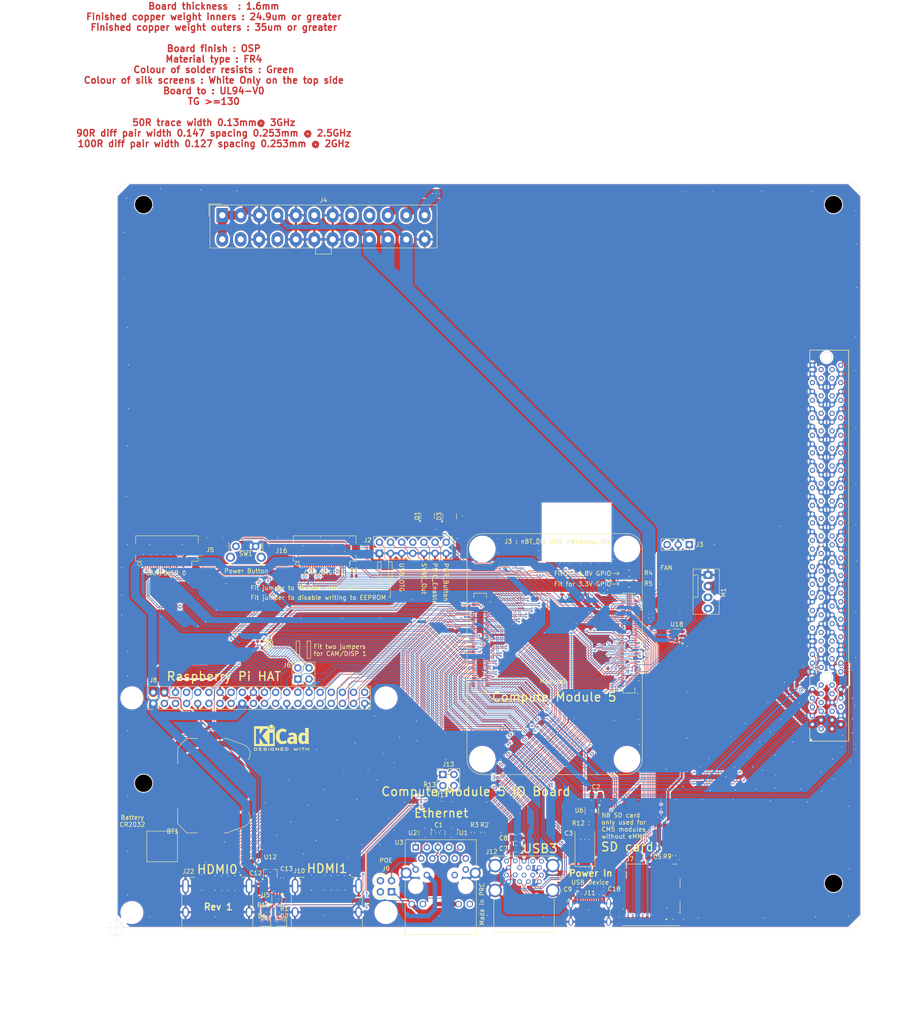
<source format=kicad_pcb>
(kicad_pcb (version 20240108) (generator "pcbnew") (generator_version "8.0")
  (title_block (comment 4 "AISLER Project ID: VJKXBIJS"))
  (layers (0 "F.Cu" signal) (1 "In1.Cu" power) (2 "In2.Cu" power) (31 "B.Cu" signal) (34 "B.Paste" user) (35 "F.Paste" user) (36 "B.SilkS" user "B.Silkscreen") (37 "F.SilkS" user "F.Silkscreen") (38 "B.Mask" user) (39 "F.Mask" user) (44 "Edge.Cuts" user))
  (net 0 "")
  (net 1 "GND")
  (net 2 "Net-(C1-Pad1)")
  (net 3 "/CM5_GPIO ( Ethernet, GPIO, SDCARD)/VBAT")
  (net 4 "/CM5_HighSpeed/VBUS")
  (net 5 "/CM5_GPIO ( Ethernet, GPIO, SDCARD)/SD_PWR")
  (net 6 "/CM5_HighSpeed/HDMI_5v")
  (net 7 "Net-(D1-K)")
  (net 8 "Net-(D2-K)")
  (net 9 "/CM5_GPIO ( Ethernet, GPIO, SDCARD)/nRPIBOOT")
  (net 10 "/CM5_GPIO ( Ethernet, GPIO, SDCARD)/EEPROM_nWP")
  (net 11 "/CM5_GPIO ( Ethernet, GPIO, SDCARD)/SYNC_OUT")
  (net 12 "Net-(R10-Pad2)")
  (net 14 "/CM5_GPIO ( Ethernet, GPIO, SDCARD)/USBOTG")
  (net 15 "/+3.3v")
  (net 16 "/CM5_GPIO ( Ethernet, GPIO, SDCARD)/PMIC_ENABLE")
  (net 17 "/CM5_GPIO ( Ethernet, GPIO, SDCARD)/WL_nDis")
  (net 18 "/CM5_GPIO ( Ethernet, GPIO, SDCARD)/BT_nDis")
  (net 25 "/+3.3v_pcie")
  (net 29 "/+5v")
  (net 39 "/+12v")
  (net 45 "/CM5_HighSpeed/PCIE_RX_N")
  (net 47 "/CM5_HighSpeed/PCIE_RX_P")
  (net 50 "/CM5_HighSpeed/PCIE_TX_N")
  (net 52 "/CM5_HighSpeed/PCIE_TX_P")
  (net 53 "/CM5_HighSpeed/PCIE_nCLKREQ")
  (net 54 "/CM5_HighSpeed/PCIE_CLK_N")
  (net 55 "/CM5_HighSpeed/PCIE_CLK_P")
  (net 61 "/CM5_HighSpeed/DPHY0_D0_N")
  (net 62 "/CM5_HighSpeed/DPHY0_D0_P")
  (net 63 "/CM5_HighSpeed/DPHY0_D1_N")
  (net 64 "/CM5_HighSpeed/DPHY0_D1_P")
  (net 65 "/CM5_HighSpeed/DPHY0_C_N")
  (net 66 "/CM5_HighSpeed/DPHY0_C_P")
  (net 67 "/CM5_HighSpeed/DPHY0_D2_N")
  (net 68 "/CM5_HighSpeed/DPHY0_D2_P")
  (net 69 "/CM5_HighSpeed/DPHY0_D3_N")
  (net 70 "/CM5_HighSpeed/DPHY0_D3_P")
  (net 71 "/CM5_GPIO ( Ethernet, GPIO, SDCARD)/CAM_GPIO0")
  (net 72 "/CM5_GPIO ( Ethernet, GPIO, SDCARD)/CAM_GPIO1")
  (net 73 "/CM5_HighSpeed/SCL0")
  (net 74 "/CM5_HighSpeed/SDA0")
  (net 75 "/CM5_GPIO ( Ethernet, GPIO, SDCARD)/ID_SC")
  (net 76 "/CM5_HighSpeed/SCL1")
  (net 77 "/CM5_GPIO ( Ethernet, GPIO, SDCARD)/ID_SD")
  (net 78 "/CM5_HighSpeed/SDA1")
  (net 81 "/CM5_GPIO ( Ethernet, GPIO, SDCARD)/SD_DAT1")
  (net 82 "/CM5_GPIO ( Ethernet, GPIO, SDCARD)/SD_DAT0")
  (net 83 "/CM5_GPIO ( Ethernet, GPIO, SDCARD)/SD_CLK")
  (net 84 "/CM5_GPIO ( Ethernet, GPIO, SDCARD)/SD_CMD")
  (net 85 "/CM5_GPIO ( Ethernet, GPIO, SDCARD)/SD_DAT3")
  (net 86 "/CM5_GPIO ( Ethernet, GPIO, SDCARD)/SD_DAT2")
  (net 87 "/CM5_GPIO ( Ethernet, GPIO, SDCARD)/GPIO2")
  (net 88 "/CM5_GPIO ( Ethernet, GPIO, SDCARD)/GPIO3")
  (net 89 "/CM5_GPIO ( Ethernet, GPIO, SDCARD)/GPIO4")
  (net 90 "/CM5_GPIO ( Ethernet, GPIO, SDCARD)/GPIO14")
  (net 91 "/CM5_GPIO ( Ethernet, GPIO, SDCARD)/GPIO15")
  (net 92 "/CM5_GPIO ( Ethernet, GPIO, SDCARD)/GPIO17")
  (net 93 "/CM5_GPIO ( Ethernet, GPIO, SDCARD)/GPIO18")
  (net 94 "/CM5_GPIO ( Ethernet, GPIO, SDCARD)/GPIO27")
  (net 95 "/CM5_GPIO ( Ethernet, GPIO, SDCARD)/GPIO22")
  (net 96 "/CM5_GPIO ( Ethernet, GPIO, SDCARD)/GPIO23")
  (net 97 "/CM5_GPIO ( Ethernet, GPIO, SDCARD)/GPIO24")
  (net 98 "/CM5_GPIO ( Ethernet, GPIO, SDCARD)/GPIO10")
  (net 99 "/CM5_GPIO ( Ethernet, GPIO, SDCARD)/GPIO9")
  (net 100 "/CM5_GPIO ( Ethernet, GPIO, SDCARD)/GPIO25")
  (net 101 "/CM5_GPIO ( Ethernet, GPIO, SDCARD)/GPIO11")
  (net 102 "/CM5_GPIO ( Ethernet, GPIO, SDCARD)/GPIO8")
  (net 103 "/CM5_GPIO ( Ethernet, GPIO, SDCARD)/GPIO7")
  (net 104 "/CM5_GPIO ( Ethernet, GPIO, SDCARD)/GPIO5")
  (net 105 "/CM5_GPIO ( Ethernet, GPIO, SDCARD)/GPIO6")
  (net 106 "/CM5_GPIO ( Ethernet, GPIO, SDCARD)/GPIO12")
  (net 107 "/CM5_GPIO ( Ethernet, GPIO, SDCARD)/GPIO13")
  (net 108 "/CM5_GPIO ( Ethernet, GPIO, SDCARD)/GPIO19")
  (net 109 "/CM5_GPIO ( Ethernet, GPIO, SDCARD)/GPIO16")
  (net 110 "/CM5_GPIO ( Ethernet, GPIO, SDCARD)/GPIO26")
  (net 111 "/CM5_GPIO ( Ethernet, GPIO, SDCARD)/GPIO20")
  (net 112 "/CM5_GPIO ( Ethernet, GPIO, SDCARD)/GPIO21")
  (net 113 "/CM5_GPIO ( Ethernet, GPIO, SDCARD)/TR1_TAP")
  (net 114 "/CM5_GPIO ( Ethernet, GPIO, SDCARD)/TR2_TAP")
  (net 115 "/CM5_GPIO ( Ethernet, GPIO, SDCARD)/TR0_TAP")
  (net 116 "/CM5_GPIO ( Ethernet, GPIO, SDCARD)/TR3_TAP")
  (net 117 "/CM5_HighSpeed/HDMI1_HOTPLUG")
  (net 118 "/CM5_HighSpeed/HDMI1_SDA")
  (net 119 "/CM5_HighSpeed/HDMI1_SCL")
  (net 121 "/CM5_HighSpeed/HDMI1_CEC")
  (net 122 "/CM5_HighSpeed/HDMI1_CK_N")
  (net 123 "/CM5_HighSpeed/HDMI1_CK_P")
  (net 124 "/CM5_HighSpeed/HDMI1_D0_N")
  (net 125 "/CM5_HighSpeed/HDMI1_D0_P")
  (net 126 "/CM5_HighSpeed/HDMI1_D1_N")
  (net 127 "/CM5_HighSpeed/HDMI1_D1_P")
  (net 128 "/CM5_HighSpeed/HDMI1_D2_N")
  (net 129 "/CM5_HighSpeed/HDMI1_D2_P")
  (net 130 "/CC1")
  (net 131 "/USB2_P")
  (net 132 "/USB2_N")
  (net 134 "/CC2")
  (net 136 "/CM5_HighSpeed/USB3-0-D_N")
  (net 137 "/CM5_HighSpeed/USB3-0-D_P")
  (net 138 "/CM5_HighSpeed/USB3-0-RX_N")
  (net 139 "/CM5_HighSpeed/USB3-0-RX_P")
  (net 140 "/CM5_HighSpeed/USB3-0-TX_N")
  (net 141 "/CM5_HighSpeed/USB3-0-TX_P")
  (net 142 "/CM5_HighSpeed/USB3-1-D_N")
  (net 143 "/CM5_HighSpeed/USB3-1-D_P")
  (net 144 "/CM5_HighSpeed/USB3-1-RX_N")
  (net 145 "/CM5_HighSpeed/USB3-1-RX_P")
  (net 146 "/CM5_HighSpeed/USB3-1-TX_N")
  (net 147 "/CM5_HighSpeed/USB3-1-TX_P")
  (net 148 "/CM5_GPIO ( Ethernet, GPIO, SDCARD)/TACHO")
  (net 149 "/CM5_GPIO ( Ethernet, GPIO, SDCARD)/PWM")
  (net 150 "/CM5_HighSpeed/DPHY1_D0_N")
  (net 151 "/CM5_HighSpeed/DPHY1_D0_P")
  (net 152 "/CM5_HighSpeed/DPHY1_D1_N")
  (net 153 "/CM5_HighSpeed/DPHY1_D1_P")
  (net 154 "/CM5_HighSpeed/DPHY1_C_N")
  (net 155 "/CM5_HighSpeed/DPHY1_C_P")
  (net 156 "/CM5_HighSpeed/DPHY1_D2_N")
  (net 157 "/CM5_HighSpeed/DPHY1_D2_P")
  (net 158 "/CM5_HighSpeed/DPHY1_D3_N")
  (net 159 "/CM5_HighSpeed/DPHY1_D3_P")
  (net 160 "Net-(J16-Pin_17)")
  (net 162 "/CM5_HighSpeed/HDMI0_HOTPLUG")
  (net 163 "/CM5_HighSpeed/HDMI0_SDA")
  (net 164 "/CM5_HighSpeed/HDMI0_SCL")
  (net 166 "/CM5_HighSpeed/HDMI0_CEC")
  (net 167 "/CM5_HighSpeed/HDMI0_CK_N")
  (net 168 "/CM5_HighSpeed/HDMI0_CK_P")
  (net 169 "/CM5_HighSpeed/HDMI0_D0_N")
  (net 170 "/CM5_HighSpeed/HDMI0_D0_P")
  (net 171 "/CM5_HighSpeed/HDMI0_D1_N")
  (net 172 "/CM5_HighSpeed/HDMI0_D1_P")
  (net 173 "/CM5_HighSpeed/HDMI0_D2_N")
  (net 174 "/CM5_HighSpeed/HDMI0_D2_P")
  (net 176 "/CM5_GPIO ( Ethernet, GPIO, SDCARD)/TRD3_P")
  (net 177 "/CM5_GPIO ( Ethernet, GPIO, SDCARD)/TRD1_P")
  (net 178 "/CM5_GPIO ( Ethernet, GPIO, SDCARD)/TRD3_N")
  (net 179 "/CM5_GPIO ( Ethernet, GPIO, SDCARD)/TRD1_N")
  (net 180 "/CM5_GPIO ( Ethernet, GPIO, SDCARD)/TRD2_N")
  (net 181 "/CM5_GPIO ( Ethernet, GPIO, SDCARD)/TRD0_N")
  (net 182 "/CM5_GPIO ( Ethernet, GPIO, SDCARD)/TRD2_P")
  (net 183 "/CM5_GPIO ( Ethernet, GPIO, SDCARD)/TRD0_P")
  (net 184 "/CM5_GPIO ( Ethernet, GPIO, SDCARD)/ETH_LEDY")
  (net 185 "/CM5_GPIO ( Ethernet, GPIO, SDCARD)/ETH_LEDG")
  (net 192 "/CM5_GPIO ( Ethernet, GPIO, SDCARD)/SD_PWR_ON")
  (net 193 "/CM5_GPIO ( Ethernet, GPIO, SDCARD)/GPIO_VREF")
  (net 194 "/CM5_GPIO ( Ethernet, GPIO, SDCARD)/+1.8v")
  (net 195 "/CM5_GPIO ( Ethernet, GPIO, SDCARD)/nPWR_LED")
  (net 196 "unconnected-(Module1B-PCIE_PWR_EN-Pad106)")
  (net 197 "/CM5_HighSpeed/PCIE_nWAKE")
  (net 198 "/CM5_HighSpeed/PCIE_nRST")
  (net 199 "/CM5_HighSpeed/VBUS_EN")
  (net 200 "Net-(U3-LEDY_K)")
  (net 201 "Net-(U3-LEDG_K)")
  (net 202 "Net-(U6-ILIM)")
  (net 254 "Net-(J13-Pin_4)")
  (net 255 "Net-(J13-Pin_3)")
  (net 256 "/CM5_GPIO ( Ethernet, GPIO, SDCARD)/LED_nACT")
  (net 257 "/CM5_GPIO ( Ethernet, GPIO, SDCARD)/PWR_BUT")
  (net 258 "/CM5_GPIO ( Ethernet, GPIO, SDCARD)/PS_ON")
  (net 259 "/CM5_GPIO ( Ethernet, GPIO, SDCARD)/PWR_BUT_RAW")
  (footprint "CM5IO:BatteryHolder_Keystone_3034_1x20mm" (layer "F.Cu") (at 44 196.543 90)
    (property "Reference" "BT1")
    (property "Value" "Battery_Cell")
  )
  (footprint "Capacitor_SMD:C_0402_1005Metric" (layer "F.Cu") (at 95.8 207.3 90)
    (property "Reference" "C1")
    (property "Value" "100n")
  )
  (footprint "Capacitor_SMD:C_0805_2012Metric" (layer "F.Cu") (at 142.95 212.75 180)
    (property "Reference" "C5")
    (property "Value" "10u")
  )
  (footprint "Capacitor_SMD:C_0402_1005Metric" (layer "F.Cu") (at 55.05 218.5 90)
    (property "Reference" "C12")
    (property "Value" "100n")
  )
  (footprint "Capacitor_SMD:C_0402_1005Metric" (layer "F.Cu") (at 60.3 217.6 90)
    (property "Reference" "C13")
    (property "Value" "100n")
  )
  (footprint "CM5IO:Hirose_FH12-22S-0.5SH_1x22-1MP_P0.50mm_Horizontal" (layer "F.Cu") (at 34 144 180)
    (property "Reference" "J5")
    (property "Value" "Conn_01x22_Female")
  )
  (footprint "CM5IO:Hirose_FH12-22S-0.5SH_1x22-1MP_P0.50mm_Horizontal" (layer "F.Cu") (at 70 144 180)
    (property "Reference" "J16")
    (property "Value" "Conn_01x22_Female")
  )
  (footprint "Resistor_SMD:R_0402_1005Metric" (layer "F.Cu") (at 57.1 225.4 90)
    (property "Reference" "R10")
    (property "Value" "1k")
  )
  (footprint "Package_SON:USON-10_2.5x1.0mm_P0.5mm" (layer "F.Cu") (at 98.9 207.285 -90)
    (property "Reference" "U1")
    (property "Value" "TPD4EUSB30")
  )
  (footprint "Package_TO_SOT_SMD:TSOT-23_HandSoldering" (layer "F.Cu") (at 57.6 216.6 90)
    (property "Reference" "U12")
    (property "Value" "RT9742SNGV")
  )
  (footprint "Connector_PinHeader_2.54mm:PinHeader_2x20_P2.54mm_Vertical" (layer "F.Cu") (at 30.87 177.77 90)
    (property "Reference" "J8")
    (property "Value" "THD-20-R")
  )
  (footprint "LED_SMD:LED_0603_1608Metric" (layer "F.Cu") (at 59.85 227.9 180)
    (property "Reference" "D2")
    (property "Value" "LED Green")
  )
  (footprint "Resistor_SMD:R_0402_1005Metric" (layer "F.Cu") (at 103.8 207.215 90)
    (property "Reference" "R3")
    (property "Value" "470R")
  )
  (footprint "Resistor_SMD:R_0402_1005Metric" (layer "F.Cu") (at 106.1 207.215 90)
    (property "Reference" "R2")
    (property "Value" "470R")
  )
  (footprint "Connector_PinHeader_2.54mm:PinHeader_2x02_P2.54mm_Vertical" (layer "F.Cu") (at 85.27 220.77 180)
    (property "Reference" "J9")
    (property "Value" "THD-02-R")
  )
  (footprint "Connector_USB:USB_C_Receptacle_GCT_USB4105-xx-A_16P_TopMnt_Horizontal" (layer "F.Cu") (at 130.5 226.525)
    (property "Reference" "J11")
    (property "Value" "USB_C_Receptacle_USB2.0")
  )
  (footprint "LED_SMD:LED_0603_1608Metric" (layer "F.Cu") (at 56.2 227.9 180)
    (property "Reference" "D1")
    (property "Value" "LED Red")
  )
  (footprint "Resistor_SMD:R_0402_1005Metric" (layer "F.Cu") (at 59.3 225.4 90)
    (property "Reference" "R1")
    (property "Value" "1k")
  )
  (footprint "Package_TO_SOT_SMD:SOT-353_SC-70-5" (layer "F.Cu") (at 59.1 222.3 -90)
    (property "Reference" "U5")
    (property "Value" "74LVC1G07SE-7")
  )
  (footprint "Package_TO_SOT_SMD:SOT-23-5" (layer "F.Cu") (at 150.4 162.35 180)
    (property "Reference" "U18")
    (property "Value" "RT9742GGJ5")
  )
  (footprint "CM5IO:TRJG0926HENL" (layer "F.Cu") (at 96.5 219.5)
    (property "Reference" "U3")
    (property "Value" "MagJack-A70-112-331N126")
  )
  (footprint "CM5IO:EDAC 690-019-298-412" (layer "F.Cu") (at 70.5 219.45)
    (property "Reference" "J10")
    (property "Value" "690-019-298-412" (hide yes))
  )
  (footprint "CM5IO:EDAC 690-019-298-412" (layer "F.Cu") (at 45.5 219.45)
    (property "Reference" "J22")
    (property "Value" "690-019-298-412" (hide yes))
  )
  (footprint "CM5IO:atx_mountinghole" (layer "F.Cu") (at 28.67 195.98)
    (property "Reference" "H1")
    (property "Value" "MountingHole")
  )
  (footprint "CM5IO:MountingHole_2.7mm_M2.5_DIN965" (layer "F.Cu") (at 26 225.5)
    (property "Reference" "H2" (hide yes))
    (property "Value" "MountingHole")
  )
  (footprint "CM5IO:MountingHole_2.7mm_M2.5_DIN965" (layer "F.Cu") (at 26 176.5)
    (property "Reference" "H3" (hide yes))
    (property "Value" "MountingHole")
  )
  (footprint "CM5IO:MountingHole_2.7mm_M2.5_DIN965" (layer "F.Cu") (at 84 225.5)
    (property "Reference" "H4" (hide yes))
    (property "Value" "MountingHole")
  )
  (footprint "CM5IO:MountingHole_2.7mm_M2.5_DIN965" (layer "F.Cu") (at 84 176.5)
    (property "Reference" "H5" (hide yes))
    (property "Value" "MountingHole")
  )
  (footprint "CM5IO:atx_mountinghole" (layer "F.Cu") (at 186.15 63.9)
    (property "Reference" "H6")
    (property "Value" "MountingHole")
  )
  (footprint "CM5IO:atx_mountinghole" (layer "F.Cu") (at 28.67 63.9)
    (property "Reference" "H7")
    (property "Value" "MountingHole")
  )
  (footprint "CM5IO:atx_mountinghole" (layer "F.Cu") (at 186.15 218.84)
    (property "Reference" "H8")
    (property "Value" "MountingHole")
  )
  (footprint "Connector_PinHeader_2.54mm:PinHeader_2x02_P2.54mm_Vertical" (layer "F.Cu") (at 63.9 172.2 90)
    (property "Reference" "J6")
    (property "Value" "THD-02-R")
  )
  (footprint "Resistor_SMD:R_0402_1005Metric" (layer "F.Cu") (at 55.185 163.6)
    (property "Reference" "R6")
    (property "Value" "2.2K 1%")
  )
  (footprint "Resistor_SMD:R_0402_1005Metric" (layer "F.Cu") (at 55.185 165.1)
    (property "Reference" "R7")
    (property "Value" "2.2K 1%")
  )
  (footprint "Package_SON:USON-10_2.5x1.0mm_P0.5mm" (layer "F.Cu") (at 92.9 207.285 -90)
    (property "Reference" "U2")
    (property "Value" "TPD4EUSB30")
  )
  (footprint "Connector_PinHeader_2.54mm:PinHeader_2x07_P2.54mm_Vertical" (layer "F.Cu") (at 82.5 143.5 90)
    (property "Reference" "J2")
    (property "Value" "Conn_02x07_Odd_Even")
  )
  (footprint "Resistor_SMD:R_0805_2012Metric_Pad1.20x1.40mm_HandSolder" (layer "F.Cu") (at 139.5 148)
    (property "Reference" "R4")
    (property "Value" "nf")
  )
  (footprint "Resistor_SMD:R_0805_2012Metric_Pad1.20x1.40mm_HandSolder" (layer "F.Cu") (at 139.5 150.5)
    (property "Reference" "R5")
    (property "Value" "0R")
  )
  (footprint "Connector_PinHeader_2.54mm:PinHeader_1x03_P2.54mm_Vertical" (layer "F.Cu") (at 153.25 141.5 -90)
    (property "Reference" "J3")
    (property "Value" "Conn_01x03")
  )
  (footprint "CM5IO:SDCARD_MOLEX_503398-1892" (layer "F.Cu") (at 144.58 221.45 180)
    (property "Reference" "J7")
    (property "Value" "Micro_SD_Card_Det")
  )
  (footprint "Resistor_SMD:R_0402_1005Metric" (layer "F.Cu") (at 76.715 148.7)
    (property "Reference" "R8")
    (property "Value" "2.2K 1%")
  )
  (footprint "Resistor_SMD:R_0402_1005Metric" (layer "F.Cu") (at 149.8 212.5 -90)
    (property "Reference" "R9")
    (property "Value" "2.2K 1%")
  )
  (footprint "CM5IO:CONN_PCIE-164-02-x-D-TH_SAI" (layer "F.Cu") (at 183.33 183.549987 90)
    (property "Reference" "J1")
    (property "Value" "PCIE-164-02-F-D-TH")
  )
  (footprint "Capacitor_SMD:C_0805_2012Metric" (layer "F.Cu") (at 113.6375 208.5)
    (property "Reference" "C8")
    (property "Value" "10u")
  )
  (footprint "CM5IO:MTCONN_UBAF30-D2011" (layer "F.Cu") (at 115.5 220.45)
    (property "Reference" "J12")
    (property "Value" "USB3_A")
  )
  (footprint "Capacitor_SMD:C_0805_2012Metric" (layer "F.Cu") (at 131.9375 198.7 180)
    (property "Reference" "C2")
    (property "Value" "10u")
  )
  (footprint "Resistor_SMD:R_0402_1005Metric" (layer "F.Cu") (at 94 197.5)
    (property "Reference" "R13")
    (property "Value" "1k")
  )
  (footprint "Capacitor_Tantalum_SMD:CP_EIA-7343-31_Kemet-D" (layer "F.Cu") (at 129.4 210.5875 90)
    (property "Reference" "C3")
    (property "Value" "100uF")
  )
  (footprint "Connector_Molex:Molex_Mini-Fit_Jr_5566-24A_2x12_P4.20mm_Vertical" (layer "F.Cu") (at 46.63 66.34)
    (property "Reference" "J4")
    (property "Value" "ATX-24")
  )
  (footprint "Package_TO_SOT_SMD:SOT-23-6" (layer "F.Cu") (at 131 202.2625 -90)
    (property "Reference" "U6")
    (property "Value" "AP22653W6")
  )
  (footprint "Package_TO_SOT_SMD:SOT-23" (layer "F.Cu") (at 98.55 135.0625 90)
    (property "Reference" "D3")
    (property "Value" "D_Dual_CommonCathode_AAK")
  )
  (footprint "Capacitor_SMD:C_0402_1005Metric" (layer "F.Cu") (at 133.72 220.1)
    (property "Reference" "C18")
    (property "Value" "100n")
  )
  (footprint "Button_Switch_THT:SW_Tactile_SPST_Angled_PTS645Vx58-2LFS" (layer "F.Cu") (at 49.75 141.9)
    (property "Reference" "SW1")
    (property "Value" "Right angle Tact button")
  )
  (footprint "Connector:FanPinHeader_1x04_P2.54mm_Vertical" (layer "F.Cu") (at 157.5 148.46 -90)
    (property "Reference" "M1")
    (property "Value" "Fan_4pin")
  )
  (footprint "Symbol:KiCad-Logo2_5mm_SilkScreen" (layer "F.Cu") (at 60.166 185.566)
    (property "Reference" "logo1" (hide yes))
    (property "Value" "KiCad-Logo2_5mm_SilkScreen" (hide yes))
  )
  (footprint "Capacitor_SMD:C_0805_2012Metric" (layer "F.Cu") (at 113.65 210.9)
    (property "Reference" "C7")
    (property "Value" "10u")
  )
  (footprint "Connector_PinHeader_2.54mm:PinHeader_2x02_P2.54mm_Vertical" (layer "F.Cu") (at 96.975 193.975)
    (property "Reference" "J13")
    (property "Value" "THD-02-R")
  )
  (footprint "Resistor_SMD:R_0402_1005Metric" (layer "F.Cu") (at 130.3 205.1 180)
    (property "Reference" "R12")
    (property "Value" "15K 1%")
  )
  (footprint "Package_TO_SOT_SMD:SOT-23" (layer "F.Cu") (at 93.5 134.9375 90)
    (property "Reference" "Q1")
    (property "Value" "BS170F")
  )
  (footprint "Capacitor_SMD:C_0402_1005Metric" (layer "F.Cu") (at 127.72 220.1 180)
    (property "Reference" "C9")
    (property "Value" "100n")
  )
  (footprint "Resistor_SMD:R_0402_1005Metric" (layer "F.Cu") (at 96.74 199.75)
    (property "Reference" "R11")
    (property "Value" "1k")
  )
  (footprint "CM5IO:Raspberry-Pi-5-Compute-Module" (layer "F.Cu") (at 139 142.5 180)
    (property "Reference" "Module1")
    (property "Value" "ComputeModule5-CM5")
  )
  (footprint "TestPoint:TestPoint_Pad_2.0x2.0mm" (layer "B.Cu") (at 59.911606 225.1)
    (property "Reference" "TP3")
    (property "Value" "TestPoint")
  )
  (footprint "TestPoint:TestPoint_Pad_2.0x2.0mm" (layer "B.Cu") (at 56.6 225.1)
    (property "Reference" "TP5")
    (property "Value" "TestPoint")
  )
  (gr_line (start 79.6 151.4) (end 82 151.4) (stroke (width 0.12)) (layer "F.SilkS"))
  (gr_line (start 85 150) (end 84.6 150.4) (stroke (width 0.12)) (layer "F.SilkS"))
  (gr_line (start 36.4 213.9) (end 29.4 213.9) (stroke (width 0.12)) (layer "F.SilkS"))
  (gr_line (start 135.7 150.5) (end 137.2 150.5) (stroke (width 0.12)) (layer "F.SilkS"))
  (gr_rect (start 29.4 206.9) (end 29.4 213.9) (stroke (width 0.12)) (fill none) (layer "F.SilkS"))
  (gr_line (start 135.7 148.1) (end 137.2 148.1) (stroke (width 0.12)) (layer "F.SilkS"))
  (gr_line (start 36.4 213.9) (end 36.4 207.9) (stroke (width 0.12)) (layer "F.SilkS"))
  (gr_line (start 36.4 206.9) (end 36.4 207.9) (stroke (width 0.12)) (layer "F.SilkS"))
  (gr_line (start 82.5 150) (end 82.9 150.4) (stroke (width 0.12)) (layer "F.SilkS"))
  (gr_line (start 137.2 150.5) (end 136.8 150.9) (stroke (width 0.12)) (layer "F.SilkS"))
  (gr_line (start 137.2 150.5) (end 136.8 150.1) (stroke (width 0.12)) (layer "F.SilkS"))
  (gr_line (start 136.8 150.1) (end 137.2 150.5) (stroke (width 0.12)) (layer "F.SilkS"))
  (gr_rect (start 66 163.5) (end 66.8 167.5) (stroke (width 0.12)) (fill none) (layer "F.SilkS"))
  (gr_line (start 82.5 151.4) (end 82.5 150) (stroke (width 0.12)) (layer "F.SilkS"))
  (gr_line (start 84.6 153.5) (end 85 153.5) (stroke (width 0.12)) (layer "F.SilkS"))
  (gr_line (start 137.2 148.1) (end 136.8 147.7) (stroke (width 0.12)) (layer "F.SilkS"))
  (gr_line (start 82 151.4) (end 82.5 151.4) (stroke (width 0.12)) (layer "F.SilkS"))
  (gr_line (start 137.2 148.1) (end 136.8 148.5) (stroke (width 0.12)) (layer "F.SilkS"))
  (gr_line (start 82.5 150) (end 82.1 150.4) (stroke (width 0.12)) (layer "F.SilkS"))
  (gr_line (start 29.4 206.9) (end 36.4 206.9) (stroke (width 0.12)) (layer "F.SilkS"))
  (gr_line (start 85 150) (end 85.4 150.4) (stroke (width 0.12)) (layer "F.SilkS"))
  (gr_rect (start 63.5 163.5) (end 64.3 167.5) (stroke (width 0.12)) (fill none) (layer "F.SilkS"))
  (gr_rect (start 82.1 145.4) (end 82.9 149.4) (stroke (width 0.12)) (fill none) (layer "F.SilkS"))
  (gr_line (start 85 153.5) (end 85 150) (stroke (width 0.12)) (layer "F.SilkS"))
  (gr_rect (start 84.6 145.4) (end 85.4 149.4) (stroke (width 0.12)) (fill none) (layer "F.SilkS"))
  (gr_arc (start 25.5 229) (mid 23.37868 228.12132) (end 22.5 226) (stroke (width 0.05)) (layer "Edge.Cuts"))
  (gr_line (start 189.5 229) (end 25.5 229) (stroke (width 0.05)) (layer "Edge.Cuts"))
  (gr_line (start 192.5 62) (end 192.5 226) (stroke (width 0.05)) (layer "Edge.Cuts"))
  (gr_line (start 22.5 226) (end 22.5 62) (stroke (width 0.05)) (layer "Edge.Cuts"))
  (gr_line (start 25.5 59) (end 189.5 59) (stroke (width 0.05)) (layer "Edge.Cuts"))
  (gr_arc (start 192.5 226) (mid 191.62132 228.12132) (end 189.5 229) (stroke (width 0.05)) (layer "Edge.Cuts"))
  (gr_arc (start 22.5 62) (mid 23.37868 59.87868) (end 25.5 59) (stroke (width 0.05)) (layer "Edge.Cuts"))
  (gr_arc (start 189.5 59) (mid 191.62132 59.87868) (end 192.5 62) (stroke (width 0.05)) (layer "Edge.Cuts"))
  (gr_text "Board thickness  : 1.6mm\nFinished copper weight inners : 24.9um or greater\nFinished copper weight outers : 35um or greater\n\nBoard finish : OSP\nMaterial type : FR4\nColour of solder resists : Green\nColour of silk screens : White Only on the top side\nBoard to : UL94-V0\nTG >=130\n\n50R trace width 0.13mm@ 3GHz\n90R diff pair width 0.147 spacing 0.253mm @ 2.5GHz\n100R diff pair width 0.127 spacing 0.253mm @ 2GHz" (at 44.7 34.3 0) (layer "F.Cu") (effects (font (size 1.5 1.5) (thickness 0.3))))
  (gr_text "Rev 1" (at 45.7 224.2 0) (layer "F.SilkS") (effects (font (size 1.5 1.5) (thickness 0.3))))
  (gr_text "Fit for 3.3V GPIO " (at 129.3 150.5 0) (layer "F.SilkS") (effects (font (size 1 1))))
  (gr_text "Fit jumper to disable writing to EEPROM" (at 53 153.6 0) (layer "F.SilkS") (effects (font (size 1 1)) (justify left)))
  (gr_text "Power In" (at 125.6 217.4 0) (layer "F.SilkS") (effects (font (size 1.5 1.5) (thickness 0.3) (bold yes)) (justify left bottom)))
  (gr_text "Made in PRC" (at 106.5 228.5 90) (layer "F.SilkS") (effects (font (size 1 1)) (justify left bottom)))
  (gr_text "nWireless_Dis" (at 130.2 140.8 0) (layer "F.SilkS") (effects (font (size 1 1))))
  (gr_text "CAM/DISP 0" (at 33.8 148 0) (layer "F.SilkS") (effects (font (size 1 1))))
  (gr_text "J16" (at 58.7 143.5 0) (layer "F.SilkS") (effects (font (size 1 1)) (justify left bottom)))
  (gr_text "FAN" (at 148 146.8 0) (layer "F.SilkS") (effects (font (size 1 1))))
  (gr_text "USB Device" (at 130.6 218.6 0) (layer "F.SilkS") (effects (font (size 1 1))))
  (gr_text "Raspberry Pi HAT" (at 47 171.6 0) (layer "F.SilkS") (effects (font (size 2 2) (thickness 0.3))))
  (gr_text "Fit for 1.8V GPIO" (at 128.9 148.1 0) (layer "F.SilkS") (effects (font (size 1 1))))
  (gr_text "USB3" (at 119.2 210.9 0) (layer "F.SilkS") (effects (font (size 2 2) (thickness 0.3))))
  (gr_text "PWR_Button" (at 97.1 145.6 270) (layer "F.SilkS") (effects (font (size 1 1)) (justify left bottom)))
  (gr_text "Fit two jumpers \nfor CAM/DISP 1" (at 67.4 165.6 0) (layer "F.SilkS") (effects (font (size 1 1)) (justify left)))
  (gr_text "J3 : nBT_Dis GND " (at 118.05 140.8 0) (layer "F.SilkS") (effects (font (size 1 1))))
  (gr_text "SYNC_Out" (at 92.1 145.6 270) (layer "F.SilkS") (effects (font (size 1 1)) (justify left bottom)))
  (gr_text "Battery\nCR2032\n" (at 26.1 204.6 0) (layer "F.SilkS") (effects (font (size 1 1))))
  (gr_text "Ethernet" (at 96.6 202.8 0) (layer "F.SilkS") (effects (font (size 2 2) (thickness 0.3))))
  (gr_text "NB SD card\nonly used for \nCM5 modules \nwithout eMMC" (at 133.1 205.7 0) (layer "F.SilkS") (effects (font (size 1 1)) (justify left)))
  (gr_text "SD card" (at 139.1 210.5 0) (layer "F.SilkS") (effects (font (size 2 2) (thickness 0.3))))
  (gr_text "CAM/DISP 1\n" (at 69.9 147.9 0) (layer "F.SilkS") (effects (font (size 1 1))))
  (gr_text "PMIC_Enable" (at 94.6 145.6 -90) (layer "F.SilkS") (effects (font (size 1 1)) (justify left bottom)))
  (gr_text "HDMI1" (at 70.55 215.45 0) (layer "F.SilkS") (effects (font (size 2 2) (thickness 0.3))))
  (gr_text "USB_OTG" (at 87 145.6 -90) (layer "F.SilkS") (effects (font (size 1 1)) (justify left bottom)))
  (gr_text "Power Button" (at 47 148.1 0) (layer "F.SilkS") (effects (font (size 1 1)) (justify left bottom)))
  (gr_text "J5" (at 42.9 143.3 0) (layer "F.SilkS") (effects (font (size 1 1)) (justify left bottom)))
  (gr_text "Compute Module 5 IO Board" (at 82.75 199.05 0) (layer "F.SilkS") (effects (font (size 2 2) (thickness 0.3) (bold yes)) (justify left bottom)))
  (gr_text "HDMI0" (at 45.5 215.65 0) (layer "F.SilkS") (effects (font (size 2 2) (thickness 0.3))))
  (gr_text "Fit jumper to disable eMMC Boot" (at 53 151.4 0) (layer "F.SilkS") (effects (font (size 1 1)) (justify left)))
  (gr_text "POE" (at 84 213.6 0) (layer "F.SilkS") (effects (font (size 1 1))))
  (gr_text "Compute Module 5" (at 122.4 176.3 0) (layer "F.SilkS") (effects (font (size 2 2) (thickness 0.3))))
  (target plus (at 22.5 229) (size 5) (width 0.05) (layer "Edge.Cuts"))
  (segment (start 138.677576 167.8) (end 138.6808 167.796776) (width 0.2) (layer "F.Cu") (net 1))
  (segment (start 138.97999 159.8) (end 140.3 159.8) (width 0.2) (layer "F.Cu") (net 1))
  (segment (start 104 158.2) (end 102.5 158.2) (width 0.2) (layer "F.Cu") (net 1))
  (segment (start 134 221.8) (end 133.7 222.1) (width 0.5) (layer "F.Cu") (net 1))
  (segment (start 127.3 222.845) (end 127.3 222.1) (width 0.5) (layer "F.Cu") (net 1))
  (segment (start 138.18 227.075) (end 138.18 224.7) (width 0.3) (layer "F.Cu") (net 1))
  (segment (start 57.6 216.3) (end 55.9 216.3) (width 0.13) (layer "F.Cu") (net 1))
  (segment (start 141 165.4) (end 141.77638 165.4) (width 0.2) (layer "F.Cu") (net 1))
  (segment (start 137.92 161) (end 138.6 161) (width 0.2) (layer "F.Cu") (net 1))
  (segment (start 137.205 226.575) (end 137.18 226.55) (width 0.23) (layer "F.Cu") (net 1))
  (segment (start 129.4 208.8) (end 129.4 207.475) (width 1) (layer "F.Cu") (net 1))
  (segment (start 107.08 167.8) (end 106.5 167.8) (width 0.2) (layer "F.Cu") (net 1))
  (segment (start 140.4 162.2) (end 140.3 162.1) (width 0.2) (layer "F.Cu") (net 1))
  (segment (start 105.953939 156.3) (end 106.438528 155.815411) (width 0.2) (layer "F.Cu") (net 1))
  (segment (start 141.45 226.468198) (end 141.45 226.15) (width 0.13) (layer "F.Cu") (net 1))
  (segment (start 104.7 169) (end 106.38999 169) (width 0.23) (layer "F.Cu") (net 1))
  (segment (start 106.284273 167.615727) (end 106.3 167.6) (width 0.23) (layer "F.Cu") (net 1))
  (segment (start 107.1 157) (end 107.78999 157) (width 0.2) (layer "F.Cu") (net 1))
  (segment (start 95.115 206.815) (end 95.1 206.8) (width 0.3) (layer "F.Cu") (net 1))
  (segment (start 138.18 226.575) (end 137.205 226.575) (width 0.23) (layer "F.Cu") (net 1))
  (segment (start 106.409337 163) (end 106.401867 162.99253) (width 0.2) (layer "F.Cu") (net 1))
  (segment (start 107.1 155.8) (end 106.453939 155.8) (width 0.2) (layer "F.Cu") (net 1))
  (segment (start 36.25 145.85) (end 36.25 146.8) (width 0.3) (layer "F.Cu") (net 1))
  (segment (start 104 169) (end 104.7 169) (width 0.2) (layer "F.Cu") (net 1))
  (segment (start 107.1 161.8) (end 107.78999 161.8) (width 0.2) (layer "F.Cu") (net 1))
  (segment (start 48 220.5) (end 48 217.1) (width 0.23) (layer "F.Cu") (net 1))
  (segment (start 74.5 220.35) (end 74.5 217.05) (width 0.23) (layer "F.Cu") (net 1))
  (segment (start 133.7 222.1) (end 133.7 222.845) (width 0.5) (layer "F.Cu") (net 1))
  (segment (start 28.75 145.85) (end 28.75 146.8) (width 0.3) (layer "F.Cu") (net 1))
  (segment (start 107.08 160.6) (end 106.4 160.6) (width 0.2) (layer "F.Cu") (net 1))
  (segment (start 70 220.35) (end 70 217.05) (width 0.23) (layer "F.Cu") (net 1))
  (segment (start 104.68999 166.6) (end 104.7 166.61001) (width 0.2) (layer "F.Cu") (net 1))
  (segment (start 140.4 171.4) (end 140.2 171.2) (width 0.2) (layer "F.Cu") (net 1))
  (segment (start 131 201.125) (end 131 199.9) (width 0.5) (layer "F.Cu") (net 1))
  (segment (start 36.25 145.85) (end 36.25 143.95) (width 0.3) (layer "F.Cu") (net 1))
  (segment (start 141.5 167.4) (end 141 167.4) (width 0.2) (layer "F.Cu") (net 1))
  (segment (start 33.2 143.8) (end 33.25 143.85) (width 0.3) (layer "F.Cu") (net 1))
  (segment (start 53.73 175.28) (end 54.95 176.5) (width 0.23) (layer "F.Cu") (net 1))
  (segment (start 103.33001 172.6) (end 103.3 172.63001) (width 0.2) (layer "F.Cu") (net 1))
  (segment (start 127.3 222.1) (end 127 221.8) (width 0.5) (layer "F.Cu") (net 1))
  (segment (start 106.4 170.2) (end 107.08 170.2) (width 0.2) (layer "F.Cu") (net 1))
  (segment (start 106.41001 169) (end 106.4 168.98999) (width 0.2) (layer "F.Cu") (net 1))
  (segment (start 141.8 167.6) (end 141.6 167.4) (width 0.2) (layer "F.Cu") (net 1))
  (segment (start 104 160.6) (end 106.4 160.6) (width 0.2) (layer "F.Cu") (net 1))
  (segment (start 141 172.6) (end 141.694979 172.6) (width 0.2) (layer "F.Cu") (net 1))
  (segment (start 150.84 227.06) (end 151.94 227.06) (width 0.23) (layer "F.Cu") (net 1))
  (segment (start 150.85 225.4) (end 150.85 227.05) (width 0.23) (layer "F.Cu") (net 1))
  (segment (start 71.5 220.4) (end 71.5 217.05) (width 0.23) (layer "F.Cu") (net 1))
  (segment (start 107.07998 169) (end 106.41001 169) (width 0.2) (layer "F.Cu") (net 1))
  (segment (start 107.1 159.4) (end 107.78999 159.4) (width 0.2) (layer "F.Cu") (net 1))
  (segment (start 104 167.8) (end 104.461336 167.8) (width 0.2) (layer "F.Cu") (net 1))
  (segment (start 104.7 166.61001) (end 104.71001 166.6) (width 0.2) (layer "F.Cu") (net 1))
  (segment (start 108 171.6) (end 107.8 171.4) (width 0.2) (layer "F.Cu") (net 1))
  (segment (start 104.68999 154.6) (end 104.7 154.58999) (width 0.2) (layer "F.Cu") (net 1))
  (segment (start 137.92 165.8) (end 137.1 165.8) (width 0.2) (layer "F.Cu") (net 1))
  (segment (start 28.75 143.85) (end 28.7 143.8) (width 0.3) (layer "F.Cu") (net 1))
  (segment (start 141.5 167.4) (end 141.6 167.4) (width 0.13) (layer "F.Cu") (net 1))
  (segment (start 137.96 161) (end 137.2 161) (width 0.13) (layer "F.Cu") (net 1))
  (segment (start 104 163) (end 103.2 163) (width 0.2) (layer "F.Cu") (net 1))
  (segment (start 107.1 172.6) (end 106.43001 172.6) (width 0.2) (layer "F.Cu") (net 1))
  (segment (start 131 199.9) (end 131 198.7) (width 0.5) (layer "F.Cu") (net 1))
  (segment (start 149.55 227.05) (end 150.83 227.05) (width 0.23) (layer "F.Cu") (net 1))
  (segment (start 137.92 169.8) (end 137.4 169.8) (width 0.2) (layer "F.Cu") (net 1))
  (segment (start 140.38863 161) (end 140.325453 160.936823) (width 0.2) (layer "F.Cu") (net 1))
  (segment (start 104 157) (end 104.7 157) (width 0.2) (layer "F.Cu") (net 1))
  (segment (start 137.92 165.8) (end 138.7 165.8) (width 0.2) (layer "F.Cu") (net 1))
  (segment (start 107.78999 159.4) (end 107.8 159.41001) (width 0.2) (layer "F.Cu") (net 1))
  (segment (start 33.25 145.85) (end 33.25 143.85) (width 0.3) (layer "F.Cu") (net 1))
  (segment (start 28.75 145.85) (end 28.75 143.85) (width 0.3) (layer "F.Cu") (net 1))
  (segment (start 98.9 207.67) (end 98.9 208.4) (width 0.3) (layer "F.Cu") (net 1))
  (segment (start 49.5 220.5) (end 49.5 217.1) (width 0.23) (layer "F.Cu") (net 1))
  (segment (start 137.92 163.8) (end 137.1 163.8) (width 0.2) (layer "F.Cu") (net 1))
  (segment (start 137.92 169.8) (end 138.519942 169.8) (width 0.2) (layer "F.Cu") (net 1))
  (segment (start 37.75 143.9) (end 37.75 145.85) (width 0.3) (layer "F.Cu") (net 1))
  (segment (start 141 169.4) (end 141.68086 169.4) (width 0.2) (layer "F.Cu") (net 1))
  (segment (start 104.15 165.4) (end 104.7 165.4) (width 0.2) (layer "F.Cu") (net 1))
  (segment (start 104.9 161.6) (end 105.8 161.6) (width 0.2) (layer "F.Cu") (net 1))
  (segment (start 104 155.8) (end 103.4 155.8) (width 0.2) (layer "F.Cu") (net 1))
  (segment (start 66.25 145.85) (end 66.25 146.8) (width 0.3) (layer "F.Cu") (net 1))
  (segment (start 58.45 220.65) (end 58.4 220.6) (width 0.13) (layer "F.Cu") (net 1))
  (segment (start 104.7 159.4) (end 107.08 159.4) (width 0.2) (layer "F.Cu") (net 1))
  (segment (start 104 164.2) (end 104.7 164.2) (width 0.2) (layer "F.Cu") (net 1))
  (segment (start 137.413015 174.093015) (end 137.70603 173.8) (width 0.2) (layer "F.Cu") (net 1))
  (segment (start 138.6 159.42001) (end 138.97999 159.8) (width 0.2) (layer "F.Cu") (net 1))
  (segment (start 42 219.5) (end 42 220.4) (width 0.23) (layer "F.Cu") (net 1))
  (segment (start 52.41 176.6) (end 53.73 175.28) (width 0.23) (layer "F.Cu") (net 1))
  (segment (start 137.92 162.2) (end 137.392998 162.2) (width 0.13) (layer "F.Cu") (net 1))
  (segment (start 102.5 158.2) (end 102.4 158.1) (width 0.2) (layer "F.Cu") (net 1))
  (segment (start 141.46 227.075) (end 141.46 226.16) (width 0.23) (layer "F.Cu") (net 1))
  (segment (start 138.7 160.9) (end 139.8 160.9) (width 0.2) (layer "F.Cu") (net 1))
  (segment (start 54.95 176.5) (end 55 176.5) (width 0.23) (layer "F.Cu") (net 1))
  (segment (start 142.05 213.85) (end 142.05 212.7875) (width 0.5) (layer "F.Cu") (net 1))
  (segment (start 104.7 157) (end 107.08 157) (width 0.2) (layer "F.Cu") (net 1))
  (segment (start 42 218.72) (end 42 216.8625) (width 0.13) (layer "F.Cu") (net 1))
  (segment (start 131 202.2) (end 131 201.125) (width 0.5) (layer "F.Cu") (net 1))
  (segment (start 104.975 171.4) (end 104.95 171.425) (width 0.13) (layer "F.Cu") (net 1))
  (segment (start 55.05 217.15) (end 55.05 218.015) (width 0.13) (layer "F.Cu") (net 1))
  (segment (start 151.94 227.06) (end 151.95 227.05) (width 0.23) (layer "F.Cu") (net 1))
  (segment (start 105.35 171.4) (end 104.975 171.4) (width 0.13) (layer "F.Cu") (net 1))
  (segment (start 130.3 208.8) (end 130.3 208.375) (width 1) (layer "F.Cu") (net 1))
  (segment (start 45 217.1) (end 45 220.45) (width 0.23) (layer "F.Cu") (net 1))
  (segment (start 137.2 161) (end 137 161) (width 0.13) (layer "F.Cu") (net 1))
  (segment (start 96.22 206.815) (end 96.235 206.8) (width 0.3) (layer "F.Cu") (net 1))
  (segment (start 69.25 145.85) (end 69.25 146.8) (width 0.3) (layer "F.Cu") (net 1))
  (segment (start 106 170.4) (end 106.2 170.4) (width 0.2) (layer "F.Cu") (net 1))
  (segment (start 138.58499 154.6) (end 138.6 154.58499) (width 0.2) (layer "F.Cu") (net 1))
  (segment (start 141 165.4) (end 140.2 165.4) (width 0.2) (layer "F.Cu") (net 1))
  (segment (start 107.1 163) (end 106.409337 163) (width 0.2) (layer "F.Cu") (net 1))
  (segment (start 137.144988 161.95199) (end 137.144988 161.8) (width 0.13) (layer "F.Cu") (net 1))
  (segment (start 37.75 145.85) (end 37.75 146.8) (width 0.3) (layer "F.Cu") (net 1))
  (segment (start 137.92 167.8) (end 138.677576 167.8) (width 0.2) (layer "F.Cu") (net 1))
  (segment (start 152.6 162.35) (end 151.5 162.35) (width 0.23) (layer "F.Cu") (net 1))
  (segment (start 107.78999 157) (end 107.8 157.01001) (width 0.2) (layer "F.Cu") (net 1))
  (segment (start 104 161.8) (end 104.7 161.8) (width 0.2) (layer "F.Cu") (net 1))
  (segment (start 128.5 208.8) (end 128.5 208.375) (width 1) (layer "F.Cu") (net 1))
  (segment (start 104.645609 167.615727) (end 106.284273 167.615727) (width 0.23) (layer "F.Cu") (net 1))
  (segment (start 64.75 145.85) (end 64.75 146.8) (width 0.3) (layer "F.Cu") (net 1))
  (segment (start 73.75 145.85) (end 73.75 146.8) (width 0.3) (layer "F.Cu") (net 1))
  (segment (start 137.92 171.4) (end 138.6 171.4) (width 0.2) (layer "F.Cu") (net 1))
  (segment (start 92.9 207.67) (end 92.9 208.4) (width 0.3) (layer "F.Cu") (net 1))
  (segment (start 141.45 227.565) (end 141.45 226.468198) (width 0.13) (layer "F.Cu") (net 1))
  (segment (start 128.5 208.375) (end 129.4 207.475) (width 1) (layer "F.Cu") (net 1))
  (segment (start 31.75 145.85) (end 31.75 143.85) (width 0.3) (layer "F.Cu") (net 1))
  (segment (start 31.75 145.85) (end 31.75 146.8) (width 0.3) (layer "F.Cu") (net 1))
  (segment (start 141.68086 169.4) (end 141.719139 169.361721) (width 0.2) (layer "F.Cu") (net 1))
  (segment (start 129.79 205.1) (end 129.79 207.085) (width 0.23) (layer "F.Cu") (net 1))
  (segment (start 104.7 161.8) (end 104.9 161.6) (width 0.2) (layer "F.Cu") (net 1))
  (segment (start 141 174.074144) (end 140.819153 174.254991) (width 0.2) (layer "F.Cu") (net 1))
  (segment (start 138.1 215.81) (end 137.26 215.81) (width 0.23) (layer "F.Cu") (net 1))
  (segment (start 137.26 215.81) (end 137.25 215.8) (width 0.23) (layer "F.Cu") (net 1))
  (segment (start 151.06 216.31) (end 151.06 213.35) (width 0.3) (layer "F.Cu") (net 1))
  (segment (start 104.461336 167.8) (end 104.645609 167.615727) (width 0.2) (layer "F.Cu") (net 1))
  (segment (start 95.8 206.815) (end 95.115 206.815) (width 0.3) (layer "F.Cu") (net 1))
  (segment (start 70.75 145.85) (end 70.75 146.8) (width 0.3) (layer "F.Cu") (net 1))
  (segment (start 104 155.8) (end 104.6 155.8) (width 0.2) (layer "F.Cu") (net 1))
  (segment (start 137.392998 162.2) (end 137.144988 161.95199) (width 0.13) (layer "F.Cu") (net 1))
  (segment (start 141.77638 165.4) (end 141.826926 165.450546) (width 0.2) (layer "F.Cu") (net 1))
  (segment (start 67.75 145.85) (end 67.75 146.8) (width 0.3) (layer "F.Cu") (net 1))
  (segment (start 137.92 154.6) (end 138.58499 154.6) (width 0.2) (layer "F.Cu") (net 1))
  (segment (start 137.92 163.8) (end 138.7 163.8) (width 0.2) (layer "F.Cu") (net 1))
  (segment (start 140.18 163.4) (end 141 163.4) (width 0.2) (layer "F.Cu") (net 1))
  (segment (start 30.25 145.85) (end 30.25 143.85) (width 0.23) (layer "F.Cu") (net 1))
  (segment (start 137.92 159.4) (end 138.57999 159.4) (width 0.2) (layer "F.Cu") (net 1))
  (segment (start 46.5 220.45) (end 46.5 217.1) (width 0.23) (layer "F.Cu") (net 1))
  (segment (start 104.95 171.425) (end 104.925 171.4) (width 0.2) (layer "F.Cu") (net 1))
  (segment (start 34.75 145.85) (end 34.75 146.9) (width 0.3) (layer "F.Cu") (net 1))
  (segment (start 106 161.8) (end 107.08 161.8) (width 0.2) (layer "F.Cu") (net 1))
  (segment (start 105.1 156.3) (end 105.953939 156.3) (width 0.2) (layer "F.Cu") (net 1))
  (segment (start 141 173.8) (end 141 174.074144) (width 0.2) (layer "F.Cu") (net 1))
  (segment (start 96.235 206.8) (end 96.5 206.8) (width 0.3) (layer "F.Cu") (net 1))
  (segment (start 72.25 145.85) (end 72.25 146.8) (width 0.3) (layer "F.Cu") (net 1))
  (segment (start 103.4 155.8) (end 103.3 155.7) (width 0.2) (layer "F.Cu") (net 1))
  (segment (start 95.8 206.815) (end 96.22 206.815) (width 0.3) (layer "F.Cu") (net 1))
  (segment (start 104.6 155.8) (end 105.1 156.3) (width 0.2) (layer "F.Cu") (net 1))
  (segment (start 57.7 216.4) (end 58.785 216.4) (width 0.13) (layer "F.Cu") (net 1))
  (segment (start 55.9 216.3) (end 55.05 217.15) (width 0.13) (layer "F.Cu") (net 1))
  (segment (start 42 216.8625) (end 41.95 216.8125) (width 0.13) (layer "F.Cu") (net 1))
  (segment (start 107.1 154.6) (end 107.78999 154.6) (width 0.2) (layer "F.Cu") (net 1))
  (segment (start 139.8 160.9) (end 139.836823 160.936823) (width 0.2) (layer "F.Cu") (net 1))
  (segment (start 107.78999 154.6) (end 107.8 154.58999) (width 0.2) (layer "F.Cu") (net 1))
  (segment (start 52.41 176.6) (end 52.4 176.6) (width 0.23) (layer "F.Cu") (net 1))
  (segment (start 106.2 170.4) (end 106.4 170.2) (width 0.2) (layer "F.Cu") (net 1))
  (segment (start 107.78999 161.8) (end 107.8 161.81001) (width 0.2) (layer "F.Cu") (net 1))
  (segment (start 104 154.6) (end 104.68999 154.6) (width 0.2) (layer "F.Cu") (net 1))
  (segment (start 104.71001 166.6) (end 106.4 166.6) (width 0.2) (layer "F.Cu") (net 1))
  (segment (start 138.57999 159.4) (end 138.6 159.42001) (width 0.2) (layer "F.Cu") (net 1))
  (segment (start 104 160.6) (end 103.2 160.6) (width 0.2) (layer "F.Cu") (net 1))
  (segment (start 107.1 158.2) (end 106.4 158.2) (width 0.2) (layer "F.Cu") (net 1))
  (segment (start 30.25 145.85) (end 30.25 146.8) (width 0.23) (layer "F.Cu") (net 1))
  (segment (start 106.43001 172.6) (end 106.4 172.56999) (width 0.2) (layer "F.Cu") (net 1))
  (segment (start 130.3 208.375) (end 129.4 207.475) (width 1) (layer "F.Cu") (net 1))
  (segment (start 106.38999 169) (end 106.4 168.98999) (width 0.23) (layer "F.Cu") (net 1))
  (segment (start 141 162.2) (end 140.4 162.2) (width 0.2) (layer "F.Cu") (net 1))
  (segment (start 129.79 207.085) (end 129.4 207.475) (width 0.23) (layer "F.Cu") (net 1))
  (segment (start 137.92 167.8) (end 137.042722 167.8) (width 0.2) (layer "F.Cu") (net 1))
  (segment (start 98.9 206.9) (end 98.9 206.360453) (width 0.3) (layer "F.Cu") (net 1))
  (segment (start 34.75 145.85) (end 34.75 143.85) (width 0.3) (layer "F.Cu") (net 1))
  (segment (start 31.75 143.85) (end 31.7 143.8) (width 0.3) (layer "F.Cu") (net 1))
  (segment (start 104 170.2) (end 106.4 170.2) (width 0.2) (layer "F.Cu") (net 1))
  (segment (start 139.836823 160.936823) (end 140.325453 160.936823) (width 0.2) (layer "F.Cu") (net 1))
  (segment (start 92.9 207.67) (end 92.9 206.2) (width 0.3) (layer "F.Cu") (net 1))
  (segment (start 98.9 207.67) (end 98.9 206.9) (width 0.3) (layer "F.Cu") (net 1))
  (segment (start 104 158.2) (end 106.4 158.2) (width 0.2) (layer "F.Cu") (net 1))
  (segment (start 104 172.6) (end 103.33001 172.6) (width 0.2) (layer "F.Cu") (net 1))
  (segment (start 34.75 143.85) (end 34.8 143.8) (width 0.3) (layer "F.Cu") (net 1))
  (segment (start 141 159.8) (end 140.3 159.8) (width 0.2) (layer "F.Cu") (net 1))
  (segment (start 138.519942 169.8) (end 138.726569 170.006627) (width 0.2) (layer "F.Cu") (net 1))
  (segment (start 141 171.4) (end 140.4 171.4) (width 0.2) (layer "F.Cu") (net 1))
  (segment (start 141.46 226.16) (end 141.45 226.15) (width 0.23) (layer "F.Cu") (net 1))
  (segment (start 140.1 171.1) (end 140.2 171.2) (width 0.13) (layer "F.Cu") (net 1))
  (segment (start 73 220.35) (end 73 217.05) (width 0.23) (layer "F.Cu") (net 1))
  (segment (start 137.042722 167.8) (end 137.016744 167.774022) (width 0.2) (layer "F.Cu") (net 1))
  (segment (start 57.6 216.3) (end 57.7 216.4) (width 0.13) (layer "F.Cu") (net 1))
  (segment (start 104 166.6) (end 104.68999 166.6) (width 0.2) (layer "F.Cu") (net 1))
  (segment (start 58.45 221.35) (end 58.45 220.65) (width 0.13) (layer "F.Cu") (net 1))
  (segment (start 105.8 161.6) (end 106 161.8) (width 0.2) (layer "F.Cu") (net 1))
  (segment (start 137.4 169.8) (end 137.1 169.5) (width 0.2) (layer "F.Cu") (net 1))
  (segment (start 98.9 206.360453) (end 98.967559 206.292894) (width 0.3) (layer "F.Cu") (net 1))
  (segment (start 33.25 145.85) (end 33.25 146.8) (width 0.3) (layer "F.Cu") (net 1))
  (segment (start 30.2 143.8) (end 30.25 143.85) (width 0.23) (layer "F.Cu") (net 1))
  (segment (start 67 220.4) (end 67 217) (width 0.23) (layer "F.Cu") (net 1))
  (segment (start 104.925 171.4) (end 104 171.4) (width 0.2) (layer "F.Cu") (net 1))
  (segment (start 107.8 171.4) (end 107.1 171.4) (width 0.2) (layer "F.Cu") (net 1))
  (segment (start 104 159.4) (end 104.7 159.4) (width 0.2) (layer "F.Cu") (net 1))
  (segment (start 104.7 165.4) (end 104.8 165.3) (width 0.13) (layer "F.Cu") (net 1))
  (segment (start 137.92 172.6) (end 138.6 172.6) (width 0.2) (layer "F.Cu") (net 1))
  (segment (start 107.08 171.4) (end 105.35 171.4) (width 0.13) (layer "F.Cu") (net 1))
  (segment (start 107.1 166.6) (end 106.4 166.6) (width 0.2) (layer "F.Cu") (net 1))
  (segment (start 36.25 143.95) (end 36.2 143.9) (width 0.3) (layer "F.Cu") (net 1))
  (segment (start 138.6 161) (end 138.7 160.9) (width 0.2) (layer "F.Cu") (net 1))
  (segment (start 46.11 175.28) (end 47.3 176.47) (width 0.23) (layer "F.Cu") (net 1))
  (segment (start 106.453939 155.8) (end 106.438528 155.815411) (width 0.2) (layer "F.Cu") (net 1))
  (segment (start 140.1 163.48) (end 140.18 163.4) (width 0.2) (layer "F.Cu") (net 1))
  (segment (start 141 161) (end 140.38863 161) (width 0.2) (layer "F.Cu") (net 1))
  (segment (start 106.5 167.8) (end 106.3 167.6) (width 0.2) (layer "F.Cu") (net 1))
  (via (at 60.95 141.9) (size 0.45) (drill 0.2) (layers "F.Cu" "B.Cu") (net 1))
  (via (at 148.4 205.3) (size 0.45) (drill 0.2) (layers "F.Cu" "B.Cu") (net 1))
  (via (at 137.18 226.55) (size 0.45) (drill 0.2) (layers "F.Cu" "B.Cu") (net 1))
  (via (at 111.8 164.1) (size 0.45) (drill 0.2) (layers "F.Cu" "B.Cu") (net 1))
  (via (at 137.016744 167.774022) (size 0.45) (drill 0.2) (layers "F.Cu" "B.Cu") (net 1))
  (via (at 150.85 225.4) (size 0.45) (drill 0.2) (layers "F.Cu" "B.Cu") (net 1))
  (via (at 46.7 139.9) (size 0.45) (drill 0.2) (layers "F.Cu" "B.Cu") (net 1))
  (via (at 67.75 149.5) (size 0.45) (drill 0.2) (layers "F.Cu" "B.Cu") (net 1))
  (via (at 111.1 187.1) (size 0.45) (drill 0.2) (layers "F.Cu" "B.Cu") (net 1))
  (via (at 104.7 159.4) (size 0.45) (drill 0.2) (layers "F.Cu" "B.Cu") (net 1))
  (via (at 178.309999 173.579988) (size 0.45) (drill 0.2) (layers "F.Cu" "B.Cu") (net 1))
  (via (at 102.4 158.1) (size 0.45) (drill 0.2) (layers "F.Cu" "B.Cu") (net 1))
  (via (at 58.3 149.4) (size 0.45) (drill 0.2) (layers "F.Cu" "B.Cu") (net 1))
  (via (at 112.1 165.8) (size 0.45) (drill 0.2) (layers "F.Cu" "B.Cu") (net 1))
  (via (at 84.65 203.9125) (size 0.45) (drill 0.2) (layers "F.Cu" "B.Cu") (net 1))
  (via (at 167.75 192.25) (size 0.45) (drill 0.2) (layers "F.Cu" "B.Cu") (net 1))
  (via (at 103.2 163) (size 0.45) (drill 0.2) (layers "F.Cu" "B.Cu") (net 1))
  (via (at 36.5 191.5) (size 0.45) (drill 0.2) (layers "F.Cu" "B.Cu") (net 1))
  (via (at 142.4815 171.2) (size 0.45) (drill 0.2) (layers "F.Cu" "B.Cu") (net 1))
  (via (at 73 220.35) (size 0.45) (drill 0.2) (layers "F.Cu" "B.Cu") (net 1))
  (via (at 97.6 190.6) (size 0.45) (drill 0.2) (layers "F.Cu" "B.Cu") (net 1))
  (via (at 49.5 220.45) (size 0.45) (drill 0.2) (layers "F.Cu" "B.Cu") (net 1))
  (via (at 159 141.5) (size 0.45) (drill 0.2) (layers "F.Cu" "B.Cu") (net 1))
  (via (at 69.8 197.4) (size 0.45) (drill 0.2) (layers "F.Cu" "B.Cu") (net 1))
  (via (at 99.1 200.2) (size 0.45) (drill 0.2) (layers "F.Cu" "B.Cu") (net 1))
  (via (at 31.75 146.8) (size 0.45) (drill 0.2) (layers "F.Cu" "B.Cu") (net 1))
  (via (at 113.1 146.9) (size 0.45) (drill 0.2) (layers "F.Cu" "B.Cu") (net 1))
  (via (at 66.25 149.5) (size 0.45) (drill 0.2) (layers "F.Cu" "B.Cu") (net 1))
  (via (at 73.75 146.8) (size 0.45) (drill 0.2) (layers "F.Cu" "B.Cu") (net 1))
  (via (at 135.95 140) (size 0.45) (drill 0.2) (layers "F.Cu" "B.Cu") (net 1))
  (via (at 126 145.8) (size 0.45) (drill 0.2) (layers "F.Cu" "B.Cu") (net 1))
  (via (at 66.1 201) (size 0.45) (drill 0.2) (layers "F.Cu" "B.Cu") (net 1))
  (via (at 69.25 146.8) (size 0.45) (drill 0.2) (layers "F.Cu" "B.Cu") (net 1))
  (via (at 53.85 202.9125) (size 0.45) (drill 0.2) (layers "F.Cu" "B.Cu") (net 1))
  (via (at 110.2 207.3) (size 0.45) (drill 0.2) (layers "F.Cu" "B.Cu") (net 1))
  (via (at 119.2 148.5) (size 0.45) (drill 0.2) (layers "F.Cu" "B.Cu") (net 1))
  (via (at 46.5 217.1) (size 0.45) (drill 0.2) (layers "F.Cu" "B.Cu") (net 1))
  (via (at 137.25 215.8) (size 0.45) (drill 0.2) (layers "F.Cu" "B.Cu") (net 1))
  (via (at 141.694979 172.6) (size 0.45) (drill 0.2) (layers "F.Cu" "B.Cu") (net 1))
  (via (at 166.06 182.35) (size 0.45) (drill 0.2) (layers "F.Cu" "B.Cu") (net 1))
  (via (at 151.95 227.05) (size 0.45) (drill 0.2) (layers "F.Cu" "B.Cu") (net 1))
  (via (at 131 199.9) (size 0.45) (drill 0.2) (layers "F.Cu" "B.Cu") (net 1))
  (via (at 130.3 208.8) (size 0.45) (drill 0.2) (layers "F.Cu" "B.Cu") (net 1))
  (via (at 115.15 159.25) (size 0.45) (drill 0.2) (layers "F.Cu" "B.Cu") (net 1))
  (via (at 134.7 155.6) (size 0.45) (drill 0.2) (layers "F.Cu" "B.Cu") (net 1))
  (via (at 25.25 110.5) (size 0.45) (drill 0.2) (layers "F.Cu" "B.Cu") (net 1))
  (via (at 178.75 197.25) (size 0.45) (drill 0.2) (layers "F.Cu" "B.Cu") (net 1))
  (via (at 190 191) (size 0.45) (drill 0.2) (layers "F.Cu" "B.Cu") (net 1))
  (via (at 45 217.1) (size 0.45) (drill 0.2) (layers "F.Cu" "B.Cu") (net 1))
  (via (at 180.25 200.25) (size 0.45) (drill 0.2) (layers "F.Cu" "B.Cu") (net 1))
  (via (at 116.4 201.3) (size 0.45) (drill 0.2) (layers "F.Cu" "B.Cu") (net 1))
  (via (at 139.8 225.6) (size 0.45) (drill 0.2) (layers "F.Cu" "B.Cu") (net 1))
  (via (at 151.81 196.71) (size 0.45) (drill 0.2) (layers "F.Cu" "B.Cu") (net 1))
  (via (at 41.95 216.8125) (size 0.45) (drill 0.2) (layers "F.Cu" "B.Cu") (net 1))
  (via (at 49.5 217.1) (size 0.45) (drill 0.2) (layers "F.Cu" "B.Cu") (net 1))
  (via (at 97.6 184.6) (size 0.45) (drill 0.2) (layers "F.Cu" "B.Cu") (net 1))
  (via (at 174.27 181.46) (size 0.45) (drill 0.2) (layers "F.Cu" "B.Cu") (net 1))
  (via (at 138.18 224.7) (size 0.45) (drill 0.2) (layers "F.Cu" "B.Cu") (net 1))
  (via (at 109.4 169.4) (size 0.45) (drill 0.2) (layers "F.Cu" "B.Cu") (net 1))
  (via (at 75.7 139.9) (size 0.45) (drill 0.2) (layers "F.Cu" "B.Cu") (net 1))
  (via (at 95.5 138) (size 0.45) (drill 0.2) (layers "F.Cu" "B.Cu") (net 1))
  (via (at 82.55 209.975) (size 0.45) (drill 0.2) (layers "F.Cu" "B.Cu") (net 1))
  (via (at 64.7 149.34499) (size 0.45) (drill 0.2) (layers "F.Cu" "B.Cu") (net 1))
  (via (at 67 220.4) (size 0.45) (drill 0.2) (layers "F.Cu" "B.Cu") (net 1))
  (via (at 104.95 171.425) (size 0.45) (drill 0.2) (layers "F.Cu" "B.Cu") (net 1))
  (via (at 106.438528 155.815411) (size 0.45) (drill 0.2) (layers "F.Cu" "B.Cu") (net 1))
  (via (at 45 226.5) (size 0.45) (drill 0.2) (layers "F.Cu" "B.Cu") (net 1))
  (via (at 37.5 141.5) (size 0.45) (drill 0.2) (layers "F.Cu" "B.Cu") (net 1))
  (via (at 152.9 175.1) (size 0.45) (drill 0.2) (layers "F.Cu" "B.Cu") (net 1))
  (via (at 83.5 189.2) (size 0.45) (drill 0.2) (layers "F.Cu" "B.Cu") (net 1))
  (via (at 155.73 192.2) (size 0.45) (drill 0.2) (layers "F.Cu" "B.Cu") (net 1))
  (via (at 172.91 189.63) (size 0.45) (drill 0.2) (layers "F.Cu" "B.Cu") (net 1))
  (via (at 130.9 190.3) (size 0.45) (drill 0.2) (layers "F.Cu" "B.Cu") (net 1))
  (via (at 163.57 192.31) (size 0.45) (drill 0.2) (layers "F.Cu" "B.Cu") (net 1))
  (via (at 133.8 164.159958) (size 0.45) (drill 0.2) (layers "F.Cu" "B.Cu") (net 1))
  (via (at 114.6 212) (size 0.45) (drill 0.2) (layers "F.Cu" "B.Cu") (net 1))
  (via (at 115.25 158.45) (size 0.45) (drill 0.2) (layers "F.Cu" "B.Cu") (net 1))
  (via (at 88.15 200.3125) (size 0.45) (drill 0.2) (layers "F.Cu" "B.Cu") (net 1))
  (via (at 110.1 190.6) (size 0.45) (drill 0.2) (layers "F.Cu" "B.Cu") (net 1))
  (via (at 72.8 204.4) (size 0.45) (drill 0.2) (layers "F.Cu" "B.Cu") (net 1))
  (via (at 138.7 165.8) (size 0.45) (drill 0.2) (layers "F.Cu" "B.Cu") (net 1))
  (via (at 125.2 192.2) (size 0.45) (drill 0.2) (layers "F.Cu" "B.Cu") (net 1))
  (via (at 109.9 170.4) (size 0.45) (drill 0.2) (layers "F.Cu" "B.Cu") (net 1))
  (via (at 28.7 148.2) (size 0.45) (drill 0.2) (layers "F.Cu" "B.Cu") (net 1))
  (via (at 24.75 62.5) (size 0.45) (drill 0.2) (layers "F.Cu" "B.Cu") (net 1))
  (via (at 77.4 199.7) (size 0.45) (drill 0.2) (layers "F.Cu" "B.Cu") (net 1))
  (via (at 103.3 172.63001) (size 0.45) (drill 0.2) (layers "F.Cu" "B.Cu") (net 1))
  (via (at 120.3 187.4) (size 0.45) (drill 0.2) (layers "F.Cu" "B.Cu") (net 1))
  (via (at 117.8 183.5) (size 0.45) (drill 0.2) (layers "F.Cu" "B.Cu") (net 1))
  (via (at 65 141.8) (size 0.45) (drill 0.2) (layers "F.Cu" "B.Cu") (net 1))
  (via (at 152.7 185.7) (size 0.45) (drill 0.2) (layers "F.Cu" "B.Cu") (net 1))
  (via (at 190.5 181.25) (size 0.45) (drill 0.2) (layers "F.Cu" "B.Cu") (net 1))
  (via (at 30 226.5) (size 0.45) (drill 0.2) (layers "F.Cu" "B.Cu") (net 1))
  (via (at 30 141.5) (size 0.45) (drill 0.2) (layers "F.Cu" "B.Cu") (net 1))
  (via (at 111 147.02) (size 0.45) (drill 0.2) (layers "F.Cu" "B.Cu") (net 1))
  (via (at 108 171.6) (size 0.45) (drill 0.2) (layers "F.Cu" "B.Cu") (net 1))
  (via (at 116 183.2) (size 0.45) (drill 0.2) (layers "F.Cu" "B.Cu") (net 1))
  (via (at 41 160.2) (size 0.45) (drill 0.2) (layers "F.Cu" "B.Cu") (net 1))
  (via (at 148 192.75) (size 0.45) (drill 0.2) (layers "F.Cu" "B.Cu") (net 1))
  (via (at 80.6 140.1) (size 0.45) (drill 0.2) (layers "F.Cu" "B.Cu") (net 1))
  (via (at 178.809999 175.579988) (size 0.45) (drill 0.2) (layers "F.Cu" "B.Cu") (net 1))
  (via (at 31.7 143.8) (size 0.45) (drill 0.2) (layers "F.Cu" "B.Cu") (net 1))
  (via (at 128.5 208.8) (size 0.45) (drill 0.2) (layers "F.Cu" "B.Cu") (net 1))
  (via (at 141.8 167.6) (size 0.45) (drill 0.2) (layers "F.Cu" "B.Cu") (net 1))
  (via (at 125.9 153.3) (size 0.45) (drill 0.2) (layers "F.Cu" "B.Cu") (net 1))
  (via (at 64.6 158.3) (size 0.45) (drill 0.2) (layers "F.Cu" "B.Cu") (net 1))
  (via (at 122.7 196.5) (size 0.45) (drill 0.2) (layers "F.Cu" "B.Cu") (net 1))
  (via (at 117.25 153.4) (size 0.45) (drill 0.2) (layers "F.Cu" "B.Cu") (net 1))
  (via (at 25 92) (size 0.45) (drill 0.2) (layers "F.Cu" "B.Cu") (net 1))
  (via (at 166.51 189.85) (size 0.45) (drill 0.2) (layers "F.Cu" "B.Cu") (net 1))
  (via (at 69.65 148.9) (size 0.45) (drill 0.2) (layers "F.Cu" "B.Cu") (net 1))
  (via (at 103.2 160.6) (size 0.45) (drill 0.2) (layers "F.Cu" "B.Cu") (net 1))
  (via (at 128 199.7) (size 0.45) (drill 0.2) (layers "F.Cu" "B.Cu") (net 1))
  (via (at 186.25 195) (size 0.45) (drill 0.2) (layers "F.Cu" "B.Cu") (net 1))
  (via (at 146.1 156.8) (size 0.45) (drill 0.2) (layers "F.Cu" "B.Cu") (net 1))
  (via (at 114.6 202.9) (size 0.45) (drill 0.2) (layers "F.Cu" "B.Cu") (net 1))
  (via (at 109.5 167.4) (size 0.45) (drill 0.2) (layers "F.Cu" "B.Cu") (net 1))
  (via (at 191.5 73) (size 0.45) (drill 0.2) (layers "F.Cu" "B.Cu") (net 1))
  (via (at 32.5 60.25) (size 0.45) (drill 0.2) (layers "F.Cu" "B.Cu") (net 1))
  (via (at 74.5 217.05) (size 0.45) (drill 0.2) (layers "F.Cu" "B.Cu") (net 1))
  (via (at 146.8 202.6) (size 0.45) (drill 0.2) (layers "F.Cu" "B.Cu") (net 1))
  (via (at 137.1 169.5) (size 0.45) (drill 0.2) (layers "F.Cu" "B.Cu") (net 1))
  (via (at 57.4 148.5) (size 0.45) (drill 0.2) (layers "F.Cu" "B.Cu") (net 1))
  (via (at 131 202.2) (size 0.45) (drill 0.2) (layers "F.Cu" "B.Cu") (net 1))
  (via (at 163.25 199.75) (size 0.45) (drill 0.2) (layers "F.Cu" "B.Cu") (net 1))
  (via (at 116.9 182.3) (size 0.45) (drill 0.2) (layers "F.Cu" "B.Cu") (net 1))
  (via (at 125.8 147.1) (size 0.45) (drill 0.2) (layers "F.Cu" "B.Cu") (net 1))
  (via (at 25 141.5) (size 0.45) (drill 0.2) (layers "F.Cu" "B.Cu") (net 1))
  (via (at 37.65 156.5) (size 0.45) (drill 0.2) (layers "F.Cu" "B.Cu") (net 1))
  (via (at 85.85 206.725) (size 0.45) (drill 0.2) (layers "F.Cu" "B.Cu") (net 1))
  (via (at 75.45 212.9125) (size 0.45) (drill 0.2) (layers "F.Cu" "B.Cu") (net 1))
  (via (at 179.309999 169.329988) (size 0.45) (drill 0.2) (layers "F.Cu" "B.Cu") (net 1))
  (via (at 68.2 188.3) (size 0.45) (drill 0.2) (layers "F.Cu" "B.Cu") (net 1))
  (via (at 96.25 226.25) (size 0.45) (drill 0.2) (layers "F.Cu" "B.Cu") (net 1))
  (via (at 162.67 185.26) (size 0.45) (drill 0.2) (layers "F.Cu" "B.Cu") (net 1))
  (via (at 109.3 191.5) (size 0.45) (drill 0.2) (layers "F.Cu" "B.Cu") (net 1))
  (via (at 30.25 143.85) (size 0.45) (drill 0.2) (layers "F.Cu" "B.Cu") (net 1))
  (via (at 115.8 191.9) (size 0.45) (drill 0.2) (layers "F.Cu" "B.Cu") (net 1))
  (via (at 25 165.9) (size 0.45) (drill 0.2) (layers "F.Cu" "B.Cu") (net 1))
  (via (at 142.05 211.55) (size 0.45) (drill 0.2) (layers "F.Cu" "B.Cu") (net 1))
  (via (at 71.5 220.4) (size 0.45) (drill 0.2) (layers "F.Cu" "B.Cu") (net 1))
  (via (at 25 221.5) (size 0.45) (drill 0.2) (layers "F.Cu" "B.Cu") (net 1))
  (via (at 119.8 179.3) (size 0.45) (drill 0.2) (layers "F.Cu" "B.Cu") (net 1))
  (via (at 67 217) (size 0.45) (drill 0.2) (layers "F.Cu" "B.Cu") (net 1))
  (via (at 55.2 149) (size 0.45) (drill 0.2) (layers "F.Cu" "B.Cu") (net 1))
  (via (at 140.75 174.3) (size 0.45) (drill 0.2) (layers "F.Cu" "B.Cu") (net 1))
  (via (at 169.94 193.04) (size 0.45) (drill 0.2) (layers "F.Cu" "B.Cu") (net 1))
  (via (at 148.1 224.4) (size 0.45) (drill 0.2) (layers "F.Cu" "B.Cu") (net 1))
  (via (at 58.4 220.6) (size 0.45) (drill 0.2) (layers "F.Cu" "B.Cu") (net 1))
  (via (at 127 181.2) (size 0.45) (drill 0.2) (layers "F.Cu" "B.Cu") (net 1))
  (via (at 104.7 169) (size 0.45) (drill 0.2) (layers "F.Cu" "B.Cu") (net 1))
  (via (at 168.49 197.34) (size 0.45) (drill 0.2) (layers "F.Cu" "B.Cu") (net 1))
  (via (at 112.9 189.2) (size 0.45) (drill 0.2) (layers "F.Cu" "B.Cu") (net 1))
  (via (at 111.8 190.4) (size 0.45) (drill 0.2) (layers "F.Cu" "B.Cu") (net 1))
  (via (at 92.9 206.2) (size 0.45) (drill 0.2) (layers "F.Cu" "B.Cu") (net 1))
  (via (at 150.25 199.75) (size 0.45) (drill 0.2) (layers "F.Cu" "B.Cu") (net 1))
  (via (at 135.4 199.7) (size 0.45) (drill 0.2) (layers "F.Cu" "B.Cu") (net 1))
  (via (at 107.8 157.01001) (size 0.45) (drill 0.2) (layers "F.Cu" "B.Cu") (net 1))
  (via (at 104.645609 167.615727) (size 0.45) (drill 0.2) (layers "F.Cu" "B.Cu") (net 1))
  (via (at 145.1 160.8) (size 0.45) (drill 0.2) (layers "F.Cu" "B.Cu") (net 1))
  (via (at 106.3 167.6) (size 0.45) (drill 0.2) (layers "F.Cu" "B.Cu") (net 1))
  (via (at 65.25 215.6125) (size 0.45) (drill 0.2) (layers "F.Cu" "B.Cu") (net 1))
  (via (at 179.809999 174.579988) (size 0.45) (drill 0.2) (layers "F.Cu" "B.Cu") (net 1))
  (via (at 68 209.1) (size 0.45) (drill 0.2) (layers "F.Cu" "B.Cu") (net 1))
  (via (at 37.65 154.9) (size 0.45) (drill 0.2) (layers "F.Cu" "B.Cu") (net 1))
  (via (at 138.6 159.42001) (size 0.45) (drill 0.2) (layers "F.Cu" "B.Cu") (net 1))
  (via (at 104.7 166.61001) (size 0.45) (drill 0.2) (layers "F.Cu" "B.Cu") (net 1))
  (via (at 141.45 175.6) (size 0.45) (drill 0.2) (layers "F.Cu" "B.Cu") (net 1))
  (via (at 43.1 139.9) (size 0.45) (drill 0.2) (layers "F.Cu" "B.Cu") (net 1))
  (via (at 113.6 166.9) (size 0.45) (drill 0.2) (layers "F.Cu" "B.Cu") (net 1))
  (via (at 127 174.9) (size 0.45) (drill 0.2) (layers "F.Cu" "B.Cu") (net 1))
  (via (at 47.5 150.4) (size 0.45) (drill 0.2) (layers "F.Cu" "B.Cu") (net 1))
  (via (at 57.6 216.3) (size 0.45) (drill 0.2) (layers "F.Cu" "B.Cu") (net 1))
  (via (at 127 221.8) (size 0.45) (drill 0.2) (layers "F.Cu" "B.Cu") (net 1))
  (via (at 131.2 187.2) (size 0.45) (drill 0.2) (layers "F.Cu" "B.Cu") (net 1))
  (via (at 172.75 197) (size 0.45) (drill 0.2) (layers "F.Cu" "B.Cu") (net 1))
  (via (at 59.1 207.8) (size 0.45) (drill 0.2) (layers "F.Cu" "B.Cu") (net 1))
  (via (at 42 220.4) (size 0.45) (drill 0.2) (layers "F.Cu" "B.Cu") (net 1))
  (via (at 142.145 154.2) (size 0.45) (drill 0.2) (layers "F.Cu" "B.Cu") (net 1))
  (via (at 109.9 168.4) (size 0.45) (drill 0.2) (layers "F.Cu" "B.Cu") (net 1))
  (via (at 127.4 159.5) (size 0.45) (drill 0.2) (layers "F.Cu" "B.Cu") (net 1))
  (via (at 140.325453 160.936823) (size 0.45) (drill 0.2) (layers "F.Cu" "B.Cu") (net 1))
  (via (at 190.5 184.5) (size 0.45) (drill 0.2) (layers "F.Cu" "B.Cu") (net 1))
  (via (at 144.7 208.2) (size 0.45) (drill 0.2) (layers "F.Cu" "B.Cu") (net 1))
  (via (at 118.85 140.1) (size 0.45) (drill 0.2) (layers "F.Cu" "B.Cu") (net 1))
  (via (at 121.7 195.5) (size 0.45) (drill 0.2) (layers "F.Cu" "B.Cu") (net 1))
  (via (at 119 198.3) (size 0.45) (drill 0.2) (layers "F.Cu" "B.Cu") (net 1))
  (via (at 118.1 156.85) (size 0.45) (drill 0.2) (layers "F.Cu" "B.Cu") (net 1))
  (via (at 141.719139 169.361721) (size 0.45) (drill 0.2) (layers "F.Cu" "B.Cu") (net 1))
  (via (at 114.6 207.4) (size 0.45) (drill 0.2) (layers "F.Cu" "B.Cu") (net 1))
  (via (at 59.3 139.9) (size 0.45) (drill 0.2) (layers "F.Cu" "B.Cu") (net 1))
  (via (at 24.25 70.25) (size 0.45) (drill 0.2) (layers "F.Cu" "B.Cu") (net 1))
  (via (at 82.6 158.2) (size 0.45) (drill 0.2) (layers "F.Cu" "B.Cu") (net 1))
  (via (at 76.9 186.8) (size 0.45) (drill 0.2) (layers "F.Cu" "B.Cu") (net 1))
  (via (at 109.5 140.15) (size 0.45) (drill 0.2) (layers "F.Cu" "B.Cu") (net 1))
  (via (at 140.2 165.4) (size 0.45) (drill 0.2) (layers "F.Cu" "B.Cu") (net 1))
  (via (at 165.75 194.5) (size 0.45) (drill 0.2) (layers "F.Cu" "B.Cu") (net 1))
  (via (at 171.75 200) (size 0.45) (drill 0.2) (layers "F.Cu" "B.Cu") (net 1))
  (via (at 117.5 181.6) (size 0.45) (drill 0.2) (layers "F.Cu" "B.Cu") (net 1))
  (via (at 55.85 211.1125) (size 0.45) (drill 0.2) (layers "F.Cu" "B.Cu") (net 1))
  (via (at 120.5 180.2) (size 0.45) (drill 0.2) (layers "F.Cu" "B.Cu") (net 1))
  (via (at 116.85 158.2) (size 0.45) (drill 0.2) (layers "F.Cu" "B.Cu") (net 1))
  (via (at 108.5 170.1) (size 0.45) (drill 0.2) (layers "F.Cu" "B.Cu") (net 1))
  (via (at 136.7 193.4) (size 0.45) (drill 0.2) (layers "F.Cu" "B.Cu") (net 1))
  (via (at 142.6 166.4) (size 0.45) (drill 0.2) (layers "F.Cu" "B.Cu") (net 1))
  (via (at 118.1 156.15) (size 0.45) (drill 0.2) (layers "F.Cu" "B.Cu") (net 1))
  (via (at 132 189.1) (size 0.45) (drill 0.2) (layers "F.Cu" "B.Cu") (net 1))
  (via (at 113.3 184.8) (size 0.45) (drill 0.2) (layers "F.Cu" "B.Cu") (net 1))
  (via (at 74.5 220.35) (size 0.45) (drill 0.2) (layers "F.Cu" "B.Cu") (net 1))
  (via (at 106.401867 162.99253) (size 0.45) (drill 0.2) (layers "F.Cu" "B.Cu") (net 1))
  (via (at 67.75 146.8) (size 0.45) (drill 0.2) (layers "F.Cu" "B.Cu") (net 1))
  (via (at 124.1 153.3) (size 0.45) (drill 0.2) (layers "F.Cu" "B.Cu") (net 1))
  (via (at 141.7 193.3) (size 0.45) (drill 0.2) (layers "F.Cu" "B.Cu") (net 1))
  (via (at 33.25 146.8) (size 0.45) (drill 0.2) (layers "F.Cu" "B.Cu") (net 1))
  (via (at 178.26 177.69) (size 0.45) (drill 0.2) (layers "F.Cu" "B.Cu") (net 1))
  (via (at 37.75 146.8) (size 0.45) (drill 0.2) (layers "F.Cu" "B.Cu") (net 1))
  (via (at 109 195.5) (size 0.45) (drill 0.2) (layers "F.Cu" "B.Cu") (net 1))
  (via (at 23.7 157.6) (size 0.45) (drill 0.2) (layers "F.Cu" "B.Cu") (net 1))
  (via (at 135.45 145.8) (size 0.45) (drill 0.2) (layers "F.Cu" "B.Cu") (net 1))
  (via (at 42.9 159.1) (size 0.45) (drill 0.2) (layers "F.Cu" "B.Cu") (net 1))
  (via (at 171.66 184.29) (size 0.45) (drill 0.2) (layers "F.Cu" "B.Cu") (net 1))
  (via (at 69.25 148.1) (size 0.45) (drill 0.2) (layers "F.Cu" "B.Cu") (net 1))
  (via (at 107.8 159.41001) (size 0.45) (drill 0.2) (layers "F.Cu" "B.Cu") (net 1))
  (via (at 25 199) (size 0.45) (drill 0.2) (layers "F.Cu" "B.Cu") (net 1))
  (via (at 169.35 186.6) (size 0.45) (drill 0.2) (layers "F.Cu" "B.Cu") (net 1))
  (via (at 177.809999 174.329988) (size 0.45) (drill 0.2) (layers "F.Cu" "B.Cu") (net 1))
  (via (at 73 217.05) (size 0.45) (drill 0.2) (layers "F.Cu" "B.Cu") (net 1))
  (via (at 47.5 141.8) (size 0.45) (drill 0.2) (layers "F.Cu" "B.Cu") (net 1))
  (via (at 116.7 157.15) (size 0.45) (drill 0.2) (layers "F.Cu" "B.Cu") (net 1))
  (via (at 50 60.75) (size 0.45) (drill 0.2) (layers "F.Cu" "B.Cu") (net 1))
  (via (at 182 226.5) (size 0.45) (drill 0.2) (layers "F.Cu" "B.Cu") (net 1))
  (via (at 95.1 206.8) (size 0.45) (drill 0.2) (layers "F.Cu" "B.Cu") (net 1))
  (via (at 49.95 206.5125) (size 0.45) (drill 0.2) (layers "F.Cu" "B.Cu") (net 1))
  (via (at 140.2 171.2) (size 0.45) (drill 0.2) (layers "F.Cu" "B.Cu") (net 1))
  (via (at 163.75 197.49) (size 0.45) (drill 0.2) (layers "F.Cu" "B.Cu") (net 1))
  (via (at 106.4 172.56999) (size 0.45) (drill 0.2) (layers "F.Cu" "B.Cu") (net 1))
  (via (at 118.85 141.5) (size 0.45) (drill 0.2) (layers "F.Cu" "B.Cu") (net 1))
  (via (at 104.7 164.2) (size 0.45) (drill 0.2) (layers "F.Cu" "B.Cu") (net 1))
  (via (at 106.4 160.6) (size 0.45) (drill 0.2) (layers "F.Cu" "B.Cu") (net 1))
  (via (at 120 226.5) (size 0.45) (drill 0.2) (layers "F.Cu" "B.Cu") (net 1))
  (via (at 171.17 177.54) (size 0.45) (drill 0.2) (layers "F.Cu" "B.Cu") (net 1))
  (via (at 129.9 189.3) (size 0.45) (drill 0.2) (layers "F.Cu" "B.Cu") (net 1))
  (via (at 147.2 206.5) (size 0.45) (drill 0.2) (layers "F.Cu" "B.Cu") (net 1))
  (via (at 138.1 200.4) (size 0.45) (drill 0.2) (layers "F.Cu" "B.Cu") (net 1))
  (via (at 113.1 159.6) (size 0.45) (drill 0.2) (layers "F.Cu" "B.Cu") (net 1))
  (via (at 146.1 156) (size 0.45) (drill 0.2) (layers "F.Cu" "B.Cu") (net 1))
  (via (at 130.3 224.9) (size 0.45) (drill 0.2) (layers "F.Cu" "B.Cu") (net 1))
  (via (at 114.6 209.5) (size 0.45) (drill 0.2) (layers "F.Cu" "B.Cu") (net 1))
  (via (at 137.3 199.6) (size 0.45) (drill 0.2) (layers "F.Cu" "B.Cu") (net 1))
  (via (at 109.9 197.4) (size 0.45) (drill 0.2) (layers "F.Cu" "B.Cu") (net 1))
  (via (at 122.9 209.7) (size 0.45) (drill 0.2) (layers "F.Cu" "B.Cu") (net 1))
  (via (at 56.45 200.4125) (size 0.45) (drill 0.2) (layers "F.Cu" "B.Cu") (net 1))
  (via (at 25 119) (size 0.45) (drill 0.2) (layers "F.Cu" "B.Cu") (net 1))
  (via (at 116.7 183.9) (size 0.45) (drill 0.2) (layers "F.Cu" "B.Cu") (net 1))
  (via (at 137.1 156.3) (size 0.45) (drill 0.2) (layers "F.Cu" "B.Cu") (net 1))
  (via (at 70.75 146.8) (size 0.45) (drill 0.2) (layers "F.Cu" "B.Cu") (net 1))
  (via (at 110.7 192.7) (size 0.45) (drill 0.2) (layers "F.Cu" "B.Cu") (net 1))
  (via (at 140.1 163.48) (size 0.45) (drill 0.2) (layers "F.Cu" "B.Cu") (net 1))
  (via (at 28.75 146.8) (size 0.45) (drill 0.2) (layers "F.Cu" "B.Cu") (net 1))
  (via (at 79.9 192.9) (size 0.45) (drill 0.2) (layers "F.Cu" "B.Cu") (net 1))
  (via (at 117.3 154.25) (size 0.45) (drill 0.2) (layers "F.Cu" "B.Cu") (net 1))
  (via (at 191.25 94) (size 0.45) (drill 0.2) (layers "F.Cu" "B.Cu") (net 1))
  (via (at 50.7 168.2) (size 0.45) (drill 0.2) (layers "F.Cu" "B.Cu") (net 1))
  (via (at 25 171.5) (size 0.45) (drill 0.2) (layers "F.Cu" "B.Cu") (net 1))
  (via (at 36.4 156.5) (size 0.45) (drill 0.2) (layers "F.Cu" "B.Cu") (net 1))
  (via (at 81.4 180.7) (size 0.45) (drill 0.2) (layers "F.Cu" "B.Cu") (net 1))
  (via (at 106.3 171.4) (size 0.45) (drill 0.2) (layers "F.Cu" "B.Cu") (net 1))
  (via (at 183.25 193.5) (size 0.45) (drill 0.2) (layers "F.Cu" "B.Cu") (net 1))
  (via (at 189.5 226.25) (size 0.45) (drill 0.2) (layers "F.Cu" "B.Cu") (net 1))
  (via (at 69 139.8) (size 0.45) (drill 0.2) (layers "F.Cu" "B.Cu") (net 1))
  (via (at 137.144988 161.8) (size 0.45) (drill 0.2) (layers "F.Cu" "B.Cu") (net 1))
  (via (at 116.5 185.9) (size 0.45) (drill 0.2) (layers "F.Cu" "B.Cu") (net 1))
  (via (at 151.1 157.3) (size 0.45) (drill 0.2) (layers "F.Cu" "B.Cu") (net 1))
  (via (at 42.85 214.0125) (size 0.45) (drill 0.2) (layers "F.Cu" "B.Cu") (net 1))
  (via (at 66.25 146.8) (size 0.45) (drill 0.2) (layers "F.Cu" "B.Cu") (net 1))
  (via (at 104.8 165.3) (size 0.45) (drill 0.2) (layers "F.Cu" "B.Cu") (net 1))
  (via (at 24.25 80.75) (size 0.45) (drill 0.2) (layers "F.Cu" "B.Cu") (net 1))
  (via (at 191.25 127.5) (size 0.45) (drill 0.2) (layers "F.Cu" "B.Cu") (net 1))
  (via (at 119.9 153.8) (size 0.45) (drill 0.2) (layers "F.Cu" "B.Cu") (net 1))
  (via (at 57.3 141.7) (size 0.45) (drill 0.2) (layers "F.Cu" "B.Cu") (net 1))
  (via (at 90.2 202.4) (size 0.45) (drill 0.2) (layers "F.Cu" "B.Cu") (net 1))
  (via (at 118.85 142.9) (size 0.45) (drill 0.2) (layers "F.Cu" "B.Cu") (net 1))
  (via (at 101 154.6) (size 0.45) (drill 0.2) (layers "F.Cu" "B.Cu") (net 1))
  (via (at 78.45 210.0125) (size 0.45) (drill 0.2) (layers "F.Cu" "B.Cu") (net 1))
  (via (at 64.75 146.8) (size 0.45) (drill 0.2) (layers "F.Cu" "B.Cu") (net 1))
  (via (at 137.413015 174.093015) (size 0.45) (drill 0.2) (layers "F.Cu" "B.Cu") (net 1))
  (via (at 121 178.1) (size 0.45) (drill 0.2) (layers "F.Cu" "B.Cu") (net 1))
  (via (at 129.4 208.8) (size 0.45) (drill 0.2) (layers "F.Cu" "B.Cu") (net 1))
  (via (at 125 209.6) (size 0.45) (drill 0.2) (layers "F.Cu" "B.Cu") (net 1))
  (via (at 110.9 189.5) (size 0.45) (drill 0.2) (layers "F.Cu" "B.Cu") (net 1))
  (via (at 169.75 60.75) (size 0.45) (drill 0.2) (layers "F.Cu" "B.Cu") (net 1))
  (via (at 114.6 146.9) (size 0.45) (drill 0.2) (layers "F.Cu" "B.Cu") (net 1))
  (via (at 32.7 158) (size 0.45) (drill 0.2) (layers "F.Cu" "B.Cu") (net 1))
  (via (at 141.7 181.5) (size 0.45) (drill 0.2) (layers "F.Cu" "B.Cu") (net 1))
  (via (at 101.5 135) (size 0.45) (drill 0.2) (layers "F.Cu" "B.Cu") (net 1))
  (via (at 25 211.5) (size 0.45) (drill 0.2) (layers "F.Cu" "B.Cu") (net 1))
  (via (at 74 158.3) (size 0.45) (drill 0.2) (layers "F.Cu" "B.Cu") (net 1))
  (via (at 89.7 158.8) (size 0.45) (drill 0.2) (layers "F.Cu" "B.Cu") (net 1))
  (via (at 107.7 196.7) (size 0.45) (drill 0.2) (layers "F.Cu" "B.Cu") (net 1))
  (via (at 50.55 216.3125) (size 0.45) (drill 0.2) (layers "F.Cu" "B.Cu") (net 1))
  (via (at 141.8 187.2) (size 0.45) (drill 0.2) (layers "F.Cu" "B.Cu") (net 1))
  (via (at 147.25 146.25) (size 0.45) (drill 0.2) (layers "F.Cu" "B.Cu") (net 1))
  (via (at 146.5 150.5) (size 0.45) (drill 0.2) (layers "F.Cu" "B.Cu") (net 1))
  (via (at 108.6 169.3) (size 0.45) (drill 0.2) (layers "F.Cu" "B.Cu") (net 1))
  (via (at 107 200.3) (size 0.45) (drill 0.2) (layers "F.Cu" "B.Cu") (net 1))
  (via (at 144.1 209.6) (size 0.45) (drill 0.2) (layers "F.Cu" "B.Cu") (net 1))
  (via (at 109.1 198.1) (size 0.45) (drill 0.2) (layers "F.Cu" "B.Cu") (net 1))
  (via (at 140.3 162.1) (size 0.45) (drill 0.2) (layers "F.Cu" "B.Cu") (net 1))
  (via (at 138.7 163.8) (size 0.45) (drill 0.2) (layers "F.Cu" "B.Cu") (net 1))
  (via (at 65.2 212.1) (size 0.45) (drill 0.2) (layers "F.Cu" "B.Cu") (net 1))
  (via (at 70 220.35) (size 0.45) (drill 0.2) (layers "F.Cu" "B.Cu") (net 1))
  (via (at 141.45 226.15) (size 0.45) (drill 0.2) (layers "F.Cu" "B.Cu") (net 1))
  (via (at 39 150.2) (size 0.45) (drill 0.2) (layers "F.Cu" "B.Cu") (net 1))
  (via (at 106 170.4) (size 0.45) (drill 0.2) (layers "F.Cu" "B.Cu") (net 1))
  (via (at 99.158314 144.74499) (size 0.45) (drill 0.2) (layers "F.Cu" "B.Cu") (net 1))
  (via (at 54.1 150.1) (size 0.45) (drill 0.2) (layers "F.Cu" "B.Cu") (net 1))
  (via (at 191.25 188.25) (size 0.45) (drill 0.2) (layers "F.Cu" "B.Cu") (net 1))
  (via (at 56.2 149.6) (size 0.45) (drill 0.2) (layers "F.Cu" "B.Cu") (net 1))
  (via (at 127.6 147.8) (size 0.45) (drill 0.2) (layers "F.Cu" "B.Cu") (net 1))
  (via (at 109.1 193.6) (size 0.45) (drill 0.2) (layers "F.Cu" "B.Cu") (net 1))
  (via (at 98.967559 206.292894) (size 0.45) (drill 0.2) (layers "F.Cu" "B.Cu") (net 1))
  (via (at 66.25 148.1) (size 0.45) (drill 0.2) (layers "F.Cu" "B.Cu") (net 1))
  (via (at 131.1 188.3) (size 0.45) (drill 0.2) (layers "F.Cu" "B.Cu") (net 1))
  (via (at 89.9 154.1) (size 0.45) (drill 0.2) (layers "F.Cu" "B.Cu") (net 1))
  (via (at 149.55 227.05) (size 0.45) (drill 0.2) (layers "F.Cu" "B.Cu") (net 1))
  (via (at 98.9 208.4) (size 0.45) (drill 0.2) (layers "F.Cu" "B.Cu") (net 1))
  (via (at 81.9 195.2) (size 0.45) (drill 0.2) (layers "F.Cu" "B.Cu") (net 1))
  (via (at 183.5 197.75) (size 0.45) (drill 0.2) (layers "F.Cu" "B.Cu") (net 1))
  (via (at 152.6 162.35) (size 0.45) (drill 0.2) (layers "F.Cu" "B.Cu") (net 1))
  (via (at 128.45 145.8) (size 0.45) (drill 0.2) (layers "F.Cu" "B.Cu") (net 1))
  (via (at 74.55 143.1) (size 0.45) (drill 0.2) (layers "F.Cu" "B.Cu") (net 1))
  (via (at 62.25 204.8125) (size 0.45) (drill 0.2) (layers "F.Cu" "B.Cu") (net 1))
  (via (at 138.6 172.6) (size 0.45) (drill 0.2) (layers "F.Cu" "B.Cu") (net 1))
  (via (at 93.3 200.3) (size 0.45) (drill 0.2) (layers "F.Cu" "B.Cu") (net 1))
  (via (at 148.4 162.2) (size 0.45) (drill 0.2) (layers "F.Cu" "B.Cu") (net 1))
  (via (at 100.2 140.1) (size 0.45) (drill 0.2) (layers "F.Cu" "B.Cu") (net 1))
  (via (at 118.6 180.5) (size 0.45) (drill 0.2) (layers "F.Cu" "B.Cu") (net 1))
  (via (at 191.25 137) (size 0.45) (drill 0.2) (layers "F.Cu" "B.Cu") (net 1))
  (via (at 109.9 171.1) (size 0.45) (drill 0.2) (layers "F.Cu" "B.Cu") (net 1))
  (via (at 141.826926 165.450546) (size 0.45) (drill 0.2) (layers "F.Cu" "B.Cu") (net 1))
  (via (at 107.8 154.58999) (size 0.45) (drill 0.2) (layers "F.Cu" "B.Cu") (net 1))
  (via (at 135.633781 164.193358) (size 0.45) (drill 0.2) (layers "F.Cu" "B.Cu") (net 1))
  (via (at 130.75 145.8) (size 0.45) (drill 0.2) (layers "F.Cu" "B.Cu") (net 1))
  (via (at 98.2 161.55) (size 0.45) (drill 0.2) (layers "F.Cu" "B.Cu") (net 1))
  (via (at 115.7 185.1) (size 0.45) (drill 0.2) (layers "F.Cu" "B.Cu") (net 1))
  (via (at 117.95 154.35) (size 0.45) (drill 0.2) (layers "F.Cu" "B.Cu") (net 1))
  (via (at 41.75 60.5) (size 0.45) (drill 0.2) (layers "F.Cu" "B.Cu") (net 1))
  (via (at 123.1 184.6) (size 0.45) (drill 0.2) (layers "F.Cu" "B.Cu") (net 1))
  (via (at 92.1 158.91001) (size 0.45) (drill 0.2) (layers "F.Cu" "B.Cu") (net 1))
  (via (at 47.9 163.4) (size 0.45) (drill 0.2) (layers "F.Cu" "B.Cu") (net 1))
  (via (at 31.8 148.3) (size 0.45) (drill 0.2) (layers "F.Cu" "B.Cu") (net 1))
  (via (at 151.06 213.35) (size 0.45) (drill 0.2) (layers "F.Cu" "B.Cu") (net 1))
  (via (at 74.4 193) (size 0.45) (drill 0.2) (layers "F.Cu" "B.Cu") (net 1))
  (via (at 157.71 190.33) (size 0.45) (drill 0.2) (layers "F.Cu" "B.Cu") (net 1))
  (via (at 92.9 208.4) (size 0.45) (drill 0.2) (layers "F.Cu" "B.Cu") (net 1))
  (via (at 30.25 146.8) (size 0.45) (drill 0.2) (layers "F.Cu" "B.Cu") (net 1))
  (via (at 144.5 226) (size 0.45) (drill 0.2) (layers "F.Cu" "B.Cu") (net 1))
  (via (at 120.2 161.6) (size 0.45) (drill 0.2) (layers "F.Cu" "B.Cu") (net 1))
  (via (at 46.5 220.45) (size 0.45) (drill 0.2) (layers "F.Cu" "B.Cu") (net 1))
  (via (at 106.4 169) (size 0.45) (drill 0.2) (layers "F.Cu" "B.Cu") (net 1))
  (via (at 70 226.1) (size 0.45) (drill 0.2) (layers "F.Cu" "B.Cu") (net 1))
  (via (at 119.3 156.35) (size 0.45) (drill 0.2) (layers "F.Cu" "B.Cu") (net 1))
  (via (at 132.6 165.6) (size 0.45) (drill 0.2) (layers "F.Cu" "B.Cu") (net 1))
  (via (at 173.959999 137.329988) (size 0.45) (drill 0.2) (layers "F.Cu" "B.Cu") (net 1))
  (via (at 130 153.1) (size 0.45) (drill 0.2) (layers "F.Cu" "B.Cu") (net 1))
  (via (at 134 221.8) (size 0.45) (drill 0.2) (layers "F.Cu" "B.Cu") (net 1))
  (via (at 144.9 207.1) (size 0.45) (drill 0.2) (layers "F.Cu" "B.Cu") (net 1))
  (via (at 128.9 195.9) (size 0.45) (drill 0.2) (layers "F.Cu" "B.Cu") (net 1))
  (via (at 104.7 157) (size 0.45) (drill 0.2) (layers "F.Cu" "B.Cu") (net 1))
  (via (at 49.1 162.5) (size 0.45) (drill 0.2) (layers "F.Cu" "B.Cu") (net 1))
  (via (at 124.1 208.7) (size 0.45) (drill 0.2) (layers "F.Cu" "B.Cu") (net 1))
  (via (at 121.7 197.5) (size 0.45) (drill 0.2) (layers "F.Cu" "B.Cu") (net 1))
  (via (at 109.6 143.4625) (size 0.45) (drill 0.2) (layers "F.Cu" "B.Cu") (net 1))
  (via (at 23.6 146.8) (size 0.45) (drill 0.2) (layers "F.Cu" "B.Cu") (net 1))
  (via (at 173 194.25) (size 0.45) (drill 0.2) (layers "F.Cu" "B.Cu") (net 1))
  (via (at 106.4 158.2) (size 0.45) (drill 0.2) (layers "F.Cu" "B.Cu") (net 1))
  (via (at 57.2 150.5) (size 0.45) (drill 0.2) (layers "F.Cu" "B.Cu") (net 1))
  (via (at 72.25 146.8) (size 0.45) (drill 0.2) (layers "F.Cu" "B.Cu") (net 1))
  (via (at 138.6 154.58499) (size 0.45) (drill 0.2) (layers "F.Cu" "B.Cu") (net 1))
  (via (at 104.7 170.3) (size 0.45) (drill 0.2) (layers "F.Cu" "B.Cu") (net 1))
  (via (at 188.19 185.08) (size 0.45) (drill 0.2) (layers "F.Cu" "B.Cu") (net 1))
  (via (at 152.7 193.3) (size 0.45) (drill 0.2) (layers "F.Cu" "B.Cu") (net 1))
  (via (at 37.75 143.9) (size 0.45) (drill 0.2) (layers "F.Cu" "B.Cu") (net 1))
  (via (at 23.7 153) (size 0.45) (drill 0.2) (layers "F.Cu" "B.Cu") (net 1))
  (via (at 48 217.1) (size 0.45) (drill 0.2) (layers "F.Cu" "B.Cu") (net 1))
  (via (at 130.3 156.9) (size 0.45) (drill 0.2) (layers "F.Cu" "B.Cu") (net 1))
  (via (at 112 188) (size 0.45) (drill 0.2) (layers "F.Cu" "B.Cu") (net 1))
  (via (at 189.75 201.25) (size 0.45) (drill 0.2) (layers "F.Cu" "B.Cu") (net 1))
  (via (at 53.75 213.1125) (size 0.45) (drill 0.2) (layers "F.Cu" "B.Cu") (net 1))
  (via (at 34.8 143.8) (size 0.45) (drill 0.2) (layers "F.Cu" "B.Cu") (net 1))
  (via (at 103.3 155.7) (size 0.45) (drill 0.2) (layers "F.Cu" "B.Cu") (net 1))
  (via (at 191.25 65.25) (size 0.45) (drill 0.2) (layers "F.Cu" "B.Cu") (net 1))
  (via (at 33.25 143.85) (size 0.45) (drill 0.2) (layers "F.Cu" "B.Cu") (net 1))
  (via (at 36.35 154.9) (size 0.45) (drill 0.2) (layers "F.Cu" "B.Cu") (net 1))
  (via (at 45 220.45) (size 0.45) (drill 0.2) (layers "F.Cu" "B.Cu") (net 1))
  (via (at 91 181.8) (size 0.45) (drill 0.2) (layers "F.Cu" "B.Cu") (net 1))
  (via (at 118.4 182.5) (size 0.45) (drill 0.2) (layers "F.Cu" "B.Cu") (net 1))
  (via (at 156.25 199.75) (size 0.45) (drill 0.2) (layers "F.Cu" "B.Cu") (net 1))
  (via (at 130.7 161.1) (size 0.45) (drill 0.2) (layers "F.Cu" "B.Cu") (net 1))
  (via (at 104.7 154.58999) (size 0.45) (drill 0.2) (layers "F.Cu" "B.Cu") (net 1))
  (via (at 174.94 172.92) (size 0.45) (drill 0.2) (layers "F.Cu" "B.Cu") (net 1))
  (via (at 141.6 199.7) (size 0.45) (drill 0.2) (layers "F.Cu" "B.Cu") (net 1))
  (via (at 110.9 167.4) (size 0.45) (drill 0.2) (layers "F.Cu" "B.Cu") (net 1))
  (via (at 189.75 215.5) (size 0.45) (drill 0.2) (layers "F.Cu" "B.Cu") (net 1))
  (via (at 123.9 210.7) (size 0.45) (drill 0.2) (layers "F.Cu" "B.Cu") (net 1))
  (via (at 47.1 209.4) (size 0.45) (drill 0.2) (layers "F.Cu" "B.Cu") (net 1))
  (via (at 130.1 177.7) (size 0.45) (drill 0.2) (layers "F.Cu" "B.Cu") (net 1))
  (via (at 106.4 166.6) (size 0.45) (drill 0.2) (layers "F.Cu" "B.Cu") (net 1))
  (via (at 112.2 186) (size 0.45) (drill 0.2) (layers "F.Cu" "B.Cu") (net 1))
  (via (at 176.809999 186.579988) (size 0.45) (drill 0.2) (layers "F.Cu" "B.Cu") (net 1))
  (via (at 152.25 61) (size 0.45) (drill 0.2) (layers "F.Cu" "B.Cu") (net 1))
  (via (at 25 184) (size 0.45) (drill 0.2) (layers "F.Cu" "B.Cu") (net 1))
  (via (at 137.1 165.8) (size 0.45) (drill 0.2) (layers "F.Cu" "B.Cu") (net 1))
  (via (at 36.25 146.8) (size 0.45) (drill 0.2) (layers "F.Cu" "B.Cu") (net 1))
  (via (at 71.5 217.05) (size 0.45) (drill 0.2) (layers "F.Cu" "B.Cu") (net 1))
  (via (at 56.7 162.4) (size 0.45) (drill 0.2) (layers "F.Cu" "B.Cu") (net 1))
  (via (at 99 161.6) (size 0.45) (drill 0.2) (layers "F.Cu" "B.Cu") (net 1))
  (via (at 25.25 100.5) (size 0.45) (drill 0.2) (layers "F.Cu" "B.Cu") (net 1))
  (via (at 158.5 61) (size 0.45) (drill 0.2) (layers "F.Cu" "B.Cu") (net 1))
  (via (at 152.7 164.7) (size 0.45) (drill 0.2) (layers "F.Cu" "B.Cu") (net 1))
  (via (at 107.1 226.15) (size 0.45) (drill 0.2) (layers "F.Cu" "B.Cu") (net 1))
  (via (at 30.25 148.2) (size 0.45) (drill 0.2) (layers "F.Cu" "B.Cu") (net 1))
  (via (at 104.7 161.8) (size 0.45) (drill 0.2) (layers "F.Cu" "B.Cu") (net 1))
  (via (at 70 217.05) (size 0.45) (drill 0.2) (layers "F.Cu" "B.Cu") (net 1))
  (via (at 71.55 141.8) (size 0.45) (drill 0.2) (layers "F.Cu" "B.Cu") (net 1))
  (via (at 107.8 161.81001) (size 0.45) (drill 0.2) (layers "F.Cu" "B.Cu") (net 1))
  (via (at 45.3 156.4) (size 0.45) (drill 0.2) (layers "F.Cu" "B.Cu") (net 1))
  (via (at 132.2 193.7) (size 0.45) (drill 0.2) (layers "F.Cu" "B.Cu") (net 1))
  (via (at 119.5 181.4) (size 0.45) (drill 0.2) (layers "F.Cu" "B.Cu") (net 1))
  (via (at 190.5 176.5) (size 0.45) (drill 0.2) (layers "F.Cu" "B.Cu") (net 1))
  (via (at 61.7 195.1) (size 0.45) (drill 0.2) (layers "F.Cu" "B.Cu") (net 1))
  (via (at 155.25 226.75) (size 0.45) (drill 0.2) (layers "F.Cu" "B.Cu") (net 1))
  (via (at 111.3 185.1) (size 0.45) (drill 0.2) (layers "F.Cu" "B.Cu") (net 1))
  (via (at 191.5 145.25) (size 0.45) (drill 0.2) (layers "F.Cu" "B.Cu") (net 1))
  (via (at 56.5 153) (size 0.45) (drill 0.2) (layers "F.Cu" "B.Cu") (net 1))
  (via (at 132.85 145.8) (size 0.45) (drill 0.2) (layers "F.Cu" "B.Cu") (net 1))
  (via (at 122.5 197.4) (size 0.45) (drill 0.2) (layers "F.Cu" "B.Cu") (net 1))
  (via (at 181.25 61) (size 0.45) (drill 0.2) (layers "F.Cu" "B.Cu") (net 1))
  (via (at 136.2 181.6) (size 0.45) (drill 0.2) (layers "F.Cu" "B.Cu") (net 1))
  (via (at 91.1 186.3) (size 0.45) (drill 0.2) (layers "F.Cu" "B.Cu") (net 1))
  (via (at 67.75 148.15) (size 0.45) (drill 0.2) (layers "F.Cu" "B.Cu") (net 1))
  (via (at 34.75 146.9) (size 0.45) (drill 0.2) (layers "F.Cu" "B.Cu") (net 1))
  (via (at 142.37999 164.313931) (size 0.45) (drill 0.2) (layers "F.Cu" "B.Cu") (net 1))
  (via (at 134.7 169.4) (size 0.45) (drill 0.2) (layers "F.Cu" "B.Cu") (net 1))
  (via (at 118.85 144.5) (size 0.45) (drill 0.2) (layers "F.Cu" "B.Cu") (net 1))
  (via (at 97.35 161.55) (size 0.45) (drill 0.2) (layers "F.Cu" "B.Cu") (net 1))
  (via (at 185.98 190.46) (size 0.45) (drill 0.2) (layers "F.Cu" "B.Cu") (net 1))
  (via (at 138.726569 170.006627) (size 0.45) (drill 0.2) (layers "F.Cu" "B.Cu") (net 1))
  (via (at 53.8 165.7) (size 0.45) (drill 0.2) (layers "F.Cu" "B.Cu") (net 1))
  (via (at 48 220.45) (size 0.45) (drill 0.2) (layers "F.Cu" "B.Cu") (net 1))
  (via (at 111.3 192.1) (size 0.45) (drill 0.2) (layers "F.Cu" "B.Cu") (net 1))
  (via (at 170.25 226.75) (size 0.45) (drill 0.2) (layers "F.Cu" "B.Cu") (net 1))
  (via (at 144.1 160.3) (size 0.45) (drill 0.2) (layers "F.Cu" "B.Cu") (net 1))
  (via (at 137.1 163.8) (size 0.45) (drill 0.2) (layers "F.Cu" "B.Cu") (net 1))
  (via (at 24.75 130.5) (size 0.45) (drill 0.2) (layers "F.Cu" "B.Cu") (net 1))
  (via (at 92.9 195.5) (size 0.45) (drill 0.2) (layers "F.Cu" "B.Cu") (net 1))
  (via (at 112.6 184.1) (size 0.45) (drill 0.2) (layers "F.Cu" "B.Cu") (net 1))
  (via (at 110.8 165.8) (size 0.45) (drill 0.2) (layers "F.Cu" "B.Cu") (net 1))
  (via (at 140.3 159.8) (size 0.45) (drill 0.2) (layers "F.Cu" "B.Cu") (net 1))
  (via (at 28.7 143.8) (size 0.45) (drill 0.2) (layers "F.Cu" "B.Cu") (net 1))
  (via (at 135.3 201.5) (size 0.45) (drill 0.2) (layers "F.Cu" "B.Cu") (net 1))
  (via (at 36.2 143.9) (size 0.45) (drill 0.2) (layers "F.Cu" "B.Cu") (net 1))
  (via (at 134.150063 166.600882) (size 0.45) (drill 0.2) (layers "F.Cu" "B.Cu") (net 1))
  (via (at 191 178.25) (size 0.45) (drill 0.2) (layers "F.Cu" "B.Cu") (net 1))
  (via (at 138.6 161) (size 0.45) (drill 0.2) (layers "F.Cu" "B.Cu") (net 1))
  (via (at 64.65 148.1) (size 0.45) (drill 0.2) (layers "F.Cu" "B.Cu") (net 1))
  (via (at 127.9 189.5) (size 0.45) (drill 0.2) (layers "F.Cu" "B.Cu") (net 1))
  (via (at 161.59 194.47) (size 0.45) (drill 0.2) (layers "F.Cu" "B.Cu") (net 1))
  (via (at 136.1 172) (size 0.45) (drill 0.2) (layers "F.Cu" "B.Cu") (net 1))
  (via (at 146.8 200.8) (size 0.45) (drill 0.2) (layers "F.Cu" "B.Cu") (net 1))
  (via (at 55 151) (size 0.45) (drill 0.2) (layers "F.Cu" "B.Cu") (net 1))
  (via (at 191.5 82.75) (size 0.45) (drill 0.2) (layers "F.Cu" "B.Cu") (net 1))
  (via (at 142.05 213.85) (size 0.45) (drill 0.2) (layers "F.Cu" "B.Cu") (net 1))
  (via (at 138.6808 167.796776) (size 0.45) (drill 0.2) (layers "F.Cu" "B.Cu") (net 1))
  (via (at 108 193.6) (size 0.45) (drill 0.2) (layers "F.Cu" "B.Cu") (net 1))
  (via (at 85.9 191.3) (size 0.45) (drill 0.2) (layers "F.Cu" "B.Cu") (net 1))
  (via (at 123.7 145.8) (size 0.45) (drill 0.2) (layers "F.Cu" "B.Cu") (net 1))
  (via (at 158.01 197.57) (size 0.45) (drill 0.2) (layers "F.Cu" "B.Cu") (net 1))
  (via (at 96.5 206.8) (size 0.45) (drill 0.2) (layers "F.Cu" "B.Cu") (net 1))
  (via (at 191.25 157) (size 0.45) (drill 0.2) (layers "F.Cu" "B.Cu") (net 1))
  (via (at 188.03 187.66) (size 0.45) (drill 0.2) (layers "F.Cu" "B.Cu") (net 1))
  (via (at 191.25 114.75) (size 0.45) (drill 0.2) (layers "F.Cu" "B.Cu") (net 1))
  (via (at 135.85 144.9) (size 0.45) (drill 0.2) (layers "F.Cu" "B.Cu") (net 1))
  (via (at 125.1 197.1) (size 0.45) (drill 0.2) (layers "F.Cu" "B.Cu") (net 1))
  (via (at 108 195.5) (size 0.45) (drill 0.2) (layers "F.Cu" "B.Cu") (net 1))
  (via (at 87.1 185.5) (size 0.45) (drill 0.2) (layers "F.Cu" "B.Cu") (net 1))
  (via (at 191.25 101.75) (size 0.45) (drill 0.2) (layers "F.Cu" "B.Cu") (net 1))
  (via (at 125.719997 161.7) (size 0.45) (drill 0.2) (layers "F.Cu" "B.Cu") (net 1))
  (via (at 71.1 148) (size 0.45) (drill 0.2) (layers "F.Cu" "B.Cu") (net 1))
  (via (at 138.65 171.4) (size 0.45) (drill 0.2) (layers "F.Cu" "B.Cu") (net 1))
  (via (at 133.4 175) (size 0.45) (drill 0.2) (layers "F.Cu" "B.Cu") (net 1))
  (via (at 191.25 167.25) (size 0.45) (drill 0.2) (layers "F.Cu" "B.Cu") (net 1))
  (segment (start 95.865 207.845) (end 95.865 210.61) (width 0.23) (layer "F.Cu") (net 2))
  (segment (start 95.865 211.88) (end 94.595 213.15) (width 0.23) (layer "B.Cu") (net 2))
  (segment (start 95.865 210.61) (end 95.865 211.88) (width 0.23) (layer "B.Cu") (net 2))
  (segment (start 115.7 153.1) (end 110.4 153.1) (width 0.13) (layer "F.Cu") (net 3))
  (segment (start 120.28 152.98) (end 115.82 152.98) (width 0.13) (layer "F.Cu") (net 3))
  (segment (start 44.8 183.152) (end 42.894 185.058) (width 0.13) (layer "F.Cu") (net 3))
  (segment (start 105 153.1) (end 89.7 153.1) (width 0.13) (layer "F.Cu") (net 3))
  (segment (start 33 204.374) (end 36.654 208.028) (width 0.13) (layer "F.Cu") (net 3))
  (segment (start 126.7 159) (end 120.8 153.1) (width 0.13) (layer "F.Cu") (net 3))
  (segment (start 105.14 152.96) (end 105 153.1) (width 0.13) (layer "F.Cu") (net 3))
  (segment (start 44.8 174.3) (end 44.8 183.152) (width 0.13) (layer "F.Cu") (net 3))
  (segment (start 42.894 185.058) (end 36.798 185.058) (width 0.13) (layer "F.Cu") (net 3))
  (segment (start 63.5 156.5) (end 57.5 162.5) (width 0.13) (layer "F.Cu") (net 3))
  (segment (start 110.26 152.96) (end 105.14 152.96) (width 0.13) (layer "F.Cu") (net 3))
  (segment (start 120.4 153.1) (end 120.28 152.98) (width 0.13) (layer "F.Cu") (net 3))
  (segment (start 36.654 208.028) (end 42.894 208.028) (width 0.13) (layer "F.Cu") (net 3))
  (segment (start 110.4 153.1) (end 110.26 152.96) (width 0.13) (layer "F.Cu") (net 3))
  (segment (start 120.8 153.1) (end 120.4 153.1) (width 0.13) (layer "F.Cu") (net 3))
  (segment (start 33 188.856) (end 33 204.374) (width 0.13) (layer "F.Cu") (net 3))
  (segment (start 137.92 159) (end 126.7 159) (width 0.13) (layer "F.Cu") (net 3))
  (segment (start 50.3 168.8) (end 44.8 174.3) (width 0.13) (layer "F.Cu") (net 3))
  (segment (start 89.7 153.1) (end 86.3 156.5) (width 0.13) (layer "F.Cu") (net 3))
  (segment (start 36.798 185.058) (end 33 188.856) (width 0.13) (layer "F.Cu") (net 3))
  (segment (start 115.82 152.98) (end 115.7 153.1) (width 0.13) (layer "F.Cu") (net 3))
  (segment (start 86.3 156.5) (end 63.5 156.5) (width 0.13) (layer "F.Cu") (net 3))
  (via (at 50.3 168.8) (size 0.45) (drill 0.2) (layers "F.Cu" "B.Cu") (net 3))
  (via (at 57.5 162.5) (size 0.45) (drill 0.2) (layers "F.Cu" "B.Cu") (net 3))
  (segment (start 52 168.8) (end 50.3 168.8) (width 0.13) (layer "B.Cu") (net 3))
  (segment (start 57.5 163.3) (end 52 168.8) (width 0.13) (layer "B.Cu") (net 3))
  (segment (start 57.5 162.5) (end 57.5 163.3) (width 0.13) (layer "B.Cu") (net 3))
  (segment (start 132.7 203.4) (end 131.95 203.4) (width 0.5) (layer "F.Cu") (net 4))
  (segment (start 112.45 215.7) (end 112.45 218) (width 0.23) (layer "F.Cu") (net 4))
  (segment (start 112.7 212.9) (end 112.7 210.9) (width 0.5) (layer "F.Cu") (net 4))
  (segment (start 112 215.25) (end 112.45 215.7) (width 0.23) (layer "F.Cu") (net 4))
  (segment (start 129.4 214.2) (end 130.4 215.2) (width 1) (layer "F.Cu") (net 4))
  (segment (start 128.3 215.2) (end 130.4 215.2) (width 1) (layer "F.Cu") (net 4))
  (segment (start 111.85 218.3) (end 111.075 218.3) (width 0.23) (layer "F.Cu") (net 4))
  (segment (start 110.35 216.55) (end 111.65 215.25) (width 0.23) (layer "F.Cu") (net 4))
  (segment (start 112.7 208.5) (end 112.7 210.9) (width 0.5) (layer "F.Cu") (net 4))
  (segment (start 112 218.45) (end 111.85 218.3) (width 0.23) (layer "F.Cu") (net 4))
  (segment (start 112.45 218) (end 112 218.45) (width 0.23) (layer "F.Cu") (net 4))
  (segment (start 111.65 215.25) (end 112 215.25) (width 0.23) (layer "F.Cu") (net 4))
  (segment (start 111.075 218.3) (end 110.35 217.575) (width 0.23) (layer "F.Cu") (net 4))
  (segment (start 110.35 217.575) (end 110.35 216.55) (width 0.23) (layer "F.Cu") (net 4))
  (segment (start 112.5 213.1) (end 112.7 212.9) (width 0.5) (layer "F.Cu") (net 4))
  (segment (start 112.5 213.1) (end 112.5 214.75) (width 0.23) (layer "F.Cu") (net 4))
  (segment (start 111.6 212) (end 112.7 210.9) (width 0.5) (layer "F.Cu") (net 4))
  (segment (start 132.7 203.4) (end 132.7 210.4) (width 2) (layer "F.Cu") (net 4))
  (segment (start 129.4 214.1) (end 128.3 215.2) (width 1) (layer "F.Cu") (net 4))
  (segment (start 112.5 214.75) (end 112 215.25) (width 0.23) (layer "F.Cu") (net 4))
  (segment (start 132.7 210.4) (end 129.4 213.7) (width 2) (layer "F.Cu") (net 4))
  (via (at 128.3 215.2) (size 0.45) (drill 0.2) (layers "F.Cu" "B.Cu") (net 4))
  (via (at 111.6 212) (size 0.45) (drill 0.2) (layers "F.Cu" "B.Cu") (net 4))
  (via (at 129.5 215.2) (size 0.45) (drill 0.2) (layers "F.Cu" "B.Cu") (net 4))
  (via (at 130.4 215.2) (size 0.45) (drill 0.2) (layers "F.Cu" "B.Cu") (net 4))
  (segment (start 112 215.25) (end 110.325 216.925) (width 0.23) (layer "B.Cu") (net 4))
  (segment (start 122.6 224.1) (end 127.9 218.8) (width 1) (layer "B.Cu") (net 4))
  (segment (start 130.4 216.3) (end 130.4 215.2) (width 1) (layer "B.Cu") (net 4))
  (segment (start 113.875 224.1) (end 122.6 224.1) (width 1) (layer "B.Cu") (net 4))
  (segment (start 111.75 221.975) (end 113.875 224.1) (width 1) (layer "B.Cu") (net 4))
  (segment (start 127.9 216.8) (end 129.5 215.2) (width 1) (layer "B.Cu") (net 4))
  (segment (start 127.9 218.8) (end 127.9 215.6) (width 1) (layer "B.Cu") (net 4))
  (segment (start 111.75 218.9) (end 111.75 221.975) (width 1) (layer "B.Cu") (net 4))
  (segment (start 110.325 217.75) (end 111.225 218.65) (width 0.23) (layer "B.Cu") (net 4))
  (segment (start 111.225 218.65) (end 112 218.65) (width 0.23) (layer "B.Cu") (net 4))
  (segment (start 127.9 218.8) (end 127.9 216.8) (width 1) (layer "B.Cu") (net 4))
  (segment (start 130.4 215.2) (end 129.5 215.2) (width 1) (layer "B.Cu") (net 4))
  (segment (start 112 218.65) (end 111.75 218.9) (width 1) (layer "B.Cu") (net 4))
  (segment (start 127.9 215.6) (end 128.3 215.2) (width 1) (layer "B.Cu") (net 4))
  (segment (start 127.9 218.8) (end 130.4 216.3) (width 1) (layer "B.Cu") (net 4))
  (segment (start 110.325 216.925) (end 110.325 217.75) (width 0.23) (layer "B.Cu") (net 4))
  (segment (start 143.66 226.14) (end 143.7 226.1) (width 0.5) (layer "F.Cu") (net 5))
  (segment (start 148.4 204.2) (end 148.4 197.8) (width 0.5) (layer "F.Cu") (net 5))
  (segment (start 151.5 194.7) (end 151.5 163.3) (width 0.5) (layer "F.Cu") (net 5))
  (segment (start 143.7 213.85) (end 143.7 212.9375) (width 0.5) (layer "F.Cu") (net 5))
  (segment (start 148.05 204.55) (end 148.4 204.2) (width 0.5) (layer "F.Cu") (net 5))
  (segment (start 143.66 227.075) (end 143.66 226.14) (width 0.5) (layer "F.Cu") (net 5))
  (segment (start 148.4 197.8) (end 151.5 194.7) (width 0.5) (layer "F.Cu") (net 5))
  (via (at 148.05 204.55) (size 0.45) (drill 0.2) (layers "F.Cu" "B.Cu") (net 5))
  (via (at 143.7 213.85) (size 0.45) (drill 0.2) (layers "F.Cu" "B.Cu") (net 5))
  (via (at 143.7 226.1) (size 0.45) (drill 0.2) (layers "F.Cu" "B.Cu") (net 5))
  (segment (start 143.7 213.85) (end 143.7 226.1) (width 0.5) (layer "B.Cu") (net 5))
  (segment (start 146.4 206.2) (end 146.4 211.15) (width 0.5) (layer "B.Cu") (net 5))
  (segment (start 148.05 204.55) (end 146.4 206.2) (width 0.5) (layer "B.Cu") (net 5))
  (segment (start 146.4 211.15) (end 143.7 213.85) (width 0.5) (layer "B.Cu") (net 5))
  (segment (start 65 220.6) (end 65.25 220.85) (width 0.23) (layer "F.Cu") (net 6))
  (segment (start 59.725 218.31) (end 59.95 218.085) (width 0.23) (layer "F.Cu") (net 6))
  (segment (start 61.261594 218.085) (end 62.746594 216.6) (width 0.23) (layer "F.Cu") (net 6))
  (segment (start 55.25 221.95) (end 58.55 218.65) (width 0.23) (layer "F.Cu") (net 6))
  (segment (start 42.75 221.95) (end 55.25 221.95) (width 0.23) (layer "F.Cu") (net 6))
  (segment (start 65.85 220.85) (end 66.5 220.2) (width 0.23) (layer "F.Cu") (net 6))
  (segment (start 41.5 220.7) (end 42.75 221.95) (width 0.23) (layer "F.Cu") (net 6))
  (segment (start 59.95 218.085) (end 61.261594 218.085) (width 0.23) (layer "F.Cu") (net 6))
  (segment (start 41.5 219.7) (end 41.5 220.7) (width 0.23) (layer "F.Cu") (net 6))
  (segment (start 66.5 220.2) (end 66.5 219.5) (width 0.23) (layer "F.Cu") (net 6))
  (segment (start 65.25 220.85) (end 65.85 220.85) (width 0.23) (layer "F.Cu") (net 6))
  (segment (start 62.746594 216.6) (end 64.4 216.6) (width 0.23) (layer "F.Cu") (net 6))
  (segment (start 65 217.2) (end 65 220.6) (width 0.23) (layer "F.Cu") (net 6))
  (segment (start 64.4 216.6) (end 65 217.2) (width 0.23) (layer "F.Cu") (net 6))
  (segment (start 58.59 218.31) (end 59.725 218.31) (width 0.23) (layer "F.Cu") (net 6))
  (segment (start 57.1 226.7) (end 57.1 227.7875) (width 0.5) (layer "F.Cu") (net 7))
  (segment (start 57.1 225.885) (end 57.1 226.7) (width 0.5) (layer "F.Cu") (net 7))
  (via (at 57.1 226.7) (size 0.45) (drill 0.2) (layers "F.Cu" "B.Cu") (net 7))
  (segment (start 57.1 226.7) (end 57.1 225.6) (width 0.23) (layer "B.Cu") (net 7))
  (segment (start 59.3 226.5625) (end 60.6375 227.9) (width 0.5) (layer "F.Cu") (net 8))
  (segment (start 59.3 225.885) (end 59.3 226.5625) (width 0.5) (layer "F.Cu") (net 8))
  (via (at 59.3 226.5625) (size 0.45) (drill 0.2) (layers "F.Cu" "B.Cu") (net 8))
  (segment (start 59.3 226.5625) (end 59.3 225.711606) (width 0.23) (layer "B.Cu") (net 8))
  (segment (start 83.74 144.64) (end 83.74 142.2) (width 0.13) (layer "F.Cu") (net 9))
  (segment (start 83.74 142.2) (end 82.5 140.96) (width 0.13) (layer "F.Cu") (net 9))
  (segment (start 141.5 155.4) (end 141.9 155) (width 0.13) (layer "F.Cu") (net 9))
  (segment (start 114.6 147.5) (end 86.6 147.5) (width 0.13) (layer "F.Cu") (net 9))
  (segment (start 141.04 155.4) (end 141.5 155.4) (width 0.13) (layer "F.Cu") (net 9))
  (segment (start 86.6 147.5) (end 83.74 144.64) (width 0.13) (layer "F.Cu") (net 9))
  (segment (start 115.2 146.9) (end 114.6 147.5) (width 0.13) (layer "F.Cu") (net 9))
  (via (at 141.9 155) (size 0.45) (drill 0.2) (layers "F.Cu" "B.Cu") (net 9))
  (via (at 115.2 146.9) (size 0.45) (drill 0.2) (layers "F.Cu" "B.Cu") (net 9))
  (segment (start 133.4 154.3) (end 132.4 155.3) (width 0.13) (layer "B.Cu") (net 9))
  (segment (start 123.6 155.3) (end 115.2 146.9) (width 0.13) (layer "B.Cu") (net 9))
  (segment (start 141.9 154.8) (end 141.5 154.4) (width 0.13) (layer "B.Cu") (net 9))
  (segment (start 141.5 154.4) (end 139.3 154.4) (width 0.13) (layer "B.Cu") (net 9))
  (segment (start 139.3 154.4) (end 139.06499 154.16499) (width 0.13) (layer "B.Cu") (net 9))
  (segment (start 132.4 155.3) (end 123.6 155.3) (width 0.13) (layer "B.Cu") (net 9))
  (segment (start 139.06499 154.16499) (end 137.73501 154.16499) (width 0.13) (layer "B.Cu") (net 9))
  (segment (start 141.9 155) (end 141.9 154.8) (width 0.13) (layer "B.Cu") (net 9))
  (segment (start 137.73501 154.16499) (end 137.6 154.3) (width 0.13) (layer "B.Cu") (net 9))
  (segment (start 137.6 154.3) (end 133.4 154.3) (width 0.13) (layer "B.Cu") (net 9))
  (segment (start 130.8 164.15) (end 130.8 167.4) (width 0.13) (layer "F.Cu") (net 10))
  (segment (start 91.75 147.05) (end 88.9 144.2) (width 0.13) (layer "F.Cu") (net 10))
  (segment (start 130.8 167.4) (end 133.9 170.5) (width 0.13) (layer "F.Cu") (net 10))
  (segment (start 136.95959 170.5) (end 137.25959 170.2) (width 0.13) (layer "F.Cu") (net 10))
  (segment (start 133.9 170.5) (end 136.95959 170.5) (width 0.13) (layer "F.Cu") (net 10))
  (segment (start 137.25959 170.2) (end 137.92 170.2) (width 0.13) (layer "F.Cu") (net 10))
  (segment (start 88.9 142.9) (end 88.2 142.2) (width 0.13) (layer "F.Cu") (net 10))
  (segment (start 86.28 142.2) (end 85.04 140.96) (width 0.13) (layer "F.Cu") (net 10))
  (segment (start 120.4 154.2) (end 120.85 154.2) (width 0.13) (layer "F.Cu") (net 10))
  (segment (start 88.2 142.2) (end 86.28 142.2) (width 0.13) (layer "F.Cu") (net 10))
  (segment (start 88.9 144.2) (end 88.9 142.9) (width 0.13) (layer "F.Cu") (net 10))
  (segment (start 120.85 154.2) (end 130.8 164.15) (width 0.13) (layer "F.Cu") (net 10))
  (segment (start 110.05 147.05) (end 91.75 147.05) (width 0.13) (layer "F.Cu") (net 10))
  (via (at 110.05 147.05) (size 0.45) (drill 0.2) (layers "F.Cu" "B.Cu") (net 10))
  (via (at 120.4 154.2) (size 0.45) (drill 0.2) (layers "F.Cu" "B.Cu") (net 10))
  (segment (start 111.35 148.35) (end 113.65 148.35) (width 0.13) (layer "B.Cu") (net 10))
  (segment (start 110.05 147.05) (end 111.35 148.35) (width 0.13) (layer "B.Cu") (net 10))
  (segment (start 120.38 154.22) (end 120.4 154.2) (width 0.13) (layer "B.Cu") (net 10))
  (segment (start 119.52 154.22) (end 120.38 154.22) (width 0.13) (layer "B.Cu") (net 10))
  (segment (start 113.65 148.35) (end 119.52 154.22) (width 0.13) (layer "B.Cu") (net 10))
  (segment (start 93.6 146.6) (end 91.4 144.4) (width 0.13) (layer "F.Cu") (net 11))
  (segment (start 119.35 153.95) (end 130.2 164.8) (width 0.13) (layer "F.Cu") (net 11))
  (segment (start 91.4 144.4) (end 91.4 143) (width 0.13) (layer "F.Cu") (net 11))
  (segment (start 137.026294 170.9) (end 137.326294 170.6) (width 0.13) (layer "F.Cu") (net 11))
  (segment (start 137.326294 170.6) (end 137.92 170.6) (width 0.13) (layer "F.Cu") (net 11))
  (segment (start 111.9 146.6) (end 93.6 146.6) (width 0.13) (layer "F.Cu") (net 11))
  (segment (start 130.2 164.8) (end 130.2 167.4) (width 0.13) (layer "F.Cu") (net 11))
  (segment (start 133.7 170.9) (end 137.026294 170.9) (width 0.13) (layer "F.Cu") (net 11))
  (segment (start 130.2 167.4) (end 133.7 170.9) (width 0.13) (layer "F.Cu") (net 11))
  (segment (start 90.6 142.2) (end 88.82 142.2) (width 0.13) (layer "F.Cu") (net 11))
  (segment (start 112.25 146.95) (end 111.9 146.6) (width 0.13) (layer "F.Cu") (net 11))
  (segment (start 119.35 153.45) (end 119.35 153.95) (width 0.13) (layer "F.Cu") (net 11))
  (segment (start 91.4 143) (end 90.6 142.2) (width 0.13) (layer "F.Cu") (net 11))
  (segment (start 88.82 142.2) (end 87.58 140.96) (width 0.13) (layer "F.Cu") (net 11))
  (via (at 119.35 153.45) (size 0.45) (drill 0.2) (layers "F.Cu" "B.Cu") (net 11))
  (via (at 112.25 146.95) (size 0.45) (drill 0.2) (layers "F.Cu" "B.Cu") (net 11))
  (segment (start 113.2 147.9) (end 113.8 147.9) (width 0.13) (layer "B.Cu") (net 11))
  (segment (start 113.8 147.9) (end 119.35 153.45) (width 0.13) (layer "B.Cu") (net 11))
  (segment (start 112.25 146.95) (end 113.2 147.9) (width 0.13) (layer "B.Cu") (net 11))
  (segment (start 93 199.75) (end 96.23 199.75) (width 0.13) (layer "F.Cu") (net 12))
  (segment (start 58.45 223.25) (end 58.45 223.565) (width 0.23) (layer "F.Cu") (net 12))
  (segment (start 58.45 223.565) (end 58.2575 223.7575) (width 0.23) (layer "F.Cu") (net 12))
  (segment (start 58.2575 223.7575) (end 57.1 224.915) (width 0.5) (layer "F.Cu") (net 12))
  (via (at 58.2575 223.7575) (size 0.45) (drill 0.2) (layers "F.Cu" "B.Cu") (net 12))
  (via (at 93 199.75) (size 0.45) (drill 0.2) (layers "F.Cu" "B.Cu") (net 12))
  (segment (start 79.25 211.75) (end 91.25 199.75) (width 0.13) (layer "B.Cu") (net 12))
  (segment (start 58.2575 223.7575) (end 75.9925 223.7575) (width 0.13) (layer "B.Cu") (net 12))
  (segment (start 75.9925 223.7575) (end 79.25 220.5) (width 0.13) (layer "B.Cu") (net 12))
  (segment (start 92.75 199.75) (end 93 199.75) (width 0.13) (layer "B.Cu") (net 12))
  (segment (start 91.25 199.75) (end 92.75 199.75) (width 0.13) (layer "B.Cu") (net 12))
  (segment (start 79.25 220.5) (end 79.25 211.75) (width 0.13) (layer "B.Cu") (net 12))
  (segment (start 121.9 174.3) (end 121.9 179.6) (width 0.147) (layer "F.Cu") (net 14))
  (segment (start 113.85 146.85) (end 113.3 146.3) (width 0.13) (layer "F.Cu") (net 14))
  (segment (start 113.3 146.3) (end 95.3 146.3) (width 0.13) (layer "F.Cu") (net 14))
  (segment (start 120.1 180.7) (end 113.4 174) (width 0.147) (layer "F.Cu") (net 14))
  (segment (start 95.3 146.3) (end 93.9 144.9) (width 0.13) (layer "F.Cu") (net 14))
  (segment (start 107.7 174) (end 107.5 173.8) (width 0.147) (layer "F.Cu") (net 14))
  (segment (start 121.9 179.6) (end 120.8 180.7) (width 0.147) (layer "F.Cu") (net 14))
  (segment (start 107.5 173.8) (end 107.08 173.8) (width 0.147) (layer "F.Cu") (net 14))
  (segment (start 93.9 144.9) (end 93.9 142.2) (width 0.13) (layer "F.Cu") (net 14))
  (segment (start 114.2 166.6) (end 121.9 174.3) (width 0.147) (layer "F.Cu") (net 14))
  (segment (start 93.9 142.2) (end 92.66 140.96) (width 0.13) (layer "F.Cu") (net 14))
  (segment (start 120.8 180.7) (end 120.1 180.7) (width 0.147) (layer "F.Cu") (net 14))
  (segment (start 113.4 174) (end 107.7 174) (width 0.147) (layer "F.Cu") (net 14))
  (via (at 113.85 146.85) (size 0.45) (drill 0.2) (layers "F.Cu" "B.Cu") (net 14))
  (via (at 114.2 166.6) (size 0.45) (drill 0.2) (layers "F.Cu" "B.Cu") (net 14))
  (segment (start 114.2 166.6) (end 120.9 159.9) (width 0.147) (layer "B.Cu") (net 14))
  (segment (start 113.85 146.85) (end 120.9 153.9) (width 0.13) (layer "B.Cu") (net 14))
  (segment (start 120.9 159.9) (end 120.9 153.9) (width 0.147) (layer "B.Cu") (net 14))
  (segment (start 138.75 157.15) (end 139.5 156.4) (width 0.23) (layer "F.Cu") (net 15))
  (segment (start 89.11 222.8) (end 89.87 223.56) (width 0.3) (layer "F.Cu") (net 15))
  (segment (start 80.45 222.75) (end 87.5 222.8) (width 0.127) (layer "F.Cu") (net 15))
  (segment (start 59.5 222.4) (end 60.1 222.4) (width 1) (layer "F.Cu") (net 15))
  (segment (start 138.75 157.2) (end 138.75 157.15) (width 0.23) (layer "F.Cu") (net 15))
  (segment (start 92.55 135.875) (end 95.675 139) (width 0.13) (layer "F.Cu") (net 15))
  (segment (start 138.6 157.4) (end 138.8 157.2) (width 0.2) (layer "F.Cu") (net 15))
  (segment (start 136.8 157) (end 136.6 157.2) (width 0.2) (layer "F.Cu") (net 15))
  (segment (start 128.3 153.6) (end 128.5 153.6) (width 1) (layer "F.Cu") (net 15))
  (segment (start 139.5 156.4) (end 139.5 151.525) (width 0.23) (layer "F.Cu") (net 15))
  (segment (start 58.4 227.2) (end 58.4 224.7) (width 0.13) (layer "F.Cu") (net 15))
  (segment (start 59.75 223.25) (end 59.75 222.805) (width 0.5) (layer "F.Cu") (net 15))
  (segment (start 96.23164 193.975) (end 91.25 198.95664) (width 0.13) (layer "F.Cu") (net 15))
  (segment (start 75.8 145.85) (end 75.25 145.85) (width 0.2) (layer "F.Cu") (net 15))
  (segment (start 55.4125 227.9) (end 55.4125 224.5875) (width 0.13) (layer "F.Cu") (net 15))
  (segment (start 78.75 216.75) (end 78.75 222.75) (width 0.13) (layer "F.Cu") (net 15))
  (segment (start 131.9 157) (end 136.4 157) (width 1) (layer "F.Cu") (net 15))
  (segment (start 57.6 222.4) (end 59.5 222.4) (width 0.13) (layer "F.Cu") (net 15))
  (segment (start 55.4125 224.5875) (end 57.6 222.4) (width 0.13) (layer "F.Cu") (net 15))
  (segment (start 128.5 153.6) (end 131.9 157) (width 1) (layer "F.Cu") (net 15))
  (segment (start 136.4 157) (end 136.6 157.2) (width 1) (layer "F.Cu") (net 15))
  (segment (start 95.24 223.56) (end 100.59 223.56) (width 1) (layer "F.Cu") (net 15))
  (segment (start 78.75 222.75) (end 80.45 222.75) (width 1) (layer "F.Cu") (net 15))
  (segment (start 139.5 151.525) (end 138.475 150.5) (width 0.23) (layer "F.Cu") (net 15))
  (segment (start 149.3 163.3) (end 148.4 163.3) (width 0.5) (layer "F.Cu") (net 15))
  (segment (start 76.23 146.23) (end 76.23 148.7) (width 0.2) (layer "F.Cu") (net 15))
  (segment (start 59.0625 227.8625) (end 58.4 227.2) (width 0.13) (layer "F.Cu") (net 15))
  (segment (start 136.7 157.4) (end 136.6 157.3) (width 0.2) (layer "F.Cu") (net 15))
  (segment (start 89.87 223.56) (end 91.61 225.3) (width 1) (layer "F.Cu") (net 15))
  (segment (start 75.8 145.85) (end 75.85 145.85) (width 0.2) (layer "F.Cu") (net 15))
  (segment (start 60.45 222.75) (end 78.75 222.75) (width 1) (layer "F.Cu") (net 15))
  (segment (start 138.6 157) (end 138.8 157.2) (width 0.2) (layer "F.Cu") (net 15))
  (segment (start 75.85 145.85) (end 76.23 146.23) (width 0.2) (layer "F.Cu") (net 15))
  (segment (start 95.675 139) (end 97.5 139) (width 0.13) (layer "F.Cu") (net 15))
  (segment (start 91.61 225.3) (end 93.5 225.3) (width 1) (layer "F.Cu") (net 15))
  (segment (start 99.515 193.975) (end 96.975 193.975) (width 0.13) (layer "F.Cu") (net 15))
  (segment (start 39.25 145.85) (end 39.65 145.85) (width 0.3) (layer "F.Cu") (net 15))
  (segment (start 137.92 157.4) (end 138.6 157.4) (width 0.2) (layer "F.Cu") (net 15))
  (segment (start 60.1 222.4) (end 60.45 222.75) (width 1) (layer "F.Cu") (net 15))
  (segment (start 58.4 224.7) (end 59.607398 223.492602) (width 0.13) (layer "F.Cu") (net 15))
  (segment (start 137.92 157) (end 138.6 157) (width 0.2) (layer "F.Cu") (net 15))
  (segment (start 91.25 198.95664) (end 91.25 199) (width 0.13) (layer "F.Cu") (net 15))
  (segment (start 137.92 157.4) (end 136.7 157.4) (width 0.2) (layer "F.Cu") (net 15))
  (segment (start 137.92 157) (end 136.8 157) (width 0.2) (layer "F.Cu") (net 15))
  (segment (start 96.975 193.975) (end 96.23164 193.975) (width 0.13) (layer "F.Cu") (net 15))
  (segment (start 87.5 222.8) (end 89.11 222.8) (width 0.3) (layer "F.Cu") (net 15))
  (segment (start 93.5 225.3) (end 95.24 223.56) (width 1) (layer "F.Cu") (net 15))
  (segment (start 136.6 157.2) (end 136.6 157.3) (width 0.2) (layer "F.Cu") (net 15))
  (via (at 39.65 145.85) (size 0.45) (drill 0.2) (layers "F.Cu" "B.Cu") (net 15))
  (via (at 97.5 139) (size 0.45) (drill 0.2) (layers "F.Cu" "B.Cu") (net 15))
  (via (at 78.75 216.75) (size 0.45) (drill 0.2) (layers "F.Cu" "B.Cu") (net 15))
  (via (at 138.75 157.2) (size 0.45) (drill 0.2) (layers "F.Cu" "B.Cu") (net 15))
  (via (at 136.55 157.2) (size 0.45) (drill 0.2) (layers "F.Cu" "B.Cu") (net 15))
  (via (at 75.8 145.85) (size 0.45) (drill 0.2) (layers "F.Cu" "B.Cu") (net 15))
  (via (at 129.1 154.2) (size 0.45) (drill 0.2) (layers "F.Cu" "B.Cu") (net 15))
  (via (at 128.3 153.6) (size 0.45) (drill 0.2) (layers "F.Cu" "B.Cu") (net 15))
  (via (at 59.5 222.4) (size 0.45) (drill 0.2) (layers "F.Cu" "B.Cu") (net 15))
  (via (at 148.4 163.3) (size 0.45) (drill 0.2) (layers "F.Cu" "B.Cu") (net 15))
  (via (at 91.25 199) (size 0.45) (drill 0.2) (layers "F.Cu" "B.Cu") (net 15))
  (segment (start 29.5 174.2) (end 30.7 173) (width 0.5) (layer "B.Cu") (net 15))
  (segment (start 97.5 139) (end 100.5 142) (width 0.13) (layer "B.Cu") (net 15))
  (segment (start 31 179.7) (end 31.9 180.6) (width 2) (layer "B.Cu") (net 15))
  (segment (start 100.5 142) (end 100.5 146.1) (width 0.13) (layer "B.Cu") (net 15))
  (segment (start 28.095001 145.404999) (end 26.7 146.8) (width 2) (layer "B.Cu") (net 15))
  (segment (start 75.8 145.85) (end 76.05 146.1) (width 2) (layer "B.Cu") (net 15))
  (segment (start 136.6 157.2) (end 139.5 157.2) (width 1) (layer "B.Cu") (net 15))
  (segment (start 52 214.2) (end 56.1 218.3) (width 2) (layer "B.Cu") (net 15))
  (segment (start 29.5 176.45) (end 29.5 174.2) (width 0.5) (layer "B.Cu") (net 15))
  (segment (start 100.5 146.1) (end 102.9 146.1) (width 2) (layer "B.Cu") (net 15))
  (segment (start 47.363259 147.4) (end 45.368258 145.404999) (width 2) (layer "B.Cu") (net 15))
  (segment (start 75.8 145.85) (end 75.25 145.3) (width 2) (layer "B.Cu") (net 15))
  (segment (start 117.3 145.4) (end 109.8 145.4) (width 2) (layer "B.Cu") (net 15))
  (segment (start 26.7 146.8) (end 26.7 153.1) (width 2) (layer "B.Cu") (net 15))
  (segment (start 103.1 145.9) (end 103.9 146.7) (width 1.5) (layer "B.Cu") (net 15))
  (segment (start 76.05 146.1) (end 100.5 146.1) (width 2) (layer "B.Cu") (net 15))
  (segment (start 32.1 174.4) (end 30.7 173) (width 0.5) (layer "B.Cu") (net 15))
  (segment (start 121.4 146.7) (end 118.6 146.7) (width 2) (layer "B.Cu") (net 15))
  (segment (start 78.75 211.5) (end 78.75 216.75) (width 0.13) (layer "B.Cu") (net 15))
  (segment (start 51.19 178.91) (end 51.19 177.82) (width 2) (layer "B.Cu") (net 15))
  (segment (start 26.7 153.1) (end 30.7 157.1) (width 2) (layer "B.Cu") (net 15))
  (segment (start 31.9 180.6) (end 52 200.7) (width 2) (layer "B.Cu") (net 15))
  (segment (start 145.6 163.3) (end 148.4 163.3) (width 1) (layer "B.Cu") (net 15))
  (segment (start 30.87 177.82) (end 30.87 179.57) (width 2) (layer "B.Cu") (net 15))
  (segment (start 108.4 146.7) (end 109.7 145.4) (width 1.5) (layer "B.Cu") (net 15))
  (segment (start 30.87 177.82) (end 29.5 176.45) (width 0.5) (layer "B.Cu") (net 15))
  (segment (start 56.1 218.3) (end 56.1 220.9) (width 2) (layer "B.Cu") (net 15))
  (segment (start 56.1 220.9) (end 57.6 222.4) (width 2) (layer "B.Cu") (net 15))
  (segment (start 30.87 179.57) (end 31 179.7) (width 2) (layer "B.Cu") (net 15))
  (segment (start 30.87 177.82) (end 32.1 176.59) (width 0.5) (layer "B.Cu") (net 15))
  (segment (start 56.6 147.4) (end 47.363259 147.4) (width 2) (layer "B.Cu") (net 15))
  (segment (start 45.368258 145.404999) (end 28.095001 145.404999) (width 2) (layer "B.Cu") (net 15))
  (segment (start 49.5 180.6) (end 51.19 178.91) (width 2) (layer "B.Cu") (net 15))
  (segment (start 52 200.7) (end 52 214.2) (width 2) (layer "B.Cu") (net 15))
  (segment (start 31.9 180.6) (end 49.5 180.6) (width 2) (layer "B.Cu") (net 15))
  (segment (start 30.7 157.1) (end 30.7 173) (width 2) (layer "B.Cu") (net 15))
  (segment (start 128.3 153.6) (end 121.4 146.7) (width 2) (layer "B.Cu") (net 15))
  (segment (start 57.6 222.4) (end 59.5 222.4) (width 2) (layer "B.Cu") (net 15))
  (segment (start 91.25 199) (end 78.75 211.5) (width 0.13) (layer "B.Cu") (net 15))
  (segment (start 103.9 146.7) (end 108.4 146.7) (width 1.5) (layer "B.Cu") (net 15))
  (segment (start 75.25 145.3) (end 58.7 145.3) (width 2) (layer "B.Cu") (net 15))
  (segment (start 118.6 146.7) (end 117.3 145.4) (width 2) (layer "B.Cu") (net 15))
  (segment (start 58.7 145.3) (end 56.6 147.4) (width 2) (layer "B.Cu") (net 15))
  (segment (start 139.5 157.2) (end 145.6 163.3) (width 1) (layer "B.Cu") (net 15))
  (segment (start 32.1 176.59) (end 32.1 174.4) (width 0.5) (layer "B.Cu") (net 15))
  (segment (start 97.4 146) (end 96.5 145.1) (width 0.13) (layer "F.Cu") (net 16))
  (segment (start 126.5 147.7) (end 126.4 147.8) (width 0.13) (layer "F.Cu") (net 16))
  (segment (start 96.5 145.1) (end 96.5 142.26) (width 0.13) (layer "F.Cu") (net 16))
  (segment (start 121.4 147.8) (end 119.6 146) (width 0.13) (layer "F.Cu") (net 16))
  (segment (start 96.5 142.26) (end 95.2 140.96) (width 0.13) (layer "F.Cu") (net 16))
  (segment (start 140.55 153.75) (end 141 154.2) (width 0.13) (layer "F.Cu") (net 16))
  (segment (start 119.6 146) (end 97.4 146) (width 0.13) (layer "F.Cu") (net 16))
  (segment (start 126.4 147.8) (end 121.4 147.8) (width 0.13) (layer "F.Cu") (net 16))
  (via (at 126.5 147.7) (size 0.45) (drill 0.2) (layers "F.Cu" "B.Cu") (net 16))
  (via (at 140.55 153.75) (size 0.45) (drill 0.2) (layers "F.Cu" "B.Cu") (net 16))
  (segment (start 132.62 153.82) (end 140.48 153.82) (width 0.13) (layer "B.Cu") (net 16))
  (segment (start 140.48 153.82) (end 140.55 153.75) (width 0.13) (layer "B.Cu") (net 16))
  (segment (start 126.5 147.7) (end 132.62 153.82) (width 0.13) (layer "B.Cu") (net 16))
  (segment (start 141 156.2) (end 142.3 156.2) (width 0.13) (layer "F.Cu") (net 17))
  (segment (start 142.3 156.2) (end 153.25 145.25) (width 0.13) (layer "F.Cu") (net 17))
  (segment (start 153.25 145.25) (end 153.25 141.5) (width 0.13) (layer "F.Cu") (net 17))
  (segment (start 141 155.8) (end 141.9 155.8) (width 0.13) (layer "F.Cu") (net 18))
  (segment (start 145.92 151.78) (end 145.92 143.75) (width 0.13) (layer "F.Cu") (net 18))
  (segment (start 141.9 155.8) (end 145.92 151.78) (width 0.13) (layer "F.Cu") (net 18))
  (segment (start 145.92 143.75) (end 148.17 141.5) (width 0.13) (layer "F.Cu") (net 18))
  (segment (start 181.329999 174.549986) (end 179.449997 176.429988) (width 1) (layer "F.Cu") (net 25))
  (segment (start 189.069599 100.0436) (end 182.332993 93.306994) (width 1) (layer "F.Cu") (net 25))
  (segment (start 187.829999 176.549987) (end 187.829999 174.549986) (width 1) (layer "F.Cu") (net 25))
  (segment (start 94.75 61.375) (end 95.5 61.375) (width 2) (layer "F.Cu") (net 25))
  (segment (start 95.5 61.375) (end 96.25 61.375) (width 2) (layer "F.Cu") (net 25))
  (segment (start 182.332993 93.282993) (end 182.332993 93.306994) (width 2) (layer "F.Cu") (net 25))
  (segment (start 50.83 66.34) (end 46.63 66.34) (width 2) (layer "F.Cu") (net 25))
  (segment (start 183.33 175.549987) (end 182.33 175.549987) (width 1) (layer "F.Cu") (net 25))
  (segment (start 178.457917 176.429988) (end 176.559999 174.53207) (width 1) (layer "F.Cu") (net 25))
  (segment (start 150.425 61.375) (end 182.332993 93.282993) (width 2) (layer "F.Cu") (net 25))
  (segment (start 176.559999 174.53207) (end 176.559999 99.079988) (width 1) (layer "F.Cu") (net 25))
  (segment (start 187.829999 174.549986) (end 189.069599 173.310386) (width 1) (layer "F.Cu") (net 25))
  (segment (start 189.069599 173.310386) (end 189.069599 100.0436) (width 1) (layer "F.Cu") (net 25))
  (segment (start 50.83 66.34) (end 55.795 61.375) (width 2) (layer "F.Cu") (net 25))
  (segment (start 55.795 61.375) (end 94.75 61.375) (width 2) (layer "F.Cu") (net 25))
  (segment (start 179.449997 176.429988) (end 178.457917 176.429988) (width 1) (layer "F.Cu") (net 25))
  (segment (start 46.63 71.84) (end 46.63 66.34) (width 2) (layer "F.Cu") (net 25))
  (segment (start 96.25 61.375) (end 150.425 61.375) (width 2) (layer "F.Cu") (net 25))
  (segment (start 182.33 175.549987) (end 181.329999 174.549986) (width 1) (layer "F.Cu") (net 25))
  (segment (start 176.559999 99.079988) (end 182.332993 93.306994) (width 1) (layer "F.Cu") (net 25))
  (via (at 95.5 61.375) (size 0.45) (drill 0.2) (layers "F.Cu" "B.Cu") (net 25))
  (via (at 94.75 61.375) (size 0.45) (drill 0.2) (layers "F.Cu" "B.Cu") (net 25))
  (via (at 96.25 61.375) (size 0.45) (drill 0.2) (layers "F.Cu" "B.Cu") (net 25))
  (segment (start 92.83 64.045) (end 95.5 61.375) (width 2) (layer "B.Cu") (net 25))
  (segment (start 92.83 66.34) (end 92.83 64.045) (width 2) (layer "B.Cu") (net 25))
  (segment (start 36.7 176.5) (end 34.58 176.5) (width 0.23) (layer "F.Cu") (net 29))
  (segment (start 37.2 178.7) (end 37.2 177) (width 0.23) (layer "F.Cu") (net 29))
  (segment (start 149.8 211.99) (end 149.8 211) (width 0.3) (layer "F.Cu") (net 29))
  (segment (start 146.3 209.1) (end 146.3 203.9) (width 1) (layer "F.Cu") (net 29))
  (segment (start 133 198.825) (end 132.875 198.7) (width 1) (layer "F.Cu") (net 29))
  (segment (start 55.975 218.985) (end 55.05 218.985) (width 0.23) (layer "F.Cu") (net 29))
  (segment (start 32.9 170.5) (end 33.41 171.01) (width 2) (layer "F.Cu") (net 29))
  (segment (start 39.4 179.4) (end 37.9 179.4) (width 0.23) (layer "F.Cu") (net 29))
  (segment (start 143.1 157.4) (end 143.9 158.2) (width 0.2) (layer "F.Cu") (net 29))
  (segment (start 128.1 222.845) (end 128.1 221.7) (width 0.5) (layer "F.Cu") (net 29))
  (segment (start 128.1 222.845) (end 128.1 221.8) (width 0.5) (layer "F.Cu") (net 29))
  (segment (start 32.9 170.5) (end 30.87 172.53) (width 2) (layer "F.Cu") (net 29))
  (segment (start 60.741456 153.858544) (end 84.641456 153.858544) (width 3) (layer "F.Cu") (net 29))
  (segment (start 141 157.8) (end 143 157.8) (width 0.2) (layer "F.Cu") (net 29))
  (segment (start 33.41 171.01) (end 33.41 175.28) (width 2) (layer "F.Cu") (net 29))
  (segment (start 132.9 222) (end 133.2 221.7) (width 0.5) (layer "F.Cu") (net 29))
  (segment (start 54.2 218.4) (end 54.2 214.4) (width 0.13) (layer "F.Cu") (net 29))
  (segment (start 37.2 177) (end 36.7 176.5) (width 0.23) (layer "F.Cu") (net 29))
  (segment (start 133 199.9) (end 133 198.825) (width 1) (layer "F.Cu") (net 29))
  (segment (start 132.9 222.270001) (end 132.7 222.070001) (width 0.5) (layer "F.Cu") (net 29))
  (segment (start 144.5 158.6) (end 144.9 158.2) (width 0.2) (layer "F.Cu") (net 29))
  (segment (start 34.58 176.5) (end 33.41 175.33) (width 0.23) (layer "F.Cu") (net 29))
  (segment (start 141 158.6) (end 144.5 158.6) (width 0.2) (layer "F.Cu") (net 29))
  (segment (start 141 157.4) (end 143.1 157.4) (width 0.2) (layer "F.Cu") (net 29))
  (segment (start 132.9 222.845) (end 132.9 222.270001) (width 0.5) (layer "F.Cu") (net 29))
  (segment (start 141 157) (end 143.3 157) (width 0.2) (layer "F.Cu") (net 29))
  (segment (start 128.2 220.7) (end 128.1 220.8) (width 0.5) (layer "F.Cu") (net 29))
  (segment (start 141 156.6) (end 143.3 156.6) (width 0.2) (layer "F.Cu") (net 29))
  (segment (start 133.1 150.8) (end 133.7 151.4) (width 3) (layer "F.Cu") (net 29))
  (segment (start 55.05 218.985) (end 54.785 218.985) (width 0.23) (layer "F.Cu") (net 29))
  (segment (start 87.7 150.8) (end 133.1 150.8) (width 3) (layer "F.Cu") (net 29))
  (segment (start 144.1 158.2) (end 144.9 158.2) (width 0.2) (layer "F.Cu") (net 29))
  (segment (start 42.7 182.7) (end 39.4 179.4) (width 0.23) (layer "F.Cu") (net 29))
  (segment (start 141 158.2) (end 144.1 158.2) (width 0.2) (layer "F.Cu") (net 29))
  (segment (start 32.9 170.5) (end 44.1 170.5) (width 3) (layer "F.Cu") (net 29))
  (segment (start 128.1 221.8) (end 128.6 221.3) (width 0.5) (layer "F.Cu") (net 29))
  (segment (start 131.95 199.625) (end 132.875 198.7) (width 0.5) (layer "F.Cu") (net 29))
  (segment (start 54.785 218.985) (end 54.2 218.4) (width 0.13) (layer "F.Cu") (net 29))
  (segment (start 128.2 220.1) (end 128.2 220.7) (width 0.5) (layer "F.Cu") (net 29))
  (segment (start 30.87 172.53) (end 30.87 175.28) (width 2) (layer "F.Cu") (net 29))
  (segment (start 132.9 222) (end 133.4 221.5) (width 0.5) (layer "F.Cu") (net 29))
  (segment (start 143.3 156.6) (end 144.9 158.2) (width 0.2) (layer "F.Cu") (net 29))
  (segment (start 143.3 157) (end 144.5 158.2) (width 0.2) (layer "F.Cu") (net 29))
  (segment (start 143 157.8) (end 143.4 158.2) (width 0.2) (layer "F.Cu") (net 29))
  (segment (start 149.8 211) (end 148.2 211) (width 1) (layer "F.Cu") (net 29))
  (segment (start 132.9 222.845) (end 132.9 222) (width 0.5) (layer "F.Cu") (net 29))
  (segment (start 148.2 211) (end 146.3 209.1) (width 1) (layer "F.Cu") (net 29))
  (segment (start 133.24 220.86) (end 133.2 220.9) (width 0.5) (layer "F.Cu") (net 29))
  (segment (start 133.2 221.7) (end 133.2 220.9) (width 0.5) (layer "F.Cu") (net 29))
  (segment (start 56.65 218.31) (end 55.975 218.985) (width 0.23) (layer "F.Cu") (net 29))
  (segment (start 128.1 221.7) (end 127.7 221.3) (width 0.5) (layer "F.Cu") (net 29))
  (segment (start 54.2 214.4) (end 54.9 213.7) (width 0.13) (layer "F.Cu") (net 29))
  (segment (start 128.1 221.7) (end 128.1 220.8) (width 0.5) (layer "F.Cu") (net 29))
  (segment (start 84.641456 153.858544) (end 87.7 150.8) (width 3) (layer "F.Cu") (net 29))
  (segment (start 44.1 170.5) (end 60.741456 153.858544) (width 3) (layer "F.Cu") (net 29))
  (segment (start 37.9 179.4) (end 37.2 178.7) (width 0.23) (layer "F.Cu") (net 29))
  (segment (start 132.7 222.070001) (end 132.7 221.4) (width 0.5) (layer "F.Cu") (net 29))
  (segment (start 131.95 201.125) (end 131.95 199.625) (width 0.5) (layer "F.Cu") (net 29))
  (segment (start 133.24 220.1) (end 133.24 220.86) (width 0.5) (layer "F.Cu") (net 29))
  (via (at 134.55 150.7) (size 0.45) (drill 0.2) (layers "F.Cu" "B.Cu") (net 29))
  (via (at 146.8 199.8) (size 0.45) (drill 0.2) (layers "F.Cu" "B.Cu") (net 29))
  (via (at 133.65 150.3) (size 0.45) (drill 0.2) (layers "F.Cu" "B.Cu") (net 29))
  (via (at 146.8 204.1) (size 0.45) (drill 0.2) (layers "F.Cu" "B.Cu") (net 29))
  (via (at 134.55 151.9) (size 0.45) (drill 0.2) (layers "F.Cu" "B.Cu") (net 29))
  (via (at 133.4 221.5) (size 0.45) (drill 0.2) (layers "F.Cu" "B.Cu") (net 29))
  (via (at 144.05 157.4) (size 0.45) (drill 0.2) (layers "F.Cu" "B.Cu") (net 29))
  (via (at 133.2 220.9) (size 0.45) (drill 0.2) (layers "F.Cu" "B.Cu") (net 29))
  (via (at 128.1 220.8) (size 0.45) (drill 0.2) (layers "F.Cu" "B.Cu") (net 29))
  (via (at 146.1 203.7) (size 0.45) (drill 0.2) (layers "F.Cu" "B.Cu") (net 29))
  (via (at 147.4 203.7) (size 0.45) (drill 0.2) (layers "F.Cu" "B.Cu") (net 29))
  (via (at 132.7 221.4) (size 0.45) (drill 0.2) (layers "F.Cu" "B.Cu") (net 29))
  (via (at 146.8 201.8) (size 0.45) (drill 0.2) (layers "F.Cu" "B.Cu") (net 29))
  (via (at 144.9 158.2) (size 0.45) (drill 0.2) (layers "F.Cu" "B.Cu") (net 29))
  (via (at 144 158.3) (size 0.45) (drill 0.2) (layers "F.Cu" "B.Cu") (net 29))
  (via (at 133 199.9) (size 0.45) (drill 0.2) (layers "F.Cu" "B.Cu") (net 29))
  (via (at 144.85 157.2) (size 0.45) (drill 0.2) (layers "F.Cu" "B.Cu") (net 29))
  (via (at 127.7 221.3) (size 0.45) (drill 0.2) (layers "F.Cu" "B.Cu") (net 29))
  (via (at 42.7 182.7) (size 0.45) (drill 0.2) (layers "F.Cu" "B.Cu") (net 29))
  (via (at 133.65 151.4) (size 0.45) (drill 0.2) (layers "F.Cu" "B.Cu") (net 29))
  (via (at 133.65 152.5) (size 0.45) (drill 0.2) (layers "F.Cu" "B.Cu") (net 29))
  (via (at 54.9 213.7) (size 0.45) (drill 0.2) (layers "F.Cu" "B.Cu") (net 29))
  (via (at 146.8 203.4) (size 0.45) (drill 0.2) (layers "F.Cu" "B.Cu") (net 29))
  (via (at 128.6 221.3) (size 0.45) (drill 0.2) (layers "F.Cu" "B.Cu") (net 29))
  (via (at 144.35 159) (size 0.45) (drill 0.2) (layers "F.Cu" "B.Cu") (net 29))
  (segment (start 85.79 69) (end 88.63 71.84) (width 1) (layer "B.Cu") (net 29))
  (segment (start 81.59 69) (end 84.43 71.84) (width 1) (layer "B.Cu") (net 29))
  (segment (start 61.5 69) (end 72.25 69) (width 1) (layer "B.Cu") (net 29))
  (segment (start 72.25 69) (end 75.75 69) (width 1) (layer "B.Cu") (net 29))
  (segment (start 133.2 200.1) (end 133.2 220.9) (width 1) (layer "B.Cu") (net 29))
  (segment (start 59.23 66.34) (end 59.23 66.73) (width 1) (layer "B.Cu") (net 29))
  (segment (start 75.75 69) (end 79 69) (width 1) (layer "B.Cu") (net 29))
  (segment (start 133.7 151.4) (end 143.5 151.4) (width 3) (layer "B.Cu") (net 29))
  (segment (start 84.43 78.68868) (end 84.43 71.84) (width 3) (layer "B.Cu") (net 29))
  (segment (start 133 199.9) (end 133.2 200.1) (width 1) (layer "B.Cu") (net 29))
  (segment (start 127.7 221.3) (end 128.6 221.3) (width 0.5) (layer "B.Cu") (net 29))
  (segment (start 42.7 182.7) (end 54.9 194.9) (width 0.23) (layer "B.Cu") (net 29))
  (segment (start 144 138.25868) (end 88.63 82.88868) (width 3) (layer "B.Cu") (net 29))
  (segment (start 67.63 66.34) (end 70.29 69) (width 1) (layer "B.Cu") (net 29))
  (segment (start 59.23 66.73) (end 61.5 69) (width 1) (layer "B.Cu") (net 29))
  (segment (start 79 69) (end 85.79 69) (width 1) (layer "B.Cu") (net 29))
  (segment (start 77.39 69) (end 80.23 71.84) (width 1) (layer "B.Cu") (net 29))
  (segment (start 143.5 151.4) (end 144 151.9) (width 3) (layer "B.Cu") (net 29))
  (segment (start 133.4 221.1) (end 133.2 220.9) (width 0.5) (layer "B.Cu") (net 29))
  (segment (start 88.63 82.88868) (end 88.63 71.84) (width 3) (layer "B.Cu") (net 29))
  (segment (start 144 151.9) (end 144 158.3) (width 3) (layer "B.Cu") (net 29))
  (segment (start 88.63 82.88868) (end 84.43 78.68868) (width 3) (layer "B.Cu") (net 29))
  (segment (start 133.4 221.5) (end 133.4 221.1) (width 0.5) (layer "B.Cu") (net 29))
  (segment (start 132.7 221.4) (end 128.7 221.4) (width 2) (layer "B.Cu") (net 29))
  (segment (start 70.29 69) (end 72.25 69) (width 1) (layer "B.Cu") (net 29))
  (segment (start 75.75 69) (end 77.39 69) (width 1) (layer "B.Cu") (net 29))
  (segment (start 84.43 78.68868) (end 84.321395 78.68868) (width 3) (layer "B.Cu") (net 29))
  (segment (start 80.23 74.597285) (end 80.23 71.84) (width 3) (layer "B.Cu") (net 29))
  (segment (start 144 151.9) (end 144 138.25868) (width 3) (layer "B.Cu") (net 29))
  (segment (start 84.321395 78.68868) (end 80.23 74.597285) (width 3) (layer "B.Cu") (net 29))
  (segment (start 128.7 221.4) (end 128.6 221.3) (width 2) (layer "B.Cu") (net 29))
  (segment (start 54.9 194.9) (end 54.9 213.7) (width 0.23) (layer "B.Cu") (net 29))
  (segment (start 79 69) (end 81.59 69) (width 1) (layer "B.Cu") (net 29))
  (segment (start 186.829998 182.549988) (end 185.829997 181.549987) (width 2) (layer "F.Cu") (net 39))
  (segment (start 185.829997 181.549987) (end 183.33 181.549987) (width 2) (layer "F.Cu") (net 39))
  (segment (start 182.783094 181.549987) (end 181.783093 182.549988) (width 2) (layer "F.Cu") (net 39))
  (segment (start 187.829999 182.549988) (end 186.829998 182.549988) (width 2) (layer "F.Cu") (net 39))
  (segment (start 181.783093 182.549988) (end 181.329999 182.549988) (width 2) (layer "F.Cu") (net 39))
  (segment (start 171.809999 151) (end 157.5 151) (width 2) (layer "F.Cu") (net 39))
  (segment (start 180.467895 182.549988) (end 171.809999 173.892092) (width 2) (layer "F.Cu") (net 39))
  (segment (start 171.809999 135.539999) (end 99.835 63.565) (width 2) (layer "F.Cu") (net 39))
  (segment (start 171.809999 151) (end 171.809999 135.539999) (width 2) (layer "F.Cu") (net 39))
  (segment (start 183.829997 181.549987) (end 183.33 181.549987) (width 2) (layer "F.Cu") (net 39))
  (segment (start 187.829999 182.549988) (end 186.829996 182.549988) (width 2) (layer "F.Cu") (net 39))
  (segment (start 183.33 181.549987) (end 182.783094 181.549987) (width 2) (layer "F.Cu") (net 39))
  (segment (start 171.809999 157) (end 171.809999 151) (width 2) (layer "F.Cu") (net 39))
  (segment (start 91.405 63.565) (end 87.205 63.565) (width 2) (layer "F.Cu") (net 39))
  (segment (start 99.835 63.565) (end 91.405 63.565) (width 2) (layer "F.Cu") (net 39))
  (segment (start 181.329999 182.549988) (end 180.467895 182.549988) (width 2) (layer "F.Cu") (net 39))
  (segment (start 87.205 63.565) (end 84.43 66.34) (width 2) (layer "F.Cu") (net 39))
  (segment (start 91.405 63.565) (end 88.63 66.34) (width 2) (layer "F.Cu") (net 39))
  (segment (start 185.829997 183.549987) (end 183.829997 181.549987) (width 2) (layer "F.Cu") (net 39))
  (segment (start 171.809999 173.892092) (end 171.809999 157) (width 2) (layer "F.Cu") (net 39))
  (segment (start 186.829996 182.549988) (end 185.829997 183.549987) (width 2) (layer "F.Cu") (net 39))
  (segment (start 102.1 171.817156) (end 102.1 176) (width 0.147) (layer "F.Cu") (net 45))
  (segment (start 103.96 170.6) (end 103.317156 170.6) (width 0.147) (layer "F.Cu") (net 45))
  (segment (start 182.543079 171.052465) (end 182.543079 170.047513) (width 0.147) (layer "F.Cu") (net 45))
  (segment (start 179.057228 174.615603) (end 182.509999 171.162832) (width 0.147) (layer "F.Cu") (net 45))
  (segment (start 111.9106 180.5) (end 115.550216 184.139616) (width 0.147) (layer "F.Cu") (net 45))
  (segment (start 182.543079 170.047513) (end 182.509999 170.014433) (width 0.147) (layer "F.Cu") (net 45))
  (segment (start 182.509999 171.162832) (end 182.509999 171.085544) (width 0.147) (layer "F.Cu") (net 45))
  (segment (start 182.509999 170.014433) (end 182.509999 166.36999) (width 0.147) (layer "F.Cu") (net 45))
  (segment (start 106.6 180.5) (end 111.9106 180.5) (width 0.147) (layer "F.Cu") (net 45))
  (segment (start 103.317156 170.6) (end 102.1 171.817156) (width 0.147) (layer "F.Cu") (net 45))
  (segment (start 182.509999 171.085544) (end 182.543079 171.052465) (width 0.147) (layer "F.Cu") (net 45))
  (segment (start 179.057228 174.829858) (end 179.057228 174.615603) (width 0.147) (layer "F.Cu") (net 45))
  (segment (start 115.550216 184.139616) (end 115.550216 184.353871) (width 0.147) (layer "F.Cu") (net 45))
  (segment (start 102.1 176) (end 106.6 180.5) (width 0.147) (layer "F.Cu") (net 45))
  (segment (start 182.509999 166.36999) (end 183.33 165.549989) (width 0.147) (layer "F.Cu") (net 45))
  (via (at 115.550216 184.353871) (size 0.45) (drill 0.2) (layers "F.Cu" "B.Cu") (net 45))
  (via (at 179.057228 174.829858) (size 0.45) (drill 0.2) (layers "F.Cu" "B.Cu") (net 45))
  (segment (start 115.764471 184.353871) (end 115.550216 184.353871) (width 0.147) (layer "B.Cu") (net 45))
  (segment (start 129.010599 197.6) (end 115.764471 184.353871) (width 0.147) (layer "B.Cu") (net 45))
  (segment (start 178.842973 174.829858) (end 179.057228 174.829858) (width 0.147) (layer "B.Cu") (net 45))
  (segment (start 156.072831 197.6) (end 178.842973 174.829858) (width 0.147) (layer "B.Cu") (net 45))
  (segment (start 129.010599 197.6) (end 156.072831 197.6) (width 0.147) (layer "B.Cu") (net 45))
  (segment (start 182.143099 170.886787) (end 182.109999 170.919887) (width 0.147) (layer "F.Cu") (net 47))
  (segment (start 182.109998 167.329988) (end 182.109999 167.329988) (width 0.147) (layer "F.Cu") (net 47))
  (segment (start 179.08123 174.025914) (end 178.774385 174.33276) (width 0.147) (layer "F.Cu") (net 47))
  (segment (start 182.109999 170.997146) (end 180.778288 172.328857) (width 0.147) (layer "F.Cu") (net 47))
  (segment (start 181.329999 166.549989) (end 182.109998 167.329988) (width 0.147) (layer "F.Cu") (net 47))
  (segment (start 182.109999 167.329988) (end 182.109999 168.180092) (width 0.147) (layer "F.Cu") (net 47))
  (segment (start 182.109999 170.919887) (end 182.109999 170.997146) (width 0.147) (layer "F.Cu") (net 47))
  (segment (start 179.081229 174.025913) (end 179.08123 174.025914) (width 0.147) (layer "F.Cu") (net 47))
  (segment (start 103.96 171) (end 103.482844 171) (width 0.147) (layer "F.Cu") (net 47))
  (segment (start 102.5 175.8) (end 106.8 180.1) (width 0.147) (layer "F.Cu") (net 47))
  (segment (start 179.929759 173.177385) (end 179.929759 173.177386) (width 0.147) (layer "F.Cu") (net 47))
  (segment (start 178.798387 173.318807) (end 179.081229 173.601649) (width 0.147) (layer "F.Cu") (net 47))
  (segment (start 103.482844 171) (end 102.5 171.982844) (width 0.147) (layer "F.Cu") (net 47))
  (segment (start 106.8 180.1) (end 112.076286 180.1) (width 0.147) (layer "F.Cu") (net 47))
  (segment (start 179.929758 173.177384) (end 179.929759 173.177385) (width 0.147) (layer "F.Cu") (net 47))
  (segment (start 112.076286 180.1) (end 115.833059 183.856773) (width 0.147) (layer "F.Cu") (net 47))
  (segment (start 115.833059 183.856773) (end 116.047314 183.856773) (width 0.147) (layer "F.Cu") (net 47))
  (segment (start 179.646916 172.470278) (end 179.929758 172.75312) (width 0.147) (layer "F.Cu") (net 47))
  (segment (start 102.5 171.982844) (end 102.5 175.8) (width 0.147) (layer "F.Cu") (net 47))
  (segment (start 182.109999 168.180092) (end 182.143099 168.213192) (width 0.147) (layer "F.Cu") (net 47))
  (segment (start 179.505494 173.177386) (end 179.222651 172.894543) (width 0.147) (layer "F.Cu") (net 47))
  (segment (start 178.774385 174.33276) (end 178.56013 174.33276) (width 0.147) (layer "F.Cu") (net 47))
  (segment (start 182.143099 168.213192) (end 182.143099 170.886787) (width 0.147) (layer "F.Cu") (net 47))
  (segment (start 180.354023 172.328857) (end 180.07118 172.046014) (width 0.147) (layer "F.Cu") (net 47))
  (via (at 178.56013 174.33276) (size 0.45) (drill 0.2) (layers "F.Cu" "B.Cu") (net 47))
  (via (at 116.047314 183.856773) (size 0.45) (drill 0.2) (layers "F.Cu" "B.Cu") (net 47))
  (arc (start 179.929759 173.177386) (mid 179.717626 173.265254) (end 179.505494 173.177386) (width 0.147) (layer "F.Cu") (net 47))
  (arc (start 179.929758 172.75312) (mid 180.017626 172.965252) (end 179.929758 173.177384) (width 0.147) (layer "F.Cu") (net 47))
  (arc (start 179.081229 173.601649) (mid 179.169097 173.813781) (end 179.081229 174.025913) (width 0.147) (layer "F.Cu") (net 47))
  (arc (start 180.778288 172.328857) (mid 180.566155 172.416725) (end 180.354023 172.328857) (width 0.147) (layer "F.Cu") (net 47))
  (arc (start 179.646916 172.046014) (mid 179.559048 172.258146) (end 179.646916 172.470278) (width 0.147) (layer "F.Cu") (net 47))
  (arc (start 179.222651 172.894543) (mid 179.010519 172.806675) (end 178.798387 172.894543) (width 0.147) (layer "F.Cu") (net 47))
  (arc (start 178.798387 172.894543) (mid 178.710519 173.106675) (end 178.798387 173.318807) (width 0.147) (layer "F.Cu") (net 47))
  (arc (start 180.07118 172.046014) (mid 179.859048 171.958146) (end 179.646916 172.046014) (width 0.147) (layer "F.Cu") (net 47))
  (segment (start 178.56013 174.547015) (end 178.56013 174.33276) (width 0.147) (layer "B.Cu") (net 47))
  (segment (start 155.907145 197.2) (end 178.56013 174.547015) (width 0.147) (layer "B.Cu") (net 47))
  (segment (start 129.176287 197.2) (end 155.907145 197.2) (width 0.147) (layer "B.Cu") (net 47))
  (segment (start 129.176287 197.2) (end 116.047314 184.071028) (width 0.147) (layer "B.Cu") (net 47))
  (segment (start 116.047314 184.071028) (end 116.047314 183.856773) (width 0.147) (layer "B.Cu") (net 47))
  (segment (start 115.350787 186.039251) (end 115.350787 186.253506) (width 0.147) (layer "F.Cu") (net 50))
  (segment (start 106.017156 181.9) (end 111.211536 181.9) (width 0.147) (layer "F.Cu") (net 50))
  (segment (start 100.8 176.682844) (end 106.017156 181.9) (width 0.147) (layer "F.Cu") (net 50))
  (segment (start 100.8 171.717156) (end 100.8 176.682844) (width 0.147) (layer "F.Cu") (net 50))
  (segment (start 111.211536 181.9) (end 115.350787 186.039251) (width 0.147) (layer "F.Cu") (net 50))
  (segment (start 103.117156 169.4) (end 100.8 171.717156) (width 0.147) (layer "F.Cu") (net 50))
  (segment (start 103.96 169.4) (end 103.117156 169.4) (width 0.147) (layer "F.Cu") (net 50))
  (via (at 115.350787 186.253506) (size 0.45) (drill 0.2) (layers "F.Cu" "B.Cu") (net 50))
  (segment (start 187.829999 168.54999) (end 188.431733 169.151724) (width 0.147) (layer "B.Cu") (net 50))
  (segment (start 188.855997 169.151724) (end 189.13884 168.868882) (width 0.147) (layer "B.Cu") (net 50))
  (segment (start 189.510779 170.23077) (end 190.009999 170.72999) (width 0.147) (layer "B.Cu") (net 50))
  (segment (start 189.280261 170.000252) (end 189.510779 170.23077) (width 0.147) (layer "B.Cu") (net 50))
  (segment (start 180.382844 198.9) (end 128.211535 198.9) (width 0.147) (layer "B.Cu") (net 50))
  (segment (start 189.28026 170.000251) (end 189.280261 170.000252) (width 0.147) (layer "B.Cu") (net 50))
  (segment (start 189.563104 169.293146) (end 189.28026 169.575987) (width 0.147) (layer "B.Cu") (net 50))
  (segment (start 128.211535 198.9) (end 115.565042 186.253506) (width 0.147) (layer "B.Cu") (net 50))
  (segment (start 115.565042 186.253506) (end 115.350787 186.253506) (width 0.147) (layer "B.Cu") (net 50))
  (segment (start 190.009999 170.72999) (end 190.009999 189.272845) (width 0.147) (layer "B.Cu") (net 50))
  (segment (start 190.009999 189.272845) (end 180.382844 198.9) (width 0.147) (layer "B.Cu") (net 50))
  (arc (start 189.563104 168.868882) (mid 189.650972 169.081014) (end 189.563104 169.293146) (width 0.147) (layer "B.Cu") (net 50))
  (arc (start 188.431733 169.151724) (mid 188.643865 169.239592) (end 188.855997 169.151724) (width 0.147) (layer "B.Cu") (net 50))
  (arc (start 189.13884 168.868882) (mid 189.350972 168.781014) (end 189.563104 168.868882) (width 0.147) (layer "B.Cu") (net 50))
  (arc (start 189.28026 169.575987) (mid 189.192392 169.788119) (end 189.28026 170.000251) (width 0.147) (layer "B.Cu") (net 50))
  (segment (start 111.377222 181.5) (end 115.63363 185.756408) (width 0.147) (layer "F.Cu") (net 52))
  (segment (start 103.282844 169.8) (end 101.2 171.882844) (width 0.147) (layer "F.Cu") (net 52))
  (segment (start 101.2 176.517156) (end 106.182844 181.5) (width 0.147) (layer "F.Cu") (net 52))
  (segment (start 106.182844 181.5) (end 111.377222 181.5) (width 0.147) (layer "F.Cu") (net 52))
  (segment (start 103.96 169.8) (end 103.282844 169.8) (width 0.147) (layer "F.Cu") (net 52))
  (segment (start 101.2 171.882844) (end 101.2 176.517156) (width 0.147) (layer "F.Cu") (net 52))
  (segment (start 115.63363 185.756408) (end 115.847885 185.756408) (width 0.147) (layer "F.Cu") (net 52))
  (via (at 115.847885 185.756408) (size 0.45) (drill 0.2) (layers "F.Cu" "B.Cu") (net 52))
  (segment (start 188.219542 169.554229) (end 187.68434 169.554229) (width 0.147) (layer "B.Cu") (net 52))
  (segment (start 128.377223 198.5) (end 134.396498 198.5) (width 0.147) (layer "B.Cu") (net 52))
  (segment (start 180.217156 198.5) (end 189.609999 189.107157) (width 0.147) (layer "B.Cu") (net 52))
  (segment (start 115.847885 185.970663) (end 128.377223 198.5) (width 0.147) (layer "B.Cu") (net 52))
  (segment (start 136.796498 198.5) (end 136.824896 198.5) (width 0.147) (layer "B.Cu") (net 52))
  (segment (start 187.68434 169.554229) (end 185.829997 167.699886) (width 0.147) (layer "B.Cu") (net 52))
  (segment (start 185.829997 167.699886) (end 185.829997 167.54999) (width 0.147) (layer "B.Cu") (net 52))
  (segment (start 136.824896 198.5) (end 180.217156 198.5) (width 0.147) (layer "B.Cu") (net 52))
  (segment (start 189.609999 189.107157) (end 189.609999 170.944686) (width 0.147) (layer "B.Cu") (net 52))
  (segment (start 189.609999 170.944686) (end 188.219542 169.554229) (width 0.147) (layer "B.Cu") (net 52))
  (segment (start 115.847885 185.756408) (end 115.847885 185.970663) (width 0.147) (layer "B.Cu") (net 52))
  (arc (start 135.596498 198.5) (mid 135.80863 198.412132) (end 135.896498 198.2) (width 0.147) (layer "B.Cu") (net 52))
  (arc (start 134.396498 198.5) (mid 134.60863 198.412132) (end 134.696498 198.2) (width 0.147) (layer "B.Cu") (net 52))
  (arc (start 135.296498 198.2) (mid 135.384366 198.412132) (end 135.596498 198.5) (width 0.147) (layer "B.Cu") (net 52))
  (arc (start 135.896498 198.2) (mid 135.984366 197.987868) (end 136.196498 197.9) (width 0.147) (layer "B.Cu") (net 52))
  (arc (start 134.996498 197.9) (mid 135.20863 197.987868) (end 135.296498 198.2) (width 0.147) (layer "B.Cu") (net 52))
  (arc (start 136.496498 198.2) (mid 136.584366 198.412132) (end 136.796498 198.5) (width 0.147) (layer "B.Cu") (net 52))
  (arc (start 134.696498 198.2) (mid 134.784366 197.987868) (end 134.996498 197.9) (width 0.147) (layer "B.Cu") (net 52))
  (arc (start 136.196498 197.9) (mid 136.40863 197.987868) (end 136.496498 198.2) (width 0.147) (layer "B.Cu") (net 52))
  (segment (start 153.93 195.6) (end 154.01 195.52) (width 0.13) (layer "F.Cu") (net 53))
  (segment (start 113.6 178.4) (end 107.3 178.4) (width 0.13) (layer "F.Cu") (net 53))
  (segment (start 104 175.1) (end 104 173.8) (width 0.13) (layer "F.Cu") (net 53))
  (segment (start 118.7 183.1) (end 118.3 183.1) (width 0.13) (layer "F.Cu") (net 53))
  (segment (start 107.3 178.4) (end 104 175.1) (width 0.13) (layer "F.Cu") (net 53))
  (segment (start 118.3 183.1) (end 113.6 178.4) (width 0.13) (layer "F.Cu") (net 53))
  (segment (start 165.43 195.52) (end 165.68 195.27) (width 0.13) (layer "F.Cu") (net 53))
  (segment (start 154.01 195.52) (end 165.43 195.52) (width 0.13) (layer "F.Cu") (net 53))
  (via (at 153.93 195.6) (size 0.45) (drill 0.2) (layers "F.Cu" "B.Cu") (net 53))
  (via (at 118.7 183.1) (size 0.45) (drill 0.2) (layers "F.Cu" "B.Cu") (net 53))
  (via (at 165.68 195.27) (size 0.45) (drill 0.2) (layers "F.Cu" "B.Cu") (net 53))
  (segment (start 183.169193 180.579988) (end 183.430804 180.579988) (width 0.13) (layer "B.Cu") (net 53))
  (segment (start 131.175 195.575) (end 118.7 183.1) (width 0.13) (layer "B.Cu") (net 53))
  (segment (start 153.85 195.68) (end 131.28 195.68) (width 0.13) (layer "B.Cu") (net 53))
  (segment (start 182.399594 181.349587) (end 183.169193 180.579988) (width 0.13) (layer "B.Cu") (net 53))
  (segment (start 180.5404 181.349587) (end 182.399594 181.349587) (width 0.13) (layer "B.Cu") (net 53))
  (segment (start 179.600413 181.349587) (end 165.68 195.27) (width 0.13) (layer "B.Cu") (net 53))
  (segment (start 131.28 195.68) (end 131.175 195.575) (width 0.13) (layer "B.Cu") (net 53))
  (segment (start 186.161203 178.349588) (end 187.030399 177.480392) (width 0.13) (layer "B.Cu") (net 53))
  (segment (start 153.93 195.6) (end 153.85 195.68) (width 0.13) (layer "B.Cu") (net 53))
  (segment (start 131.2 195.6) (end 131.175 195.575) (width 0.13) (layer "B.Cu") (net 53))
  (segment (start 180.5404 181.349587) (end 179.600413 181.349587) (width 0.13) (layer "B.Cu") (net 53))
  (segment (start 187.030399 177.480392) (end 187.030399 171.349589) (width 0.13) (layer "B.Cu") (net 53))
  (segment (start 185.661204 178.349588) (end 186.161203 178.349588) (width 0.13) (layer "B.Cu") (net 53))
  (segment (start 187.030399 171.349589) (end 187.829999 170.549989) (width 0.13) (layer "B.Cu") (net 53))
  (segment (start 183.430804 180.579988) (end 185.661204 178.349588) (width 0.13) (layer "B.Cu") (net 53))
  (segment (start 105.425 174.325) (end 108.2 177.1) (width 0.147) (layer "F.Cu") (net 54))
  (segment (start 108.2 177.1) (end 114.382843 177.1) (width 0.147) (layer "F.Cu") (net 54))
  (segment (start 118.534294 181.251451) (end 118.748549 181.251451) (width 0.147) (layer "F.Cu") (net 54))
  (segment (start 104.575 171.8) (end 105.425 172.65) (width 0.147) (layer "F.Cu") (net 54))
  (segment (start 105.425 172.65) (end 105.425 174.325) (width 0.147) (layer "F.Cu") (net 54))
  (segment (start 114.382843 177.1) (end 118.534294 181.251451) (width 0.147) (layer "F.Cu") (net 54))
  (segment (start 104 171.8) (end 104.575 171.8) (width 0.147) (layer "F.Cu") (net 54))
  (via (at 118.748549 181.251451) (size 0.45) (drill 0.2) (layers "F.Cu" "B.Cu") (net 54))
  (segment (start 178.755472 170.851724) (end 179.038314 171.134566) (width 0.147) (layer "B.Cu") (net 54))
  (segment (start 181.329999 169.267148) (end 181.260238 169.336909) (width 0.147) (layer "B.Cu") (net 54))
  (segment (start 180.116919 170.480228) (end 179.886844 170.710303) (width 0.147) (layer "B.Cu") (net 54))
  (segment (start 181.329999 168.54999) (end 181.329999 169.267148) (width 0.147) (layer "B.Cu") (net 54))
  (segment (start 179.462579 170.710303) (end 179.179736 170.42746) (width 0.147) (layer "B.Cu") (net 54))
  (segment (start 181.260238 169.336909) (end 180.827523 169.336909) (width 0.147) (layer "B.Cu") (net 54))
  (segment (start 131.982844 194.7) (end 118.748549 181.465706) (width 0.147) (layer "B.Cu") (net 54))
  (segment (start 118.748549 181.465706) (end 118.748549 181.251451) (width 0.147) (layer "B.Cu") (net 54))
  (segment (start 180.827523 169.336909) (end 180.116919 170.047513) (width 0.147) (layer "B.Cu") (net 54))
  (segment (start 180.116919 170.047513) (end 180.116919 170.480228) (width 0.147) (layer "B.Cu") (net 54))
  (segment (start 155.897147 194.7) (end 131.982844 194.7) (width 0.147) (layer "B.Cu") (net 54))
  (segment (start 179.038315 171.558831) (end 178.635151 171.961996) (width 0.147) (layer "B.Cu") (net 54))
  (segment (start 178.635151 171.961996) (end 155.897147 194.7) (width 0.147) (layer "B.Cu") (net 54))
  (segment (start 179.038314 171.55883) (end 179.038315 171.558831) (width 0.147) (layer "B.Cu") (net 54))
  (arc (start 178.755472 170.42746) (mid 178.667604 170.639592) (end 178.755472 170.851724) (width 0.147) (layer "B.Cu") (net 54))
  (arc (start 179.886844 170.710303) (mid 179.674711 170.798171) (end 179.462579 170.710303) (width 0.147) (layer "B.Cu") (net 54))
  (arc (start 179.038314 171.134566) (mid 179.126182 171.346698) (end 179.038314 171.55883) (width 0.147) (layer "B.Cu") (net 54))
  (arc (start 179.179736 170.42746) (mid 178.967604 170.339592) (end 178.755472 170.42746) (width 0.147) (layer "B.Cu") (net 54))
  (segment (start 104.4 172.2) (end 105.025 172.825) (width 0.147) (layer "F.Cu") (net 55))
  (segment (start 104 172.2) (end 104.4 172.2) (width 0.147) (layer "F.Cu") (net 55))
  (segment (start 108 177.5) (end 114.217157 177.5) (width 0.147) (layer "F.Cu") (net 55))
  (segment (start 105.025 172.825) (end 105.025 174.525) (width 0.147) (layer "F.Cu") (net 55))
  (segment (start 118.251451 181.534294) (end 118.251451 181.748549) (width 0.147) (layer "F.Cu") (net 55))
  (segment (start 105.025 174.525) (end 108 177.5) (width 0.147) (layer "F.Cu") (net 55))
  (segment (start 114.217157 177.5) (end 118.251451 181.534294) (width 0.147) (layer "F.Cu") (net 55))
  (via (at 118.251451 181.748549) (size 0.45) (drill 0.2) (layers "F.Cu" "B.Cu") (net 55))
  (segment (start 156.062833 195.1) (end 180.516899 170.645934) (width 0.147) (layer "B.Cu") (net 55))
  (segment (start 118.465706 181.748549) (end 118.251451 181.748549) (width 0.147) (layer "B.Cu") (net 55))
  (segment (start 131.817156 195.1) (end 156.062833 195.1) (width 0.147) (layer "B.Cu") (net 55))
  (segment (start 180.516899 170.645934) (end 180.516899 170.213191) (width 0.147) (layer "B.Cu") (net 55))
  (segment (start 180.516899 170.213191) (end 180.993201 169.736889) (width 0.147) (layer "B.Cu") (net 55))
  (segment (start 181.425944 169.736889) (end 181.612842 169.549991) (width 0.147) (layer "B.Cu") (net 55))
  (segment (start 131.817156 195.1) (end 118.465706 181.748549) (width 0.147) (layer "B.Cu") (net 55))
  (segment (start 181.612842 169.549991) (end 183.33 169.549991) (width 0.147) (layer "B.Cu") (net 55))
  (segment (start 180.993201 169.736889) (end 181.425944 169.736889) (width 0.147) (layer "B.Cu") (net 55))
  (segment (start 29.25 145.85) (end 29.25 146.825001) (width 0.127) (layer "F.Cu") (net 61))
  (segment (start 108.94 170.99) (end 107.615001 170.99) (width 0.127) (layer "F.Cu") (net 61))
  (segment (start 29.31 147.34) (end 29.15 147.5) (width 0.127) (layer "F.Cu") (net 61))
  (segment (start 107.605001 171) (end 107.08 171) (width 0.127) (layer "F.Cu") (net 61))
  (segment (start 29.25 146.825001) (end 29.31 146.885001) (width 0.127) (layer "F.Cu") (net 61))
  (segment (start 109.1 171.15) (end 108.94 170.99) (width 0.127) (layer "F.Cu") (net 61))
  (segment (start 107.615001 170.99) (end 107.605001 171) (width 0.127) (layer "F.Cu") (net 61))
  (segment (start 29.31 146.885001) (end 29.31 147.34) (width 0.127) (layer "F.Cu") (net 61))
  (via (at 109.1 171.15) (size 0.45) (drill 0.2) (layers "F.Cu" "B.Cu") (net 61))
  (via (at 29.15 147.5) (size 0.45) (drill 0.2) (layers "F.Cu" "B.Cu") (net 61))
  (segment (start 107.321298 170.99) (end 106.221298 169.89) (width 0.127) (layer "B.Cu") (net 61))
  (segment (start 29.31 153.278702) (end 29.31 147.66) (width 0.127) (layer "B.Cu") (net 61))
  (segment (start 109.1 171.15) (end 108.94 170.99) (width 0.127) (layer "B.Cu") (net 61))
  (segment (start 104.526651 169.8815) (end 104.518151 169.89) (width 0.127) (layer "B.Cu") (net 61))
  (segment (start 29.31 147.66) (end 29.15 147.5) (width 0.127) (layer "B.Cu") (net 61))
  (segment (start 92.621298 161.29) (end 37.321298 161.29) (width 0.127) (layer "B.Cu") (net 61))
  (segment (start 108.94 170.99) (end 107.321298 170.99) (width 0.127) (layer "B.Cu") (net 61))
  (segment (start 104.518151 169.89) (end 101.221298 169.89) (width 0.127) (layer "B.Cu") (net 61))
  (segment (start 104.881849 169.89) (end 104.873349 169.8815) (width 0.127) (layer "B.Cu") (net 61))
  (segment (start 106.221298 169.89) (end 104.881849 169.89) (width 0.127) (layer "B.Cu") (net 61))
  (segment (start 37.321298 161.29) (end 29.31 153.278702) (width 0.127) (layer "B.Cu") (net 61))
  (segment (start 104.873349 169.8815) (end 104.526651 169.8815) (width 0.127) (layer "B.Cu") (net 61))
  (segment (start 101.221298 169.89) (end 92.621298 161.29) (width 0.127) (layer "B.Cu") (net 61))
  (segment (start 29.69 147.34) (end 29.85 147.5) (width 0.127) (layer "F.Cu") (net 62))
  (segment (start 107.615001 170.61) (end 107.605001 170.6) (width 0.127) (layer "F.Cu") (net 62))
  (segment (start 29.69 146.885001) (end 29.69 147.34) (width 0.127) (layer "F.Cu") (net 62))
  (segment (start 29.75 146.825001) (end 29.69 146.885001) (width 0.127) (layer "F.Cu") (net 62))
  (segment (start 109.1 170.5) (end 108.99 170.61) (width 0.127) (layer "F.Cu") (net 62))
  (segment (start 29.75 145.85) (end 29.75 146.825001) (width 0.127) (layer "F.Cu") (net 62))
  (segment (start 108.99 170.61) (end 107.615001 170.61) (width 0.127) (layer "F.Cu") (net 62))
  (segment (start 107.605001 170.6) (end 107.08 170.6) (width 0.127) (layer "F.Cu") (net 62))
  (via (at 109.1 170.5) (size 0.45) (drill 0.2) (layers "F.Cu" "B.Cu") (net 62))
  (via (at 29.85 147.5) (size 0.45) (drill 0.2) (layers "F.Cu" "B.Cu") (net 62))
  (segment (start 105.039221 169.51) (end 105.030741 169.50152) (width 0.127) (layer "B.Cu") (net 62))
  (segment (start 101.378702 169.51) (end 92.778702 160.91) (width 0.127) (layer "B.Cu") (net 62))
  (segment (start 106.378702 169.51) (end 105.039221 169.51) (width 0.127) (layer "B.Cu") (net 62))
  (segment (start 29.69 147.66) (end 29.85 147.5) (width 0.127) (layer "B.Cu") (net 62))
  (segment (start 104.360778 169.51) (end 101.378702 169.51) (width 0.127) (layer "B.Cu") (net 62))
  (segment (start 107.478702 170.61) (end 106.378702 169.51) (width 0.127) (layer "B.Cu") (net 62))
  (segment (start 38.812204 160.91) (end 37.51 160.91) (width 0.127) (layer "B.Cu") (net 62))
  (segment (start 105.030741 169.50152) (end 104.369259 169.50152) (width 0.127) (layer "B.Cu") (net 62))
  (segment (start 37.478702 160.91) (end 29.69 153.121298) (width 0.127) (layer "B.Cu") (net 62))
  (segment (start 39.412204 160.322204) (end 39.4 160.322204) (width 0.127) (layer "B.Cu") (net 62))
  (segment (start 108.99 170.61) (end 107.478702 170.61) (width 0.127) (layer "B.Cu") (net 62))
  (segment (start 104.369259 169.50152) (end 104.360778 169.51) (width 0.127) (layer "B.Cu") (net 62))
  (segment (start 37.51 160.91) (end 37.478702 160.91) (width 0.127) (layer "B.Cu") (net 62))
  (segment (start 29.69 153.121298) (end 29.69 147.66) (width 0.127) (layer "B.Cu") (net 62))
  (segment (start 109.1 170.5) (end 108.99 170.61) (width 0.127) (layer "B.Cu") (net 62))
  (segment (start 92.778702 160.91) (end 40 160.91) (width 0.127) (layer "B.Cu") (net 62))
  (arc (start 40 160.91) (mid 39.792183 160.823919) (end 39.706102 160.616102) (width 0.127) (layer "B.Cu") (net 62))
  (arc (start 39.4 160.322204) (mid 39.192183 160.408285) (end 39.106102 160.616102) (width 0.127) (layer "B.Cu") (net 62))
  (arc (start 39.706102 160.616102) (mid 39.620021 160.408285) (end 39.412204 160.322204) (width 0.127) (layer "B.Cu") (net 62))
  (arc (start 39.106102 160.616102) (mid 39.020021 160.823919) (end 38.812204 160.91) (width 0.127) (layer "B.Cu") (net 62))
  (segment (start 30.81 148.921298) (end 30.81 146.885001) (width 0.127) (layer "F.Cu") (net 63))
  (segment (start 37 156.05) (end 36.84 155.89) (width 0.127) (layer "F.Cu") (net 63))
  (segment (start 29.61 150.121298) (end 30.81 148.921298) (width 0.127) (layer "F.Cu") (net 63))
  (segment (start 31.921298 155.89) (end 29.61 153.578702) (width 0.127) (layer "F.Cu") (net 63))
  (segment (start 36.84 155.89) (end 31.921298 155.89) (width 0.127) (layer "F.Cu") (net 63))
  (segment (start 107.565001 169.8) (end 107.575001 169.79) (width 0.127) (layer "F.Cu") (net 63))
  (segment (start 107.04 169.8) (end 107.565001 169.8) (width 0.127) (layer "F.Cu") (net 63))
  (segment (start 107.683925 169.79) (end 107.845425 169.9515) (width 0.127) (layer "F.Cu") (net 63))
  (segment (start 30.75 146.825001) (end 30.75 145.85) (width 0.127) (layer "F.Cu") (net 63))
  (segment (start 29.61 153.578702) (end 29.61 150.121298) (width 0.127) (layer "F.Cu") (net 63))
  (segment (start 107.575001 169.79) (end 107.683925 169.79) (width 0.127) (layer "F.Cu") (net 63))
  (segment (start 30.81 146.885001) (end 30.75 146.825001) (width 0.127) (layer "F.Cu") (net 63))
  (via (at 107.845425 169.9515) (size 0.45) (drill 0.2) (layers "F.Cu" "B.Cu") (net 63))
  (via (at 37 156.05) (size 0.45) (drill 0.2) (layers "F.Cu" "B.Cu") (net 63))
  (segment (start 107.683925 169.79) (end 107.421298 169.79) (width 0.127) (layer "B.Cu") (net 63))
  (segment (start 101.421298 168.49) (end 93.221298 160.29) (width 0.127) (layer "B.Cu") (net 63))
  (segment (start 37.921298 155.89) (end 37.16 155.89) (width 0.127) (layer "B.Cu") (net 63))
  (segment (start 42.321298 160.29) (end 37.921298 155.89) (width 0.127) (layer "B.Cu") (net 63))
  (segment (start 107.421298 169.79) (end 106.91 169.278702) (width 0.127) (layer "B.Cu") (net 63))
  (segment (start 106.91 168.678702) (end 106.721298 168.49) (width 0.127) (layer "B.Cu") (net 63))
  (segment (start 93.221298 160.29) (end 42.321298 160.29) (width 0.127) (layer "B.Cu") (net 63))
  (segment (start 107.845425 169.9515) (end 107.683925 169.79) (width 0.127) (layer "B.Cu") (net 63))
  (segment (start 106.91 169.278702) (end 106.91 168.678702) (width 0.127) (layer "B.Cu") (net 63))
  (segment (start 106.721298 168.49) (end 101.421298 168.49) (width 0.127) (layer "B.Cu") (net 63))
  (segment (start 37.16 155.89) (end 37 156.05) (width 0.127) (layer "B.Cu") (net 63))
  (segment (start 36.84 155.51) (end 35.9 155.51) (width 0.127) (layer "F.Cu") (net 64))
  (segment (start 35.024272 155.234271) (end 35.024272 155.234272) (width 0.127) (layer "F.Cu") (net 64))
  (segment (start 107.565001 169.4) (end 107.575001 169.41) (width 0.127) (layer "F.Cu") (net 64))
  (segment (start 29.99 153.421298) (end 29.99 150.278702) (width 0.127) (layer "F.Cu") (net 64))
  (segment (start 29.99 150.278702) (end 31.19 149.078702) (width 0.127) (layer "F.Cu") (net 64))
  (segment (start 107.04 169.4) (end 107.565001 169.4) (width 0.127) (layer "F.Cu") (net 64))
  (segment (start 107.683925 169.41) (end 107.845425 169.2485) (width 0.127) (layer "F.Cu") (net 64))
  (segment (start 34.7 155.51) (end 32.078702 155.51) (width 0.127) (layer "F.Cu") (net 64))
  (segment (start 107.575001 169.41) (end 107.683925 169.41) (width 0.127) (layer "F.Cu") (net 64))
  (segment (start 37 155.35) (end 36.84 155.51) (width 0.127) (layer "F.Cu") (net 64))
  (segment (start 32.078702 155.51) (end 29.99 153.421298) (width 0.127) (layer "F.Cu") (net 64))
  (segment (start 35.624272 155.234272) (end 35.624272 155.234271) (width 0.127) (layer "F.Cu") (net 64))
  (segment (start 35.348544 154.958543) (end 35.3 154.958543) (width 0.127) (layer "F.Cu") (net 64))
  (segment (start 31.19 146.885001) (end 31.25 146.825001) (width 0.127) (layer "F.Cu") (net 64))
  (segment (start 31.19 149.078702) (end 31.19 146.885001) (width 0.127) (layer "F.Cu") (net 64))
  (segment (start 31.25 146.825001) (end 31.25 145.85) (width 0.127) (layer "F.Cu") (net 64))
  (segment (start 34.748544 155.51) (end 34.7 155.51) (width 0.127) (layer "F.Cu") (net 64))
  (via (at 107.845425 169.2485) (size 0.45) (drill 0.2) (layers "F.Cu" "B.Cu") (net 64))
  (via (at 37 155.35) (size 0.45) (drill 0.2) (layers "F.Cu" "B.Cu") (net 64))
  (arc (start 35.9 155.51) (mid 35.705031 155.429241) (end 35.624272 155.234272) (width 0.127) (layer "F.Cu") (net 64))
  (arc (start 35.624272 155.234271) (mid 35.543513 155.039302) (end 35.348544 154.958543) (width 0.127) (layer "F.Cu") (net 64))
  (arc (start 35.024272 155.234272) (mid 34.943513 155.429241) (end 34.748544 155.51) (width 0.127) (layer "F.Cu") (net 64))
  (arc (start 35.3 154.958543) (mid 35.105031 155.039302) (end 35.024272 155.234271) (width 0.127) (layer "F.Cu") (net 64))
  (segment (start 107.578702 169.41) (end 107.29 169.121298) (width 0.127) (layer "B.Cu") (net 64))
  (segment (start 106.878702 168.11) (end 101.578702 168.11) (width 0.127) (layer "B.Cu") (net 64))
  (segment (start 107.29 168.521298) (end 106.878702 168.11) (width 0.127) (layer "B.Cu") (net 64))
  (segment (start 101.578702 168.11) (end 93.378702 159.91) (width 0.127) (layer "B.Cu") (net 64))
  (segment (start 107.845425 169.2485) (end 107.683925 169.41) (width 0.127) (layer "B.Cu") (net 64))
  (segment (start 93.378702 159.91) (end 42.478702 159.91) (width 0.127) (layer "B.Cu") (net 64))
  (segment (start 38.078702 155.51) (end 37.16 155.51) (width 0.127) (layer "B.Cu") (net 64))
  (segment (start 107.29 169.121298) (end 107.29 168.521298) (width 0.127) (layer "B.Cu") (net 64))
  (segment (start 107.683925 169.41) (end 107.578702 169.41) (width 0.127) (layer "B.Cu") (net 64))
  (segment (start 37.16 155.51) (end 37 155.35) (width 0.127) (layer "B.Cu") (net 64))
  (segment (start 42.478702 159.91) (end 38.078702 155.51) (width 0.127) (layer "B.Cu") (net 64))
  (segment (start 107.605001 168.6) (end 107.615001 168.59) (width 0.127) (layer "F.Cu") (net 65))
  (segment (start 32.31 146.885001) (end 32.31 147.44) (width 0.127) (layer "F.Cu") (net 65))
  (segment (start 32.25 145.85) (end 32.25 146.825001) (width 0.127) (layer "F.Cu") (net 65))
  (segment (start 108.953541 168.59) (end 109.115041 168.7515) (width 0.127) (layer "F.Cu") (net 65))
  (segment (start 32.31 147.44) (end 32.15 147.6) (width 0.127) (layer "F.Cu") (net 65))
  (segment (start 32.25 146.825001) (end 32.31 146.885001) (width 0.127) (layer "F.Cu") (net 65))
  (segment (start 107.08 168.6) (end 107.605001 168.6) (width 0.127) (layer "F.Cu") (net 65))
  (segment (start 107.615001 168.59) (end 108.953541 168.59) (width 0.127) (layer "F.Cu") (net 65))
  (via (at 32.15 147.6) (size 0.45) (drill 0.2) (layers "F.Cu" "B.Cu") (net 65))
  (via (at 109.115041 168.7515) (size 0.45) (drill 0.2) (layers "F.Cu" "B.Cu") (net 65))
  (segment (start 44.721298 157.59) (end 97.321298 157.59) (width 0.127) (layer "B.Cu") (net 65))
  (segment (start 104.421298 161.19) (end 105.421298 161.19) (width 0.127) (layer "B.Cu") (net 65))
  (segment (start 35.721298 148.59) (end 44.721298 157.59) (width 0.127) (layer "B.Cu") (net 65))
  (segment (start 108.721298 168.59) (end 108.953541 168.59) (width 0.127) (layer "B.Cu") (net 65))
  (segment (start 32.31 148.278702) (end 32.621298 148.59) (width 0.127) (layer "B.Cu") (net 65))
  (segment (start 108.21 168.078702) (end 108.721298 168.59) (width 0.127) (layer "B.Cu") (net 65))
  (segment (start 32.31 147.76) (end 32.31 148.278702) (width 0.127) (layer "B.Cu") (net 65))
  (segment (start 103.321298 160.09) (end 104.421298 161.19) (width 0.127) (layer "B.Cu") (net 65))
  (segment (start 108.21 163.978702) (end 108.21 168.078702) (width 0.127) (layer "B.Cu") (net 65))
  (segment (start 99.821298 160.09) (end 103.321298 160.09) (width 0.127) (layer "B.Cu") (net 65))
  (segment (start 108.953541 168.59) (end 109.115041 168.7515) (width 0.127) (layer "B.Cu") (net 65))
  (segment (start 32.15 147.6) (end 32.31 147.76) (width 0.127) (layer "B.Cu") (net 65))
  (segment (start 97.321298 157.59) (end 99.821298 160.09) (width 0.127) (layer "B.Cu") (net 65))
  (segment (start 105.421298 161.19) (end 108.21 163.978702) (width 0.127) (layer "B.Cu") (net 65))
  (segment (start 32.621298 148.59) (end 35.721298 148.59) (width 0.127) (layer "B.Cu") (net 65))
  (segment (start 108.953541 168.21) (end 109.115041 168.0485) (width 0.127) (layer "F.Cu") (net 66))
  (segment (start 32.75 145.85) (end 32.75 146.825001) (width 0.127) (layer "F.Cu") (net 66))
  (segment (start 32.75 146.825001) (end 32.69 146.885001) (width 0.127) (layer "F.Cu") (net 66))
  (segment (start 32.69 147.44) (end 32.85 147.6) (width 0.127) (layer "F.Cu") (net 66))
  (segment (start 107.08 168.2) (end 107.605001 168.2) (width 0.127) (layer "F.Cu") (net 66))
  (segment (start 32.69 146.885001) (end 32.69 147.44) (width 0.127) (layer "F.Cu") (net 66))
  (segment (start 107.615001 168.21) (end 108.953541 168.21) (width 0.127) (layer "F.Cu") (net 66))
  (segment (start 107.605001 168.2) (end 107.615001 168.21) (width 0.127) (layer "F.Cu") (net 66))
  (via (at 109.115041 168.0485) (size 0.45) (drill 0.2) (layers "F.Cu" "B.Cu") (net 66))
  (via (at 32.85 147.6) (size 0.45) (drill 0.2) (layers "F.Cu" "B.Cu") (net 66))
  (segment (start 40.210086 152.151385) (end 40.210085 152.151385) (width 0.127) (layer "B.Cu") (net 66))
  (segment (start 39.820087 152.151385) (end 39.785822 152.11712) (width 0.127) (layer "B.Cu") (net 66))
  (segment (start 108.59 163.821298) (end 105.578702 160.81) (width 0.127) (layer "B.Cu") (net 66))
  (segment (start 40.63435 152.575652) (end 40.634351 152.575651) (width 0.127) (layer "B.Cu") (net 66))
  (segment (start 40.634351 152.575651) (end 40.634351 152.57565) (width 0.127) (layer "B.Cu") (net 66))
  (segment (start 40.634351 152.185652) (end 40.600084 152.151385) (width 0.127) (layer "B.Cu") (net 66))
  (segment (start 108.953541 168.21) (end 108.878702 168.21) (width 0.127) (layer "B.Cu") (net 66))
  (segment (start 39.785822 152.11712) (end 35.878702 148.21) (width 0.127) (layer "B.Cu") (net 66))
  (segment (start 105.578702 160.81) (end 104.578702 160.81) (width 0.127) (layer "B.Cu") (net 66))
  (segment (start 109.115041 168.0485) (end 108.953541 168.21) (width 0.127) (layer "B.Cu") (net 66))
  (segment (start 97.478702 157.21) (end 44.878702 157.21) (width 0.127) (layer "B.Cu") (net 66))
  (segment (start 44.878702 157.21) (end 40.634351 152.965649) (width 0.127) (layer "B.Cu") (net 66))
  (segment (start 108.59 167.921298) (end 108.59 163.821298) (width 0.127) (layer "B.Cu") (net 66))
  (segment (start 35.878702 148.21) (end 32.778702 148.21) (width 0.127) (layer "B.Cu") (net 66))
  (segment (start 103.478702 159.71) (end 99.978702 159.71) (width 0.127) (layer "B.Cu") (net 66))
  (segment (start 108.878702 168.21) (end 108.59 167.921298) (width 0.127) (layer "B.Cu") (net 66))
  (segment (start 104.578702 160.81) (end 103.478702 159.71) (width 0.127) (layer "B.Cu") (net 66))
  (segment (start 32.69 148.121298) (end 32.69 147.76) (width 0.127) (layer "B.Cu") (net 66))
  (segment (start 99.978702 159.71) (end 97.478702 157.21) (width 0.127) (layer "B.Cu") (net 66))
  (segment (start 32.778702 148.21) (end 32.69 148.121298) (width 0.127) (layer "B.Cu") (net 66))
  (segment (start 32.69 147.76) (end 32.85 147.6) (width 0.127) (layer "B.Cu") (net 66))
  (arc (start 40.210085 152.151385) (mid 40.015086 152.232156) (end 39.820087 152.151385) (width 0.127) (layer "B.Cu") (net 66))
  (arc (start 40.634351 152.965649) (mid 40.553579 152.770651) (end 40.63435 152.575652) (width 0.127) (layer "B.Cu") (net 66))
  (arc (start 40.634351 152.57565) (mid 40.715122 152.380651) (end 40.634351 152.185652) (width 0.127) (layer "B.Cu") (net 66))
  (arc (start 40.600084 152.151385) (mid 40.405085 152.070614) (end 40.210086 152.151385) (width 0.127) (layer "B.Cu") (net 66))
  (segment (start 54.321299 149.49) (end 54.851451 150.020152) (width 0.127) (layer "F.Cu") (net 67))
  (segment (start 107.605001 167.4) (end 107.615001 167.39) (width 0.127) (layer "F.Cu") (net 67))
  (segment (start 33.75 146.825001) (end 33.81 146.885001) (width 0.127) (layer "F.Cu") (net 67))
  (segment (start 33.75 145.85) (end 33.75 146.825001) (width 0.127) (layer "F.Cu") (net 67))
  (segment (start 33.81 147.378702) (end 35.921298 149.49) (width 0.127) (layer "F.Cu") (net 67))
  (segment (start 54.851451 150.020152) (end 54.851451 150.248549) (width 0.127) (layer "F.Cu") (net 67))
  (segment (start 108.878702 166.79) (end 110.05706 166.79) (width 0.127) (layer "F.Cu") (net 67))
  (segment (start 107.08 167.4) (end 107.605001 167.4) (width 0.127) (layer "F.Cu") (net 67))
  (segment (start 35.921298 149.49) (end 54.321299 149.49) (width 0.127) (layer "F.Cu") (net 67))
  (segment (start 33.81 146.885001) (end 33.81 147.378702) (width 0.127) (layer "F.Cu") (net 67))
  (segment (start 107.615001 167.39) (end 108.278702 167.39) (width 0.127) (layer "F.Cu") (net 67))
  (segment (start 110.05706 166.79) (end 110.21856 166.9515) (width 0.127) (layer "F.Cu") (net 67))
  (segment (start 108.278702 167.39) (end 108.878702 166.79) (width 0.127) (layer "F.Cu") (net 67))
  (via (at 110.21856 166.9515) (size 0.45) (drill 0.2) (layers "F.Cu" "B.Cu") (net 67))
  (via (at 54.851451 150.248549) (size 0.45) (drill 0.2) (layers "F.Cu" "B.Cu") (net 67))
  (segment (start 103.478702 158.79) (end 105.621298 158.79) (width 0.127) (layer "B.Cu") (net 67))
  (segment (start 105.621298 158.79) (end 109.242615 162.411317) (width 0.127) (layer "B.Cu") (net 67))
  (segment (start 103.178702 159.09) (end 103.478702 158.79) (width 0.127) (layer "B.Cu") (net 67))
  (segment (start 61.421298 156.59) (end 97.721298 156.59) (width 0.127) (layer "B.Cu") (net 67))
  (segment (start 109.242615 162.411317) (end 109.242615 166.311317) (width 0.127) (layer "B.Cu") (net 67))
  (segment (start 100.221298 159.09) (end 103.178702 159.09) (width 0.127) (layer "B.Cu") (net 67))
  (segment (start 55.079848 150.248549) (end 61.421298 156.59) (width 0.127) (layer "B.Cu") (net 67))
  (segment (start 109.242615 166.311317) (end 109.721298 166.79) (width 0.127) (layer "B.Cu") (net 67))
  (segment (start 109.721298 166.79) (end 110.05706 166.79) (width 0.127) (layer "B.Cu") (net 67))
  (segment (start 110.05706 166.79) (end 110.21856 166.9515) (width 0.127) (layer "B.Cu") (net 67))
  (segment (start 54.851451 150.248549) (end 55.079848 150.248549) (width 0.127) (layer "B.Cu") (net 67))
  (segment (start 97.721298 156.59) (end 100.221298 159.09) (width 0.127) (layer "B.Cu") (net 67))
  (segment (start 108.721298 166.41) (end 110.05706 166.41) (width 0.127) (layer "F.Cu") (net 68))
  (segment (start 54.478701 149.11) (end 55.120152 149.751451) (width 0.127) (layer "F.Cu") (net 68))
  (segment (start 55.120152 149.751451) (end 55.348549 149.751451) (width 0.127) (layer "F.Cu") (net 68))
  (segment (start 107.615001 167.01) (end 108.121298 167.01) (width 0.127) (layer "F.Cu") (net 68))
  (segment (start 110.05706 166.41) (end 110.21856 166.2485) (width 0.127) (layer "F.Cu") (net 68))
  (segment (start 108.121298 167.01) (end 108.721298 166.41) (width 0.127) (layer "F.Cu") (net 68))
  (segment (start 107.08 167) (end 107.605001 167) (width 0.127) (layer "F.Cu") (net 68))
  (segment (start 34.25 145.85) (end 34.25 146.825001) (width 0.127) (layer "F.Cu") (net 68))
  (segment (start 36.078702 149.11) (end 54.478701 149.11) (width 0.127) (layer "F.Cu") (net 68))
  (segment (start 107.605001 167) (end 107.615001 167.01) (width 0.127) (layer "F.Cu") (net 68))
  (segment (start 34.19 147.221298) (end 36.078702 149.11) (width 0.127) (layer "F.Cu") (net 68))
  (segment (start 34.25 146.825001) (end 34.19 146.885001) (width 0.127) (layer "F.Cu") (net 68))
  (segment (start 34.19 146.885001) (end 34.19 147.221298) (width 0.127) (layer "F.Cu") (net 68))
  (via (at 110.21856 166.2485) (size 0.45) (drill 0.2) (layers "F.Cu" "B.Cu") (net 68))
  (via (at 55.348549 149.751451) (size 0.45) (drill 0.2) (layers "F.Cu" "B.Cu") (net 68))
  (segment (start 110.05706 166.41) (end 109.878702 166.41) (width 0.127) (layer "B.Cu") (net 68))
  (segment (start 100.5 158.71) (end 100.378702 158.71) (width 0.127) (layer "B.Cu") (net 68))
  (segment (start 100.548458 158.71) (end 100.5 158.71) (width 0.127) (layer "B.Cu") (net 68))
  (segment (start 109.622615 166.153913) (end 109.622615 162.253913) (width 0.127) (layer "B.Cu") (net 68))
  (segment (start 109.622615 162.253913) (end 105.778702 158.41) (width 0.127) (layer "B.Cu") (net 68))
  (segment (start 101.148458 158.158457) (end 101.1 158.158457) (width 0.127) (layer "B.Cu") (net 68))
  (segment (start 105.778702 158.41) (end 103.321298 158.41) (width 0.127) (layer "B.Cu") (net 68))
  (segment (start 55.348549 149.979848) (end 55.348549 149.751451) (width 0.127) (layer "B.Cu") (net 68))
  (segment (start 103.021298 158.71) (end 101.7 158.71) (width 0.127) (layer "B.Cu") (net 68))
  (segment (start 103.321298 158.41) (end 103.021298 158.71) (width 0.127) (layer "B.Cu") (net 68))
  (segment (start 100.378702 158.71) (end 97.878702 156.21) (width 0.127) (layer "B.Cu") (net 68))
  (segment (start 100.824229 158.434228) (end 100.824229 158.434229) (width 0.127) (layer "B.Cu") (net 68))
  (segment (start 110.21856 166.2485) (end 110.05706 166.41) (width 0.127) (layer "B.Cu") (net 68))
  (segment (start 101.424229 158.434229) (end 101.424229 158.434228) (width 0.127) (layer "B.Cu") (net 68))
  (segment (start 109.878702 166.41) (end 109.622615 166.153913) (width 0.127) (layer "B.Cu") (net 68))
  (segment (start 97.878702 156.21) (end 61.578702 156.21) (width 0.127) (layer "B.Cu") (net 68))
  (segment (start 61.578702 156.21) (end 55.348549 149.979848) (width 0.127) (layer "B.Cu") (net 68))
  (arc (start 101.424229 158.434228) (mid 101.343458 158.239228) (end 101.148458 158.158457) (width 0.127) (layer "B.Cu") (net 68))
  (arc (start 101.1 158.158457) (mid 100.905 158.239228) (end 100.824229 158.434228) (width 0.127) (layer "B.Cu") (net 68))
  (arc (start 101.7 158.71) (mid 101.505 158.629229) (end 101.424229 158.434229) (width 0.127) (layer "B.Cu") (net 68))
  (arc (start 100.824229 158.434229) (mid 100.743458 158.629229) (end 100.548458 158.71) (width 0.127) (layer "B.Cu") (net 68))
  (segment (start 111.3385 165.19) (end 111.5 165.3515) (width 0.127) (layer "F.Cu") (net 69))
  (segment (start 35.31 147.578702) (end 36.221298 148.49) (width 0.127) (layer "F.Cu") (net 69))
  (segment (start 35.25 145.85) (end 35.25 146.825001) (width 0.127) (layer "F.Cu") (net 69))
  (segment (start 107.08 166.2) (end 107.605001 166.2) (width 0.127) (layer "F.Cu") (net 69))
  (segment (start 35.31 146.885001) (end 35.31 147.578702) (width 0.127) (layer "F.Cu") (net 69))
  (segment (start 35.25 146.825001) (end 35.31 146.885001) (width 0.127) (layer "F.Cu") (net 69))
  (segment (start 36.221298 148.49) (end 56.021298 148.49) (width 0.127) (layer "F.Cu") (net 69))
  (segment (start 107.605001 166.2) (end 107.615001 166.19) (width 0.127) (layer "F.Cu") (net 69))
  (segment (start 108.978702 165.19) (end 111.3385 165.19) (width 0.127) (layer "F.Cu") (net 69))
  (segment (start 57.063927 149.532628) (end 57.063927 149.761025) (width 0.127) (layer "F.Cu") (net 69))
  (segment (start 107.978702 166.19) (end 108.978702 165.19) (width 0.127) (layer "F.Cu") (net 69))
  (segment (start 56.021298 148.49) (end 57.063927 149.532628) (width 0.127) (layer "F.Cu") (net 69))
  (segment (start 107.615001 166.19) (end 107.978702 166.19) (width 0.127) (layer "F.Cu") (net 69))
  (via (at 57.063927 149.761025) (size 0.45) (drill 0.2) (layers "F.Cu" "B.Cu") (net 69))
  (via (at 111.5 165.3515) (size 0.45) (drill 0.2) (layers "F.Cu" "B.Cu") (net 69))
  (segment (start 105.178702 157.99) (end 104.021298 157.99) (width 0.127) (layer "B.Cu") (net 69))
  (segment (start 111.3385 165.19) (end 110.721298 165.19) (width 0.127) (layer "B.Cu") (net 69))
  (segment (start 110.21 164.678702) (end 110.21 160.978702) (width 0.127) (layer "B.Cu") (net 69))
  (segment (start 57.063927 149.761025) (end 57.292324 149.761025) (width 0.127) (layer "B.Cu") (net 69))
  (segment (start 57.292324 149.761025) (end 63.121299 155.59) (width 0.127) (layer "B.Cu") (net 69))
  (segment (start 105.578702 157.59) (end 105.178702 157.99) (width 0.127) (layer "B.Cu") (net 69))
  (segment (start 99.921298 157.39) (end 98.121298 155.59) (width 0.127) (layer "B.Cu") (net 69))
  (segment (start 104.021298 157.99) (end 103.421298 157.39) (width 0.127) (layer "B.Cu") (net 69))
  (segment (start 63.121299 155.59) (end 98.121298 155.59) (width 0.127) (layer "B.Cu") (net 69))
  (segment (start 110.721298 165.19) (end 110.21 164.678702) (width 0.127) (layer "B.Cu") (net 69))
  (segment (start 103.421298 157.39) (end 99.921298 157.39) (width 0.127) (layer "B.Cu") (net 69))
  (segment (start 111.5 165.3515) (end 111.3385 165.19) (width 0.127) (layer "B.Cu") (net 69))
  (segment (start 110.21 160.978702) (end 106.821298 157.59) (width 0.127) (layer "B.Cu") (net 69))
  (segment (start 106.821298 157.59) (end 105.578702 157.59) (width 0.127) (layer "B.Cu") (net 69))
  (segment (start 42.7 147.834272) (end 42.7 147.834271) (width 0.127) (layer "F.Cu") (net 70))
  (segment (start 57.561025 149.263927) (end 57.332628 149.263927) (width 0.127) (layer "F.Cu") (net 70))
  (segment (start 36.378702 148.11) (end 35.69 147.421298) (width 0.127) (layer "F.Cu") (net 70))
  (segment (start 42.1 147.834271) (end 42.1 147.834272) (width 0.127) (layer "F.Cu") (net 70))
  (segment (start 108.821298 164.81) (end 111.3385 164.81) (width 0.127) (layer "F.Cu") (net 70))
  (segment (start 108.821298 164.81) (end 107.821298 165.81) (width 0.127) (layer "F.Cu") (net 70))
  (segment (start 42.424272 147.558543) (end 42.375728 147.558543) (width 0.127) (layer "F.Cu") (net 70))
  (segment (start 41.824272 148.11) (end 36.378702 148.11) (width 0.127) (layer "F.Cu") (net 70))
  (segment (start 57.332628 149.263927) (end 56.178702 148.11) (width 0.127) (layer "F.Cu") (net 70))
  (segment (start 56.178702 148.11) (end 42.975728 148.11) (width 0.127) (layer "F.Cu") (net 70))
  (segment (start 35.69 147.421298) (end 35.69 146.885001) (width 0.127) (layer "F.Cu") (net 70))
  (segment (start 111.3385 164.81) (end 111.5 164.6485) (width 0.127) (layer "F.Cu") (net 70))
  (segment (start 107.605001 165.8) (end 107.08 165.8) (width 0.127) (layer "F.Cu") (net 70))
  (segment (start 35.75 146.825001) (end 35.75 145.85) (width 0.127) (layer "F.Cu") (net 70))
  (segment (start 35.69 146.885001) (end 35.75 146.825001) (width 0.127) (layer "F.Cu") (net 70))
  (segment (start 107.821298 165.81) (end 107.615001 165.81) (width 0.127) (layer "F.Cu") (net 70))
  (segment (start 107.615001 165.81) (end 107.605001 165.8) (width 0.127) (layer "F.Cu") (net 70))
  (via (at 57.561025 149.263927) (size 0.45) (drill 0.2) (layers "F.Cu" "B.Cu") (net 70))
  (via (at 111.5 164.6485) (size 0.45) (drill 0.2) (layers "F.Cu" "B.Cu") (net 70))
  (arc (start 42.975728 148.11) (mid 42.780759 148.029241) (end 42.7 147.834272) (width 0.127) (layer "F.Cu") (net 70))
  (arc (start 42.7 147.834271) (mid 42.619241 147.639302) (end 42.424272 147.558543) (width 0.127) (layer "F.Cu") (net 70))
  (arc (start 42.375728 147.558543) (mid 42.180759 147.639302) (end 42.1 147.834271) (width 0.127) (layer "F.Cu") (net 70))
  (arc (start 42.1 147.834272) (mid 42.019241 148.029241) (end 41.824272 148.11) (width 0.127) (layer "F.Cu") (net 70))
  (segment (start 104.178702 157.61) (end 103.578702 157.01) (width 0.127) (layer "B.Cu") (net 70))
  (segment (start 111.5 164.6485) (end 111.3385 164.81) (width 0.127) (layer "B.Cu") (net 70))
  (segment (start 105.021298 157.61) (end 104.178702 157.61) (width 0.127) (layer "B.Cu") (net 70))
  (segment (start 106.978702 157.21) (end 105.421298 157.21) (width 0.127) (layer "B.Cu") (net 70))
  (segment (start 111.3385 164.81) (end 110.878702 164.81) (width 0.127) (layer "B.Cu") (net 70))
  (segment (start 110.59 164.521298) (end 110.59 160.821298) (width 0.127) (layer "B.Cu") (net 70))
  (segment (start 105.421298 157.21) (end 105.021298 157.61) (width 0.127) (layer "B.Cu") (net 70))
  (segment (start 63.278701 155.21) (end 98.278702 155.21) (width 0.127) (layer "B.Cu") (net 70))
  (segment (start 110.59 160.821298) (end 106.978702 157.21) (width 0.127) (layer "B.Cu") (net 70))
  (segment (start 110.878702 164.81) (end 110.59 164.521298) (width 0.127) (layer "B.Cu") (net 70))
  (segment (start 100.078702 157.01) (end 98.278702 155.21) (width 0.127) (layer "B.Cu") (net 70))
  (segment (start 103.578702 157.01) (end 100.078702 157.01) (width 0.127) (layer "B.Cu") (net 70))
  (segment (start 57.561025 149.492324) (end 63.278701 155.21) (width 0.127) (layer "B.Cu") (net 70))
  (segment (start 57.561025 149.263927) (end 57.561025 149.492324) (width 0.127) (layer "B.Cu") (net 70))
  (segment (start 82.8 147.8) (end 116.3 147.8) (width 0.13) (layer "F.Cu") (net 71))
  (segment (start 116.6 147.5) (end 120.4 147.5) (width 0.13) (layer "F.Cu") (net 71))
  (segment (start 36.75 145.85) (end 36.75 143.65) (width 0.13) (layer "F.Cu") (net 71))
  (segment (start 120.4 147.5) (end 121.28 148.38) (width 0.13) (layer "F.Cu") (net 71))
  (segment (start 141.5 154.6) (end 141 154.6) (width 0.13) (layer "F.Cu") (net 71))
  (segment (start 36.75 143.65) (end 39.7 140.7) (width 0.13) (layer "F.Cu") (net 71))
  (segment (start 141.7 153.7) (end 141.7 154.4) (width 0.13) (layer "F.Cu") (net 71))
  (segment (start 78.4 140.7) (end 79.8 142.1) (width 0.13) (layer "F.Cu") (net 71))
  (segment (start 47.1 140.7) (end 48 139.8) (width 0.13) (layer "F.Cu") (net 71))
  (segment (start 116.3 147.8) (end 116.6 147.5) (width 0.13) (layer "F.Cu") (net 71))
  (segment (start 56.7 139.8) (end 57.6 140.7) (width 0.13) (layer "F.Cu") (net 71))
  (segment (start 48 139.8) (end 56.7 139.8) (width 0.13) (layer "F.Cu") (net 71))
  (segment (start 141.7 154.4) (end 141.5 154.6) (width 0.13) (layer "F.Cu") (net 71))
  (segment (start 39.7 140.7) (end 47.1 140.7) (width 0.13) (layer "F.Cu") (net 71))
  (segment (start 121.28 148.38) (end 128.2 148.38) (width 0.13) (layer "F.Cu") (net 71))
  (segment (start 57.6 140.7) (end 78.4 140.7) (width 0.13) (layer "F.Cu") (net 71))
  (segment (start 79.8 144.8) (end 82.8 147.8) (width 0.13) (layer "F.Cu") (net 71))
  (segment (start 141.5 153.5) (end 141.7 153.7) (width 0.13) (layer "F.Cu") (net 71))
  (segment (start 79.8 142.1) (end 79.8 144.8) (width 0.13) (layer "F.Cu") (net 71))
  (via (at 128.2 148.38) (size 0.45) (drill 0.2) (layers "F.Cu" "B.Cu") (net 71))
  (via (at 141.5 153.5) (size 0.45) (drill 0.2) (layers "F.Cu" "B.Cu") (net 71))
  (segment (start 133.12 153.3) (end 141.3 153.3) (width 0.13) (layer "B.Cu") (net 71))
  (segment (start 128.2 148.38) (end 133.12 153.3) (width 0.13) (layer "B.Cu") (net 71))
  (segment (start 141.3 153.3) (end 141.5 153.5) (width 0.13) (layer "B.Cu") (net 71))
  (segment (start 82.7 148.2) (end 116.7 148.2) (width 0.13) (layer "F.Cu") (net 72))
  (segment (start 57.4 141.033848) (end 78.166152 141.033848) (width 0.13) (layer "F.Cu") (net 72))
  (segment (start 120.3 147.9) (end 121.2 148.8) (width 0.13) (layer "F.Cu") (net 72))
  (segment (start 56.566152 140.2) (end 57.4 141.033848) (width 0.13) (layer "F.Cu") (net 72))
  (segment (start 78.166152 141.033848) (end 79.5 142.367696) (width 0.13) (layer "F.Cu") (net 72))
  (segment (start 116.7 148.2) (end 117 147.9) (width 0.13) (layer "F.Cu") (net 72))
  (segment (start 79.5 142.367696) (end 79.5 145) (width 0.13) (layer "F.Cu") (net 72))
  (segment (start 39.966152 141.033848) (end 47.366152 141.033848) (width 0.13) (layer "F.Cu") (net 72))
  (segment (start 79.5 145) (end 82.7 148.2) (width 0.13) (layer "F.Cu") (net 72))
  (segment (start 134 148.8) (end 135.8 150.6) (width 0.13) (layer "F.Cu") (net 72))
  (segment (start 48.2 140.2) (end 56.566152 140.2) (width 0.13) (layer "F.Cu") (net 72))
  (segment (start 117 147.9) (end 120.3 147.9) (width 0.13) (layer "F.Cu") (net 72))
  (segment (start 135.8 152.7) (end 137.3 154.2) (width 0.13) (layer "F.Cu") (net 72))
  (segment (start 137.3 154.2) (end 137.92 154.2) (width 0.13) (layer "F.Cu") (net 72))
  (segment (start 47.366152 141.033848) (end 48.2 140.2) (width 0.13) (layer "F.Cu") (net 72))
  (segment (start 37.25 143.75) (end 39.966152 141.033848) (width 0.13) (layer "F.Cu") (net 72))
  (segment (start 37.25 145.85) (end 37.25 143.75) (width 0.13) (layer "F.Cu") (net 72))
  (segment (start 135.8 150.6) (end 135.8 152.7) (width 0.13) (layer "F.Cu") (net 72))
  (segment (start 121.2 148.8) (end 134 148.8) (width 0.13) (layer "F.Cu") (net 72))
  (segment (start 38.25 144.95) (end 38.25 145.85) (width 0.13) (layer "F.Cu") (net 73))
  (segment (start 61.7 146.4) (end 42.5 146.4) (width 0.13) (layer "F.Cu") (net 73))
  (segment (start 123.4 153.4) (end 128.2 158.2) (width 0.13) (layer "F.Cu") (net 73))
  (segment (start 42.5 146.4) (end 40.5 144.4) (width 0.13) (layer "F.Cu") (net 73))
  (segment (start 118.5 148.5) (end 80.6 148.5) (width 0.13) (layer "F.Cu") (net 73))
  (segment (start 128.2 158.2) (end 137.92 158.2) (width 0.13) (layer "F.Cu") (net 73))
  (segment (start 75.9 143.8) (end 64.3 143.8) (width 0.13) (layer "F.Cu") (net 73))
  (segment (start 80.6 148.5) (end 75.9 143.8) (width 0.13) (layer "F.Cu") (net 73))
  (segment (start 64.3 143.8) (end 61.7 146.4) (width 0.13) (layer "F.Cu") (net 73))
  (segment (start 38.8 144.4) (end 38.25 144.95) (width 0.13) (layer "F.Cu") (net 73))
  (segment (start 40.5 144.4) (end 38.8 144.4) (width 0.13) (layer "F.Cu") (net 73))
  (via (at 118.5 148.5) (size 0.45) (drill 0.2) (layers "F.Cu" "B.Cu") (net 73))
  (via (at 123.4 153.4) (size 0.45) (drill 0.2) (layers "F.Cu" "B.Cu") (net 73))
  (segment (start 123.4 153.4) (end 118.5 148.5) (width 0.13) (layer "B.Cu") (net 73))
  (segment (start 130.5 157.9) (end 130.504989 157.895011) (width 0.13) (layer "F.Cu") (net 74))
  (segment (start 130.504989 157.895011) (end 136.887882 157.895011) (width 0.13) (layer "F.Cu") (net 74))
  (segment (start 80.44397 149) (end 75.68397 144.24) (width 0.13) (layer "F.Cu") (net 74))
  (segment (start 40.2 144.7) (end 39.12 144.7) (width 0.13) (layer "F.Cu") (net 74))
  (segment (start 75.68397 144.24) (end 64.46 144.24) (width 0.13) (layer "F.Cu") (net 74))
  (segment (start 64.46 144.24) (end 61.9 146.8) (width 0.13) (layer "F.Cu") (net 74))
  (segment (start 119.4 149) (end 80.44397 149) (width 0.13) (layer "F.Cu") (net 74))
  (segment (start 39.12 144.7) (end 38.75 145.07) (width 0.13) (layer "F.Cu") (net 74))
  (segment (start 42.3 146.8) (end 40.2 144.7) (width 0.13) (layer "F.Cu") (net 74))
  (segment (start 136.887882 157.895011) (end 136.982893 157.8) (width 0.13) (layer "F.Cu") (net 74))
  (segment (start 61.9 146.8) (end 42.3 146.8) (width 0.13) (layer "F.Cu") (net 74))
  (segment (start 129.5 157.9) (end 130.5 157.9) (width 0.13) (layer "F.Cu") (net 74))
  (segment (start 38.75 145.07) (end 38.75 145.85) (width 0.13) (layer "F.Cu") (net 74))
  (segment (start 136.982893 157.8) (end 137.92 157.8) (width 0.13) (layer "F.Cu") (net 74))
  (segment (start 125 153.4) (end 129.5 157.9) (width 0.13) (layer "F.Cu") (net 74))
  (segment (start 119.9 148.5) (end 119.4 149) (width 0.13) (layer "F.Cu") (net 74))
  (via (at 119.9 148.5) (size 0.45) (drill 0.2) (layers "F.Cu" "B.Cu") (net 74))
  (via (at 125 153.4) (size 0.45) (drill 0.2) (layers "F.Cu" "B.Cu") (net 74))
  (segment (start 125 153.4) (end 120.1 148.5) (width 0.13) (layer "B.Cu") (net 74))
  (segment (start 120.1 148.5) (end 119.9 148.5) (width 0.13) (layer "B.Cu") (net 74))
  (segment (start 139.4 167) (end 139.1 167.3) (width 0.13) (layer "F.Cu") (net 75))
  (segment (start 141 167) (end 139.4 167) (width 0.13) (layer "F.Cu") (net 75))
  (via (at 139.1 167.3) (size 0.45) (drill 0.2) (layers "F.Cu" "B.Cu") (net 75))
  (segment (start 134.984586 167.774028) (end 135.458614 167.3) (width 0.13) (layer "B.Cu") (net 75))
  (segment (start 130.7 169.7) (end 132.625972 167.774028) (width 0.13) (layer "B.Cu") (net 75))
  (segment (start 99.1 179.3) (end 112.8 179.3) (width 0.13) (layer "B.Cu") (net 75))
  (segment (start 63.9 172.2) (end 63.9 175.27) (width 0.13) (layer "B.Cu") (net 75))
  (segment (start 72 168.9) (end 88.7 168.9) (width 0.13) (layer "B.Cu") (net 75))
  (segment (start 63.89 172.21) (end 63.9 172.2) (width 0.13) (layer "B.Cu") (net 75))
  (segment (start 122.4 169.7) (end 130.7 169.7) (width 0.13) (layer "B.Cu") (net 75))
  (segment (start 63.89 175.23) (end 63.89 172.21) (width 0.13) (layer "B.Cu") (net 75))
  (segment (start 65.14 170.96) (end 69.94 170.96) (width 0.13) (layer "B.Cu") (net 75))
  (segment (start 135.458614 167.3) (end 139.1 167.3) (width 0.13) (layer "B.Cu") (net 75))
  (segment (start 112.8 179.3) (end 122.4 169.7) (width 0.13) (layer "B.Cu") (net 75))
  (segment (start 132.625972 167.774028) (end 134.984586 167.774028) (width 0.13) (layer "B.Cu") (net 75))
  (segment (start 63.9 172.2) (end 65.14 170.96) (width 0.13) (layer "B.Cu") (net 75))
  (segment (start 69.94 170.96) (end 72 168.9) (width 0.13) (layer "B.Cu") (net 75))
  (segment (start 88.7 168.9) (end 99.1 179.3) (width 0.13) (layer "B.Cu") (net 75))
  (segment (start 48.6 163) (end 48.6 162.2) (width 0.13) (layer "F.Cu") (net 76))
  (segment (start 57.57 167) (end 55.67 165.1) (width 0.13) (layer "F.Cu") (net 76))
  (segment (start 72.7 150.4) (end 74.25 148.85) (width 0.13) (layer "F.Cu") (net 76))
  (segment (start 63.9 169.66) (end 61.24 167) (width 0.13) (layer "F.Cu") (net 76))
  (segment (start 55.3 164.5) (end 55.67 164.87) (width 0.13) (layer "F.Cu") (net 76))
  (segment (start 60.4 150.4) (end 72.7 150.4) (width 0.13) (layer "F.Cu") (net 76))
  (segment (start 48.6 162.2) (end 60.4 150.4) (width 0.13) (layer "F.Cu") (net 76))
  (segment (start 61.24 167) (end 57.57 167) (width 0.13) (layer "F.Cu") (net 76))
  (segment (start 74.25 148.85) (end 74.25 145.85) (width 0.13) (layer "F.Cu") (net 76))
  (via (at 48.6 163) (size 0.45) (drill 0.2) (layers "F.Cu" "B.Cu") (net 76))
  (via (at 55.3 164.5) (size 0.45) (drill 0.2) (layers "F.Cu" "B.Cu") (net 76))
  (segment (start 50.1 164.5) (end 48.6 163) (width 0.13) (layer "B.Cu") (net 76))
  (segment (start 55.3 164.5) (end 50.1 164.5) (width 0.13) (layer "B.Cu") (net 76))
  (segment (start 137.388641 166.954009) (end 136.497584 166.954009) (width 0.13) (layer "F.Cu") (net 77))
  (segment (start 136.497584 166.954009) (end 135.546881 167.904712) (width 0.13) (layer "F.Cu") (net 77))
  (segment (start 137.92 167) (end 137.434632 167) (width 0.13) (layer "F.Cu") (net 77))
  (segment (start 137.434632 167) (end 137.388641 166.954009) (width 0.13) (layer "F.Cu") (net 77))
  (via (at 135.546881 167.904712) (size 0.45) (drill 0.2) (layers "F.Cu" "B.Cu") (net 77))
  (segment (start 113 179.7) (end 122.6 170.1) (width 0.13) (layer "B.Cu") (net 77))
  (segment (start 98.9 179.7) (end 113 179.7) (width 0.13) (layer "B.Cu") (net 77))
  (segment (start 122.6 170.1) (end 130.9 170.1) (width 0.13) (layer "B.Cu") (net 77))
  (segment (start 88.480011 169.280011) (end 98.9 179.7) (width 0.13) (layer "B.Cu") (net 77))
  (segment (start 132.895959 168.104041) (end 135.347552 168.104041) (width 0.13) (layer "B.Cu") (net 77))
  (segment (start 69.737416 172.2) (end 72.657405 169.280011) (width 0.13) (layer "B.Cu") (net 77))
  (segment (start 63.89 177.77) (end 65.15 176.51) (width 0.13) (layer "B.Cu") (net 77))
  (segment (start 65.15 176.51) (end 65.15 173.49) (width 0.13) (layer "B.Cu") (net 77))
  (segment (start 66.44 172.2) (end 69.737416 172.2) (width 0.13) (layer "B.Cu") (net 77))
  (segment (start 135.347552 168.104041) (end 135.546881 167.904712) (width 0.13) (layer "B.Cu") (net 77))
  (segment (start 72.657405 169.280011) (end 88.480011 169.280011) (width 0.13) (layer "B.Cu") (net 77))
  (segment (start 65.15 173.49) (end 66.44 172.2) (width 0.13) (layer "B.Cu") (net 77))
  (segment (start 130.9 170.1) (end 132.895959 168.104041) (width 0.13) (layer "B.Cu") (net 77))
  (segment (start 60.6 150.9) (end 72.9 150.9) (width 0.13) (layer "F.Cu") (net 78))
  (segment (start 72.9 150.9) (end 74.75 149.05) (width 0.13) (layer "F.Cu") (net 78))
  (segment (start 60.6 150.9) (end 49.5 162) (width 0.13) (layer "F.Cu") (net 78))
  (segment (start 61.88 165.1) (end 58.3 165.1) (width 0.13) (layer "F.Cu") (net 78))
  (segment (start 66.44 169.66) (end 61.88 165.1) (width 0.13) (layer "F.Cu") (net 78))
  (segment (start 58.3 165.1) (end 56.8 163.6) (width 0.13) (layer "F.Cu") (net 78))
  (segment (start 74.75 145.85) (end 74.75 149.05) (width 0.13) (layer "F.Cu") (net 78))
  (segment (start 55.67 163.43) (end 56.2 162.9) (width 0.13) (layer "F.Cu") (net 78))
  (segment (start 56.8 163.6) (end 55.67 163.6) (width 0.13) (layer "F.Cu") (net 78))
  (via (at 49.5 162) (size 0.45) (drill 0.2) (layers "F.Cu" "B.Cu") (net 78))
  (via (at 56.2 162.9) (size 0.45) (drill 0.2) (layers "F.Cu" "B.Cu") (net 78))
  (segment (start 56.2 162.9) (end 55.5 163.6) (width 0.13) (layer "B.Cu") (net 78))
  (segment (start 55.5 163.6) (end 51.1 163.6) (width 0.13) (layer "B.Cu") (net 78))
  (segment (start 51.1 163.6) (end 49.5 162) (width 0.13) (layer "B.Cu") (net 78))
  (segment (start 144.8 206) (end 144.8 176.6) (width 0.13) (layer "F.Cu") (net 81))
  (segment (start 139.26 227.075) (end 139.26 226.15) (width 0.13) (layer "F.Cu") (net 81))
  (segment (start 144.8 176.6) (end 145.5 175.9) (width 0.13) (layer "F.Cu") (net 81))
  (segment (start 141.5 160.6) (end 141 160.6) (width 0.13) (layer "F.Cu") (net 81))
  (segment (start 145.5 164.6) (end 141.5 160.6) (width 0.13) (layer "F.Cu") (net 81))
  (segment (start 145.5 175.9) (end 145.5 164.6) (width 0.13) (layer "F.Cu") (net 81))
  (segment (start 144.86 206.06) (end 144.8 206) (width 0.13) (layer "F.Cu") (net 81))
  (via (at 144.86 206.06) (size 0.45) (drill 0.2) (layers "F.Cu" "B.Cu") (net 81))
  (via (at 139.26 226.15) (size 0.45) (drill 0.2) (layers "F.Cu" "B.Cu") (net 81))
  (segment (start 139.26 211.64) (end 139.26 226.15) (width 0.13) (layer "B.Cu") (net 81))
  (segment (start 144.86 206.06) (end 144.84 206.06) (width 0.13) (layer "B.Cu") (net 81))
  (segment (start 144.84 206.06) (end 139.26 211.64) (width 0.13) (layer "B.Cu") (net 81))
  (segment (start 144.4 176.3) (end 145.1 175.6) (width 0.13) (layer "F.Cu") (net 82))
  (segment (start 145.1 164.8) (end 141.7 161.4) (width 0.13) (layer "F.Cu") (net 82))
  (segment (start 140.36 226.16) (end 140.35 226.15) (width 0.13) (layer "F.Cu") (net 82))
  (segment (start 141.7 161.4) (end 141 161.4) (width 0.13) (layer "F.Cu") (net 82))
  (segment (start 144.4 205.8) (end 144.4 176.3) (width 0.13) (layer "F.Cu") (net 82))
  (segment (start 144.3 207.39397) (end 144.3 205.9) (width 0.13) (layer "F.Cu") (net 82))
  (segment (start 140.36 227.075) (end 140.36 226.16) (width 0.13) (layer "F.Cu") (net 82))
  (segment (start 145.1 175.6) (end 145.1 164.8) (width 0.13) (layer "F.Cu") (net 82))
  (segment (start 144.3 205.9) (end 144.4 205.8) (width 0.13) (layer "F.Cu") (net 82))
  (via (at 144.3 207.39397) (size 0.45) (drill 0.2) (layers "F.Cu" "B.Cu") (net 82))
  (via (at 140.35 226.15) (size 0.45) (drill 0.2) (layers "F.Cu" "B.Cu") (net 82))
  (segment (start 140.35 211.35) (end 140.35 226.15) (width 0.13) (layer "B.Cu") (net 82))
  (segment (start 144.3 207.4) (end 140.35 211.35) (width 0.13) (layer "B.Cu") (net 82))
  (segment (start 144.3 207.39397) (end 144.3 207.4) (width 0.13) (layer "B.Cu") (net 82))
  (segment (start 142.56 227.075) (end 142.56 226.16) (width 0.13) (layer "F.Cu") (net 83))
  (segment (start 143.6 209.1) (end 143.42 208.92) (width 0.13) (layer "F.Cu") (net 83))
  (segment (start 143.42 208.92) (end 143.42 205.725319) (width 0.13) (layer "F.Cu") (net 83))
  (segment (start 141.47 162.6) (end 141 162.6) (width 0.13) (layer "F.Cu") (net 83))
  (segment (start 143.6 175.6) (end 144.3 174.9) (width 0.13) (layer "F.Cu") (net 83))
  (segment (start 143.6 205.545319) (end 143.6 175.6) (width 0.13) (layer "F.Cu") (net 83))
  (segment (start 144.3 165.43) (end 141.47 162.6) (width 0.13) (layer "F.Cu") (net 83))
  (segment (start 144.3 174.9) (end 144.3 165.43) (width 0.13) (layer "F.Cu") (net 83))
  (segment (start 142.56 226.16) (end 142.55 226.15) (width 0.13) (layer "F.Cu") (net 83))
  (segment (start 143.42 205.725319) (end 143.6 205.545319) (width 0.13) (layer "F.Cu") (net 83))
  (via (at 142.55 226.15) (size 0.45) (drill 0.2) (layers "F.Cu" "B.Cu") (net 83))
  (via (at 143.6 209.1) (size 0.45) (drill 0.2) (layers "F.Cu" "B.Cu") (net 83))
  (segment (start 142.7 217.1) (end 142.6 217.2) (width 0.13) (layer "B.Cu") (net 83))
  (segment (start 142.6 226.1) (end 142.55 226.15) (width 0.13) (layer "B.Cu") (net 83))
  (segment (start 143.6 209.1) (end 142.7 210) (width 0.13) (layer "B.Cu") (net 83))
  (segment (start 142.6 217.2) (end 142.6 226.1) (width 0.13) (layer "B.Cu") (net 83))
  (segment (start 142.7 210) (end 142.7 217.1) (width 0.13) (layer "B.Cu") (net 83))
  (segment (start 146.0175 225.6175) (end 147.9825 225.6175) (width 0.13) (layer "F.Cu") (net 84))
  (segment (start 148.8 224.8) (end 148.8 217.6) (width 0.13) (layer "F.Cu") (net 84))
  (segment (start 148.8 217.6) (end 146.6 215.4) (width 0.13) (layer "F.Cu") (net 84))
  (segment (start 143.8 174.7) (end 143.8 165.7) (width 0.13) (layer "F.Cu") (net 84))
  (segment (start 147.9825 225.6175) (end 148.8 224.8) (width 0.13) (layer "F.Cu") (net 84))
  (segment (start 143.1 175.4) (end 143.8 174.7) (width 0.13) (layer "F.Cu") (net 84))
  (segment (start 143 209.4) (end 143 205.45) (width 0.13) (layer "F.Cu") (net 84))
  (segment (start 146.6 215.4) (end 146.6 213) (width 0.13) (layer "F.Cu") (net 84))
  (segment (start 139.2 161.8) (end 137.92 161.8) (width 0.13) (layer "F.Cu") (net 84))
  (segment (start 146.6 213) (end 143 209.4) (width 0.13) (layer "F.Cu") (net 84))
  (segment (start 143.1 205.35) (end 143.1 175.4) (width 0.13) (layer "F.Cu") (net 84))
  (segment (start 143 205.45) (end 143.1 205.35) (width 0.13) (layer "F.Cu") (net 84))
  (segment (start 144.76 226.875) (end 146.0175 225.6175) (width 0.13) (layer "F.Cu") (net 84))
  (segment (start 143.8 165.7) (end 142.9 164.8) (width 0.13) (layer "F.Cu") (net 84))
  (segment (start 139.4 161.6) (end 139.2 161.8) (width 0.13) (layer "F.Cu") (net 84))
  (via (at 139.4 161.6) (size 0.45) (drill 0.2) (layers "F.Cu" "B.Cu") (net 84))
  (via (at 142.9 164.8) (size 0.45) (drill 0.2) (layers "F.Cu" "B.Cu") (net 84))
  (segment (start 140.6077 161.439989) (end 139.560011 161.439989) (width 0.13) (layer "B.Cu") (net 84))
  (segment (start 139.560011 161.439989) (end 139.4 161.6) (width 0.13) (layer "B.Cu") (net 84))
  (segment (start 142.9 164.8) (end 142.9 163.732289) (width 0.13) (layer "B.Cu") (net 84))
  (segment (start 142.9 163.732289) (end 140.6077 161.439989) (width 0.13) (layer "B.Cu") (net 84))
  (segment (start 149.5 224.8) (end 149.5 217.7) (width 0.13) (layer "F.Cu") (net 85))
  (segment (start 148.2 226.1) (end 149.5 224.8) (width 0.13) (layer "F.Cu") (net 85))
  (segment (start 144.7 210.3) (end 144.7 209.1) (width 0.13) (layer "F.Cu") (net 85))
  (segment (start 143.8 208.2) (end 143.8 205.879167) (width 0.13) (layer "F.Cu") (net 85))
  (segment (start 141.4 161.8) (end 141 161.8) (width 0.13) (layer "F.Cu") (net 85))
  (segment (start 145.86 227.075) (end 145.86 226.34) (width 0.13) (layer "F.Cu") (net 85))
  (segment (start 147.1 215.3) (end 147.1 212.7) (width 0.13) (layer "F.Cu") (net 85))
  (segment (start 146.1 226.1) (end 148.2 226.1) (width 0.13) (layer "F.Cu") (net 85))
  (segment (start 145.86 226.34) (end 146.1 226.1) (width 0.13) (layer "F.Cu") (net 85))
  (segment (start 144.7 175.3) (end 144.7 165.1) (width 0.13) (layer "F.Cu") (net 85))
  (segment (start 149.5 217.7) (end 147.1 215.3) (width 0.13) (layer "F.Cu") (net 85))
  (segment (start 147.1 212.7) (end 144.7 210.3) (width 0.13) (layer "F.Cu") (net 85))
  (segment (start 143.8 205.879167) (end 144 205.679167) (width 0.13) (layer "F.Cu") (net 85))
  (segment (start 144 205.679167) (end 144 176) (width 0.13) (layer "F.Cu") (net 85))
  (segment (start 144.7 209.1) (end 143.8 208.2) (width 0.13) (layer "F.Cu") (net 85))
  (segment (start 144.7 165.1) (end 141.4 161.8) (width 0.13) (layer "F.Cu") (net 85))
  (segment (start 144 176) (end 144.7 175.3) (width 0.13) (layer "F.Cu") (net 85))
  (segment (start 150.2 224.85) (end 150.2 214.5) (width 0.13) (layer "F.Cu") (net 86))
  (segment (start 147.975 227.075) (end 150.2 224.85) (width 0.13) (layer "F.Cu") (net 86))
  (segment (start 141.7 160.2) (end 141 160.2) (width 0.13) (layer "F.Cu") (net 86))
  (segment (start 145.9 164.4) (end 141.7 160.2) (width 0.13) (layer "F.Cu") (net 86))
  (segment (start 145.2 176.9) (end 145.9 176.2) (width 0.13) (layer "F.Cu") (net 86))
  (segment (start 146.96 227.075) (end 147.975 227.075) (width 0.13) (layer "F.Cu") (net 86))
  (segment (start 145.4 209.7) (end 145.4 205.7) (width 0.13) (layer "F.Cu") (net 86))
  (segment (start 145.2 205.5) (end 145.2 176.9) (width 0.13) (layer "F.Cu") (net 86))
  (segment (start 145.9 176.2) (end 145.9 164.4) (width 0.13) (layer "F.Cu") (net 86))
  (segment (start 145.4 205.7) (end 145.2 205.5) (width 0.13) (layer "F.Cu") (net 86))
  (segment (start 150.2 214.5) (end 145.4 209.7) (width 0.13) (layer "F.Cu") (net 86))
  (segment (start 135.719784 161.1) (end 137.219784 162.6) (width 0.13) (layer "F.Cu") (net 87))
  (segment (start 137.219784 162.6) (end 137.92 162.6) (width 0.13) (layer "F.Cu") (net 87))
  (segment (start 131.5 161.1) (end 135.719784 161.1) (width 0.13) (layer "F.Cu") (net 87))
  (via (at 131.5 161.1) (size 0.45) (drill 0.2) (layers "F.Cu" "B.Cu") (net 87))
  (segment (start 101.38 170.98) (end 92.3 161.9) (width 0.13) (layer "B.Cu") (net 87))
  (segment (start 106.47397 170.98) (end 101.38 170.98) (width 0.13) (layer "B.Cu") (net 87))
  (segment (start 107.69397 172.2) (end 106.47397 170.98) (width 0.13) (layer "B.Cu") (net 87))
  (segment (start 127.55 162.35) (end 119.55 162.35) (width 0.13) (layer "B.Cu") (net 87))
  (segment (start 52.15 169.4) (end 39.85 169.4) (width 0.13) (layer "B.Cu") (net 87))
  (segment (start 119.55 162.35) (end 109.7 172.2) (width 0.13) (layer "B.Cu") (net 87))
  (segment (start 59.65 161.9) (end 52.15 169.4) (width 0.13) (layer "B.Cu") (net 87))
  (segment (start 33.41 177.77) (end 34.65 176.53) (width 0.13) (layer "B.Cu") (net 87))
  (segment (start 92.3 161.9) (end 59.65 161.9) (width 0.13) (layer "B.Cu") (net 87))
  (segment (start 34.65 174.6) (end 34.65 176.53) (width 0.13) (layer "B.Cu") (net 87))
  (segment (start 130.9 160.5) (end 129.4 160.5) (width 0.13) (layer "B.Cu") (net 87))
  (segment (start 109.7 172.2) (end 107.69397 172.2) (width 0.13) (layer "B.Cu") (net 87))
  (segment (start 131.5 161.1) (end 130.9 160.5) (width 0.13) (layer "B.Cu") (net 87))
  (segment (start 39.85 169.4) (end 34.65 174.6) (width 0.13) (layer "B.Cu") (net 87))
  (segment (start 129.4 160.5) (end 127.55 162.35) (width 0.13) (layer "B.Cu") (net 87))
  (segment (start 137 163) (end 137.92 163) (width 0.13) (layer "F.Cu") (net 88))
  (segment (start 129.9 161.2) (end 130.3 161.6) (width 0.13) (layer "F.Cu") (net 88))
  (segment (start 130.3 161.6) (end 135.6 161.6) (width 0.13) (layer "F.Cu") (net 88))
  (segment (start 135.6 161.6) (end 137 163) (width 0.13) (layer "F.Cu") (net 88))
  (via (at 129.9 161.2) (size 0.45) (drill 0.2) (layers "F.Cu" "B.Cu") (net 88))
  (segment (start 109.9 172.6) (end 107.4 172.6) (width 0.13) (layer "B.Cu") (net 88))
  (segment (start 106.8 172) (end 101.7 172) (width 0.13) (layer "B.Cu") (net 88))
  (segment (start 52.35 169.85) (end 41.55 169.85) (width 0.13) (layer "B.Cu") (net 88))
  (segment (start 127.7 162.8) (end 119.7 162.8) (width 0.13) (layer "B.Cu") (net 88))
  (segment (start 41.55 169.85) (end 37.2 174.2) (width 0.13) (layer "B.Cu") (net 88))
  (segment (start 59.9 162.3) (end 52.35 169.85) (width 0.13) (layer "B.Cu") (net 88))
  (segment (start 101.7 172) (end 92 162.3) (width 0.13) (layer "B.Cu") (net 88))
  (segment (start 129.9 161.2) (end 129.8 161.3) (width 0.13) (layer "B.Cu") (net 88))
  (segment (start 129.2 161.3) (end 127.7 162.8) (width 0.13) (layer "B.Cu") (net 88))
  (segment (start 35.95 177.77) (end 37.2 176.52) (width 0.13) (layer "B.Cu") (net 88))
  (segment (start 92 162.3) (end 59.9 162.3) (width 0.13) (layer "B.Cu") (net 88))
  (segment (start 37.2 174.2) (end 37.2 176.52) (width 0.13) (layer "B.Cu") (net 88))
  (segment (start 107.4 172.6) (end 106.8 172) (width 0.13) (layer "B.Cu") (net 88))
  (segment (start 119.7 162.8) (end 109.9 172.6) (width 0.13) (layer "B.Cu") (net 88))
  (segment (start 129.8 161.3) (end 129.2 161.3) (width 0.13) (layer "B.Cu") (net 88))
  (segment (start 137.92 163.4) (end 137.425202 163.4) (width 0.13) (layer "F.Cu") (net 89))
  (segment (start 137.335201 163.309999) (end 136.31702 163.309999) (width 0.13) (layer "F.Cu") (net 89))
  (segment (start 137.425202 163.4) (end 137.335201 163.309999) (width 0.13) (layer "F.Cu") (net 89))
  (segment (start 136.31702 163.309999) (end 135.560347 162.553326) (width 0.13) (layer "F.Cu") (net 89))
  (via (at 135.560347 162.553326) (size 0.45) (drill 0.2) (layers "F.Cu" "B.Cu") (net 89))
  (segment (start 101.9 173.6) (end 110.1 173.6) (width 0.13) (layer "B.Cu") (net 89))
  (segment (start 120 163.7) (end 128.2 163.7) (width 0.13) (layer "B.Cu") (net 89))
  (segment (start 110.1 173.6) (end 120 163.7) (width 0.13) (layer "B.Cu") (net 89))
  (segment (start 60.3 163.2) (end 91.5 163.2) (width 0.13) (layer "B.Cu") (net 89))
  (segment (start 39.8 176.46) (end 39.8 174.7) (width 0.13) (layer "B.Cu") (net 89))
  (segment (start 135.107021 162.1) (end 135.560347 162.553326) (width 0.13) (layer "B.Cu") (net 89))
  (segment (start 38.49 177.77) (end 39.8 176.46) (width 0.13) (layer "B.Cu") (net 89))
  (segment (start 129.8 162.1) (end 135.107021 162.1) (width 0.13) (layer "B.Cu") (net 89))
  (segment (start 91.5 163.2) (end 101.9 173.6) (width 0.13) (layer "B.Cu") (net 89))
  (segment (start 43.75 170.75) (end 52.75 170.75) (width 0.13) (layer "B.Cu") (net 89))
  (segment (start 52.75 170.75) (end 60.3 163.2) (width 0.13) (layer "B.Cu") (net 89))
  (segment (start 128.2 163.7) (end 129.8 162.1) (width 0.13) (layer "B.Cu") (net 89))
  (segment (start 39.8 174.7) (end 43.75 170.75) (width 0.13) (layer "B.Cu") (net 89))
  (segment (start 140.257155 162.778417) (end 140.298417 162.778417) (width 0.13) (layer "F.Cu") (net 90))
  (segment (start 140.52 163) (end 141 163) (width 0.13) (layer "F.Cu") (net 90))
  (segment (start 140.298417 162.778417) (end 140.52 163) (width 0.13) (layer "F.Cu") (net 90))
  (via (at 140.257155 162.778417) (size 0.45) (drill 0.2) (layers "F.Cu" "B.Cu") (net 90))
  (segment (start 139.578417 162.778417) (end 139.045005 162.245005) (width 0.13) (layer "B.Cu") (net 90))
  (segment (start 43.42 170.3) (end 52.55 170.3) (width 0.13) (layer "B.Cu") (net 90))
  (segment (start 119.85 163.25) (end 109.959999 173.140001) (width 0.13) (layer "B.Cu") (net 90))
  (segment (start 109.959999 173.140001) (end 102.140001 173.140001) (width 0.13) (layer "B.Cu") (net 90))
  (segment (start 129.5 161.7) (end 127.95 163.25) (width 0.13) (layer "B.Cu") (net 90))
  (segment (start 139.045005 162.245005) (end 136.845005 162.245005) (width 0.13) (layer "B.Cu") (net 90))
  (segment (start 91.8 162.8) (end 60.05 162.8) (width 0.13) (layer "B.Cu") (net 90))
  (segment (start 38.49 175.23) (end 43.42 170.3) (width 0.13) (layer "B.Cu") (net 90))
  (segment (start 127.95 163.25) (end 119.85 163.25) (width 0.13) (layer "B.Cu") (net 90))
  (segment (start 136.3 161.7) (end 129.5 161.7) (width 0.13) (layer "B.Cu") (net 90))
  (segment (start 102.140001 173.140001) (end 91.8 162.8) (width 0.13) (layer "B.Cu") (net 90))
  (segment (start 60.05 162.8) (end 52.55 170.3) (width 0.13) (layer "B.Cu") (net 90))
  (segment (start 136.845005 162.245005) (end 136.3 161.7) (width 0.13) (layer "B.Cu") (net 90))
  (segment (start 140.257155 162.778417) (end 139.578417 162.778417) (width 0.13) (layer "B.Cu") (net 90))
  (segment (start 140.415013 163.904987) (end 140.52 163.8) (width 0.13) (layer "F.Cu") (net 91))
  (segment (start 138.8 163.043327) (end 139.66166 163.904987) (width 0.13) (layer "F.Cu") (net 91))
  (segment (start 139.66166 163.904987) (end 140.415013 163.904987) (width 0.13) (layer "F.Cu") (net 91))
  (segment (start 140.52 163.8) (end 141 163.8) (width 0.13) (layer "F.Cu") (net 91))
  (via (at 138.8 163.043327) (size 0.45) (drill 0.2) (layers "F.Cu" "B.Cu") (net 91))
  (segment (start 138.8 163.043327) (end 135.325146 163.043327) (width 0.13) (layer "B.Cu") (net 91))
  (segment (start 45.06 171.2) (end 53 171.2) (width 0.13) (layer "B.Cu") (net 91))
  (segment (start 101.7 174) (end 91.3 163.6) (width 0.13) (layer "B.Cu") (net 91))
  (segment (start 120.15 164.15) (end 110.3 174) (width 0.13) (layer "B.Cu") (net 91))
  (segment (start 91.3 163.6) (end 60.6 163.6) (width 0.13) (layer "B.Cu") (net 91))
  (segment (start 128.35 164.15) (end 120.15 164.15) (width 0.13) (layer "B.Cu") (net 91))
  (segment (start 110.3 174) (end 101.7 174) (width 0.13) (layer "B.Cu") (net 91))
  (segment (start 130 162.5) (end 128.35 164.15) (width 0.13) (layer "B.Cu") (net 91))
  (segment (start 135.325146 163.043327) (end 134.781819 162.5) (width 0.13) (layer "B.Cu") (net 91))
  (segment (start 60.6 163.6) (end 53 171.2) (width 0.13) (layer "B.Cu") (net 91))
  (segment (start 41.03 175.23) (end 45.06 171.2) (width 0.13) (layer "B.Cu") (net 91))
  (segment (start 134.781819 162.5) (end 130 162.5) (width 0.13) (layer "B.Cu") (net 91))
  (segment (start 137.425202 164.2) (end 137.335201 164.290001) (width 0.13) (layer "F.Cu") (net 92))
  (segment (start 137.92 164.2) (end 137.425202 164.2) (width 0.13) (layer "F.Cu") (net 92))
  (segment (start 136.790001 164.290001) (end 136.4 163.9) (width 0.13) (layer "F.Cu") (net 92))
  (segment (start 137.335201 164.290001) (end 136.790001 164.290001) (width 0.13) (layer "F.Cu") (net 92))
  (via (at 136.4 163.9) (size 0.45) (drill 0.2) (layers "F.Cu" "B.Cu") (net 92))
  (segment (start 134.574204 163.3) (end 134.97755 163.703346) (width 0.13) (layer "B.Cu") (net 92))
  (segment (start 44.9 176.44) (end 44.9 174.65) (width 0.13) (layer "B.Cu") (net 92))
  (segment (start 43.57 177.77) (end 44.9 176.44) (width 0.13) (layer "B.Cu") (net 92))
  (segment (start 110.7 174.8) (end 120.45 165.05) (width 0.13) (layer "B.Cu") (net 92))
  (segment (start 128.65 165.05) (end 130.4 163.3) (width 0.13) (layer "B.Cu") (net 92))
  (segment (start 90.9 164.4) (end 101.3 174.8) (width 0.13) (layer "B.Cu") (net 92))
  (segment (start 61.1 164.4) (end 90.9 164.4) (width 0.13) (layer "B.Cu") (net 92))
  (segment (start 130.4 163.3) (end 134.574204 163.3) (width 0.13) (layer "B.Cu") (net 92))
  (segment (start 44.9 174.65) (end 47.5 172.05) (width 0.13) (layer "B.Cu") (net 92))
  (segment (start 120.45 165.05) (end 128.65 165.05) (width 0.13) (layer "B.Cu") (net 92))
  (segment (start 101.3 174.8) (end 110.7 174.8) (width 0.13) (layer "B.Cu") (net 92))
  (segment (start 134.97755 163.703346) (end 136.203346 163.703346) (width 0.13) (layer "B.Cu") (net 92))
  (segment (start 47.5 172.05) (end 53.4 172.05) (width 0.13) (layer "B.Cu") (net 92))
  (segment (start 61 164.5) (end 61.1 164.4) (width 0.13) (layer "B.Cu") (net 92))
  (segment (start 136.203346 163.703346) (end 136.4 163.9) (width 0.13) (layer "B.Cu") (net 92))
  (segment (start 60.95 164.5) (end 61 164.5) (width 0.13) (layer "B.Cu") (net 92))
  (segment (start 53.4 172.05) (end 60.95 164.5) (width 0.13) (layer "B.Cu") (net 92))
  (segment (start 141.618198 164.2) (end 141.775038 164.04316) (width 0.13) (layer "F.Cu") (net 93))
  (segment (start 141.775038 164.04316) (end 141.775038 163.9) (width 0.13) (layer "F.Cu") (net 93))
  (segment (start 141 164.2) (end 141.618198 164.2) (width 0.13) (layer "F.Cu") (net 93))
  (via (at 141.775038 163.9) (size 0.45) (drill 0.2) (layers "F.Cu" "B.Cu") (net 93))
  (segment (start 60.85 164) (end 91.1 164) (width 0.13) (layer "B.Cu") (net 93))
  (segment (start 130.2 162.9) (end 134.715113 162.9) (width 0.13) (layer "B.Cu") (net 93))
  (segment (start 139.468285 164.290001) (end 139.858286 163.9) (width 0.13) (layer "B.Cu") (net 93))
  (segment (start 53.2 171.65) (end 60.85 164) (width 0.13) (layer "B.Cu") (net 93))
  (segment (start 43.57 175.23) (end 47.15 171.65) (width 0.13) (layer "B.Cu") (net 93))
  (segment (start 128.5 164.6) (end 130.2 162.9) (width 0.13) (layer "B.Cu") (net 93))
  (segment (start 139.858286 163.9) (end 141.775038 163.9) (width 0.13) (layer "B.Cu") (net 93))
  (segment (start 91.1 164) (end 101.5 174.4) (width 0.13) (layer "B.Cu") (net 93))
  (segment (start 120.3 164.6) (end 128.5 164.6) (width 0.13) (layer "B.Cu") (net 93))
  (segment (start 134.715113 162.9) (end 135.125112 163.309999) (width 0.13) (layer "B.Cu") (net 93))
  (segment (start 101.5 174.4) (end 110.5 174.4) (width 0.13) (layer "B.Cu") (net 93))
  (segment (start 135.125112 163.309999) (end 137.429997 163.309999) (width 0.13) (layer "B.Cu") (net 93))
  (segment (start 47.15 171.65) (end 53.2 171.65) (width 0.13) (layer "B.Cu") (net 93))
  (segment (start 110.5 174.4) (end 120.3 164.6) (width 0.13) (layer "B.Cu") (net 93))
  (segment (start 137.429997 163.309999) (end 138.409999 164.290001) (width 0.13) (layer "B.Cu") (net 93))
  (segment (start 138.409999 164.290001) (end 139.468285 164.290001) (width 0.13) (layer "B.Cu") (net 93))
  (segment (start 135.927342 164.624999) (end 135.868982 164.683359) (width 0.13) (layer "F.Cu") (net 94))
  (segment (start 135.868982 164.683359) (end 135.323392 164.683359) (width 0.13) (layer "F.Cu") (net 94))
  (segment (start 135.323392 164.683359) (end 134.8 164.159967) (width 0.13) (layer "F.Cu") (net 94))
  (segment (start 137.895001 164.624999) (end 135.927342 164.624999) (width 0.13) (layer "F.Cu") (net 94))
  (via (at 134.8 164.159967) (size 0.45) (drill 0.2) (layers "F.Cu" "B.Cu") (net 94))
  (segment (start 110.85 175.25) (end 120.6 165.5) (width 0.13) (layer "B.Cu") (net 94))
  (segment (start 128.8 165.5) (end 130.630043 163.669957) (width 0.13) (layer "B.Cu") (net 94))
  (segment (start 90.7 164.8) (end 101.15 175.25) (width 0.13) (layer "B.Cu") (net 94))
  (segment (start 53.6 172.45) (end 61.25 164.8) (width 0.13) (layer "B.Cu") (net 94))
  (segment (start 134.30999 163.669957) (end 134.8 164.159967) (width 0.13) (layer "B.Cu") (net 94))
  (segment (start 47.4 176.48) (end 47.4 174.5) (width 0.13) (layer "B.Cu") (net 94))
  (segment (start 47.4 174.5) (end 49.45 172.45) (width 0.13) (layer "B.Cu") (net 94))
  (segment (start 46.11 177.77) (end 47.4 176.48) (width 0.13) (layer "B.Cu") (net 94))
  (segment (start 120.6 165.5) (end 128.8 165.5) (width 0.13) (layer "B.Cu") (net 94))
  (segment (start 101.15 175.25) (end 110.85 175.25) (width 0.13) (layer "B.Cu") (net 94))
  (segment (start 61.25 164.8) (end 90.7 164.8) (width 0.13) (layer "B.Cu") (net 94))
  (segment (start 49.45 172.45) (end 53.6 172.45) (width 0.13) (layer "B.Cu") (net 94))
  (segment (start 130.630043 163.669957) (end 134.30999 163.669957) (width 0.13) (layer "B.Cu") (net 94))
  (segment (start 136.039058 164.979989) (end 136.005677 165.01337) (width 0.13) (layer "F.Cu") (net 95))
  (segment (start 133.018198 164.519989) (end 132.7 164.519989) (width 0.13) (layer "F.Cu") (net 95))
  (segment (start 136.005677 165.01337) (end 133.511575 165.013366) (width 0.13) (layer "F.Cu") (net 95))
  (segment (start 133.511575 165.013366) (end 133.018198 164.519989) (width 0.13) (layer "F.Cu") (net 95))
  (segment (start 137.899989 164.979989) (end 136.039058 164.979989) (width 0.13) (layer "F.Cu") (net 95))
  (via (at 132.7 164.519989) (size 0.45) (drill 0.2) (layers "F.Cu" "B.Cu") (net 95))
  (segment (start 100.8 176.1) (end 111.2 176.1) (width 0.13) (layer "B.Cu") (net 95))
  (segment (start 54.225 173.275) (end 61.9 165.6) (width 0.13) (layer "B.Cu") (net 95))
  (segment (start 90.3 165.6) (end 100.8 176.1) (width 0.13) (layer "B.Cu") (net 95))
  (segment (start 111.2 176.1) (end 121 166.3) (width 0.13) (layer "B.Cu") (net 95))
  (segment (start 49.9 176.5) (end 49.9 174.7) (width 0.13) (layer "B.Cu") (net 95))
  (segment (start 121 166.3) (end 129.2 166.3) (width 0.13) (layer "B.Cu") (net 95))
  (segment (start 51.325 173.275) (end 54.225 173.275) (width 0.13) (layer "B.Cu") (net 95))
  (segment (start 49.9 174.7) (end 51.325 173.275) (width 0.13) (layer "B.Cu") (net 95))
  (segment (start 49.9 176.52) (end 49.9 176.5) (width 0.13) (layer "B.Cu") (net 95))
  (segment (start 129.2 166.3) (end 130.980011 164.519989) (width 0.13) (layer "B.Cu") (net 95))
  (segment (start 130.980011 164.519989) (end 132.7 164.519989) (width 0.13) (layer "B.Cu") (net 95))
  (segment (start 61.9 165.6) (end 90.3 165.6) (width 0.13) (layer "B.Cu") (net 95))
  (segment (start 48.65 177.77) (end 49.9 176.52) (width 0.13) (layer "B.Cu") (net 95))
  (segment (start 140.674161 164.6) (end 140.639162 164.565001) (width 0.13) (layer "F.Cu") (net 96))
  (segment (start 140.437999 164.565001) (end 140.382988 164.50999) (width 0.13) (layer "F.Cu") (net 96))
  (segment (start 140.382988 164.50999) (end 140.168818 164.50999) (width 0.13) (layer "F.Cu") (net 96))
  (segment (start 140.168818 164.50999) (end 140.071159 164.412331) (width 0.13) (layer "F.Cu") (net 96))
  (segment (start 140.639162 164.565001) (end 140.437999 164.565001) (width 0.13) (layer "F.Cu") (net 96))
  (segment (start 141.04 164.6) (end 140.674161 164.6) (width 0.13) (layer "F.Cu") (net 96))
  (via (at 140.071159 164.412331) (size 0.45) (drill 0.2) (layers "F.Cu" "B.Cu") (net 96))
  (segment (start 90.5 165.2) (end 101 175.7) (width 0.13) (layer "B.Cu") (net 96))
  (segment (start 51.03 172.85) (end 53.95 172.85) (width 0.13) (layer "B.Cu") (net 96))
  (segment (start 130.890003 164.009997) (end 132.909997 164.009997) (width 0.13) (layer "B.Cu") (net 96))
  (segment (start 111 175.7) (end 120.8 165.9) (width 0.13) (layer "B.Cu") (net 96))
  (segment (start 129 165.9) (end 130.890003 164.009997) (width 0.13) (layer "B.Cu") (net 96))
  (segment (start 61.6 165.2) (end 90.5 165.2) (width 0.13) (layer "B.Cu") (net 96))
  (segment (start 120.8 165.9) (end 129 165.9) (width 0.13) (layer "B.Cu") (net 96))
  (segment (start 132.909997 164.009997) (end 133.53733 164.63733) (width 0.13) (layer "B.Cu") (net 96))
  (segment (start 53.95 172.85) (end 61.6 165.2) (width 0.13) (layer "B.Cu") (net 96))
  (segment (start 139.84616 164.63733) (end 140.071159 164.412331) (width 0.13) (layer "B.Cu") (net 96))
  (segment (start 101 175.7) (end 111 175.7) (width 0.13) (layer "B.Cu") (net 96))
  (segment (start 48.65 175.23) (end 51.03 172.85) (width 0.13) (layer "B.Cu") (net 96))
  (segment (start 133.53733 164.63733) (end 139.84616 164.63733) (width 0.13) (layer "B.Cu") (net 96))
  (segment (start 141.6 165) (end 141.8 164.8) (width 0.13) (layer "F.Cu") (net 97))
  (segment (start 141 165) (end 141.6 165) (width 0.13) (layer "F.Cu") (net 97))
  (via (at 141.8 164.8) (size 0.45) (drill 0.2) (layers "F.Cu" "B.Cu") (net 97))
  (segment (start 52.56 173.86) (end 54.34 173.86) (width 0.13) (layer "B.Cu") (net 97))
  (segment (start 54.34 173.86) (end 62.2 166) (width 0.13) (layer "B.Cu") (net 97))
  (segment (start 62.2 166) (end 90.1 166) (width 0.13) (layer "B.Cu") (net 97))
  (segment (start 129.4 166.7) (end 131.120013 164.979987) (width 0.13) (layer "B.Cu") (net 97))
  (segment (start 90.1 166) (end 100.6 176.5) (width 0.13) (layer "B.Cu") (net 97))
  (segment (start 100.6 176.5) (end 111.4 176.5) (width 0.13) (layer "B.Cu") (net 97))
  (segment (start 121.2 166.7) (end 129.4 166.7) (width 0.13) (layer "B.Cu") (net 97))
  (segment (start 131.120013 164.979987) (end 141.620013 164.979987) (width 0.13) (layer "B.Cu") (net 97))
  (segment (start 141.620013 164.979987) (end 141.8 164.8) (width 0.13) (layer "B.Cu") (net 97))
  (segment (start 111.4 176.5) (end 121.2 166.7) (width 0.13) (layer "B.Cu") (net 97))
  (segment (start 51.19 175.23) (end 52.56 173.86) (width 0.13) (layer "B.Cu") (net 97))
  (segment (start 136.164799 165.309999) (end 136.074798 165.4) (width 0.13) (layer "F.Cu") (net 98))
  (segment (start 136.074798 165.4) (end 133.425202 165.4) (width 0.13) (layer "F.Cu") (net 98))
  (segment (start 137.92 165.4) (end 137.425202 165.4) (width 0.13) (layer "F.Cu") (net 98))
  (segment (start 137.425202 165.4) (end 137.335201 165.309999) (width 0.13) (layer "F.Cu") (net 98))
  (segment (start 133.425202 165.4) (end 133.125202 165.1) (width 0.13) (layer "F.Cu") (net 98))
  (segment (start 132.2 165.1) (end 131.7 165.6) (width 0.13) (layer "F.Cu") (net 98))
  (segment (start 137.335201 165.309999) (end 136.164799 165.309999) (width 0.13) (layer "F.Cu") (net 98))
  (segment (start 133.125202 165.1) (end 132.2 165.1) (width 0.13) (layer "F.Cu") (net 98))
  (via (at 131.7 165.6) (size 0.45) (drill 0.2) (layers "F.Cu" "B.Cu") (net 98))
  (segment (start 129.6 167.1) (end 131.1 165.6) (width 0.13) (layer "B.Cu") (net 98))
  (segment (start 100.4 176.9) (end 111.6 176.9) (width 0.13) (layer "B.Cu") (net 98))
  (segment (start 62.5 166.4) (end 89.9 166.4) (width 0.13) (layer "B.Cu") (net 98))
  (segment (start 121.4 167.1) (end 129.6 167.1) (width 0.13) (layer "B.Cu") (net 98))
  (segment (start 111.6 176.9) (end 121.4 167.1) (width 0.13) (layer "B.Cu") (net 98))
  (segment (start 55 173.9) (end 62.5 166.4) (width 0.13) (layer "B.Cu") (net 98))
  (segment (start 53.73 177.77) (end 55 176.5) (width 0.13) (layer "B.Cu") (net 98))
  (segment (start 55 176.5) (end 55 173.9) (width 0.13) (layer "B.Cu") (net 98))
  (segment (start 131.1 165.6) (end 131.7 165.6) (width 0.13) (layer "B.Cu") (net 98))
  (segment (start 89.9 166.4) (end 100.4 176.9) (width 0.13) (layer "B.Cu") (net 98))
  (segment (start 137.425204 166.2) (end 137.335202 166.290002) (width 0.13) (layer "F.Cu") (net 99))
  (segment (start 136.890002 166.290002) (end 136.4 165.8) (width 0.13) (layer "F.Cu") (net 99))
  (segment (start 137.92 166.2) (end 137.425204 166.2) (width 0.13) (layer "F.Cu") (net 99))
  (segment (start 137.335202 166.290002) (end 136.890002 166.290002) (width 0.13) (layer "F.Cu") (net 99))
  (via (at 136.4 165.8) (size 0.45) (drill 0.2) (layers "F.Cu" "B.Cu") (net 99))
  (segment (start 121.7 168) (end 129.9 168) (width 0.13) (layer "B.Cu") (net 99))
  (segment (start 57.6 176.4) (end 57.6 172.7) (width 0.13) (layer "B.Cu") (net 99))
  (segment (start 133.629519 165.8) (end 136.4 165.8) (width 0.13) (layer "B.Cu") (net 99))
  (segment (start 57.6 172.7) (end 63.1 167.2) (width 0.13) (layer "B.Cu") (net 99))
  (segment (start 112 177.7) (end 121.7 168) (width 0.13) (layer "B.Cu") (net 99))
  (segment (start 129.9 168) (end 131.46931 166.43069) (width 0.13) (layer "B.Cu") (net 99))
  (segment (start 100 177.7) (end 112 177.7) (width 0.13) (layer "B.Cu") (net 99))
  (segment (start 63.1 167.2) (end 89.5 167.2) (width 0.13) (layer "B.Cu") (net 99))
  (segment (start 57.6 176.44) (end 57.6 176.4) (width 0.13) (layer "B.Cu") (net 99))
  (segment (start 132.998829 166.43069) (end 133.629519 165.8) (width 0.13) (layer "B.Cu") (net 99))
  (segment (start 131.46931 166.43069) (end 132.998829 166.43069) (width 0.13) (layer "B.Cu") (net 99))
  (segment (start 56.27 177.77) (end 57.6 176.44) (width 0.13) (layer "B.Cu") (net 99))
  (segment (start 89.5 167.2) (end 100 177.7) (width 0.13) (layer "B.Cu") (net 99))
  (segment (start 140.421604 165.8) (end 140.296605 165.924999) (width 0.13) (layer "F.Cu") (net 100))
  (segment (start 139.624999 165.924999) (end 139.4 165.7) (width 0.13) (layer "F.Cu") (net 100))
  (segment (start 140.296605 165.924999) (end 139.624999 165.924999) (width 0.13) (layer "F.Cu") (net 100))
  (segment (start 141 165.8) (end 140.421604 165.8) (width 0.13) (layer "F.Cu") (net 100))
  (via (at 139.4 165.7) (size 0.45) (drill 0.2) (layers "F.Cu" "B.Cu") (net 100))
  (segment (start 132.809999 166.090001) (end 133.590002 165.309998) (width 0.13) (layer "B.Cu") (net 100))
  (segment (start 56.27 175.33) (end 56.27 173.33) (width 0.13) (layer "B.Cu") (net 100))
  (segment (start 89.7 166.8) (end 100.2 177.3) (width 0.13) (layer "B.Cu") (net 100))
  (segment (start 111.8 177.3) (end 121.55 167.55) (width 0.13) (layer "B.Cu") (net 100))
  (segment (start 56.27 173.33) (end 62.8 166.8) (width 0.13) (layer "B.Cu") (net 100))
  (segment (start 121.55 167.55) (end 129.75 167.55) (width 0.13) (layer "B.Cu") (net 100))
  (segment (start 100.2 177.3) (end 111.8 177.3) (width 0.13) (layer "B.Cu") (net 100))
  (segment (start 62.8 166.8) (end 89.7 166.8) (width 0.13) (layer "B.Cu") (net 100))
  (segment (start 133.590002 165.309998) (end 139.009998 165.309998) (width 0.13) (layer "B.Cu") (net 100))
  (segment (start 129.75 167.55) (end 131.209999 166.090001) (width 0.13) (layer "B.Cu") (net 100))
  (segment (start 139.009998 165.309998) (end 139.4 165.7) (width 0.13) (layer "B.Cu") (net 100))
  (segment (start 131.209999 166.090001) (end 132.809999 166.090001) (width 0.13) (layer "B.Cu") (net 100))
  (segment (start 56.27 175.23) (end 56.27 173.33) (width 0.13) (layer "B.Cu") (net 100))
  (segment (start 134.833016 166.624) (end 134.8 166.590984) (width 0.13) (layer "F.Cu") (net 101))
  (segment (start 137.92 166.6) (end 137.49191 166.6) (width 0.13) (layer "F.Cu") (net 101))
  (segment (start 137.49191 166.6) (end 137.46791 166.624) (width 0.13) (layer "F.Cu") (net 101))
  (segment (start 137.46791 166.624) (end 134.833016 166.624) (width 0.13) (layer "F.Cu") (net 101))
  (via (at 134.8 166.590984) (size 0.45) (drill 0.2) (layers "F.Cu" "B.Cu") (net 101))
  (segment (start 60.05 176.53) (end 60.05 171.6) (width 0.13) (layer "B.Cu") (net 101))
  (segment (start 89.1 168) (end 99.6 178.5) (width 0.13) (layer "B.Cu") (net 101))
  (segment (start 63.65 168) (end 89.1 168) (width 0.13) (layer "B.Cu") (net 101))
  (segment (start 122.1 168.8) (end 130.4 168.8) (width 0.13) (layer "B.Cu") (net 101))
  (segment (start 60.05 171.6) (end 63.65 168) (width 0.13) (layer "B.Cu") (net 101))
  (segment (start 99.6 178.5) (end 112.4 178.5) (width 0.13) (layer "B.Cu") (net 101))
  (segment (start 112.4 178.5) (end 122.1 168.8) (width 0.13) (layer "B.Cu") (net 101))
  (segment (start 130.4 168.8) (end 132.109117 167.090883) (width 0.13) (layer "B.Cu") (net 101))
  (segment (start 58.81 177.77) (end 60.05 176.53) (width 0.13) (layer "B.Cu") (net 101))
  (segment (start 134.300101 167.090883) (end 134.8 166.590984) (width 0.13) (layer "B.Cu") (net 101))
  (segment (start 132.109117 167.090883) (end 134.300101 167.090883) (width 0.13) (layer "B.Cu") (net 101))
  (segment (start 141 166.2) (end 141.9 166.2) (width 0.13) (layer "F.Cu") (net 102))
  (via (at 141.9 166.2) (size 0.45) (drill 0.2) (layers "F.Cu" "B.Cu") (net 102))
  (segment (start 141.775001 166.324999) (end 141.9 166.2) (width 0.13) (layer "B.Cu") (net 102))
  (segment (start 58.81 175.23) (end 58.81 172.19) (width 0.13) (layer "B.Cu") (net 102))
  (segment (start 63.4 167.6) (end 89.3 167.6) (width 0.13) (layer "B.Cu") (net 102))
  (segment (start 99.8 178.1) (end 112.2 178.1) (width 0.13) (layer "B.Cu") (net 102))
  (segment (start 112.2 178.1) (end 121.9 168.4) (width 0.13) (layer "B.Cu") (net 102))
  (segment (start 58.81 172.19) (end 63.4 167.6) (width 0.13) (layer "B.Cu") (net 102))
  (segment (start 133.265042 166.760701) (end 133.924761 166.100982) (width 0.13) (layer "B.Cu") (net 102))
  (segment (start 133.924761 166.100982) (end 135.800982 166.100982) (width 0.13) (layer "B.Cu") (net 102))
  (segment (start 58.81 175.33) (end 58.81 172.19) (width 0.13) (layer "B.Cu") (net 102))
  (segment (start 121.9 168.4) (end 130.1 168.4) (width 0.13) (layer "B.Cu") (net 102))
  (segment (start 89.3 167.6) (end 99.8 178.1) (width 0.13) (layer "B.Cu") (net 102))
  (segment (start 135.800982 166.100982) (end 136.024999 166.324999) (width 0.13) (layer "B.Cu") (net 102))
  (segment (start 136.024999 166.324999) (end 141.775001 166.324999) (width 0.13) (layer "B.Cu") (net 102))
  (segment (start 131.739299 166.760701) (end 133.265042 166.760701) (width 0.13) (layer "B.Cu") (net 102))
  (segment (start 130.1 168.4) (end 131.739299 166.760701) (width 0.13) (layer "B.Cu") (net 102))
  (segment (start 141.775001 166.675001) (end 142 166.9) (width 0.13) (layer "F.Cu") (net 103))
  (segment (start 141.649797 166.675001) (end 141.775001 166.675001) (width 0.13) (layer "F.Cu") (net 103))
  (segment (start 141 166.6) (end 141.574796 166.6) (width 0.13) (layer "F.Cu") (net 103))
  (segment (start 141.574796 166.6) (end 141.649797 166.675001) (width 0.13) (layer "F.Cu") (net 103))
  (via (at 142 166.9) (size 0.45) (drill 0.2) (layers "F.Cu" "B.Cu") (net 103))
  (segment (start 61.35 172.4) (end 61.35 172.2) (width 0.13) (layer "B.Cu") (net 103))
  (segment (start 135.616907 166.675001) (end 141.775001 166.675001) (width 0.13) (layer "B.Cu") (net 103))
  (segment (start 88.819989 168.419989) (end 99.3 178.9) (width 0.13) (layer "B.Cu") (net 103))
  (segment (start 122.25 169.25) (end 130.55 169.25) (width 0.13) (layer "B.Cu") (net 103))
  (segment (start 99.3 178.9) (end 112.6 178.9) (width 0.13) (layer "B.Cu") (net 103))
  (segment (start 61.35 175.23) (end 61.35 172.4) (width 0.13) (layer "B.Cu") (net 103))
  (segment (start 61.35 172.2) (end 62.65 170.9) (width 0.13) (layer "B.Cu") (net 103))
  (segment (start 65.15 170.15) (end 65.15 169.2) (width 0.13) (layer "B.Cu") (net 103))
  (segment (start 132.355982 167.444018) (end 134.84789 167.444018) (width 0.13) (layer "B.Cu") (net 103))
  (segment (start 130.55 169.25) (end 132.355982 167.444018) (width 0.13) (layer "B.Cu") (net 103))
  (segment (start 62.65 170.9) (end 64.4 170.9) (width 0.13) (layer "B.Cu") (net 103))
  (segment (start 65.930011 168.419989) (end 88.819989 168.419989) (width 0.13) (layer "B.Cu") (net 103))
  (segment (start 141.775001 166.675001) (end 142 166.9) (width 0.13) (layer "B.Cu") (net 103))
  (segment (start 134.84789 167.444018) (end 135.616907 166.675001) (width 0.13) (layer "B.Cu") (net 103))
  (segment (start 61.35 175.28) (end 61.35 172.4) (width 0.13) (layer "B.Cu") (net 103))
  (segment (start 112.6 178.9) (end 122.25 169.25) (width 0.13) (layer "B.Cu") (net 103))
  (segment (start 65.15 169.2) (end 65.930011 168.419989) (width 0.13) (layer "B.Cu") (net 103))
  (segment (start 64.4 170.9) (end 65.15 170.15) (width 0.13) (layer "B.Cu") (net 103))
  (segment (start 137.92 167.4) (end 137.367926 167.4) (width 0.13) (layer "F.Cu") (net 104))
  (segment (start 137.367926 167.4) (end 137.251946 167.28402) (width 0.13) (layer "F.Cu") (net 104))
  (segment (start 136.539649 167.604923) (end 136.31465 167.829922) (width 0.13) (layer "F.Cu") (net 104))
  (segment (start 136.539649 167.525913) (end 136.539649 167.604923) (width 0.13) (layer "F.Cu") (net 104))
  (segment (start 137.251946 167.28402) (end 136.781542 167.28402) (width 0.13) (layer "F.Cu") (net 104))
  (segment (start 136.781542 167.28402) (end 136.539649 167.525913) (width 0.13) (layer "F.Cu") (net 104))
  (via (at 136.31465 167.829922) (size 0.45) (drill 0.2) (layers "F.Cu" "B.Cu") (net 104))
  (segment (start 72.81481 169.660022) (end 88.26002 169.66002) (width 0.13) (layer "B.Cu") (net 104))
  (segment (start 66.43 177.77) (end 67.65 176.55) (width 0.13) (layer "B.Cu") (net 104))
  (segment (start 88.26002 169.66002) (end 98.7 180.1) (width 0.13) (layer "B.Cu") (net 104))
  (segment (start 133.265948 168.434052) (end 135.71052 168.434052) (width 0.13) (layer "B.Cu") (net 104))
  (segment (start 67.65 176.55) (end 67.65 174.824832) (width 0.13) (layer "B.Cu") (net 104))
  (segment (start 135.71052 168.434052) (end 136.31465 167.829922) (width 0.13) (layer "B.Cu") (net 104))
  (segment (start 113.2 180.1) (end 122.75 170.55) (width 0.13) (layer "B.Cu") (net 104))
  (segment (start 131.15 170.55) (end 133.265948 168.434052) (width 0.13) (layer "B.Cu") (net 104))
  (segment (start 122.75 170.55) (end 131.15 170.55) (width 0.13) (layer "B.Cu") (net 104))
  (segment (start 67.65 174.824832) (end 72.81481 169.660022) (width 0.13) (layer "B.Cu") (net 104))
  (segment (start 98.7 180.1) (end 113.2 180.1) (width 0.13) (layer "B.Cu") (net 104))
  (segment (start 137.095469 168.337825) (end 135.935782 168.337827) (width 0.13) (layer "F.Cu") (net 105))
  (segment (start 137.230011 168.269989) (end 137.163304 168.26999) (width 0.13) (layer "F.Cu") (net 105))
  (segment (start 135.532845 168.740764) (end 134.459236 168.740764) (width 0.13) (layer "F.Cu") (net 105))
  (segment (start 137.163304 168.26999) (end 137.095469 168.337825) (width 0.13) (layer "F.Cu") (net 105))
  (segment (start 137.3 168.2) (end 137.230011 168.269989) (width 0.13) (layer "F.Cu") (net 105))
  (segment (start 134.459236 168.740764) (end 133.9 169.3) (width 0.13) (layer "F.Cu") (net 105))
  (segment (start 135.935782 168.337827) (end 135.532845 168.740764) (width 0.13) (layer "F.Cu") (net 105))
  (segment (start 137.92 168.2) (end 137.3 168.2) (width 0.13) (layer "F.Cu") (net 105))
  (via (at 133.9 169.3) (size 0.45) (drill 0.2) (layers "F.Cu" "B.Cu") (net 105))
  (segment (start 123.1 171.4) (end 131.8 171.4) (width 0.13) (layer "B.Cu") (net 105))
  (segment (start 87.820042 170.420042) (end 98.3 180.9) (width 0.13) (layer "B.Cu") (net 105))
  (segment (start 70.25 176.49) (end 70.25 174.599664) (width 0.13) (layer "B.Cu") (net 105))
  (segment (start 98.3 180.9) (end 113.6 180.9) (width 0.13) (layer "B.Cu") (net 105))
  (segment (start 113.6 180.9) (end 123.1 171.4) (width 0.13) (layer "B.Cu") (net 105))
  (segment (start 131.8 171.4) (end 133.9 169.3) (width 0.13) (layer "B.Cu") (net 105))
  (segment (start 70.25 174.599664) (end 74.429622 170.420042) (width 0.13) (layer "B.Cu") (net 105))
  (segment (start 68.97 177.77) (end 70.25 176.49) (width 0.13) (layer "B.Cu") (net 105))
  (segment (start 74.429622 170.420042) (end 87.820042 170.420042) (width 0.13) (layer "B.Cu") (net 105))
  (segment (start 140 167.8) (end 139.8 167.6) (width 0.13) (layer "F.Cu") (net 106))
  (segment (start 141 167.8) (end 140 167.8) (width 0.13) (layer "F.Cu") (net 106))
  (via (at 139.8 167.6) (size 0.45) (drill 0.2) (layers "F.Cu" "B.Cu") (net 106))
  (segment (start 122.9 171) (end 131.3 171) (width 0.13) (layer "B.Cu") (net 106))
  (segment (start 133.535941 168.764059) (end 136.169235 168.764059) (width 0.13) (layer "B.Cu") (net 106))
  (segment (start 138.795025 168.286777) (end 139.481802 167.6) (width 0.13) (layer "B.Cu") (net 106))
  (segment (start 131.3 171) (end 133.535941 168.764059) (width 0.13) (layer "B.Cu") (net 106))
  (segment (start 139.481802 167.6) (end 139.8 167.6) (width 0.13) (layer "B.Cu") (net 106))
  (segment (start 98.5 180.5) (end 113.4 180.5) (width 0.13) (layer "B.Cu") (net 106))
  (segment (start 74.159969 170.040031) (end 74.209969 170.040031) (width 0.13) (layer "B.Cu") (net 106))
  (segment (start 113.4 180.5) (end 122.9 171) (width 0.13) (layer "B.Cu") (net 106))
  (segment (start 74.209969 170.040031) (end 88.040031 170.040031) (width 0.13) (layer "B.Cu") (net 106))
  (segment (start 136.169235 168.764059) (end 136.646517 168.286777) (width 0.13) (layer "B.Cu") (net 106))
  (segment (start 88.040031 170.040031) (end 98.5 180.5) (width 0.13) (layer "B.Cu") (net 106))
  (segment (start 68.97 175.23) (end 74.159969 170.040031) (width 0.13) (layer "B.Cu") (net 106))
  (segment (start 136.646517 168.286777) (end 138.795025 168.286777) (width 0.13) (layer "B.Cu") (net 106))
  (segment (start 135.5 169.5) (end 136.332165 168.667835) (width 0.13) (layer "F.Cu") (net 107))
  (segment (start 137.232165 168.667835) (end 136.332165 168.667835) (width 0.13) (layer "F.Cu") (net 107))
  (segment (start 137.92 168.6) (end 137.3 168.6) (width 0.13) (layer "F.Cu") (net 107))
  (segment (start 137.3 168.6) (end 137.232165 168.667835) (width 0.13) (layer "F.Cu") (net 107))
  (via (at 135.5 169.5) (size 0.45) (drill 0.2) (layers "F.Cu" "B.Cu") (net 107))
  (segment (start 71.51 177.77) (end 72.8 176.48) (width 0.13) (layer "B.Cu") (net 107))
  (segment (start 76.787028 170.800052) (end 87.600052 170.800052) (width 0.13) (layer "B.Cu") (net 107))
  (segment (start 72.8 174.78708) (end 76.787028 170.800052) (width 0.13) (layer "B.Cu") (net 107))
  (segment (start 133.05 171.85) (end 135.4 169.5) (width 0.13) (layer "B.Cu") (net 107))
  (segment (start 123.25 171.85) (end 133.05 171.85) (width 0.13) (layer "B.Cu") (net 107))
  (segment (start 72.8 176.48) (end 72.8 174.78708) (width 0.13) (layer "B.Cu") (net 107))
  (segment (start 87.600052 170.800052) (end 98.1 181.3) (width 0.13) (layer "B.Cu") (net 107))
  (segment (start 98.1 181.3) (end 113.8 181.3) (width 0.13) (layer "B.Cu") (net 107))
  (segment (start 113.8 181.3) (end 123.25 171.85) (width 0.13) (layer "B.Cu") (net 107))
  (segment (start 135.4 169.5) (end 135.5 169.5) (width 0.13) (layer "B.Cu") (net 107))
  (segment (start 136.5 169.4) (end 136.5 169.904756) (width 0.13) (layer "F.Cu") (net 108))
  (segment (start 136.9 169) (end 136.5 169.4) (width 0.13) (layer "F.Cu") (net 108))
  (segment (start 137.92 169) (end 136.9 169) (width 0.13) (layer "F.Cu") (net 108))
  (via (at 136.5 169.904756) (size 0.45) (drill 0.2) (layers "F.Cu" "B.Cu") (net 108))
  (segment (start 78.561912 171.6) (end 87.2 171.6) (width 0.13) (layer "B.Cu") (net 108))
  (segment (start 75.35 176.5) (end 75.35 174.811912) (width 0.13) (layer "B.Cu") (net 108))
  (segment (start 133.754756 172.65) (end 136.5 169.904756) (width 0.13) (layer "B.Cu") (net 108))
  (segment (start 114.3 182.1) (end 123.75 172.65) (width 0.13) (layer "B.Cu") (net 108))
  (segment (start 74.05 177.77) (end 75.32 176.5) (width 0.13) (layer "B.Cu") (net 108))
  (segment (start 75.35 174.811912) (end 78.561912 171.6) (width 0.13) (layer "B.Cu") (net 108))
  (segment (start 75.32 176.5) (end 75.35 176.5) (width 0.13) (layer "B.Cu") (net 108))
  (segment (start 123.75 172.65) (end 133.754756 172.65) (width 0.13) (layer "B.Cu") (net 108))
  (segment (start 97.7 182.1) (end 114.3 182.1) (width 0.13) (layer "B.Cu") (net 108))
  (segment (start 87.2 171.6) (end 97.7 182.1) (width 0.13) (layer "B.Cu") (net 108))
  (segment (start 141.775018 168.3) (end 141.675018 168.2) (width 0.13) (layer "F.Cu") (net 109))
  (segment (start 141.675018 168.2) (end 141 168.2) (width 0.13) (layer "F.Cu") (net 109))
  (via (at 141.775018 168.3) (size 0.45) (drill 0.2) (layers "F.Cu" "B.Cu") (net 109))
  (segment (start 139.068 168.616786) (end 136.983214 168.616786) (width 0.13) (layer "B.Cu") (net 109))
  (segment (start 78.08 171.2) (end 87.4 171.2) (width 0.13) (layer "B.Cu") (net 109))
  (segment (start 141.775018 168.3) (end 139.384786 168.3) (width 0.13) (layer "B.Cu") (net 109))
  (segment (start 74.05 175.23) (end 78.08 171.2) (width 0.13) (layer "B.Cu") (net 109))
  (segment (start 123.45 172.25) (end 114 181.7) (width 0.13) (layer "B.Cu") (net 109))
  (segment (start 133.35 172.25) (end 123.45 172.25) (width 0.13) (layer "B.Cu") (net 109))
  (segment (start 139.384786 168.3) (end 139.068 168.616786) (width 0.13) (layer "B.Cu") (net 109))
  (segment (start 114 181.7) (end 97.9 181.7) (width 0.13) (layer "B.Cu") (net 109))
  (segment (start 136.983214 168.616786) (end 133.35 172.25) (width 0.13) (layer "B.Cu") (net 109))
  (segment (start 97.9 181.7) (end 87.4 171.2) (width 0.13) (layer "B.Cu") (net 109))
  (segment (start 139.3 169.773455) (end 139.3 170.7) (width 0.13) (layer "F.Cu") (net 110))
  (segment (start 137.92 169.4) (end 138.926545 169.4) (width 0.13) (layer "F.Cu") (net 110))
  (segment (start 138.926545 169.4) (end 139.3 169.773455) (width 0.13) (layer "F.Cu") (net 110))
  (via (at 139.3 170.7) (size 0.45) (drill 0.2) (layers "F.Cu" "B.Cu") (net 110))
  (segment (start 76.59 177.77) (end 77.86 176.5) (width 0.13) (layer "B.Cu") (net 110))
  (segment (start 77.86 176.5) (end 79.7 176.5) (width 0.13) (layer "B.Cu") (net 110))
  (segment (start 97.4 183.5) (end 114.7 183.5) (width 0.13) (layer "B.Cu") (net 110))
  (segment (start 139.3 171.6) (end 139.3 170.7) (width 0.13) (layer "B.Cu") (net 110))
  (segment (start 114.7 183.5) (end 124.2 174) (width 0.13) (layer "B.Cu") (net 110))
  (segment (start 80.3 174.2) (end 81.7 172.8) (width 0.13) (layer "B.Cu") (net 110))
  (segment (start 136.2 174) (end 138.2 172) (width 0.13) (layer "B.Cu") (net 110))
  (segment (start 80.3 175.9) (end 80.3 174.2) (width 0.13) (layer "B.Cu") (net 110))
  (segment (start 79.7 176.5) (end 80.3 175.9) (width 0.13) (layer "B.Cu") (net 110))
  (segment (start 138.2 172) (end 138.9 172) (width 0.13) (layer "B.Cu") (net 110))
  (segment (start 138.9 172) (end 139.3 171.6) (width 0.13) (layer "B.Cu") (net 110))
  (segment (start 86.7 172.8) (end 97.4 183.5) (width 0.13) (layer "B.Cu") (net 110))
  (segment (start 81.7 172.8) (end 86.7 172.8) (width 0.13) (layer "B.Cu") (net 110))
  (segment (start 124.2 174) (end 136.2 174) (width 0.13) (layer "B.Cu") (net 110))
  (segment (start 139.80999 168.6) (end 139.4 169.00999) (width 0.13) (layer "F.Cu") (net 111))
  (segment (start 141 168.6) (end 139.80999 168.6) (width 0.13) (layer "F.Cu") (net 111))
  (via (at 139.4 169.00999) (size 0.45) (drill 0.2) (layers "F.Cu" "B.Cu") (net 111))
  (segment (start 138.29001 169.00999) (end 134.15 173.15) (width 0.13) (layer "B.Cu") (net 111))
  (segment (start 97.581292 182.518708) (end 87.062584 172) (width 0.13) (layer "B.Cu") (net 111))
  (segment (start 139.4 169.00999) (end 138.29001 169.00999) (width 0.13) (layer "B.Cu") (net 111))
  (segment (start 123.85 173.15) (end 114.481292 182.518708) (width 0.13) (layer "B.Cu") (net 111))
  (segment (start 79.81 172.01) (end 79.91 172.01) (width 0.13) (layer "B.Cu") (net 111))
  (segment (start 79.92 172) (end 79.91 172.01) (width 0.13) (layer "B.Cu") (net 111))
  (segment (start 87.062584 172) (end 79.92 172) (width 0.13) (layer "B.Cu") (net 111))
  (segment (start 76.59 175.23) (end 79.81 172.01) (width 0.13) (layer "B.Cu") (net 111))
  (segment (start 134.15 173.15) (end 123.85 173.15) (width 0.13) (layer "B.Cu") (net 111))
  (segment (start 114.481292 182.518708) (end 97.581292 182.518708) (width 0.13) (layer "B.Cu") (net 111))
  (segment (start 140.2 169.4) (end 140.6 169) (width 0.13) (layer "F.Cu") (net 112))
  (segment (start 140.2 170.3) (end 140.2 169.4) (width 0.13) (layer "F.Cu") (net 112))
  (segment (start 140.6 169) (end 141 169) (width 0.13) (layer "F.Cu") (net 112))
  (via (at 140.2 170.3) (size 0.45) (drill 0.2) (layers "F.Cu" "B.Cu") (net 112))
  (segment (start 86.9 172.4) (end 80.857919 172.4) (width 0.13) (layer "B.Cu") (net 112))
  (segment (start 79.13 174.127919) (end 79.13 175.33) (width 0.13) (layer "B.Cu") (net 112))
  (segment (start 79.13 175.23) (end 79.13 174.127919) (width 0.13) (layer "B.Cu") (net 112))
  (segment (start 97.5 183) (end 86.9 172.4) (width 0.13) (layer "B.Cu") (net 112))
  (segment (start 114.6 183) (end 97.5 183) (width 0.13) (layer "B.Cu") (net 112))
  (segment (start 80.857919 172.4) (end 79.13 174.127919) (width 0.13) (layer "B.Cu") (net 112))
  (segment (start 140.18 170.28) (end 139.12 170.28) (width 0.13) (layer "B.Cu") (net 112))
  (segment (start 139.12 170.28) (end 135.867711 173.532289) (width 0.13) (layer "B.Cu") (net 112))
  (segment (start 135.867711 173.532289) (end 124.067711 173.532289) (width 0.13) (layer "B.Cu") (net 112))
  (segment (start 124.067711 173.532289) (end 114.6 183) (width 0.13) (layer "B.Cu") (net 112))
  (segment (start 140.2 170.3) (end 140.18 170.28) (width 0.13) (layer "B.Cu") (net 112))
  (segment (start 88.8 225.85) (end 87.97 225.02) (width 0.3) (layer "B.Cu") (net 113))
  (segment (start 87.97 225.02) (end 87.97 224.47) (width 0.3) (layer "B.Cu") (net 113))
  (segment (start 93.55 217.1) (end 95.15 218.7) (width 1) (layer "B.Cu") (net 113))
  (segment (start 95.15 218.7) (end 95.15 224.75) (width 1) (layer "B.Cu") (net 113))
  (segment (start 95.15 224.75) (end 93.6 226.3) (width 1) (layer "B.Cu") (net 113))
  (segment (start 93.6 226.3) (end 89.25 226.3) (width 1) (layer "B.Cu") (net 113))
  (segment (start 85.67 220.77) (end 85.27 220.77) (width 0.3) (layer "B.Cu") (net 113))
  (segment (start 87.97 224.47) (end 87.8 224.3) (width 0.3) (layer "B.Cu") (net 113))
  (segment (start 87.8 224.3) (end 87.8 222.9) (width 0.3) (layer "B.Cu") (net 113))
  (segment (start 87.8 222.9) (end 85.67 220.77) (width 0.3) (layer "B.Cu") (net 113))
  (segment (start 89.25 226.3) (end 88.8 225.85) (width 1) (layer "B.Cu") (net 113))
  (segment (start 89.619113 214.05) (end 91.012057 215.442944) (width 0.3) (layer "B.Cu") (net 115))
  (segment (start 87.15 214.05) (end 89.619113 214.05) (width 0.3) (layer "B.Cu") (net 115))
  (segment (start 85.27 215.93) (end 87.15 214.05) (width 0.3) (layer "B.Cu") (net 115))
  (segment (start 85.27 218.23) (end 85.27 215.93) (width 0.3) (layer "B.Cu") (net 115))
  (segment (start 66 218.72) (end 66 212.7) (width 0.13) (layer "F.Cu") (net 117))
  (segment (start 105.4 166) (end 105.950592 165.449408) (width 0.13) (layer "F.Cu") (net 117))
  (segment (start 66 212.7) (end 92 186.7) (width 0.13) (layer "F.Cu") (net 117))
  (segment (start 92 167.1) (end 96.9 162.2) (width 0.13) (layer "F.Cu") (net 117))
  (segment (start 92 186.7) (end 92 167.1) (width 0.13) (layer "F.Cu") (net 117))
  (segment (start 105.950592 165.449408) (end 107.030592 165.449408) (width 0.13) (layer "F.Cu") (net 117))
  (via (at 96.9 162.2) (size 0.45) (drill 0.2) (layers "F.Cu" "B.Cu") (net 117))
  (via (at 105.4 166) (size 0.45) (drill 0.2) (layers "F.Cu" "B.Cu") (net 117))
  (segment (start 105.4 166) (end 100.7 166) (width 0.13) (layer "B.Cu") (net 117))
  (segment (start 100.7 166) (end 96.9 162.2) (width 0.13) (layer "B.Cu") (net 117))
  (segment (start 92.3 187.1) (end 92.3 167.7) (width 0.13) (layer "F.Cu") (net 118))
  (segment (start 105.458812 165) (end 107.08 165) (width 0.13) (layer "F.Cu") (net 118))
  (segment (start 92.3 167.7) (end 97.8 162.2) (width 0.13) (layer "F.Cu") (net 118))
  (segment (start 105.429406 165.029406) (end 105.458812 165) (width 0.13) (layer "F.Cu") (net 118))
  (segment (start 67.5 211.9) (end 92.3 187.1) (width 0.13) (layer "F.Cu") (net 118))
  (segment (start 67.5 218.72) (end 67.5 211.9) (width 0.13) (layer "F.Cu") (net 118))
  (via (at 97.8 162.2) (size 0.45) (drill 0.2) (layers "F.Cu" "B.Cu") (net 118))
  (via (at 105.429406 165.029406) (size 0.45) (drill 0.2) (layers "F.Cu" "B.Cu") (net 118))
  (segment (start 100.4 164.8) (end 97.8 162.2) (width 0.13) (layer "B.Cu") (net 118))
  (segment (start 105.2 164.8) (end 100.4 164.8) (width 0.13) (layer "B.Cu") (net 118))
  (segment (start 105.429406 165.029406) (end 105.2 164.8) (width 0.13) (layer "B.Cu") (net 118))
  (segment (start 92.6 187.6) (end 92.6 168.2) (width 0.13) (layer "F.Cu") (net 119))
  (segment (start 105.894656 164.6) (end 107.08 164.6) (width 0.13) (layer "F.Cu") (net 119))
  (segment (start 68 212.2) (end 92.6 187.6) (width 0.13) (layer "F.Cu") (net 119))
  (segment (start 105.397328 164.102672) (end 105.894656 164.6) (width 0.13) (layer "F.Cu") (net 119))
  (segment (start 92.6 168.2) (end 98.6 162.2) (width 0.13) (layer "F.Cu") (net 119))
  (segment (start 68 218.72) (end 68 212.2) (width 0.13) (layer "F.Cu") (net 119))
  (via (at 98.6 162.2) (size 0.45) (drill 0.2) (layers "F.Cu" "B.Cu") (net 119))
  (via (at 105.397328 164.102672) (size 0.45) (drill 0.2) (layers "F.Cu" "B.Cu") (net 119))
  (segment (start 105.074656 163.78) (end 103.88771 163.78) (width 0.13) (layer "B.Cu") (net 119))
  (segment (start 100.3 163.9) (end 98.6 162.2) (width 0.13) (layer "B.Cu") (net 119))
  (segment (start 103.76771 163.9) (end 100.3 163.9) (width 0.13) (layer "B.Cu") (net 119))
  (segment (start 105.397328 164.102672) (end 105.074656 163.78) (width 0.13) (layer "B.Cu") (net 119))
  (segment (start 103.88771 163.78) (end 103.76771 163.9) (width 0.13) (layer "B.Cu") (net 119))
  (segment (start 92.9 188.267696) (end 92.9 168.7) (width 0.13) (layer "F.Cu") (net 121))
  (segment (start 92.9 168.7) (end 99.399999 162.200001) (width 0.13) (layer "F.Cu") (net 121))
  (segment (start 107.08 164.2) (end 106.183298 164.2) (width 0.13) (layer "F.Cu") (net 121))
  (segment (start 69 218.72) (end 69 212.167696) (width 0.13) (layer "F.Cu") (net 121))
  (segment (start 69 212.167696) (end 92.9 188.267696) (width 0.13) (layer "F.Cu") (net 121))
  (segment (start 106.183298 164.2) (end 106.163238 164.17994) (width 0.13) (layer "F.Cu") (net 121))
  (via (at 99.399999 162.200001) (size 0.45) (drill 0.2) (layers "F.Cu" "B.Cu") (net 121))
  (via (at 106.163238 164.17994) (size 0.45) (drill 0.2) (layers "F.Cu" "B.Cu") (net 121))
  (segment (start 103.9 163.4) (end 105.383298 163.4) (width 0.13) (layer "B.Cu") (net 121))
  (segment (start 100.7 163.5) (end 103.8 163.5) (width 0.13) (layer "B.Cu") (net 121))
  (segment (start 105.383298 163.4) (end 106.163238 164.17994) (width 0.13) (layer "B.Cu") (net 121))
  (segment (start 103.8 163.5) (end 103.9 163.4) (width 0.13) (layer "B.Cu") (net 121))
  (segment (start 99.4 162.2) (end 100.7 163.5) (width 0.13) (layer "B.Cu") (net 121))
  (segment (start 69.81 212.221298) (end 69.81 216.4) (width 0.127) (layer "F.Cu") (net 122))
  (segment (start 103.52 161) (end 103.479999 161.040001) (width 0.127) (layer "F.Cu") (net 122))
  (segment (start 69.5 216.71) (end 69.5 218.72) (width 0.127) (layer "F.Cu") (net 122))
  (segment (start 101.591297 161.040001) (end 93.41 169.221298) (width 0.127) (layer "F.Cu") (net 122))
  (segment (start 93.41 188.621298) (end 69.81 212.221298) (width 0.127) (layer "F.Cu") (net 122))
  (segment (start 93.41 169.221298) (end 93.41 188.621298) (width 0.127) (layer "F.Cu") (net 122))
  (segment (start 69.81 216.4) (end 69.5 216.71) (width 0.127) (layer "F.Cu") (net 122))
  (segment (start 104 161) (end 103.52 161) (width 0.127) (layer "F.Cu") (net 122))
  (segment (start 103.479999 161.040001) (end 101.591297 161.040001) (width 0.127) (layer "F.Cu") (net 122))
  (segment (start 93.79 169.378702) (end 93.79 188.778702) (width 0.127) (layer "F.Cu") (net 123))
  (segment (start 70.34 215.99) (end 70.306621 215.99376) (width 0.127) (layer "F.Cu") (net 123))
  (segment (start 70.506645 215.24) (end 70.502884 215.273378) (width 0.127) (layer "F.Cu") (net 123))
  (segment (start 70.246476 214.822725) (end 70.222725 214.846476) (width 0.127) (layer "F.Cu") (net 123))
  (segment (start 70.19 214.94) (end 70.19376 214.973378) (width 0.127) (layer "F.Cu") (net 123))
  (segment (start 70.306621 215.086239) (end 70.34 215.09) (width 0.127) (layer "F.Cu") (net 123))
  (segment (start 70.49179 215.774917) (end 70.502884 215.806621) (width 0.127) (layer "F.Cu") (net 123))
  (segment (start 70.390023 214.786239) (end 70.356645 214.79) (width 0.127) (layer "F.Cu") (net 123))
  (segment (start 70.421727 215.104854) (end 70.450168 215.122725) (width 0.127) (layer "F.Cu") (net 123))
  (segment (start 70.502884 214.673378) (end 70.49179 214.705082) (width 0.127) (layer "F.Cu") (net 123))
  (segment (start 70.421727 214.504854) (end 70.450168 214.522725) (width 0.127) (layer "F.Cu") (net 123))
  (segment (start 70.306621 215.39376) (end 70.274917 215.404854) (width 0.127) (layer "F.Cu") (net 123))
  (segment (start 70.390023 215.09376) (end 70.421727 215.104854) (width 0.127) (layer "F.Cu") (net 123))
  (segment (start 70.274917 214.475145) (end 70.306621 214.486239) (width 0.127) (layer "F.Cu") (net 123))
  (segment (start 70.356645 215.39) (end 70.34 215.39) (width 0.127) (layer "F.Cu") (net 123))
  (segment (start 70.306621 214.486239) (end 70.34 214.49) (width 0.127) (layer "F.Cu") (net 123))
  (segment (start 70.506645 215.84) (end 70.502884 215.873378) (width 0.127) (layer "F.Cu") (net 123))
  (segment (start 70.390023 214.49376) (end 70.421727 214.504854) (width 0.127) (layer "F.Cu") (net 123))
  (segment (start 70.450168 215.357274) (end 70.421727 215.375145) (width 0.127) (layer "F.Cu") (net 123))
  (segment (start 104 161.4) (end 103.52 161.4) (width 0.127) (layer "F.Cu") (net 123))
  (segment (start 70.222725 215.033523) (end 70.246476 215.057274) (width 0.127) (layer "F.Cu") (net 123))
  (segment (start 70.473919 215.333523) (end 70.450168 215.357274) (width 0.127) (layer "F.Cu") (net 123))
  (segment (start 70.473919 215.746476) (end 70.49179 215.774917) (width 0.127) (layer "F.Cu") (net 123))
  (segment (start 70.450168 215.957274) (end 70.421727 215.975145) (width 0.127) (layer "F.Cu") (net 123))
  (segment (start 70.19 214.34) (end 70.19376 214.373378) (width 0.127) (layer "F.Cu") (net 123))
  (segment (start 70.246476 215.057274) (end 70.274917 215.075145) (width 0.127) (layer "F.Cu") (net 123))
  (segment (start 70.34 215.09) (end 70.356645 215.09) (width 0.127) (layer "F.Cu") (net 123))
  (segment (start 70.49179 215.905082) (end 70.473919 215.933523) (width 0.127) (layer "F.Cu") (net 123))
  (segment (start 70.274917 214.804854) (end 70.246476 214.822725) (width 0.127) (layer "F.Cu") (net 123))
  (segment (start 70.204854 215.605082) (end 70.222725 215.633523) (width 0.127) (layer "F.Cu") (net 123))
  (segment (start 70.34 214.49) (end 70.356645 214.49) (width 0.127) (layer "F.Cu") (net 123))
  (segment (start 70.49179 215.174917) (end 70.502884 215.206621) (width 0.127) (layer "F.Cu") (net 123))
  (segment (start 70.246476 215.422725) (end 70.222725 215.446476) (width 0.127) (layer "F.Cu") (net 123))
  (segment (start 103.52 161.4) (end 103.499999 161.379999) (width 0.127) (layer "F.Cu") (net 123))
  (segment (start 70.246476 215.657274) (end 70.274917 215.675145) (width 0.127) (layer "F.Cu") (net 123))
  (segment (start 70.204854 214.405082) (end 70.222725 214.433523) (width 0.127) (layer "F.Cu") (net 123))
  (segment (start 70.222725 215.446476) (end 70.204854 215.474917) (width 0.127) (layer "F.Cu") (net 123))
  (segment (start 70.49179 214.574917) (end 70.502884 214.606621) (width 0.127) (layer "F.Cu") (net 123))
  (segment (start 70.390023 215.986239) (end 70.356645 215.99) (width 0.127) (layer "F.Cu") (net 123))
  (segment (start 70.421727 215.704854) (end 70.450168 215.722725) (width 0.127) (layer "F.Cu") (net 123))
  (segment (start 70.222725 214.846476) (end 70.204854 214.874917) (width 0.127) (layer "F.Cu") (net 123))
  (segment (start 70.473919 215.933523) (end 70.450168 215.957274) (width 0.127) (layer "F.Cu") (net 123))
  (segment (start 70.19 216.4) (end 70.5 216.71) (width 0.127) (layer "F.Cu") (net 123))
  (segment (start 70.19376 214.973378) (end 70.204854 215.005082) (width 0.127) (layer "F.Cu") (net 123))
  (segment (start 70.246476 216.022725) (end 70.222725 216.046476) (width 0.127) (layer "F.Cu") (net 123))
  (segment (start 70.356645 215.99) (end 70.34 215.99) (width 0.127) (layer "F.Cu") (net 123))
  (segment (start 70.19376 215.506621) (end 70.19 215.54) (width 0.127) (layer "F.Cu") (net 123))
  (segment (start 70.356645 215.09) (end 70.390023 215.09376) (width 0.127) (layer "F.Cu") (net 123))
  (segment (start 70.356645 214.49) (end 70.390023 214.49376) (width 0.127) (layer "F.Cu") (net 123))
  (segment (start 70.19376 216.106621) (end 70.19 216.14) (width 0.127) (layer "F.Cu") (net 123))
  (segment (start 70.34 215.69) (end 70.356645 215.69) (width 0.127) (layer "F.Cu") (net 123))
  (segment (start 70.34 214.79) (end 70.306621 214.79376) (width 0.127) (layer "F.Cu") (net 123))
  (segment (start 70.502884 215.873378) (end 70.49179 215.905082) (width 0.127) (layer "F.Cu") (net 123))
  (segment (start 70.506645 214.64) (end 70.502884 214.673378) (width 0.127) (layer "F.Cu") (net 123))
  (segment (start 70.222725 216.046476) (end 70.204854 216.074917) (width 0.127) (layer "F.Cu") (net 123))
  (segment (start 70.246476 214.457274) (end 70.274917 214.475145) (width 0.127) (layer "F.Cu") (net 123))
  (segment (start 70.274917 215.075145) (end 70.306621 215.086239) (width 0.127) (layer "F.Cu") (net 123))
  (segment (start 70.5 216.71) (end 70.5 218.72) (width 0.127) (layer "F.Cu") (net 123))
  (segment (start 70.473919 214.546476) (end 70.49179 214.574917) (width 0.127) (layer "F.Cu") (net 123))
  (segment (start 70.274917 216.004854) (end 70.246476 216.022725) (width 0.127) (layer "F.Cu") (net 123))
  (segment (start 70.19 212.378702) (end 70.19 214.34) (width 0.127) (layer "F.Cu") (net 123))
  (segment (start 70.204854 214.874917) (end 70.19376 214.906621) (width 0.127) (layer "F.Cu") (net 123))
  (segment (start 70.390023 215.69376) (end 70.421727 215.704854) (width 0.127) (layer "F.Cu") (net 123))
  (segment (start 70.502884 214.606621) (end 70.506645 214.64) (width 0.127) (layer "F.Cu") (net 123))
  (segment (start 70.19376 214.906621) (end 70.19 214.94) (width 0.127) (layer "F.Cu") (net 123))
  (segment (start 70.19 216.14) (end 70.19 216.4) (width 0.127) (layer "F.Cu") (net 123))
  (segment (start 70.19376 214.373378) (end 70.204854 214.405082) (width 0.127) (layer "F.Cu") (net 123))
  (segment (start 70.19 215.54) (end 70.19376 215.573378) (width 0.127) (layer "F.Cu") (net 123))
  (segment (start 70.502884 215.206621) (end 70.506645 215.24) (width 0.127) (layer "F.Cu") (net 123))
  (segment (start 70.502884 215.273378) (end 70.49179 215.305082) (width 0.127) (layer "F.Cu") (net 123))
  (segment (start 70.450168 215.722725) (end 70.473919 215.746476) (width 0.127) (layer "F.Cu") (net 123))
  (segment (start 70.356645 215.69) (end 70.390023 215.69376) (width 0.127) (layer "F.Cu") (net 123))
  (segment (start 101.788703 161.379999) (end 93.79 169.378702) (width 0.127) (layer "F.Cu") (net 123))
  (segment (start 70.34 215.39) (end 70.306621 215.39376) (width 0.127) (layer "F.Cu") (net 123))
  (segment (start 70.222725 215.633523) (end 70.246476 215.657274) (width 0.127) (layer "F.Cu") (net 123))
  (segment (start 93.79 188.778702) (end 70.19 212.378702) (width 0.127) (layer "F.Cu") (net 123))
  (segment (start 70.49179 214.705082) (end 70.473919 214.733523) (width 0.127) (layer "F.Cu") (net 123))
  (segment (start 70.450168 215.122725) (end 70.473919 215.146476) (width 0.127) (layer "F.Cu") (net 123))
  (segment (start 103.499999 161.379999) (end 101.788703 161.379999) (width 0.127) (layer "F.Cu") (net 123))
  (segment (start 70.421727 215.375145) (end 70.390023 215.386239) (width 0.127) (layer "F.Cu") (net 123))
  (segment (start 70.274917 215.404854) (end 70.246476 215.422725) (width 0.127) (layer "F.Cu") (net 123))
  (segment (start 70.450168 214.757274) (end 70.421727 214.775145) (width 0.127) (layer "F.Cu") (net 123))
  (segment (start 70.306621 215.99376) (end 70.274917 216.004854) (width 0.127) (layer "F.Cu") (net 123))
  (segment (start 70.390023 215.386239) (end 70.356645 215.39) (width 0.127) (layer "F.Cu") (net 123))
  (segment (start 70.49179 215.305082) (end 70.473919 215.333523) (width 0.127) (layer "F.Cu") (net 123))
  (segment (start 70.421727 214.775145) (end 70.390023 214.786239) (width 0.127) (layer "F.Cu") (net 123))
  (segment (start 70.204854 215.005082) (end 70.222725 215.033523) (width 0.127) (layer "F.Cu") (net 123))
  (segment (start 70.450168 214.522725) (end 70.473919 214.546476) (width 0.127) (layer "F.Cu") (net 123))
  (segment (start 70.204854 215.474917) (end 70.19376 215.506621) (width 0.127) (layer "F.Cu") (net 123))
  (segment (start 70.222725 214.433523) (end 70.246476 214.457274) (width 0.127) (layer "F.Cu") (net 123))
  (segment (start 70.274917 215.675145) (end 70.306621 215.686239) (width 0.127) (layer "F.Cu") (net 123))
  (segment (start 70.473919 214.733523) (end 70.450168 214.757274) (width 0.127) (layer "F.Cu") (net 123))
  (segment (start 70.19376 215.573378) (end 70.204854 215.605082) (width 0.127) (layer "F.Cu") (net 123))
  (segment (start 70.473919 215.146476) (end 70.49179 215.174917) (width 0.127) (layer "F.Cu") (net 123))
  (segment (start 70.421727 215.975145) (end 70.390023 215.986239) (width 0.127) (layer "F.Cu") (net 123))
  (segment (start 70.204854 216.074917) (end 70.19376 216.106621) (width 0.127) (layer "F.Cu") (net 123))
  (segment (start 70.306621 214.79376) (end 70.274917 214.804854) (width 0.127) (layer "F.Cu") (net 123))
  (segment (start 70.356645 214.79) (end 70.34 214.79) (width 0.127) (layer "F.Cu") (net 123))
  (segment (start 70.502884 215.806621) (end 70.506645 215.84) (width 0.127) (layer "F.Cu") (net 123))
  (segment (start 70.306621 215.686239) (end 70.34 215.69) (width 0.127) (layer "F.Cu") (net 123))
  (segment (start 71 216.71) (end 71 218.72) (width 0.127) (layer "F.Cu") (net 124))
  (segment (start 94.41 169.621298) (end 94.41 189.121298) (width 0.127) (layer "F.Cu") (net 124))
  (segment (start 71.31 216.4) (end 71 216.71) (width 0.127) (layer "F.Cu") (net 124))
  (segment (start 71.31 212.221298) (end 71.31 216.4) (width 0.127) (layer "F.Cu") (net 124))
  (segment (start 101.811297 162.220001) (end 94.41 169.621298) (width 0.127) (layer "F.Cu") (net 124))
  (segment (start 104 162.2) (end 103.52 162.2) (width 0.127) (layer "F.Cu") (net 124))
  (segment (start 103.499999 162.220001) (end 101.811297 162.220001) (width 0.127) (layer "F.Cu") (net 124))
  (segment (start 94.41 189.121298) (end 71.31 212.221298) (width 0.127) (layer "F.Cu") (net 124))
  (segment (start 103.52 162.2) (end 103.499999 162.220001) (width 0.127) (layer "F.Cu") (net 124))
  (segment (start 71.94 215.24) (end 71.936865 215.267815) (width 0.127) (layer "F.Cu") (net 125))
  (segment (start 71.912728 216.017936) (end 71.892936 216.037728) (width 0.127) (layer "F.Cu") (net 125))
  (segment (start 71.927621 215.294235) (end 71.912728 215.317936) (width 0.127) (layer "F.Cu") (net 125))
  (segment (start 104 162.6) (end 103.52 162.6) (width 0.127) (layer "F.Cu") (net 125))
  (segment (start 71.69 216.19) (end 71.69 216.4) (width 0.127) (layer "F.Cu") (net 125))
  (segment (start 71.892936 215.337728) (end 71.869235 215.352621) (width 0.127) (layer "F.Cu") (net 125))
  (segment (start 71.892936 215.742271) (end 71.912728 215.762063) (width 0.127) (layer "F.Cu") (net 125))
  (segment (start 71.693134 215.462184) (end 71.69 215.49) (width 0.127) (layer "F.Cu") (net 125))
  (segment (start 71.717271 215.667936) (end 71.737063 215.687728) (width 0.127) (layer "F.Cu") (net 125))
  (segment (start 71.69 216.4) (end 72 216.71) (width 0.127) (layer "F.Cu") (net 125))
  (segment (start 71.869235 216.052621) (end 71.842815 216.061865) (width 0.127) (layer "F.Cu") (net 125))
  (segment (start 103.479999 162.559999) (end 102.008703 162.559999) (width 0.127) (layer "F.Cu") (net 125))
  (segment (start 71.702378 216.135764) (end 71.693134 216.162184) (width 0.127) (layer "F.Cu") (net 125))
  (segment (start 71.936865 215.112184) (end 71.94 215.14) (width 0.127) (layer "F.Cu") (net 125))
  (segment (start 71.94 215.14) (end 71.94 215.24) (width 0.127) (layer "F.Cu") (net 125))
  (segment (start 71.702378 215.644235) (end 71.717271 215.667936) (width 0.127) (layer "F.Cu") (net 125))
  (segment (start 71.69 215.59) (end 71.693134 215.617815) (width 0.127) (layer "F.Cu") (net 125))
  (segment (start 102.008703 162.559999) (end 94.79 169.778702) (width 0.127) (layer "F.Cu") (net 125))
  (segment (start 71.912728 215.762063) (end 71.927621 215.785764) (width 0.127) (layer "F.Cu") (net 125))
  (segment (start 71.760764 215.377378) (end 71.737063 215.392271) (width 0.127) (layer "F.Cu") (net 125))
  (segment (start 71.693134 214.917815) (end 71.702378 214.944235) (width 0.127) (layer "F.Cu") (net 125))
  (segment (start 71.936865 215.267815) (end 71.927621 215.294235) (width 0.127) (layer "F.Cu") (net 125))
  (segment (start 71.760764 215.002621) (end 71.787184 215.011865) (width 0.127) (layer "F.Cu") (net 125))
  (segment (start 71.737063 215.687728) (end 71.760764 215.702621) (width 0.127) (layer "F.Cu") (net 125))
  (segment (start 71.760764 215.702621) (end 71.787184 215.711865) (width 0.127) (layer "F.Cu") (net 125))
  (segment (start 71.69 214.89) (end 71.693134 214.917815) (width 0.127) (layer "F.Cu") (net 125))
  (segment (start 71.936865 215.967815) (end 71.927621 215.994235) (width 0.127) (layer "F.Cu") (net 125))
  (segment (start 71.94 215.84) (end 71.94 215.94) (width 0.127) (layer "F.Cu") (net 125))
  (segment (start 71.842815 215.718134) (end 71.869235 215.727378) (width 0.127) (layer "F.Cu") (net 125))
  (segment (start 71.737063 216.092271) (end 71.717271 216.112063) (width 0.127) (layer "F.Cu") (net 125))
  (segment (start 71.702378 214.944235) (end 71.717271 214.967936) (width 0.127) (layer "F.Cu") (net 125))
  (segment (start 71.702378 215.435764) (end 71.693134 215.462184) (width 0.127) (layer "F.Cu") (net 125))
  (segment (start 71.693134 215.617815) (end 71.702378 215.644235) (width 0.127) (layer "F.Cu") (net 125))
  (segment (start 71.927621 215.785764) (end 71.936865 215.812184) (width 0.127) (layer "F.Cu") (net 125))
  (segment (start 71.787184 215.011865) (end 71.842815 215.018134) (width 0.127) (layer "F.Cu") (net 125))
  (segment (start 71.737063 214.987728) (end 71.760764 215.002621) (width 0.127) (layer "F.Cu") (net 125))
  (segment (start 103.52 162.6) (end 103.479999 162.559999) (width 0.127) (layer "F.Cu") (net 125))
  (segment (start 71.693134 216.162184) (end 71.69 216.19) (width 0.127) (layer "F.Cu") (net 125))
  (segment (start 71.787184 215.711865) (end 71.842815 215.718134) (width 0.127) (layer "F.Cu") (net 125))
  (segment (start 71.842815 216.061865) (end 71.787184 216.068134) (width 0.127) (layer "F.Cu") (net 125))
  (segment (start 71.787184 216.068134) (end 71.760764 216.077378) (width 0.127) (layer "F.Cu") (net 125))
  (segment (start 71.717271 216.112063) (end 71.702378 216.135764) (width 0.127) (layer "F.Cu") (net 125))
  (segment (start 71.912728 215.062063) (end 71.927621 215.085764) (width 0.127) (layer "F.Cu") (net 125))
  (segment (start 71.927621 215.085764) (end 71.936865 215.112184) (width 0.127) (layer "F.Cu") (net 125))
  (segment (start 71.892936 216.037728) (end 71.869235 216.052621) (width 0.127) (layer "F.Cu") (net 125))
  (segment (start 71.869235 215.727378) (end 71.892936 215.742271) (width 0.127) (layer "F.Cu") (net 125))
  (segment (start 71.737063 215.392271) (end 71.717271 215.412063) (width 0.127) (layer "F.Cu") (net 125))
  (segment (start 71.936865 215.812184) (end 71.94 215.84) (width 0.127) (layer "F.Cu") (net 125))
  (segment (start 71.927621 215.994235) (end 71.912728 216.017936) (width 0.127) (layer "F.Cu") (net 125))
  (segment (start 71.869235 215.027378) (end 71.892936 215.042271) (width 0.127) (layer "F.Cu") (net 125))
  (segment (start 71.717271 214.967936) (end 71.737063 214.987728) (width 0.127) (layer "F.Cu") (net 125))
  (segment (start 71.787184 215.368134) (end 71.760764 215.377378) (width 0.127) (layer "F.Cu") (net 125))
  (segment (start 71.892936 215.042271) (end 71.912728 215.062063) (width 0.127) (layer "F.Cu") (net 125))
  (segment (start 72 216.71) (end 72 218.72) (width 0.127) (layer "F.Cu") (net 125))
  (segment (start 94.79 189.278702) (end 71.69 212.378702) (width 0.127) (layer "F.Cu") (net 125))
  (segment (start 71.717271 215.412063) (end 71.702378 215.435764) (width 0.127) (layer "F.Cu") (net 125))
  (segment (start 71.69 212.378702) (end 71.69 214.89) (width 0.127) (layer "F.Cu") (net 125))
  (segment (start 71.912728 215.317936) (end 71.892936 215.337728) (width 0.127) (layer "F.Cu") (net 125))
  (segment (start 71.842815 215.018134) (end 71.869235 215.027378) (width 0.127) (layer "F.Cu") (net 125))
  (segment (start 71.842815 215.361865) (end 71.787184 215.368134) (width 0.127) (layer "F.Cu") (net 125))
  (segment (start 71.760764 216.077378) (end 71.737063 216.092271) (width 0.127) (layer "F.Cu") (net 125))
  (segment (start 94.79 169.778702) (end 94.79 189.278702) (width 0.127) (layer "F.Cu") (net 125))
  (segment (start 71.869235 215.352621) (end 71.842815 215.361865) (width 0.127) (layer "F.Cu") (net 125))
  (segment (start 71.69 215.49) (end 71.69 215.59) (width 0.127) (layer "F.Cu") (net 125))
  (segment (start 71.94 215.94) (end 71.936865 215.967815) (width 0.127) (layer "F.Cu") (net 125))
  (segment (start 103.411201 163.440001) (end 103.451202 163.4) (width 0.127) (layer "F.Cu") (net 126))
  (segment (start 72.81 212.221298) (end 95.41 189.621298) (width 0.127) (layer "F.Cu") (net 126))
  (segment (start 72.5 216.769999) (end 72.81 216.459999) (width 0.127) (layer "F.Cu") (net 126))
  (segment (start 102.091297 163.440001) (end 103.411201 163.440001) (width 0.127) (layer "F.Cu") (net 126))
  (segment (start 72.5 218.72) (end 72.5 216.769999) (width 0.127) (layer "F.Cu") (net 126))
  (segment (start 72.81 216.459999) (end 72.81 212.221298) (width 0.127) (layer "F.Cu") (net 126))
  (segment (start 95.41 189.621298) (end 95.41 170.121298) (width 0.127) (layer "F.Cu") (net 126))
  (segment (start 95.41 170.121298) (end 102.091297 163.440001) (width 0.127) (layer "F.Cu") (net 126))
  (segment (start 103.451202 163.4) (end 104 163.4) (width 0.127) (layer "F.Cu") (net 126))
  (segment (start 73.412728 215.917936) (end 73.427621 215.894235) (width 0.127) (layer "F.Cu") (net 127))
  (segment (start 73.44 215.69) (end 73.436865 215.662184) (width 0.127) (layer "F.Cu") (net 127))
  (segment (start 73.5 216.769999) (end 73.19 216.459999) (width 0.127) (layer "F.Cu") (net 127))
  (segment (start 95.79 170.278702) (end 102.278702 163.79) (width 0.127) (layer "F.Cu") (net 127))
  (segment (start 73.369235 215.952621) (end 73.392936 215.937728) (width 0.127) (layer "F.Cu") (net 127))
  (segment (start 73.342815 215.568134) (end 73.287184 215.561865) (width 0.127) (layer "F.Cu") (net 127))
  (segment (start 73.202378 215.235764) (end 73.217271 215.212063) (width 0.127) (layer "F.Cu") (net 127))
  (segment (start 73.193134 215.262184) (end 73.202378 215.235764) (width 0.127) (layer "F.Cu") (net 127))
  (segment (start 73.217271 215.517936) (end 73.202378 215.494235) (width 0.127) (layer "F.Cu") (net 127))
  (segment (start 73.260764 214.752621) (end 73.237063 214.737728) (width 0.127) (layer "F.Cu") (net 127))
  (segment (start 73.342815 215.161865) (end 73.369235 215.152621) (width 0.127) (layer "F.Cu") (net 127))
  (segment (start 73.427621 215.894235) (end 73.436865 215.867815) (width 0.127) (layer "F.Cu") (net 127))
  (segment (start 73.19 212.378702) (end 95.79 189.778702) (width 0.127) (layer "F.Cu") (net 127))
  (segment (start 73.237063 215.537728) (end 73.217271 215.517936) (width 0.127) (layer "F.Cu") (net 127))
  (segment (start 73.202378 214.694235) (end 73.193134 214.667815) (width 0.127) (layer "F.Cu") (net 127))
  (segment (start 73.202378 215.494235) (end 73.193134 215.467815) (width 0.127) (layer "F.Cu") (net 127))
  (segment (start 73.427621 215.094235) (end 73.436865 215.067815) (width 0.127) (layer "F.Cu") (net 127))
  (segment (start 73.412728 215.117936) (end 73.427621 215.094235) (width 0.127) (layer "F.Cu") (net 127))
  (segment (start 73.287184 215.168134) (end 73.342815 215.161865) (width 0.127) (layer "F.Cu") (net 127))
  (segment (start 73.392936 215.937728) (end 73.412728 215.917936) (width 0.127) (layer "F.Cu") (net 127))
  (segment (start 73.44 215.04) (end 73.44 214.89) (width 0.127) (layer "F.Cu") (net 127))
  (segment (start 73.260764 215.177378) (end 73.287184 215.168134) (width 0.127) (layer "F.Cu") (net 127))
  (segment (start 73.436865 215.867815) (end 73.44 215.84) (width 0.127) (layer "F.Cu") (net 127))
  (segment (start 73.19 216.09) (end 73.193134 216.062184) (width 0.127) (layer "F.Cu") (net 127))
  (segment (start 73.392936 215.137728) (end 73.412728 215.117936) (width 0.127) (layer "F.Cu") (net 127))
  (segment (start 73.287184 214.761865) (end 73.260764 214.752621) (width 0.127) (layer "F.Cu") (net 127))
  (segment (start 73.287184 215.968134) (end 73.342815 215.961865) (width 0.127) (layer "F.Cu") (net 127))
  (segment (start 73.237063 215.192271) (end 73.260764 215.177378) (width 0.127) (layer "F.Cu") (net 127))
  (segment (start 73.217271 215.212063) (end 73.237063 215.192271) (width 0.127) (layer "F.Cu") (net 127))
  (segment (start 73.369235 215.152621) (end 73.392936 215.137728) (width 0.127) (layer "F.Cu") (net 127))
  (segment (start 103.474999 163.8) (end 104 163.8) (width 0.127) (layer "F.Cu") (net 127))
  (segment (start 73.19 216.459999) (end 73.19 216.09) (width 0.127) (layer "F.Cu") (net 127))
  (segment (start 73.427621 215.635764) (end 73.412728 215.612063) (width 0.127) (layer "F.Cu") (net 127))
  (segment (start 73.369235 215.577378) (end 73.342815 215.568134) (width 0.127) (layer "F.Cu") (net 127))
  (segment (start 73.287184 215.561865) (end 73.260764 215.552621) (width 0.127) (layer "F.Cu") (net 127))
  (segment (start 73.412728 214.812063) (end 73.392936 214.792271) (width 0.127) (layer "F.Cu") (net 127))
  (segment (start 73.193134 214.667815) (end 73.19 214.64) (width 0.127) (layer "F.Cu") (net 127))
  (segment (start 73.436865 215.067815) (end 73.44 215.04) (width 0.127) (layer "F.Cu") (net 127))
  (segment (start 103.464999 163.79) (end 103.474999 163.8) (width 0.127) (layer "F.Cu") (net 127))
  (segment (start 73.193134 215.467815) (end 73.19 215.44) (width 0.127) (layer "F.Cu") (net 127))
  (segment (start 73.392936 214.792271) (end 73.369235 214.777378) (width 0.127) (layer "F.Cu") (net 127))
  (segment (start 102.278702 163.79) (end 103.464999 163.79) (width 0.127) (layer "F.Cu") (net 127))
  (segment (start 73.217271 214.717936) (end 73.202378 214.694235) (width 0.127) (layer "F.Cu") (net 127))
  (segment (start 73.436865 215.662184) (end 73.427621 215.635764) (width 0.127) (layer "F.Cu") (net 127))
  (segment (start 73.44 215.84) (end 73.44 215.69) (width 0.127) (layer "F.Cu") (net 127))
  (segment (start 73.260764 215.977378) (end 73.287184 215.968134) (width 0.127) (layer "F.Cu") (net 127))
  (segment (start 73.217271 216.012063) (end 73.237063 215.992271) (width 0.127) (layer "F.Cu") (net 127))
  (segment (start 73.369235 214.777378) (end 73.342815 214.768134) (width 0.127) (layer "F.Cu") (net 127))
  (segment (start 73.5 218.72) (end 73.5 216.769999) (width 0.127) (layer "F.Cu") (net 127))
  (segment (start 73.260764 215.552621) (end 73.237063 215.537728) (width 0.127) (layer "F.Cu") (net 127))
  (segment (start 73.412728 215.612063) (end 73.392936 215.592271) (width 0.127) (layer "F.Cu") (net 127))
  (segment (start 95.79 189.778702) (end 95.79 170.278702) (width 0.127) (layer "F.Cu") (net 127))
  (segment (start 73.237063 214.737728) (end 73.217271 214.717936) (width 0.127) (layer "F.Cu") (net 127))
  (segment (start 73.342815 214.768134) (end 73.287184 214.761865) (width 0.127) (layer "F.Cu") (net 127))
  (segment (start 73.427621 214.835764) (end 73.412728 214.812063) (width 0.127) (layer "F.Cu") (net 127))
  (segment (start 73.436865 214.862184) (end 73.427621 214.835764) (width 0.127) (layer "F.Cu") (net 127))
  (segment (start 73.202378 216.035764) (end 73.217271 216.012063) (width 0.127) (layer "F.Cu") (net 127))
  (segment (start 73.19 215.44) (end 73.19 215.29) (width 0.127) (layer "F.Cu") (net 127))
  (segment (start 73.392936 215.592271) (end 73.369235 215.577378) (width 0.127) (layer "F.Cu") (net 127))
  (segment (start 73.342815 215.961865) (end 73.369235 215.952621) (width 0.127) (layer "F.Cu") (net 127))
  (segment (start 73.44 214.89) (end 73.436865 214.862184) (width 0.127) (layer "F.Cu") (net 127))
  (segment (start 73.237063 215.992271) (end 73.260764 215.977378) (width 0.127) (layer "F.Cu") (net 127))
  (segment (start 73.19 214.64) (end 73.19 212.378702) (width 0.127) (layer "F.Cu") (net 127))
  (segment (start 73.193134 216.062184) (end 73.202378 216.035764) (width 0.127) (layer "F.Cu") (net 127))
  (segment (start 73.19 215.29) (end 73.193134 215.262184) (width 0.127) (layer "F.Cu") (net 127))
  (segment (start 103.464999 164.61) (end 102.321298 164.61) (width 0.127) (layer "F.Cu") (net 128))
  (segment (start 74.31 212.221298) (end 74.31 216.459999) (width 0.127) (layer "F.Cu") (net 128))
  (segment (start 102.321298 164.61) (end 96.41 170.521298) (width 0.127) (layer "F.Cu") (net 128))
  (segment (start 96.41 190.121298) (end 74.31 212.221298) (width 0.127) (layer "F.Cu") (net 128))
  (segment (start 74.31 216.459999) (end 74 216.769999) (width 0.127) (layer "F.Cu") (net 128))
  (segment (start 96.41 170.521298) (end 96.41 190.121298) (width 0.127) (layer "F.Cu") (net 128))
  (segment (start 74 216.769999) (end 74 218.72) (width 0.127) (layer "F.Cu") (net 128))
  (segment (start 103.474999 164.6) (end 103.464999 164.61) (width 0.127) (layer "F.Cu") (net 128))
  (segment (start 104 164.6) (end 103.474999 164.6) (width 0.127) (layer "F.Cu") (net 128))
  (segment (start 74.72155 215.540935) (end 74.744449 215.563834) (width 0.127) (layer "F.Cu") (net 129))
  (segment (start 74.924781 214.926935) (end 74.94768 214.949834) (width 0.127) (layer "F.Cu") (net 129))
  (segment (start 74.975605 215.00782) (end 74.979231 215.04) (width 0.127) (layer "F.Cu") (net 129))
  (segment (start 74.964909 215.863516) (end 74.94768 215.890935) (width 0.127) (layer "F.Cu") (net 129))
  (segment (start 74.802435 215.24901) (end 74.771868 215.259706) (width 0.127) (layer "F.Cu") (net 129))
  (segment (start 74.979231 215.04) (end 74.979231 215.10077) (width 0.127) (layer "F.Cu") (net 129))
  (segment (start 74.802435 214.891759) (end 74.866795 214.89901) (width 0.127) (layer "F.Cu") (net 129))
  (segment (start 74.924781 215.213834) (end 74.897362 215.231063) (width 0.127) (layer "F.Cu") (net 129))
  (segment (start 96.79 190.278702) (end 74.69 212.378702) (width 0.127) (layer "F.Cu") (net 129))
  (segment (start 74.693625 216.05782) (end 74.69 216.09) (width 0.127) (layer "F.Cu") (net 129))
  (segment (start 74.744449 215.276935) (end 74.72155 215.299834) (width 0.127) (layer "F.Cu") (net 129))
  (segment (start 102.468702 165) (end 96.79 170.678702) (width 0.127) (layer "F.Cu") (net 129))
  (segment (start 74.964909 214.977253) (end 74.975605 215.00782) (width 0.127) (layer "F.Cu") (net 129))
  (segment (start 74.72155 214.840935) (end 74.744449 214.863834) (width 0.127) (layer "F.Cu") (net 129))
  (segment (start 74.979231 215.74) (end 74.979231 215.80077) (width 0.127) (layer "F.Cu") (net 129))
  (segment (start 74.94768 215.190935) (end 74.924781 215.213834) (width 0.127) (layer "F.Cu") (net 129))
  (segment (start 74.69 215.45077) (end 74.693625 215.482949) (width 0.127) (layer "F.Cu") (net 129))
  (segment (start 74.964909 215.163516) (end 74.94768 215.190935) (width 0.127) (layer "F.Cu") (net 129))
  (segment (start 104 165) (end 102.468702 165) (width 0.127) (layer "F.Cu") (net 129))
  (segment (start 74.69 214.75077) (end 74.693625 214.782949) (width 0.127) (layer "F.Cu") (net 129))
  (segment (start 74.94768 215.649834) (end 74.964909 215.677253) (width 0.127) (layer "F.Cu") (net 129))
  (segment (start 74.802435 215.591759) (end 74.866795 215.59901) (width 0.127) (layer "F.Cu") (net 129))
  (segment (start 74.744449 214.863834) (end 74.771868 214.881063) (width 0.127) (layer "F.Cu") (net 129))
  (segment (start 74.704321 214.813516) (end 74.72155 214.840935) (width 0.127) (layer "F.Cu") (net 129))
  (segment (start 74.924781 215.626935) (end 74.94768 215.649834) (width 0.127) (layer "F.Cu") (net 129))
  (segment (start 96.79 170.678702) (end 96.79 190.278702) (width 0.127) (layer "F.Cu") (net 129))
  (segment (start 74.693625 214.782949) (end 74.704321 214.813516) (width 0.127) (layer "F.Cu") (net 129))
  (segment (start 74.975605 215.832949) (end 74.964909 215.863516) (width 0.127) (layer "F.Cu") (net 129))
  (segment (start 75 216.769999) (end 75 218.72) (width 0.127) (layer "F.Cu") (net 129))
  (segment (start 74.72155 215.299834) (end 74.704321 215.327253) (width 0.127) (layer "F.Cu") (net 129))
  (segment (start 74.866795 215.941759) (end 74.802435 215.94901) (width 0.127) (layer "F.Cu") (net 129))
  (segment (start 74.771868 215.581063) (end 74.802435 215.591759) (width 0.127) (layer "F.Cu") (net 129))
  (segment (start 74.897362 215.931063) (end 74.866795 215.941759) (width 0.127) (layer "F.Cu") (net 129))
  (segment (start 74.975605 215.132949) (end 74.964909 215.163516) (width 0.127) (layer "F.Cu") (net 129))
  (segment (start 74.897362 215.231063) (end 74.866795 215.241759) (width 0.127) (layer "F.Cu") (net 129))
  (segment (start 74.69 212.378702) (end 74.69 214.75077) (width 0.127) (layer "F.Cu") (net 129))
  (segment (start 74.866795 215.59901) (end 74.897362 215.609706) (width 0.127) (layer "F.Cu") (net 129))
  (segment (start 74.975605 215.70782) (end 74.979231 215.74) (width 0.127) (layer "F.Cu") (net 129))
  (segment (start 74.771868 214.881063) (end 74.802435 214.891759) (width 0.127) (layer "F.Cu") (net 129))
  (segment (start 74.72155 215.999834) (end 74.704321 216.027253) (width 0.127) (layer "F.Cu") (net 129))
  (segment (start 74.69 215.39) (end 74.69 215.45077) (width 0.127) (layer "F.Cu") (net 129))
  (segment (start 74.69 216.459999) (end 75 216.769999) (width 0.127) (layer "F.Cu") (net 129))
  (segment (start 74.704321 215.513516) (end 74.72155 215.540935) (width 0.127) (layer "F.Cu") (net 129))
  (segment (start 74.897362 215.609706) (end 74.924781 215.626935) (width 0.127) (layer "F.Cu") (net 129))
  (segment (start 74.924781 215.913834) (end 74.897362 215.931063) (width 0.127) (layer "F.Cu") (net 129))
  (segment (start 74.771868 215.959706) (end 74.744449 215.976935) (width 0.127) (layer "F.Cu") (net 129))
  (segment (start 74.866795 215.241759) (end 74.802435 215.24901) (width 0.127) (layer "F.Cu") (net 129))
  (segment (start 74.979231 215.10077) (end 74.975605 215.132949) (width 0.127) (layer "F.Cu") (net 129))
  (segment (start 74.897362 214.909706) (end 74.924781 214.926935) (width 0.127) (layer "F.Cu") (net 129))
  (segment (start 74.866795 214.89901) (end 74.897362 214.909706) (width 0.127) (layer "F.Cu") (net 129))
  (segment (start 74.69 216.09) (end 74.69 216.459999) (width 0.127) (layer "F.Cu") (net 129))
  (segment (start 74.964909 215.677253) (end 74.975605 215.70782) (width 0.127) (layer "F.Cu") (net 129))
  (segment (start 74.693625 215.482949) (end 74.704321 215.513516) (width 0.127) (layer "F.Cu") (net 129))
  (segment (start 74.771868 215.259706) (end 74.744449 215.276935) (width 0.127) (layer "F.Cu") (net 129))
  (segment (start 74.704321 216.027253) (end 74.693625 216.05782) (width 0.127) (layer "F.Cu") (net 129))
  (segment (start 74.744449 215.563834) (end 74.771868 215.581063) (width 0.127) (layer "F.Cu") (net 129))
  (segment (start 74.693625 215.35782) (end 74.69 215.39) (width 0.127) (layer "F.Cu") (net 129))
  (segment (start 74.744449 215.976935) (end 74.72155 215.999834) (width 0.127) (layer "F.Cu") (net 129))
  (segment (start 74.704321 215.327253) (end 74.693625 215.35782) (width 0.127) (layer "F.Cu") (net 129))
  (segment (start 74.94768 214.949834) (end 74.964909 214.977253) (width 0.127) (layer "F.Cu") (net 129))
  (segment (start 74.94768 215.890935) (end 74.924781 215.913834) (width 0.127) (layer "F.Cu") (net 129))
  (segment (start 74.979231 215.80077) (end 74.975605 215.832949) (width 0.127) (layer "F.Cu") (net 129))
  (segment (start 74.802435 215.94901) (end 74.771868 215.959706) (width 0.127) (layer "F.Cu") (net 129))
  (segment (start 142.8 168.2) (end 143 168.4) (width 0.127) (layer "F.Cu") (net 130))
  (segment (start 137.92 155.4) (end 136.5 155.4) (width 0.13) (layer "F.Cu") (net 130))
  (segment (start 135.375 213.725) (end 129.25 219.85) (width 0.127) (layer "F.Cu") (net 130))
  (segment (start 143 174.14359) (end 142.3 174.84359) (width 0.127) (layer "F.Cu") (net 130))
  (segment (start 143 168.4) (end 143 174.14359) (width 0.127) (layer "F.Cu") (net 130))
  (segment (start 135.375 202.2) (end 135.375 213.725) (width 0.127) (layer "F.Cu") (net 130))
  (segment (start 129.25 219.85) (end 129.25 222.845) (width 0.127) (layer "F.Cu") (net 130))
  (segment (start 142.3 174.84359) (end 142.3 195.3) (width 0.127) (layer "F.Cu") (net 130))
  (segment (start 136.5 155.4) (end 136.3 155.6) (width 0.127) (layer "F.Cu") (net 130))
  (segment (start 142.3 195.3) (end 137.3 200.3) (width 0.127) (layer "F.Cu") (net 130))
  (via (at 136.3 155.6) (size 0.45) (drill 0.2) (layers "F.Cu" "B.Cu") (net 130))
  (via (at 137.3 200.3) (size 0.45) (drill 0.2) (layers "F.Cu" "B.Cu") (net 130))
  (via (at 135.375 202.2) (size 0.45) (drill 0.2) (layers "F.Cu" "B.Cu") (net 130))
  (via (at 142.8 168.2) (size 0.45) (drill 0.2) (layers "F.Cu" "B.Cu") (net 130))
  (segment (start 135.9065 155.9935) (end 136.3 155.6) (width 0.127) (layer "B.Cu") (net 130))
  (segment (start 137.275 200.3) (end 137.3 200.3) (width 0.127) (layer "B.Cu") (net 130))
  (segment (start 143.8 162.6) (end 139.3 158.1) (width 0.127) (layer "B.Cu") (net 130))
  (segment (start 142.8 168.2) (end 143.8 167.2) (width 0.127) (layer "B.Cu") (net 130))
  (segment (start 135.9065 157.6065) (end 135.9065 155.9935) (width 0.127) (layer "B.Cu") (net 130))
  (segment (start 135.375 202.2) (end 137.275 200.3) (width 0.127) (layer "B.Cu") (net 130))
  (segment (start 136.4 158.1) (end 135.9065 157.6065) (width 0.127) (layer "B.Cu") (net 130))
  (segment (start 139.3 158.1) (end 136.4 158.1) (width 0.127) (layer "B.Cu") (net 130))
  (segment (start 143.8 167.2) (end 143.8 162.6) (width 0.127) (layer "B.Cu") (net 130))
  (segment (start 136.812675 206.287325) (end 136.812676 206.287325) (width 0.147) (layer "F.Cu") (net 131))
  (segment (start 130.5 221.155595) (end 130.45 221.105595) (width 0.147) (layer "F.Cu") (net 131))
  (segment (start 137.025351 206.07465) (end 137.025351 206) (width 0.147) (layer "F.Cu") (net 131))
  (segment (start 136.6 205.57465) (end 136.6 194.617157) (width 0.147) (layer "F.Cu") (net 131))
  (segment (start 130.45 219.932844) (end 136.6 213.782844) (width 0.147) (layer "F.Cu") (net 131))
  (segment (start 131.25 222.15) (end 130.9 221.8) (width 0.147) (layer "F.Cu") (net 131))
  (segment (start 130.45 221.105595) (end 130.45 219.932844) (width 0.147) (layer "F.Cu") (net 131))
  (segment (start 114.98265 172.999807) (end 107.820962 172.999807) (width 0.147) (layer "F.Cu") (net 131))
  (segment (start 107.08 173) (end 107.820769 173) (width 0.147) (layer "F.Cu") (net 131))
  (segment (start 130.5 221.8) (end 130.25 222.05) (width 0.147) (layer "F.Cu") (net 131))
  (segment (start 130.5 221.8) (end 130.5 221.155595) (width 0.147) (layer "F.Cu") (net 131))
  (segment (start 131.25 222.845) (end 131.25 222.15) (width 0.147) (layer "F.Cu") (net 131))
  (segment (start 136.6 194.617157) (end 131.2 189.217157) (width 0.147) (layer "F.Cu") (net 131))
  (segment (start 120.835355 178.852512) (end 114.98265 172.999807) (width 0.147) (layer "F.Cu") (net 131))
  (segment (start 136.812676 205.787325) (end 136.812675 205.787325) (width 0.147) (layer "F.Cu") (net 131))
  (segment (start 130.9 221.8) (end 130.5 221.8) (width 0.147) (layer "F.Cu") (net 131))
  (segment (start 107.820769 173) (end 107.820962 172.999807) (width 0.147) (layer "F.Cu") (net 131))
  (segment (start 130.25 222.05) (end 130.25 222.845) (width 0.147) (layer "F.Cu") (net 131))
  (segment (start 131.2 189.217157) (end 131.2 189) (width 0.147) (layer "F.Cu") (net 131))
  (segment (start 121.047488 178.852512) (end 120.835355 178.852512) (width 0.147) (layer "F.Cu") (net 131))
  (segment (start 136.6 213.782844) (end 136.6 206.5) (width 0.147) (layer "F.Cu") (net 131))
  (via (at 121.047488 178.852512) (size 0.45) (drill 0.2) (layers "F.Cu" "B.Cu") (net 131))
  (via (at 131.2 189) (size 0.45) (drill 0.2) (layers "F.Cu" "B.Cu") (net 131))
  (arc (start 136.812675 205.787325) (mid 136.662291 205.725034) (end 136.6 205.57465) (width 0.147) (layer "F.Cu") (net 131))
  (arc (start 137.025351 206) (mid 136.96306 205.849616) (end 136.812676 205.787325) (width 0.147) (layer "F.Cu") (net 131))
  (arc (start 136.812676 206.287325) (mid 136.96306 206.225034) (end 137.025351 206.07465) (width 0.147) (layer "F.Cu") (net 131))
  (arc (start 136.6 206.5) (mid 136.662291 206.349616) (end 136.812675 206.287325) (width 0.147) (layer "F.Cu") (net 131))
  (segment (start 130.982843 189) (end 121.047488 179.064645) (width 0.147) (layer "B.Cu") (net 131))
  (segment (start 121.047488 179.064645) (end 121.047488 178.852512) (width 0.147) (layer "B.Cu") (net 131))
  (segment (start 131.2 189) (end 130.982843 189) (width 0.147) (layer "B.Cu") (net 131))
  (segment (start 129.75 221.95) (end 130 221.7) (width 0.147) (layer "F.Cu") (net 132))
  (segment (start 129.9 223.9) (end 130.6 223.9) (width 0.147) (layer "F.Cu") (net 132))
  (segment (start 136.2 194.782843) (end 130.917157 189.5) (width 0.147) (layer "F.Cu") (net 132))
  (segment (start 130.05 219.767156) (end 136.2 213.617156) (width 0.147) (layer "F.Cu") (net 132))
  (segment (start 130.7 189.5) (end 130.917157 189.5) (width 0.147) (layer "F.Cu") (net 132))
  (segment (start 130 221.155595) (end 130.05 221.105595) (width 0.147) (layer "F.Cu") (net 132))
  (segment (start 129.75 222.845) (end 129.75 223.75) (width 0.147) (layer "F.Cu") (net 132))
  (segment (start 129.75 222.845) (end 129.75 221.95) (width 0.147) (layer "F.Cu") (net 132))
  (segment (start 130 221.7) (end 130 221.155595) (width 0.147) (layer "F.Cu") (net 132))
  (segment (start 120.552512 179.135355) (end 114.816964 173.399807) (width 0.147) (layer "F.Cu") (net 132))
  (segment (start 107.080193 173.399807) (end 114.816964 173.399807) (width 0.147) (layer "F.Cu") (net 132))
  (segment (start 130.75 223.75) (end 130.75 222.845) (width 0.147) (layer "F.Cu") (net 132))
  (segment (start 136.2 213.617156) (end 136.2 194.782843) (width 0.147) (layer "F.Cu") (net 132))
  (segment (start 120.552512 179.347488) (end 120.552512 179.135355) (width 0.147) (layer "F.Cu") (net 132))
  (segment (start 130.6 223.9) (end 130.75 223.75) (width 0.147) (layer "F.Cu") (net 132))
  (segment (start 130.05 221.105595) (end 130.05 219.767156) (width 0.147) (layer "F.Cu") (net 132))
  (segment (start 129.75 223.75) (end 129.9 223.9) (width 0.147) (layer "F.Cu") (net 132))
  (via (at 130.7 189.5) (size 0.45) (drill 0.2) (layers "F.Cu" "B.Cu") (net 132))
  (via (at 120.552512 179.347488) (size 0.45) (drill 0.2) (layers "F.Cu" "B.Cu") (net 132))
  (segment (start 130.7 189.282843) (end 120.764645 179.347488) (width 0.147) (layer "B.Cu") (net 132))
  (segment (start 130.7 189.5) (end 130.7 189.282843) (width 0.147) (layer "B.Cu") (net 132))
  (segment (start 120.764645 179.347488) (end 120.552512 179.347488) (width 0.147) (layer "B.Cu") (net 132))
  (segment (start 143.3 166.4) (end 143.4 166.5) (width 0.13) (layer "F.Cu") (net 134))
  (segment (start 132.25 219.25) (end 132.25 222.845) (width 0.13) (layer "F.Cu") (net 134))
  (segment (start 142.7 205) (end 142.5 205.2) (width 0.13) (layer "F.Cu") (net 134))
  (segment (start 142.7 175.1) (end 142.7 205) (width 0.13) (layer "F.Cu") (net 134))
  (segment (start 142.5 205.2) (end 142.5 209) (width 0.13) (layer "F.Cu") (net 134))
  (segment (start 143.4 174.4) (end 142.7 175.1) (width 0.13) (layer "F.Cu") (net 134))
  (segment (start 143.4 166.5) (end 143.4 174.4) (width 0.13) (layer "F.Cu") (net 134))
  (segment (start 142.5 209) (end 132.25 219.25) (width 0.13) (layer "F.Cu") (net 134))
  (segment (start 136.1 155) (end 137.92 155) (width 0.13) (layer "F.Cu") (net 134))
  (segment (start 135.5 155.6) (end 136.1 155) (width 0.13) (layer "F.Cu") (net 134))
  (via (at 143.3 166.4) (size 0.45) (drill 0.2) (layers "F.Cu" "B.Cu") (net 134))
  (via (at 135.5 155.6) (size 0.45) (drill 0.2) (layers "F.Cu" "B.Cu") (net 134))
  (segment (start 143.32 163.12) (end 140.6 160.4) (width 0.13) (layer "B.Cu") (net 134))
  (segment (start 143.3 166.4) (end 143.32 166.38) (width 0.13) (layer "B.Cu") (net 134))
  (segment (start 135.5 157.7) (end 135.5 155.6) (width 0.13) (layer "B.Cu") (net 134))
  (segment (start 143.32 166.38) (end 143.32 163.12) (width 0.13) (layer "B.Cu") (net 134))
  (segment (start 140.6 160.4) (end 138.2 160.4) (width 0.13) (layer "B.Cu") (net 134))
  (segment (start 138.2 160.4) (end 135.5 157.7) (width 0.13) (layer "B.Cu") (net 134))
  (segment (start 121.1 196.982844) (end 121.482844 196.6) (width 0.147) (layer "F.Cu") (net 136))
  (segment (start 102.817156 167) (end 98.5 171.317156) (width 0.147) (layer "F.Cu") (net 136))
  (segment (start 124.7 222.282844) (end 124.7 219.782844) (width 0.147) (layer "F.Cu") (net 136))
  (segment (start 123.282844 223.7) (end 124.7 222.282844) (width 0.147) (layer "F.Cu") (net 136))
  (segment (start 121.482844 196.6) (end 121.8485 196.6) (width 0.147) (layer "F.Cu") (net 136))
  (segment (start 114.5 218.45) (end 115.3 219.25) (width 0.147) (layer "F.Cu") (net 136))
  (segment (start 121.1 203.517157) (end 121.1 196.982844) (width 0.147) (layer "F.Cu") (net 136))
  (segment (start 126.5 217.982844) (end 126.5 208.917157) (width 0.147) (layer "F.Cu") (net 136))
  (segment (start 126.5 208.917157) (end 121.1 203.517157) (width 0.147) (layer "F.Cu") (net 136))
  (segment (start 115.3 220.282844) (end 118.717156 223.7) (width 0.147) (layer "F.Cu") (net 136))
  (segment (start 98.5 171.317156) (end 98.5 178.804751) (width 0.147) (layer "F.Cu") (net 136))
  (segment (start 115.3 219.25) (end 115.3 220.282844) (width 0.147) (layer "F.Cu") (net 136))
  (segment (start 103.96 167) (end 102.817156 167) (width 0.147) (layer "F.Cu") (net 136))
  (segment (start 103.895249 184.2) (end 109.017157 184.2) (width 0.147) (layer "F.Cu") (net 136))
  (segment (start 121.8485 196.6) (end 122 196.7515) (width 0.147) (layer "F.Cu") (net 136))
  (segment (start 98.5 178.804751) (end 103.895249 184.2) (width 0.147) (layer "F.Cu") (net 136))
  (segment (start 111.851451 187.034294) (end 111.851451 187.248549) (width 0.147) (layer "F.Cu") (net 136))
  (segment (start 124.7 219.782844) (end 126.5 217.982844) (width 0.147) (layer "F.Cu") (net 136))
  (segment (start 118.717156 223.7) (end 123.282844 223.7) (width 0.147) (layer "F.Cu") (net 136))
  (segment (start 109.017157 184.2) (end 111.851451 187.034294) (width 0.147) (layer "F.Cu") (net 136))
  (via (at 122 196.7515) (size 0.45) (drill 0.2) (layers "F.Cu" "B.Cu") (net 136))
  (via (at 111.851451 187.248549) (size 0.45) (drill 0.2) (layers "F.Cu" "B.Cu") (net 136))
  (segment (start 121.417157 196.6) (end 121.8485 196.6) (width 0.147) (layer "B.Cu") (net 136))
  (segment (start 121.8485 196.6) (end 122 196.7515) (width 0.147) (layer "B.Cu") (net 136))
  (segment (start 112.065706 187.248549) (end 121.417157 196.6) (width 0.147) (layer "B.Cu") (net 136))
  (segment (start 111.851451 187.248549) (end 112.065706 187.248549) (width 0.147) (layer "B.Cu") (net 136))
  (segment (start 98.9 178.639063) (end 104.060937 183.8) (width 0.147) (layer "F.Cu") (net 137))
  (segment (start 118.552081 221.908578) (end 118.552081 221.908577) (width 0.147) (layer "F.Cu") (net 137))
  (segment (start 104.060937 183.8) (end 109.182843 183.8) (width 0.147) (layer "F.Cu") (net 137))
  (segment (start 124.3 222.117156) (end 124.3 219.617156) (width 0.147) (layer "F.Cu") (net 137))
  (segment (start 123.117156 223.3) (end 124.3 222.117156) (width 0.147) (layer "F.Cu") (net 137))
  (segment (start 121.317156 196.2) (end 121.8485 196.2) (width 0.147) (layer "F.Cu") (net 137))
  (segment (start 121.8485 196.2) (end 122 196.0485) (width 0.147) (layer "F.Cu") (net 137))
  (segment (start 118.198527 222.615683) (end 118.882844 223.3) (width 0.147) (layer "F.Cu") (net 137))
  (segment (start 118.552082 221.555024) (end 118.552082 221.555025) (width 0.147) (layer "F.Cu") (net 137))
  (segment (start 124.3 219.617156) (end 126.1 217.817156) (width 0.147) (layer "F.Cu") (net 137))
  (segment (start 126.1 217.817156) (end 126.1 209.082843) (width 0.147) (layer "F.Cu") (net 137))
  (segment (start 98.9 171.482844) (end 98.9 178.639063) (width 0.147) (layer "F.Cu") (net 137))
  (segment (start 117.844976 221.908579) (end 118.198528 221.555024) (width 0.147) (layer "F.Cu") (net 137))
  (segment (start 126.1 209.082843) (end 120.7 203.682843) (width 0.147) (layer "F.Cu") (net 137))
  (segment (start 102.982844 167.4) (end 98.9 171.482844) (width 0.147) (layer "F.Cu") (net 137))
  (segment (start 103.96 167.4) (end 102.982844 167.4) (width 0.147) (layer "F.Cu") (net 137))
  (segment (start 118.552081 221.908577) (end 118.198528 222.262131) (width 0.147) (layer "F.Cu") (net 137))
  (segment (start 115.7 220.117156) (end 117.491422 221.908578) (width 0.147) (layer "F.Cu") (net 137))
  (segment (start 118.882844 223.3) (end 123.117156 223.3) (width 0.147) (layer "F.Cu") (net 137))
  (segment (start 112.134294 186.751451) (end 112.348549 186.751451) (width 0.147) (layer "F.Cu") (net 137))
  (segment (start 109.182843 183.8) (end 112.134294 186.751451) (width 0.147) (layer "F.Cu") (net 137))
  (segment (start 117.844975 221.908577) (end 117.844976 221.908579) (width 0.147) (layer "F.Cu") (net 137))
  (segment (start 115.7 219.25) (end 115.7 220.117156) (width 0.147) (layer "F.Cu") (net 137))
  (segment (start 120.7 203.682843) (end 120.7 196.817156) (width 0.147) (layer "F.Cu") (net 137))
  (segment (start 118.198528 222.615685) (end 118.198527 222.615683) (width 0.147) (layer "F.Cu") (net 137))
  (segment (start 120.7 196.817156) (end 121.317156 196.2) (width 0.147) (layer "F.Cu") (net 137))
  (segment (start 116.5 218.45) (end 115.7 219.25) (width 0.147) (layer "F.Cu") (net 137))
  (via (at 122 196.0485) (size 0.45) (drill 0.2) (layers "F.Cu" "B.Cu") (net 137))
  (via (at 112.348549 186.751451) (size 0.45) (drill 0.2) (layers "F.Cu" "B.Cu") (net 137))
  (arc (start 118.198528 221.555024) (mid 118.375305 221.481801) (end 118.552082 221.555024) (width 0.147) (layer "F.Cu") (net 137))
  (arc (start 117.491422 221.908578) (mid 117.668199 221.981801) (end 117.844975 221.908577) (width 0.147) (layer "F.Cu") (net 137))
  (arc (start 118.552082 221.555025) (mid 118.625305 221.731802) (end 118.552081 221.908578) (width 0.147) (layer "F.Cu") (net 137))
  (arc (start 118.198528 222.262131) (mid 118.125305 222.438908) (end 118.198528 222.615685) (width 0.147) (layer "F.Cu") (net 137))
  (segment (start 112.348549 186.965706) (end 121.582843 196.2) (width 0.147) (layer "B.Cu") (net 137))
  (segment (start 112.348549 186.751451) (end 112.348549 186.965706) (width 0.147) (layer "B.Cu") (net 137))
  (segment (start 121.8485 196.2) (end 122 196.0485) (width 0.147) (layer "B.Cu") (net 137))
  (segment (start 121.582843 196.2) (end 121.8485 196.2) (width 0.147) (layer "B.Cu") (net 137))
  (segment (start 112.334294 184.751451) (end 112.548549 184.751451) (width 0.147) (layer "F.Cu") (net 138))
  (segment (start 124.282844 218) (end 121.582844 218) (width 0.147) (layer "F.Cu") (net 138))
  (segment (start 124.236228 209.43913) (end 124.236228 209.653385) (width 0.147) (layer "F.Cu") (net 138))
  (segment (start 119.582844 220) (end 118.317156 220) (width 0.147) (layer "F.Cu") (net 138))
  (segment (start 125.2 217.082844) (end 124.282844 218) (width 0.147) (layer "F.Cu") (net 138))
  (segment (start 117.6 217.05) (end 117.5 216.95) (width 0.147) (layer "F.Cu") (net 138))
  (segment (start 121.582844 218) (end 119.582844 220) (width 0.147) (layer "F.Cu") (net 138))
  (segment (start 100 177.567923) (end 105.132077 182.7) (width 0.147) (layer "F.Cu") (net 138))
  (segment (start 102.982844 168.6) (end 100 171.582844) (width 0.147) (layer "F.Cu") (net 138))
  (segment (start 105.132077 182.7) (end 110.282843 182.7) (width 0.147) (layer "F.Cu") (net 138))
  (segment (start 110.282843 182.7) (end 112.334294 184.751451) (width 0.147) (layer "F.Cu") (net 138))
  (segment (start 124.236228 209.653385) (end 125.2 210.617157) (width 0.147) (layer "F.Cu") (net 138))
  (segment (start 100 171.582844) (end 100 177.567923) (width 0.147) (layer "F.Cu") (net 138))
  (segment (start 117.6 219.282844) (end 117.6 217.05) (width 0.147) (layer "F.Cu") (net 138))
  (segment (start 125.2 210.617157) (end 125.2 217.082844) (width 0.147) (layer "F.Cu") (net 138))
  (segment (start 103.96 168.6) (end 102.982844 168.6) (width 0.147) (layer "F.Cu") (net 138))
  (segment (start 118.317156 220) (end 117.6 219.282844) (width 0.147) (layer "F.Cu") (net 138))
  (via (at 124.236228 209.43913) (size 0.45) (drill 0.2) (layers "F.Cu" "B.Cu") (net 138))
  (via (at 112.548549 184.751451) (size 0.45) (drill 0.2) (layers "F.Cu" "B.Cu") (net 138))
  (segment (start 124.1 196.517157) (end 124.1 199.782844) (width 0.147) (layer "B.Cu") (net 138))
  (segment (start 123.5 208.917156) (end 124.021973 209.439129) (width 0.147) (layer "B.Cu") (net 138))
  (segment (start 124.1 199.782844) (end 123.5 200.382844) (width 0.147) (layer "B.Cu") (net 138))
  (segment (start 123.623775 203.223774) (end 123.623774 203.223774) (width 0.147) (layer "B.Cu") (net 138))
  (segment (start 112.548549 184.751451) (end 112.548549 184.965706) (width 0.147) (layer "B.Cu") (net 138))
  (segment (start 123.5 203.347548) (end 123.5 208.917156) (width 0.147) (layer "B.Cu") (net 138))
  (segment (start 123.623774 202.723774) (end 123.623775 202.723774) (width 0.147) (layer "B.Cu") (net 138))
  (segment (start 123.747549 202.847548) (end 123.747549 203.1) (width 0.147) (layer "B.Cu") (net 138))
  (segment (start 123.5 200.382844) (end 123.5 202.6) (width 0.147) (layer "B.Cu") (net 138))
  (segment (start 124.021973 209.439129) (end 124.236228 209.43913) (width 0.147) (layer "B.Cu") (net 138))
  (segment (start 112.548549 184.965706) (end 124.1 196.517157) (width 0.147) (layer "B.Cu") (net 138))
  (arc (start 123.747549 203.1) (mid 123.711296 203.187521) (end 123.623775 203.223774) (width 0.147) (layer "B.Cu") (net 138))
  (arc (start 123.5 202.6) (mid 123.536253 202.687521) (end 123.623774 202.723774) (width 0.147) (layer "B.Cu") (net 138))
  (arc (start 123.623775 202.723774) (mid 123.711296 202.760027) (end 123.747549 202.847548) (width 0.147) (layer "B.Cu") (net 138))
  (arc (start 123.623774 203.223774) (mid 123.536253 203.260027) (end 123.5 203.347548) (width 0.147) (layer "B.Cu") (net 138))
  (segment (start 104.966389 183.1) (end 110.117157 183.1) (width 0.147) (layer "F.Cu") (net 139))
  (segment (start 119.25 216.95) (end 119.5 216.95) (width 0.147) (layer "F.Cu") (net 139))
  (segment (start 121.4 217.6) (end 121.4 217.617156) (width 0.147) (layer "F.Cu") (net 139))
  (segment (start 99.6 171.417156) (end 99.6 177.733611) (width 0.147) (layer "F.Cu") (net 139))
  (segment (start 99.6 177.733611) (end 104.966389 183.1) (width 0.147) (layer "F.Cu") (net 139))
  (segment (start 121.4 217.617156) (end 119.417156 219.6) (width 0.147) (layer "F.Cu") (net 139))
  (segment (start 118 218.2) (end 119.25 216.95) (width 0.147) (layer "F.Cu") (net 139))
  (segment (start 124.8 216.917156) (end 124.117156 217.6) (width 0.147) (layer "F.Cu") (net 139))
  (segment (start 124.117156 217.6) (end 121.4 217.6) (width 0.147) (layer "F.Cu") (net 139))
  (segment (start 119.417156 219.6) (end 118.482844 219.6) (width 0.147) (layer "F.Cu") (net 139))
  (segment (start 118 219.117156) (end 118 218.2) (width 0.147) (layer "F.Cu") (net 139))
  (segment (start 123.73913 209.936228) (end 123.953385 209.936228) (width 0.147) (layer "F.Cu") (net 139))
  (segment (start 123.953385 209.936228) (end 124.8 210.782843) (width 0.147) (layer "F.Cu") (net 139))
  (segment (start 118.482844 219.6) (end 118 219.117156) (width 0.147) (layer "F.Cu") (net 139))
  (segment (start 124.8 210.782843) (end 124.8 216.917156) (width 0.147) (layer "F.Cu") (net 139))
  (segment (start 112.051451 185.034294) (end 112.051451 185.248549) (width 0.147) (layer "F.Cu") (net 139))
  (segment (start 110.117157 183.1) (end 112.051451 185.034294) (width 0.147) (layer "F.Cu") (net 139))
  (segment (start 102.817156 168.2) (end 99.6 171.417156) (width 0.147) (layer "F.Cu") (net 139))
  (segment (start 103.96 168.2) (end 102.817156 168.2) (width 0.147) (layer "F.Cu") (net 139))
  (via (at 112.051451 185.248549) (size 0.45) (drill 0.2) (layers "F.Cu" "B.Cu") (net 139))
  (via (at 123.73913 209.936228) (size 0.45) (drill 0.2) (layers "F.Cu" "B.Cu") (net 139))
  (segment (start 123.739129 209.721973) (end 123.1 209.082844) (width 0.147) (layer "B.Cu") (net 139))
  (segment (start 112.265706 185.248549) (end 112.051451 185.248549) (width 0.147) (layer "B.Cu") (net 139))
  (segment (start 123.1 200.217156) (end 123.7 199.617156) (width 0.147) (layer "B.Cu") (net 139))
  (segment (start 123.1 209.082844) (end 123.1 200.217156) (width 0.147) (layer "B.Cu") (net 139))
  (segment (start 123.73913 209.936228) (end 123.739129 209.721973) (width 0.147) (layer "B.Cu") (net 139))
  (segment (start 123.7 196.682843) (end 112.265706 185.248549) (width 0.147) (layer "B.Cu") (net 139))
  (segment (start 123.7 199.617156) (end 123.7 196.682843) (width 0.147) (layer "B.Cu") (net 139))
  (segment (start 102.782844 166.2) (end 97.9 171.082844) (width 0.147) (layer "F.Cu") (net 140))
  (segment (start 97.9 171.082844) (end 97.9 179.6) (width 0.147) (layer "F.Cu") (net 140))
  (segment (start 103.96 166.2) (end 102.782844 166.2) (width 0.147) (layer "F.Cu") (net 140))
  (segment (start 108.182843 185.4) (end 111.934294 189.151451) (width 0.147) (layer "F.Cu") (net 140))
  (segment (start 103.7 185.4) (end 108.182843 185.4) (width 0.147) (layer "F.Cu") (net 140))
  (segment (start 97.9 179.6) (end 103.7 185.4) (width 0.147) (layer "F.Cu") (net 140))
  (segment (start 111.934294 189.151451) (end 112.148549 189.151451) (width 0.147) (layer "F.Cu") (net 140))
  (via (at 112.148549 189.151451) (size 0.45) (drill 0.2) (layers "F.Cu" "B.Cu") (net 140))
  (segment (start 121.682844 217.9) (end 119.182844 220.4) (width 0.147) (layer "B.Cu") (net 140))
  (segment (start 112.148549 189.151451) (end 112.148549 189.365706) (width 0.147) (layer "B.Cu") (net 140))
  (segment (start 113.917156 220.4) (end 113 219.482844) (width 0.147) (layer "B.Cu") (net 140))
  (segment (start 111.767156 216.95) (end 111.5 216.95) (width 0.147) (layer "B.Cu") (net 140))
  (segment (start 112.148549 189.365706) (end 120.1 197.317157) (width 0.147) (layer "B.Cu") (net 140))
  (segment (start 123.282844 217.9) (end 121.682844 217.9) (width 0.147) (layer "B.Cu") (net 140))
  (segment (start 119.182844 220.4) (end 113.917156 220.4) (width 0.147) (layer "B.Cu") (net 140))
  (segment (start 120.1 197.317157) (end 120.1 207.917156) (width 0.147) (layer "B.Cu") (net 140))
  (segment (start 113 219.482844) (end 113 218.174967) (width 0.147) (layer "B.Cu") (net 140))
  (segment (start 111.775033 216.95) (end 111.5 216.95) (width 0.147) (layer "B.Cu") (net 140))
  (segment (start 113 218.174967) (end 111.775033 216.95) (width 0.147) (layer "B.Cu") (net 140))
  (segment (start 125.2 213.017156) (end 125.2 215.982844) (width 0.147) (layer "B.Cu") (net 140))
  (segment (start 125.2 215.982844) (end 123.282844 217.9) (width 0.147) (layer "B.Cu") (net 140))
  (segment (start 120.1 207.917156) (end 125.2 213.017156) (width 0.147) (layer "B.Cu") (net 140))
  (segment (start 103.6 185.8) (end 108.017157 185.8) (width 0.147) (layer "F.Cu") (net 141))
  (segment (start 97.5 170.917156) (end 97.5 179.7) (width 0.147) (layer "F.Cu") (net 141))
  (segment (start 111.651451 189.434294) (end 111.651451 189.648549) (width 0.147) (layer "F.Cu") (net 141))
  (segment (start 102.617156 165.8) (end 97.5 170.917156) (width 0.147) (layer "F.Cu") (net 141))
  (segment (start 97.5 179.7) (end 103.6 185.8) (width 0.147) (layer "F.Cu") (net 141))
  (segment (start 103.96 165.8) (end 102.617156 165.8) (width 0.147) (layer "F.Cu") (net 141))
  (segment (start 108.017157 185.8) (end 111.651451 189.434294) (width 0.147) (layer "F.Cu") (net 141))
  (via (at 111.651451 189.648549) (size 0.45) (drill 0.2) (layers "F.Cu" "B.Cu") (net 141))
  (segment (start 124.8 213.182844) (end 124.8 215.817156) (width 0.147) (layer "B.Cu") (net 141))
  (segment (start 119.7 208.082844) (end 124.8 213.182844) (width 0.147) (layer "B.Cu") (net 141))
  (segment (start 114.082844 220) (end 113.4 219.317156) (width 0.147) (layer "B.Cu") (net 141))
  (segment (start 113.4 219.317156) (end 113.4 218.009279) (width 0.147) (layer "B.Cu") (net 141))
  (segment (start 121.517156 217.5) (end 119.017156 220) (width 0.147) (layer "B.Cu") (net 141))
  (segment (start 123.117156 217.5) (end 121.517156 217.5) (width 0.147) (layer "B.Cu") (net 141))
  (segment (start 111.865706 189.648549) (end 119.7 197.482843) (width 0.147) (layer "B.Cu") (net 141))
  (segment (start 112.6 217.209279) (end 112.6 217) (width 0.147) (layer "B.Cu") (net 141))
  (segment (start 112.6 217) (end 112.7 216.9) (width 0.147) (layer "B.Cu") (net 141))
  (segment (start 124.8 215.817156) (end 123.117156 217.5) (width 0.147) (layer "B.Cu") (net 141))
  (segment (start 113.4 218.009279) (end 112.6 217.209279) (width 0.147) (layer "B.Cu") (net 141))
  (segment (start 111.651451 189.648549) (end 111.865706 189.648549) (width 0.147) (layer "B.Cu") (net 141))
  (segment (start 112.7 216.9) (end 113.5 216.9) (width 0.147) (layer "B.Cu") (net 141))
  (segment (start 119.7 197.482843) (end 119.7 208.082844) (width 0.147) (layer "B.Cu") (net 141))
  (segment (start 119.017156 220) (end 114.082844 220) (width 0.147) (layer "B.Cu") (net 141))
  (segment (start 107.08 161) (end 107.605001 161) (width 0.127) (layer "F.Cu") (net 142))
  (segment (start 107.615001 161.01) (end 111.678702 161.01) (width 0.127) (layer "F.Cu") (net 142))
  (segment (start 123.89 181.378702) (end 110.478702 194.79) (width 0.127) (layer "F.Cu") (net 142))
  (segment (start 123.89 173.221298) (end 123.89 181.378702) (width 0.127) (layer "F.Cu") (net 142))
  (segment (start 107.605001 161) (end 107.615001 161.01) (width 0.127) (layer "F.Cu") (net 142))
  (segment (start 111.678702 161.01) (end 123.89 173.221298) (width 0.127) (layer "F.Cu") (net 142))
  (segment (start 110.478702 194.79) (end 108.708345 194.79) (width 0.127) (layer "F.Cu") (net 142))
  (segment (start 108.708345 194.79) (end 108.546845 194.9515) (width 0.127) (layer "F.Cu") (net 142))
  (via (at 108.546845 194.9515) (size 0.45) (drill 0.2) (layers "F.Cu" "B.Cu") (net 142))
  (segment (start 114.5 213) (end 115.3 212.2) (width 0.147) (layer "B.Cu") (net 142))
  (segment (start 115.3 212.2) (end 115.3 200.982844) (width 0.147) (layer "B.Cu") (net 142))
  (segment (start 115.3 200.982844) (end 109.117156 194.8) (width 0.147) (layer "B.Cu") (net 142))
  (segment (start 114.5 215.25) (end 114.5 213) (width 0.147) (layer "B.Cu") (net 142))
  (segment (start 108.698345 194.8) (end 108.546845 194.9515) (width 0.147) (layer "B.Cu") (net 142))
  (segment (start 109.117156 194.8) (end 108.698345 194.8) (width 0.147) (layer "B.Cu") (net 142))
  (segment (start 108.708345 194.41) (end 108.546845 194.2485) (width 0.127) (layer "F.Cu") (net 143))
  (segment (start 123.51 173.378702) (end 123.51 181.221298) (width 0.127) (layer "F.Cu") (net 143))
  (segment (start 123.51 181.221298) (end 110.321298 194.41) (width 0.127) (layer "F.Cu") (net 143))
  (segment (start 111.521298 161.39) (end 123.51 173.378702) (width 0.127) (layer "F.Cu") (net 143))
  (segment (start 107.08 161.4) (end 107.605001 161.4) (width 0.127) (layer "F.Cu") (net 143))
  (segment (start 107.615001 161.39) (end 111.521298 161.39) (width 0.127) (layer "F.Cu") (net 143))
  (segment (start 107.605001 161.4) (end 107.615001 161.39) (width 0.127) (layer "F.Cu") (net 143))
  (segment (start 110.321298 194.41) (end 108.708345 194.41) (width 0.127) (layer "F.Cu") (net 143))
  (via (at 108.546845 194.2485) (size 0.45) (drill 0.2) (layers "F.Cu" "B.Cu") (net 143))
  (segment (start 109.282844 194.4) (end 108.698345 194.4) (width 0.147) (layer "B.Cu") (net 143))
  (segment (start 116.5 213) (end 115.7 212.2) (width 0.147) (layer "B.Cu") (net 143))
  (segment (start 115.962846 205.65) (end 115.95 205.65) (width 0.147) (layer "B.Cu") (net 143))
  (segment (start 115.7 212.2) (end 115.7 206.4) (width 0.147) (layer "B.Cu") (net 143))
  (segment (start 115.7 200.817156) (end 109.282844 194.4) (width 0.147) (layer "B.Cu") (net 143))
  (segment (start 115.7 205.4) (end 115.7 200.817156) (width 0.147) (layer "B.Cu") (net 143))
  (segment (start 116.5 215.25) (end 116.5 213) (width 0.147) (layer "B.Cu") (net 143))
  (segment (start 108.698345 194.4) (end 108.546845 194.2485) (width 0.147) (layer "B.Cu") (net 143))
  (segment (start 115.95 206.15) (end 115.962846 206.15) (width 0.147) (layer "B.Cu") (net 143))
  (arc (start 115.7 206.4) (mid 115.773223 206.223223) (end 115.95 206.15) (width 0.147) (layer "B.Cu") (net 143))
  (arc (start 116.212846 205.9) (mid 116.139623 205.723223) (end 115.962846 205.65) (width 0.147) (layer "B.Cu") (net 143))
  (arc (start 115.95 205.65) (mid 115.773223 205.576777) (end 115.7 205.4) (width 0.147) (layer "B.Cu") (net 143))
  (arc (start 115.962846 206.15) (mid 116.139623 206.076777) (end 116.212846 205.9) (width 0.147) (layer "B.Cu") (net 143))
  (segment (start 110.621299 191.11) (end 110.279848 191.451451) (width 0.127) (layer "F.Cu") (net 144))
  (segment (start 107.04 162.6) (end 107.411298 162.6) (width 0.127) (layer "F.Cu") (net 144))
  (segment (start 107.421298 162.59) (end 108.021298 163.19) (width 0.127) (layer "F.Cu") (net 144))
  (segment (start 110.279848 191.451451) (end 110.051451 191.451451) (width 0.127) (layer "F.Cu") (net 144))
  (segment (start 107.411298 162.6) (end 107.421298 162.59) (width 0.127) (layer "F.Cu") (net 144))
  (segment (start 122.51 173.978702) (end 122.51 180.721298) (width 0.127) (layer "F.Cu") (net 144))
  (segment (start 108.021298 163.19) (end 111.721298 163.19) (width 0.127) (layer "F.Cu") (net 144))
  (segment (start 112.121298 191.11) (end 110.621299 191.11) (width 0.127) (layer "F.Cu") (net 144))
  (segment (start 122.51 180.721298) (end 112.121298 191.11) (width 0.127) (layer "F.Cu") (net 144))
  (segment (start 111.721298 163.19) (end 122.51 173.978702) (width 0.127) (layer "F.Cu") (net 144))
  (via (at 110.051451 191.451451) (size 0.45) (drill 0.2) (layers "F.Cu" "B.Cu") (net 144))
  (segment (start 118.3 212.95) (end 118.3 208.6) (width 0.147) (layer "B.Cu") (net 144))
  (segment (start 109.7 192.017157) (end 110.051451 191.665706) (width 0.147) (layer "B.Cu") (net 144))
  (segment (start 117.5 213.75) (end 118.3 212.95) (width 0.147) (layer "B.Cu") (net 144))
  (segment (start 118.3 207.6) (end 118.3 202.182844) (width 0.147) (layer "B.Cu") (net 144))
  (segment (start 109.7 193.582844) (end 109.7 192.017157) (width 0.147) (layer "B.Cu") (net 144))
  (segment (start 118.05 208.35) (end 118.035951 208.35) (width 0.147) (layer "B.Cu") (net 144))
  (segment (start 118.3 202.182844) (end 109.7 193.582844) (width 0.147) (layer "B.Cu") (net 144))
  (segment (start 110.051451 191.665706) (end 110.051451 191.451451) (width 0.147) (layer "B.Cu") (net 144))
  (segment (start 118.035951 207.85) (end 118.05 207.85) (width 0.147) (layer "B.Cu") (net 144))
  (arc (start 117.785951 208.1) (mid 117.859174 207.923223) (end 118.035951 207.85) (width 0.147) (layer "B.Cu") (net 144))
  (arc (start 118.05 207.85) (mid 118.226777 207.776777) (end 118.3 207.6) (width 0.147) (layer "B.Cu") (net 144))
  (arc (start 118.3 208.6) (mid 118.226777 208.423223) (end 118.05 208.35) (width 0.147) (layer "B.Cu") (net 144))
  (arc (start 118.035951 208.35) (mid 117.859174 208.276777) (end 117.785951 208.1) (width 0.147) (layer "B.Cu") (net 144))
  (segment (start 112.278702 191.49) (end 110.778701 191.49) (width 0.127) (layer "F.Cu") (net 145))
  (segment (start 107.578702 162.21) (end 108.178702 162.81) (width 0.127) (layer "F.Cu") (net 145))
  (segment (start 108.178702 162.81) (end 111.878702 162.81) (width 0.127) (layer "F.Cu") (net 145))
  (segment (start 110.778701 191.49) (end 110.548549 191.720152) (width 0.127) (layer "F.Cu") (net 145))
  (segment (start 122.89 173.821298) (end 122.89 180.878702) (width 0.127) (layer "F.Cu") (net 145))
  (segment (start 110.548549 191.720152) (end 110.548549 191.948549) (width 0.127) (layer "F.Cu") (net 145))
  (segment (start 107.05 162.21) (end 107.578702 162.21) (width 0.127) (layer "F.Cu") (net 145))
  (segment (start 111.878702 162.81) (end 122.89 173.821298) (width 0.127) (layer "F.Cu") (net 145))
  (segment (start 122.89 180.878702) (end 112.278702 191.49) (width 0.127) (layer "F.Cu") (net 145))
  (via (at 110.548549 191.948549) (size 0.45) (drill 0.2) (layers "F.Cu" "B.Cu") (net 145))
  (segment (start 118.7 202.017156) (end 110.1 193.417156) (width 0.147) (layer "B.Cu") (net 145))
  (segment (start 118.7 213) (end 118.7 202.017156) (width 0.147) (layer "B.Cu") (net 145))
  (segment (start 110.1 193.417156) (end 110.1 192.182843) (width 0.147) (layer "B.Cu") (net 145))
  (segment (start 110.1 192.182843) (end 110.334294 191.948549) (width 0.147) (layer "B.Cu") (net 145))
  (segment (start 110.334294 191.948549) (end 110.548549 191.948549) (width 0.147) (layer "B.Cu") (net 145))
  (segment (start 119.5 213.8) (end 118.7 213) (width 0.147) (layer "B.Cu") (net 145))
  (segment (start 111.984955 160.453657) (end 124.61 173.078702) (width 0.127) (layer "F.Cu") (net 146))
  (segment (start 108.837409 196.745622) (end 108.609012 196.745622) (width 0.127) (layer "F.Cu") (net 146))
  (segment (start 124.61 173.078702) (end 124.61 181.721298) (width 0.127) (layer "F.Cu") (net 146))
  (segment (start 124.61 181.721298) (end 109.921298 196.41) (width 0.127) (layer "F.Cu") (net 146))
  (segment (start 107.776886 160.453657) (end 111.984955 160.453657) (width 0.127) (layer "F.Cu") (net 146))
  (segment (start 109.173031 196.41) (end 108.837409 196.745622) (width 0.127) (layer "F.Cu") (net 146))
  (segment (start 107.513229 160.19) (end 107.776886 160.453657) (width 0.127) (layer "F.Cu") (net 146))
  (segment (start 107.05 160.19) (end 107.513229 160.19) (width 0.127) (layer "F.Cu") (net 146))
  (segment (start 109.921298 196.41) (end 109.173031 196.41) (width 0.127) (layer "F.Cu") (net 146))
  (via (at 108.609012 196.745622) (size 0.45) (drill 0.2) (layers "F.Cu" "B.Cu") (net 146))
  (segment (start 112.08305 209.358051) (end 112.083051 209.358051) (width 0.147) (layer "B.Cu") (net 146))
  (segment (start 112.325 209.116102) (end 112.325 203.807844) (width 0.147) (layer "B.Cu") (net 146))
  (segment (start 112.325 212.875) (end 112.325 210.1) (width 0.147) (layer "B.Cu") (net 146))
  (segment (start 111.841101 209.616102) (end 111.841101 209.6) (width 0.147) (layer "B.Cu") (net 146))
  (segment (start 112.325 203.807844) (end 108.1 199.582844) (width 0.147) (layer "B.Cu") (net 146))
  (segment (start 112.083051 209.858051) (end 112.08305 209.858051) (width 0.147) (layer "B.Cu") (net 146))
  (segment (start 108.1 199.582844) (end 108.1 197.468889) (width 0.147) (layer "B.Cu") (net 146))
  (segment (start 108.1 197.468889) (end 108.609012 196.959877) (width 0.147) (layer "B.Cu") (net 146))
  (segment (start 108.609012 196.959877) (end 108.609012 196.745622) (width 0.147) (layer "B.Cu") (net 146))
  (segment (start 111.5 213.7) (end 112.325 212.875) (width 0.147) (layer "B.Cu") (net 146))
  (arc (start 112.325 210.1) (mid 112.254135 209.928916) (end 112.083051 209.858051) (width 0.147) (layer "B.Cu") (net 146))
  (arc (start 112.08305 209.858051) (mid 111.911966 209.787186) (end 111.841101 209.616102) (width 0.147) (layer "B.Cu") (net 146))
  (arc (start 111.841101 209.6) (mid 111.911966 209.428916) (end 112.08305 209.358051) (width 0.147) (layer "B.Cu") (net 146))
  (arc (start 112.083051 209.358051) (mid 112.254135 209.287186) (end 112.325 209.116102) (width 0.147) (layer "B.Cu") (net 146))
  (segment (start 110.078702 196.79) (end 109.330433 196.79) (width 0.127) (layer "F.Cu") (net 147))
  (segment (start 112.142359 160.073657) (end 124.99 172.921298) (width 0.127) (layer "F.Cu") (net 147))
  (segment (start 109.330433 196.79) (end 109.10611 197.014323) (width 0.127) (layer "F.Cu") (net 147))
  (segment (start 109.10611 197.014323) (end 109.10611 197.24272) (width 0.127) (layer "F.Cu") (net 147))
  (segment (start 124.99 181.878702) (end 110.078702 196.79) (width 0.127) (layer "F.Cu") (net 147))
  (segment (start 124.99 172.921298) (end 124.99 181.878702) (width 0.127) (layer "F.Cu") (net 147))
  (segment (start 107.04 159.8) (end 107.33 159.8) (width 0.127) (layer "F.Cu") (net 147))
  (segment (start 107.93429 160.073657) (end 112.142359 160.073657) (width 0.127) (layer "F.Cu") (net 147))
  (segment (start 107.33 159.8) (end 107.34 159.81) (width 0.127) (layer "F.Cu") (net 147))
  (segment (start 107.670633 159.81) (end 107.93429 160.073657) (width 0.127) (layer "F.Cu") (net 147))
  (segment (start 107.34 159.81) (end 107.670633 159.81) (width 0.127) (layer "F.Cu") (net 147))
  (via (at 109.10611 197.24272) (size 0.45) (drill 0.2) (layers "F.Cu" "B.Cu") (net 147))
  (segment (start 112.725 212.925) (end 112.725 203.642156) (width 0.147) (layer "B.Cu") (net 147))
  (segment (start 108.891855 197.24272) (end 109.10611 197.24272) (width 0.147) (layer "B.Cu") (net 147))
  (segment (start 108.5 199.417156) (end 108.5 197.634575) (width 0.147) (layer "B.Cu") (net 147))
  (segment (start 112.725 203.642156) (end 108.5 199.417156) (width 0.147) (layer "B.Cu") (net 147))
  (segment (start 108.5 197.634575) (end 108.891855 197.24272) (width 0.147) (layer "B.Cu") (net 147))
  (segment (start 113.5 213.7) (end 112.725 212.925) (width 0.147) (layer "B.Cu") (net 147))
  (segment (start 137.092998 171.3) (end 136.8 171.3) (width 0.13) (layer "F.Cu") (net 148))
  (segment (start 137.92 171) (end 137.392998 171) (width 0.13) (layer "F.Cu") (net 148))
  (segment (start 137.392998 171) (end 137.092998 171.3) (width 0.13) (layer "F.Cu") (net 148))
  (segment (start 136.8 171.3) (end 136.6 171.5) (width 0.13) (layer "F.Cu") (net 148))
  (via (at 136.6 171.5) (size 0.45) (drill 0.2) (layers "F.Cu" "B.Cu") (net 148))
  (segment (start 154.5 156.54) (end 157.5 153.54) (width 0.13) (layer "B.Cu") (net 148))
  (segment (start 136.6 171.5) (end 138.1 170) (width 0.13) (layer "B.Cu") (net 148))
  (segment (start 144.6 168.9) (end 154.5 159) (width 0.13) (layer "B.Cu") (net 148))
  (segment (start 138.4 169.5) (end 140.5 169.5) (width 0.13) (layer "B.Cu") (net 148))
  (segment (start 140.5 169.5) (end 141.1 168.9) (width 0.13) (layer "B.Cu") (net 148))
  (segment (start 138.1 169.8) (end 138.4 169.5) (width 0.13) (layer "B.Cu") (net 148))
  (segment (start 141.1 168.9) (end 144.6 168.9) (width 0.13) (layer "B.Cu") (net 148))
  (segment (start 154.5 159) (end 154.5 156.54) (width 0.13) (layer "B.Cu") (net 148))
  (segment (start 138.1 170) (end 138.1 169.8) (width 0.13) (layer "B.Cu") (net 148))
  (segment (start 142.00603 170.5) (end 142.4 170.5) (width 0.13) (layer "F.Cu") (net 149))
  (segment (start 141.70603 170.2) (end 142.00603 170.5) (width 0.13) (layer "F.Cu") (net 149))
  (segment (start 141.04 170.2) (end 141.70603 170.2) (width 0.13) (layer "F.Cu") (net 149))
  (via (at 142.4 170.5) (size 0.45) (drill 0.2) (layers "F.Cu" "B.Cu") (net 149))
  (segment (start 157.5 156.7) (end 157.5 156.08) (width 0.13) (layer "B.Cu") (net 149))
  (segment (start 143.7 170.5) (end 157.5 156.7) (width 0.13) (layer "B.Cu") (net 149))
  (segment (start 142.4 170.5) (end 143.7 170.5) (width 0.13) (layer "B.Cu") (net 149))
  (segment (start 65.31 146.885001) (end 65.31 148.64) (width 0.127) (layer "F.Cu") (net 150))
  (segment (start 65.25 145.85) (end 65.25 146.825001) (width 0.127) (layer "F.Cu") (net 150))
  (segment (start 107.615001 158.99) (end 114.24 158.99) (width 0.127) (layer "F.Cu") (net 150))
  (segment (start 114.24 158.99) (end 114.4 159.15) (width 0.127) (layer "F.Cu") (net 150))
  (segment (start 107.605001 159) (end 107.615001 158.99) (width 0.127) (layer "F.Cu") (net 150))
  (segment (start 107.08 159) (end 107.605001 159) (width 0.127) (layer "F.Cu") (net 150))
  (segment (start 65.25 146.825001) (end 65.31 146.885001) (width 0.127) (layer "F.Cu") (net 150))
  (segment (start 65.31 148.64) (end 65.15 148.8) (width 0.127) (layer "F.Cu") (net 150))
  (via (at 114.4 159.15) (size 0.45) (drill 0.2) (layers "F.Cu" "B.Cu") (net 150))
  (via (at 65.15 148.8) (size 0.45) (drill 0.2) (layers "F.Cu" "B.Cu") (net 150))
  (segment (start 113.26 158.378702) (end 113.26 156.628702) (width 0.127) (layer "B.Cu") (net 150))
  (segment (start 114.4 159.15) (end 114.24 158.99) (width 0.127) (layer "B.Cu") (net 150))
  (segment (start 113.26 156.628702) (end 108.121298 151.49) (width 0.127) (layer "B.Cu") (net 150))
  (segment (start 65.31 148.96) (end 65.31 149.671298) (width 0.127) (layer "B.Cu") (net 150))
  (segment (start 65.021298 149.96) (end 64.771298 149.96) (width 0.127) (layer "B.Cu") (net 150))
  (segment (start 64.821298 151.49) (end 64.31 150.978702) (width 0.127) (layer "B.Cu") (net 150))
  (segment (start 108.121298 151.49) (end 64.821298 151.49) (width 0.127) (layer "B.Cu") (net 150))
  (segment (start 65.31 149.671298) (end 65.021298 149.96) (width 0.127) (layer "B.Cu") (net 150))
  (segment (start 64.31 150.978702) (end 64.31 150.421298) (width 0.127) (layer "B.Cu") (net 150))
  (segment (start 64.31 150.421298) (end 64.771298 149.96) (width 0.127) (layer "B.Cu") (net 150))
  (segment (start 113.871298 158.99) (end 113.26 158.378702) (width 0.127) (layer "B.Cu") (net 150))
  (segment (start 65.15 148.8) (end 65.31 148.96) (width 0.127) (layer "B.Cu") (net 150))
  (segment (start 114.24 158.99) (end 113.871298 158.99) (width 0.127) (layer "B.Cu") (net 150))
  (segment (start 111.630142 158.61) (end 111.64 158.61) (width 0.127) (layer "F.Cu") (net 151))
  (segment (start 111.208033 158.582744) (end 111.184346 158.597628) (width 0.127) (layer "F.Cu") (net 151))
  (segment (start 111.802108 158.387396) (end 111.782326 158.407178) (width 0.127) (layer "F.Cu") (net 151))
  (segment (start 111.227815 158.562962) (end 111.208033 158.582744) (width 0.127) (layer "F.Cu") (net 151))
  (segment (start 111.751938 158.51287) (end 111.742699 158.539275) (width 0.127) (layer "F.Cu") (net 151))
  (segment (start 111.944346 158.372512) (end 111.917941 158.363273) (width 0.127) (layer "F.Cu") (net 151))
  (segment (start 114.4 158.45) (end 114.24 158.61) (width 0.127) (layer "F.Cu") (net 151))
  (segment (start 112.062108 158.582744) (end 112.042326 158.562962) (width 0.127) (layer "F.Cu") (net 151))
  (segment (start 107.605001 158.6) (end 107.08 158.6) (width 0.127) (layer "F.Cu") (net 151))
  (segment (start 111.282326 158.407178) (end 111.267442 158.430865) (width 0.127) (layer "F.Cu") (net 151))
  (segment (start 112.14 158.61) (end 112.1122 158.606867) (width 0.127) (layer "F.Cu") (net 151))
  (segment (start 107.615001 158.61) (end 107.605001 158.6) (width 0.127) (layer "F.Cu") (net 151))
  (segment (start 111.684346 158.597628) (end 111.657941 158.606867) (width 0.127) (layer "F.Cu") (net 151))
  (segment (start 111.968033 158.387396) (end 111.944346 158.372512) (width 0.127) (layer "F.Cu") (net 151))
  (segment (start 111.825795 158.372512) (end 111.802108 158.387396) (width 0.127) (layer "F.Cu") (net 151))
  (segment (start 111.242699 158.539275) (end 111.227815 158.562962) (width 0.127) (layer "F.Cu") (net 151))
  (segment (start 111.562108 158.582744) (end 111.542326 158.562962) (width 0.127) (layer "F.Cu") (net 151))
  (segment (start 111.767442 158.430865) (end 111.758203 158.45727) (width 0.127) (layer "F.Cu") (net 151))
  (segment (start 111.758203 158.45727) (end 111.751938 158.51287) (width 0.127) (layer "F.Cu") (net 151))
  (segment (start 111.708033 158.582744) (end 111.684346 158.597628) (width 0.127) (layer "F.Cu") (net 151))
  (segment (start 111.542326 158.562962) (end 111.527442 158.539275) (width 0.127) (layer "F.Cu") (net 151))
  (segment (start 111.444346 158.372512) (end 111.417941 158.363273) (width 0.127) (layer "F.Cu") (net 151))
  (segment (start 111.390142 158.360141) (end 111.38 158.360141) (width 0.127) (layer "F.Cu") (net 151))
  (segment (start 111.468033 158.387396) (end 111.444346 158.372512) (width 0.127) (layer "F.Cu") (net 151))
  (segment (start 112.011938 158.45727) (end 112.002699 158.430865) (width 0.127) (layer "F.Cu") (net 151))
  (segment (start 111.487815 158.407178) (end 111.468033 158.387396) (width 0.127) (layer "F.Cu") (net 151))
  (segment (start 111.184346 158.597628) (end 111.157941 158.606867) (width 0.127) (layer "F.Cu") (net 151))
  (segment (start 111.727815 158.562962) (end 111.708033 158.582744) (width 0.127) (layer "F.Cu") (net 151))
  (segment (start 111.267442 158.430865) (end 111.258203 158.45727) (width 0.127) (layer "F.Cu") (net 151))
  (segment (start 111.302108 158.387396) (end 111.282326 158.407178) (width 0.127) (layer "F.Cu") (net 151))
  (segment (start 111.8522 158.363273) (end 111.825795 158.372512) (width 0.127) (layer "F.Cu") (net 151))
  (segment (start 111.258203 158.45727) (end 111.251938 158.51287) (width 0.127) (layer "F.Cu") (net 151))
  (segment (start 112.027442 158.539275) (end 112.018203 158.51287) (width 0.127) (layer "F.Cu") (net 151))
  (segment (start 111.157941 158.606867) (end 111.130142 158.61) (width 0.127) (layer "F.Cu") (net 151))
  (segment (start 112.1122 158.606867) (end 112.085795 158.597628) (width 0.127) (layer "F.Cu") (net 151))
  (segment (start 111.917941 158.363273) (end 111.890142 158.360141) (width 0.127) (layer "F.Cu") (net 151))
  (segment (start 112.042326 158.562962) (end 112.027442 158.539275) (width 0.127) (layer "F.Cu") (net 151))
  (segment (start 65.69 146.885001) (end 65.69 148.64) (width 0.127) (layer "F.Cu") (net 151))
  (segment (start 111.88 158.360141) (end 111.8522 158.363273) (width 0.127) (layer "F.Cu") (net 151))
  (segment (start 114.24 158.61) (end 112.14 158.61) (width 0.127) (layer "F.Cu") (net 151))
  (segment (start 112.002699 158.430865) (end 111.987815 158.407178) (width 0.127) (layer "F.Cu") (net 151))
  (segment (start 111.130142 158.61) (end 107.615001 158.61) (width 0.127) (layer "F.Cu") (net 151))
  (segment (start 111.6122 158.606867) (end 111.585795 158.597628) (width 0.127) (layer "F.Cu") (net 151))
  (segment (start 111.3522 158.363273) (end 111.325795 158.372512) (width 0.127) (layer "F.Cu") (net 151))
  (segment (start 111.502699 158.430865) (end 111.487815 158.407178) (width 0.127) (layer "F.Cu") (net 151))
  (segment (start 111.511938 158.45727) (end 111.502699 158.430865) (width 0.127) (layer "F.Cu") (net 151))
  (segment (start 112.018203 158.51287) (end 112.011938 158.45727) (width 0.127) (layer "F.Cu") (net 151))
  (segment (start 65.75 146.825001) (end 65.69 146.885001) (width 0.127) (layer "F.Cu") (net 151))
  (segment (start 111.325795 158.372512) (end 111.302108 158.387396) (width 0.127) (layer "F.Cu") (net 151))
  (segment (start 111.782326 158.407178) (end 111.767442 158.430865) (width 0.127) (layer "F.Cu") (net 151))
  (segment (start 111.527442 158.539275) (end 111.518203 158.51287) (width 0.127) (layer "F.Cu") (net 151))
  (segment (start 111.742699 158.539275) (end 111.727815 158.562962) (width 0.127) (layer "F.Cu") (net 151))
  (segment (start 111.251938 158.51287) (end 111.242699 158.539275) (width 0.127) (layer "F.Cu") (net 151))
  (segment (start 111.64 158.61) (end 111.6122 158.606867) (width 0.127) (layer "F.Cu") (net 151))
  (segment (start 111.890142 158.360141) (end 111.88 158.360141) (width 0.127) (layer "F.Cu") (net 151))
  (segment (start 112.085795 158.597628) (end 112.062108 158.582744) (width 0.127) (layer "F.Cu") (net 151))
  (segment (start 111.987815 158.407178) (end 111.968033 158.387396) (width 0.127) (layer "F.Cu") (net 151))
  (segment (start 111.518203 158.51287) (end 111.511938 158.45727) (width 0.127) (layer "F.Cu") (net 151))
  (segment (start 65.75 145.85) (end 65.75 146.825001) (width 0.127) (layer "F.Cu") (net 151))
  (segment (start 111.38 158.360141) (end 111.3522 158.363273) (width 0.127) (layer "F.Cu") (net 151))
  (segment (start 65.69 148.64) (end 65.85 148.8) (width 0.127) (layer "F.Cu") (net 151))
  (segment (start 111.585795 158.597628) (end 111.562108 158.582744) (width 0.127) (layer "F.Cu") (net 151))
  (segment (start 111.657941 158.606867) (end 111.630142 158.61) (width 0.127) (layer "F.Cu") (net 151))
  (segment (start 111.417941 158.363273) (end 111.390142 158.360141) (width 0.127) (layer "F.Cu") (net 151))
  (via (at 114.4 158.45) (size 0.45) (drill 0.2) (layers "F.Cu" "B.Cu") (net 151))
  (via (at 65.85 148.8) (size 0.45) (drill 0.2) (layers "F.Cu" "B.Cu") (net 151))
  (segment (start 114.028702 158.61) (end 113.64 158.221298) (width 0.127) (layer "B.Cu") (net 151))
  (segment (start 65.69 148.96) (end 65.69 149.828702) (width 0.127) (layer "B.Cu") (net 151))
  (segment (start 64.69 150.578702) (end 64.928702 150.34) (width 0.127) (layer "B.Cu") (net 151))
  (segment (start 64.978702 151.11) (end 64.69 150.821298) (width 0.127) (layer "B.Cu") (net 151))
  (segment (start 113.64 156.471298) (end 108.278702 151.11) (width 0.127) (layer "B.Cu") (net 151))
  (segment (start 108.278702 151.11) (end 64.978702 151.11) (width 0.127) (layer "B.Cu") (net 151))
  (segment (start 114.4 158.45) (end 114.24 158.61) (width 0.127) (layer "B.Cu") (net 151))
  (segment (start 65.85 148.8) (end 65.69 148.96) (width 0.127) (layer "B.Cu") (net 151))
  (segment (start 113.64 158.221298) (end 113.64 156.471298) (width 0.127) (layer "B.Cu") (net 151))
  (segment (start 65.178702 150.34) (end 64.928702 150.34) (width 0.127) (layer "B.Cu") (net 151))
  (segment (start 65.69 149.828702) (end 65.178702 150.34) (width 0.127) (layer "B.Cu") (net 151))
  (segment (start 64.69 150.821298) (end 64.69 150.578702) (width 0.127) (layer "B.Cu") (net 151))
  (segment (start 114.24 158.61) (end 114.028702 158.61) (width 0.127) (layer "B.Cu") (net 151))
  (segment (start 66.75 145.85) (end 66.75 146.825001) (width 0.127) (layer "F.Cu") (net 152))
  (segment (start 66.75 146.825001) (end 66.81 146.885001) (width 0.127) (layer "F.Cu") (net 152))
  (segment (start 107.411298 157.8) (end 107.421298 157.79) (width 0.127) (layer "F.Cu") (net 152))
  (segment (start 115.84 157.89) (end 116 158.05) (width 0.127) (layer "F.Cu") (net 152))
  (segment (start 107.521298 157.89) (end 115.84 157.89) (width 0.127) (layer "F.Cu") (net 152))
  (segment (start 107.04 157.8) (end 107.411298 157.8) (width 0.127) (layer "F.Cu") (net 152))
  (segment (start 107.421298 157.79) (end 107.521298 157.89) (width 0.127) (layer "F.Cu") (net 152))
  (segment (start 66.81 146.885001) (end 66.81 147.34) (width 0.127) (layer "F.Cu") (net 152))
  (segment (start 66.81 147.34) (end 66.65 147.5) (width 0.127) (layer "F.Cu") (net 152))
  (via (at 66.65 147.5) (size 0.45) (drill 0.2) (layers "F.Cu" "B.Cu") (net 152))
  (via (at 116 158.05) (size 0.45) (drill 0.2) (layers "F.Cu" "B.Cu") (net 152))
  (segment (start 66.81 147.66) (end 66.65 147.5) (width 0.127) (layer "B.Cu") (net 152))
  (segment (start 116 158.05) (end 115.84 157.89) (width 0.127) (layer "B.Cu") (net 152))
  (segment (start 114.21 156.478702) (end 108.421298 150.69) (width 0.127) (layer "B.Cu") (net 152))
  (segment (start 114.21 157.278702) (end 114.21 156.478702) (width 0.127) (layer "B.Cu") (net 152))
  (segment (start 108.421298 150.69) (end 67.421298 150.69) (width 0.127) (layer "B.Cu") (net 152))
  (segment (start 66.81 150.078702) (end 66.81 147.66) (width 0.127) (layer "B.Cu") (net 152))
  (segment (start 114.821298 157.89) (end 114.21 157.278702) (width 0.127) (layer "B.Cu") (net 152))
  (segment (start 67.421298 150.69) (end 66.81 150.078702) (width 0.127) (layer "B.Cu") (net 152))
  (segment (start 115.84 157.89) (end 114.821298 157.89) (width 0.127) (layer "B.Cu") (net 152))
  (segment (start 109.585208 157.51) (end 115.84 157.51) (width 0.127) (layer "F.Cu") (net 153))
  (segment (start 108.313195 157.497859) (end 108.336442 157.483252) (width 0.127) (layer "F.Cu") (net 153))
  (segment (start 109.075855 157.463839) (end 109.090462 157.440592) (width 0.127) (layer "F.Cu") (net 153))
  (segment (start 108.370462 157.440592) (end 108.37953 157.414678) (width 0.127) (layer "F.Cu") (net 153))
  (segment (start 108.673195 157.276934) (end 108.696442 157.291541) (width 0.127) (layer "F.Cu") (net 153))
  (segment (start 108.730462 157.334201) (end 108.73953 157.360115) (width 0.127) (layer "F.Cu") (net 153))
  (segment (start 109.056442 157.483252) (end 109.075855 157.463839) (width 0.127) (layer "F.Cu") (net 153))
  (segment (start 109.474745 157.440592) (end 109.489352 157.463839) (width 0.127) (layer "F.Cu") (net 153))
  (segment (start 108.505208 157.264792) (end 108.62 157.264792) (width 0.127) (layer "F.Cu") (net 153))
  (segment (start 108.385677 157.360115) (end 108.394745 157.334201) (width 0.127) (layer "F.Cu") (net 153))
  (segment (start 108.428765 157.291541) (end 108.452012 157.276934) (width 0.127) (layer "F.Cu") (net 153))
  (segment (start 107.34 157.41) (end 107.578702 157.41) (width 0.127) (layer "F.Cu") (net 153))
  (segment (start 109.090462 157.440592) (end 109.09953 157.414678) (width 0.127) (layer "F.Cu") (net 153))
  (segment (start 109.393195 157.276934) (end 109.416442 157.291541) (width 0.127) (layer "F.Cu") (net 153))
  (segment (start 109.450462 157.334201) (end 109.45953 157.360115) (width 0.127) (layer "F.Cu") (net 153))
  (segment (start 109.225208 157.264792) (end 109.34 157.264792) (width 0.127) (layer "F.Cu") (net 153))
  (segment (start 108.62 157.264792) (end 108.647281 157.267866) (width 0.127) (layer "F.Cu") (net 153))
  (segment (start 109.34 157.264792) (end 109.367281 157.267866) (width 0.127) (layer "F.Cu") (net 153))
  (segment (start 109.367281 157.267866) (end 109.393195 157.276934) (width 0.127) (layer "F.Cu") (net 153))
  (segment (start 108.37953 157.414678) (end 108.385677 157.360115) (width 0.127) (layer "F.Cu") (net 153))
  (segment (start 107.33 157.4) (end 107.34 157.41) (width 0.127) (layer "F.Cu") (net 153))
  (segment (start 107.678702 157.51) (end 108.26 157.51) (width 0.127) (layer "F.Cu") (net 153))
  (segment (start 109.172012 157.276934) (end 109.197926 157.267866) (width 0.127) (layer "F.Cu") (net 153))
  (segment (start 109.465677 157.414678) (end 109.474745 157.440592) (width 0.127) (layer "F.Cu") (net 153))
  (segment (start 108.355855 157.463839) (end 108.370462 157.440592) (width 0.127) (layer "F.Cu") (net 153))
  (segment (start 108.837926 157.506927) (end 108.865208 157.51) (width 0.127) (layer "F.Cu") (net 153))
  (segment (start 67.19 147.34) (end 67.35 147.5) (width 0.127) (layer "F.Cu") (net 153))
  (segment (start 109.416442 157.291541) (end 109.435855 157.310954) (width 0.127) (layer "F.Cu") (net 153))
  (segment (start 109.148765 157.291541) (end 109.172012 157.276934) (width 0.127) (layer "F.Cu") (net 153))
  (segment (start 108.409352 157.310954) (end 108.428765 157.291541) (width 0.127) (layer "F.Cu") (net 153))
  (segment (start 108.287281 157.506927) (end 108.313195 157.497859) (width 0.127) (layer "F.Cu") (net 153))
  (segment (start 109.114745 157.334201) (end 109.129352 157.310954) (width 0.127) (layer "F.Cu") (net 153))
  (segment (start 107.578702 157.41) (end 107.678702 157.51) (width 0.127) (layer "F.Cu") (net 153))
  (segment (start 109.129352 157.310954) (end 109.148765 157.291541) (width 0.127) (layer "F.Cu") (net 153))
  (segment (start 109.508765 157.483252) (end 109.532012 157.497859) (width 0.127) (layer "F.Cu") (net 153))
  (segment (start 108.696442 157.291541) (end 108.715855 157.310954) (width 0.127) (layer "F.Cu") (net 153))
  (segment (start 108.769352 157.463839) (end 108.788765 157.483252) (width 0.127) (layer "F.Cu") (net 153))
  (segment (start 108.336442 157.483252) (end 108.355855 157.463839) (width 0.127) (layer "F.Cu") (net 153))
  (segment (start 67.25 145.85) (end 67.25 146.825001) (width 0.127) (layer "F.Cu") (net 153))
  (segment (start 109.09953 157.414678) (end 109.105677 157.360115) (width 0.127) (layer "F.Cu") (net 153))
  (segment (start 109.197926 157.267866) (end 109.225208 157.264792) (width 0.127) (layer "F.Cu") (net 153))
  (segment (start 108.788765 157.483252) (end 108.812012 157.497859) (width 0.127) (layer "F.Cu") (net 153))
  (segment (start 108.26 157.51) (end 108.287281 157.506927) (width 0.127) (layer "F.Cu") (net 153))
  (segment (start 108.647281 157.267866) (end 108.673195 157.276934) (width 0.127) (layer "F.Cu") (net 153))
  (segment (start 108.452012 157.276934) (end 108.477926 157.267866) (width 0.127) (layer "F.Cu") (net 153))
  (segment (start 67.19 146.885001) (end 67.19 147.34) (width 0.127) (layer "F.Cu") (net 153))
  (segment (start 67.25 146.825001) (end 67.19 146.885001) (width 0.127) (layer "F.Cu") (net 153))
  (segment (start 108.865208 157.51) (end 108.98 157.51) (width 0.127) (layer "F.Cu") (net 153))
  (segment (start 108.477926 157.267866) (end 108.505208 157.264792) (width 0.127) (layer "F.Cu") (net 153))
  (segment (start 115.84 157.51) (end 116 157.35) (width 0.127) (layer "F.Cu") (net 153))
  (segment (start 107.04 157.4) (end 107.33 157.4) (width 0.127) (layer "F.Cu") (net 153))
  (segment (start 108.715855 157.310954) (end 108.730462 157.334201) (width 0.127) (layer "F.Cu") (net 153))
  (segment (start 109.435855 157.310954) (end 109.450462 157.334201) (width 0.127) (layer "F.Cu") (net 153))
  (segment (start 109.007281 157.506927) (end 109.033195 157.497859) (width 0.127) (layer "F.Cu") (net 153))
  (segment (start 109.105677 157.360115) (end 109.114745 157.334201) (width 0.127) (layer "F.Cu") (net 153))
  (segment (start 109.557926 157.506927) (end 109.585208 157.51) (width 0.127) (layer "F.Cu") (net 153))
  (segment (start 108.394745 157.334201) (end 108.409352 157.310954) (width 0.127) (layer "F.Cu") (net 153))
  (segment (start 109.033195 157.497859) (end 109.056442 157.483252) (width 0.127) (layer "F.Cu") (net 153))
  (segment (start 109.45953 157.360115) (end 109.465677 157.414678) (width 0.127) (layer "F.Cu") (net 153))
  (segment (start 109.532012 157.497859) (end 109.557926 157.506927) (width 0.127) (layer "F.Cu") (net 153))
  (segment (start 108.812012 157.497859) (end 108.837926 157.506927) (width 0.127) (layer "F.Cu") (net 153))
  (segment (start 108.754745 157.440592) (end 108.769352 157.463839) (width 0.127) (layer "F.Cu") (net 153))
  (segment (start 109.489352 157.463839) (end 109.508765 157.483252) (width 0.127) (layer "F.Cu") (net 153))
  (segment (start 108.73953 157.360115) (end 108.745677 157.414678) (width 0.127) (layer "F.Cu") (net 153))
  (segment (start 108.745677 157.414678) (end 108.754745 157.440592) (width 0.127) (layer "F.Cu") (net 153))
  (segment (start 108.98 157.51) (end 109.007281 157.506927) (width 0.127) (layer "F.Cu") (net 153))
  (via (at 67.35 147.5) (size 0.45) (drill 0.2) (layers "F.Cu" "B.Cu") (net 153))
  (via (at 116 157.35) (size 0.45) (drill 0.2) (layers "F.Cu" "B.Cu") (net 153))
  (segment (start 114.59 157.121298) (end 114.59 156.321298) (width 0.127) (layer "B.Cu") (net 153))
  (segment (start 114.978702 157.51) (end 114.59 157.121298) (width 0.127) (layer "B.Cu") (net 153))
  (segment (start 116 157.35) (end 115.84 157.51) (width 0.127) (layer "B.Cu") (net 153))
  (segment (start 67.19 147.66) (end 67.35 147.5) (width 0.127) (layer "B.Cu") (net 153))
  (segment (start 67.578702 150.31) (end 67.19 149.921298) (width 0.127) (layer "B.Cu") (net 153))
  (segment (start 114.59 156.321298) (end 108.578702 150.31) (width 0.127) (layer "B.Cu") (net 153))
  (segment (start 115.84 157.51) (end 114.978702 157.51) (width 0.127) (layer "B.Cu") (net 153))
  (segment (start 108.578702 150.31) (end 67.578702 150.31) (width 0.127) (layer "B.Cu") (net 153))
  (segment (start 67.19 149.921298) (end 67.19 147.66) (width 0.127) (layer "B.Cu") (net 153))
  (segment (start 107.605001 156.6) (end 107.08 156.6) (width 0.127) (layer "F.Cu") (net 154))
  (segment (start 68.25 146.825001) (end 68.31 146.885001) (width 0.127) (layer "F.Cu") (net 154))
  (segment (start 68.31 148.64) (end 68.15 148.8) (width 0.127) (layer "F.Cu") (net 154))
  (segment (start 107.615001 156.59) (end 107.605001 156.6) (width 0.127) (layer "F.Cu") (net 154))
  (segment (start 117.19 156.59) (end 107.615001 156.59) (width 0.127) (layer "F.Cu") (net 154))
  (segment (start 117.35 156.75) (end 117.19 156.59) (width 0.127) (layer "F.Cu") (net 154))
  (segment (start 68.31 146.885001) (end 68.31 148.64) (width 0.127) (layer "F.Cu") (net 154))
  (segment (start 68.25 145.85) (end 68.25 146.825001) (width 0.127) (layer "F.Cu") (net 154))
  (via (at 68.15 148.8) (size 0.45) (drill 0.2) (layers "F.Cu" "B.Cu") (net 154))
  (via (at 117.35 156.75) (size 0.45) (drill 0.2) (layers "F.Cu" "B.Cu") (net 154))
  (segment (start 68.31 148.96) (end 68.31 149.378702) (width 0.127) (layer "B.Cu") (net 154))
  (segment (start 108.821298 149.89) (end 115.521298 156.59) (width 0.127) (layer "B.Cu") (net 154))
  (segment (start 68.31 149.378702) (end 68.821298 149.89) (width 0.127) (layer "B.Cu") (net 154))
  (segment (start 68.15 148.8) (end 68.31 148.96) (width 0.127) (layer "B.Cu") (net 154))
  (segment (start 117.19 156.59) (end 117.35 156.75) (width 0.127) (layer "B.Cu") (net 154))
  (segment (start 115.521298 156.59) (end 117.19 156.59) (width 0.127) (layer "B.Cu") (net 154))
  (segment (start 68.821298 149.89) (end 108.821298 149.89) (width 0.127) (layer "B.Cu") (net 154))
  (segment (start 114.988134 156.057184) (end 114.997378 156.030764) (width 0.127) (layer "F.Cu") (net 155))
  (segment (start 114.86 156.21) (end 114.887815 156.206865) (width 0.127) (layer "F.Cu") (net 155))
  (segment (start 114.237936 156.182728) (end 114.257728 156.162936) (width 0.127) (layer "F.Cu") (net 155))
  (segment (start 114.564235 155.972378) (end 114.587936 155.987271) (width 0.127) (layer "F.Cu") (net 155))
  (segment (start 114.312271 156.007063) (end 114.332063 155.987271) (width 0.127) (layer "F.Cu") (net 155))
  (segment (start 115.322621 156.030764) (end 115.331865 156.057184) (width 0.127) (layer "F.Cu") (net 155))
  (segment (start 114.732184 156.206865) (end 114.76 156.21) (width 0.127) (layer "F.Cu") (net 155))
  (segment (start 114.647378 156.139235) (end 114.662271 156.162936) (width 0.127) (layer "F.Cu") (net 155))
  (segment (start 107.605001 156.2) (end 107.615001 156.21) (width 0.127) (layer "F.Cu") (net 155))
  (segment (start 114.187815 156.206865) (end 114.214235 156.197621) (width 0.127) (layer "F.Cu") (net 155))
  (segment (start 115.237815 155.963134) (end 115.264235 155.972378) (width 0.127) (layer "F.Cu") (net 155))
  (segment (start 114.937936 156.182728) (end 114.957728 156.162936) (width 0.127) (layer "F.Cu") (net 155))
  (segment (start 115.012271 156.007063) (end 115.032063 155.987271) (width 0.127) (layer "F.Cu") (net 155))
  (segment (start 115.432184 156.206865) (end 115.46 156.21) (width 0.127) (layer "F.Cu") (net 155))
  (segment (start 115.21 155.96) (end 115.237815 155.963134) (width 0.127) (layer "F.Cu") (net 155))
  (segment (start 115.347378 156.139235) (end 115.362271 156.162936) (width 0.127) (layer "F.Cu") (net 155))
  (segment (start 114.537815 155.963134) (end 114.564235 155.972378) (width 0.127) (layer "F.Cu") (net 155))
  (segment (start 114.257728 156.162936) (end 114.272621 156.139235) (width 0.127) (layer "F.Cu") (net 155))
  (segment (start 115.362271 156.162936) (end 115.382063 156.182728) (width 0.127) (layer "F.Cu") (net 155))
  (segment (start 114.332063 155.987271) (end 114.355764 155.972378) (width 0.127) (layer "F.Cu") (net 155))
  (segment (start 114.957728 156.162936) (end 114.972621 156.139235) (width 0.127) (layer "F.Cu") (net 155))
  (segment (start 114.288134 156.057184) (end 114.297378 156.030764) (width 0.127) (layer "F.Cu") (net 155))
  (segment (start 114.76 156.21) (end 114.86 156.21) (width 0.127) (layer "F.Cu") (net 155))
  (segment (start 114.981865 156.112815) (end 114.988134 156.057184) (width 0.127) (layer "F.Cu") (net 155))
  (segment (start 114.41 155.96) (end 114.51 155.96) (width 0.127) (layer "F.Cu") (net 155))
  (segment (start 114.587936 155.987271) (end 114.607728 156.007063) (width 0.127) (layer "F.Cu") (net 155))
  (segment (start 115.331865 156.057184) (end 115.338134 156.112815) (width 0.127) (layer "F.Cu") (net 155))
  (segment (start 114.887815 156.206865) (end 114.914235 156.197621) (width 0.127) (layer "F.Cu") (net 155))
  (segment (start 115.405764 156.197621) (end 115.432184 156.206865) (width 0.127) (layer "F.Cu") (net 155))
  (segment (start 114.662271 156.162936) (end 114.682063 156.182728) (width 0.127) (layer "F.Cu") (net 155))
  (segment (start 114.914235 156.197621) (end 114.937936 156.182728) (width 0.127) (layer "F.Cu") (net 155))
  (segment (start 114.607728 156.007063) (end 114.622621 156.030764) (width 0.127) (layer "F.Cu") (net 155))
  (segment (start 115.338134 156.112815) (end 115.347378 156.139235) (width 0.127) (layer "F.Cu") (net 155))
  (segment (start 114.638134 156.112815) (end 114.647378 156.139235) (width 0.127) (layer "F.Cu") (net 155))
  (segment (start 114.382184 155.963134) (end 114.41 155.96) (width 0.127) (layer "F.Cu") (net 155))
  (segment (start 117.19 156.21) (end 117.35 156.05) (width 0.127) (layer "F.Cu") (net 155))
  (segment (start 114.355764 155.972378) (end 114.382184 155.963134) (width 0.127) (layer "F.Cu") (net 155))
  (segment (start 114.51 155.96) (end 114.537815 155.963134) (width 0.127) (layer "F.Cu") (net 155))
  (segment (start 114.622621 156.030764) (end 114.631865 156.057184) (width 0.127) (layer "F.Cu") (net 155))
  (segment (start 115.082184 155.963134) (end 115.11 155.96) (width 0.127) (layer "F.Cu") (net 155))
  (segment (start 114.705764 156.197621) (end 114.732184 156.206865) (width 0.127) (layer "F.Cu") (net 155))
  (segment (start 115.307728 156.007063) (end 115.322621 156.030764) (width 0.127) (layer "F.Cu") (net 155))
  (segment (start 114.631865 156.057184) (end 114.638134 156.112815) (width 0.127) (layer "F.Cu") (net 155))
  (segment (start 68.75 146.825001) (end 68.69 146.885001) (width 0.127) (layer "F.Cu") (net 155))
  (segment (start 115.382063 156.182728) (end 115.405764 156.197621) (width 0.127) (layer "F.Cu") (net 155))
  (segment (start 115.264235 155.972378) (end 115.287936 155.987271) (width 0.127) (layer "F.Cu") (net 155))
  (segment (start 115.287936 155.987271) (end 115.307728 156.007063) (width 0.127) (layer "F.Cu") (net 155))
  (segment (start 115.46 156.21) (end 117.19 156.21) (width 0.127) (layer "F.Cu") (net 155))
  (segment (start 114.972621 156.139235) (end 114.981865 156.112815) (width 0.127) (layer "F.Cu") (net 155))
  (segment (start 68.69 146.885001) (end 68.69 148.64) (width 0.127) (layer "F.Cu") (net 155))
  (segment (start 68.69 148.64) (end 68.85 148.8) (width 0.127) (layer "F.Cu") (net 155))
  (segment (start 115.032063 155.987271) (end 115.055764 155.972378) (width 0.127) (layer "F.Cu") (net 155))
  (segment (start 114.214235 156.197621) (end 114.237936 156.182728) (width 0.127) (layer "F.Cu") (net 155))
  (segment (start 114.272621 156.139235) (end 114.281865 156.112815) (width 0.127) (layer "F.Cu") (net 155))
  (segment (start 114.997378 156.030764) (end 115.012271 156.007063) (width 0.127) (layer "F.Cu") (net 155))
  (segment (start 107.08 156.2) (end 107.605001 156.2) (width 0.127) (layer "F.Cu") (net 155))
  (segment (start 114.16 156.21) (end 114.187815 156.206865) (width 0.127) (layer "F.Cu") (net 155))
  (segment (start 114.682063 156.182728) (end 114.705764 156.197621) (width 0.127) (layer "F.Cu") (net 155))
  (segment (start 114.281865 156.112815) (end 114.288134 156.057184) (width 0.127) (layer "F.Cu") (net 155))
  (segment (start 107.615001 156.21) (end 114.16 156.21) (width 0.127) (layer "F.Cu") (net 155))
  (segment (start 68.75 145.85) (end 68.75 146.825001) (width 0.127) (layer "F.Cu") (net 155))
  (segment (start 114.297378 156.030764) (end 114.312271 156.007063) (width 0.127) (layer "F.Cu") (net 155))
  (segment (start 115.055764 155.972378) (end 115.082184 155.963134) (width 0.127) (layer "F.Cu") (net 155))
  (segment (start 115.11 155.96) (end 115.21 155.96) (width 0.127) (layer "F.Cu") (net 155))
  (via (at 68.85 148.8) (size 0.45) (drill 0.2) (layers "F.Cu" "B.Cu") (net 155))
  (via (at 117.35 156.05) (size 0.45) (drill 0.2) (layers "F.Cu" "B.Cu") (net 155))
  (segment (start 115.678702 156.21) (end 117.19 156.21) (width 0.127) (layer "B.Cu") (net 155))
  (segment (start 68.85 148.8) (end 68.69 148.96) (width 0.127) (layer "B.Cu") (net 155))
  (segment (start 68.69 148.96) (end 68.69 149.221298) (width 0.127) (layer "B.Cu") (net 155))
  (segment (start 68.978702 149.51) (end 108.978702 149.51) (width 0.127) (layer "B.Cu") (net 155))
  (segment (start 117.19 156.21) (end 117.35 156.05) (width 0.127) (layer "B.Cu") (net 155))
  (segment (start 108.978702 149.51) (end 115.678702 156.21) (width 0.127) (layer "B.Cu") (net 155))
  (segment (start 68.69 149.221298) (end 68.978702 149.51) (width 0.127) (layer "B.Cu") (net 155))
  (segment (start 107.08 155.4) (end 107.605001 155.4) (width 0.127) (layer "F.Cu") (net 156))
  (segment (start 69.75 146.825001) (end 69.81 146.885001) (width 0.127) (layer "F.Cu") (net 156))
  (segment (start 107.605001 155.4) (end 107.615001 155.39) (width 0.127) (layer "F.Cu") (net 156))
  (segment (start 69.81 147.34) (end 69.65 147.5) (width 0.127) (layer "F.Cu") (net 156))
  (segment (start 69.75 145.85) (end 69.75 146.825001) (width 0.127) (layer "F.Cu") (net 156))
  (segment (start 69.81 146.885001) (end 69.81 147.34) (width 0.127) (layer "F.Cu") (net 156))
  (segment (start 107.615001 155.39) (end 118.84 155.39) (width 0.127) (layer "F.Cu") (net 156))
  (segment (start 118.84 155.39) (end 119 155.55) (width 0.127) (layer "F.Cu") (net 156))
  (via (at 119 155.55) (size 0.45) (drill 0.2) (layers "F.Cu" "B.Cu") (net 156))
  (via (at 69.65 147.5) (size 0.45) (drill 0.2) (layers "F.Cu" "B.Cu") (net 156))
  (segment (start 109.321298 149.09) (end 70.621298 149.09) (width 0.127) (layer "B.Cu") (net 156))
  (segment (start 69.81 148.278702) (end 69.81 147.66) (width 0.127) (layer "B.Cu") (net 156))
  (segment (start 118.84 155.39) (end 115.621298 155.39) (width 0.127) (layer "B.Cu") (net 156))
  (segment (start 69.81 147.66) (end 69.65 147.5) (width 0.127) (layer "B.Cu") (net 156))
  (segment (start 115.621298 155.39) (end 109.321298 149.09) (width 0.127) (layer "B.Cu") (net 156))
  (segment (start 70.621298 149.09) (end 69.81 148.278702) (width 0.127) (layer "B.Cu") (net 156))
  (segment (start 119 155.55) (end 118.84 155.39) (width 0.127) (layer "B.Cu") (net 156))
  (segment (start 114.367936 154.982729) (end 114.387728 154.962937) (width 0.127) (layer "F.Cu") (net 157))
  (segment (start 114.418134 154.857185) (end 114.427378 154.830765) (width 0.127) (layer "F.Cu") (net 157))
  (segment (start 70.19 147.34) (end 70.35 147.5) (width 0.127) (layer "F.Cu") (net 157))
  (segment (start 114.19 155.01) (end 114.29 155.01) (width 0.127) (layer "F.Cu") (net 157))
  (segment (start 70.25 146.825001) (end 70.19 146.885001) (width 0.127) (layer "F.Cu") (net 157))
  (segment (start 114.052621 154.830765) (end 114.061865 154.857185) (width 0.127) (layer "F.Cu") (net 157))
  (segment (start 114.812063 154.982729) (end 114.835764 154.997622) (width 0.127) (layer "F.Cu") (net 157))
  (segment (start 114.694235 154.772379) (end 114.717936 154.787272) (width 0.127) (layer "F.Cu") (net 157))
  (segment (start 113.785764 154.772379) (end 113.812184 154.763135) (width 0.127) (layer "F.Cu") (net 157))
  (segment (start 114.29 155.01) (end 114.317815 155.006866) (width 0.127) (layer "F.Cu") (net 157))
  (segment (start 114.862184 155.006866) (end 114.89 155.01) (width 0.127) (layer "F.Cu") (net 157))
  (segment (start 114.717936 154.787272) (end 114.737728 154.807064) (width 0.127) (layer "F.Cu") (net 157))
  (segment (start 113.742271 154.807064) (end 113.762063 154.787272) (width 0.127) (layer "F.Cu") (net 157))
  (segment (start 114.411865 154.912816) (end 114.418134 154.857185) (width 0.127) (layer "F.Cu") (net 157))
  (segment (start 113.727378 154.830765) (end 113.742271 154.807064) (width 0.127) (layer "F.Cu") (net 157))
  (segment (start 113.702621 154.939236) (end 113.711865 154.912816) (width 0.127) (layer "F.Cu") (net 157))
  (segment (start 114.092271 154.962937) (end 114.112063 154.982729) (width 0.127) (layer "F.Cu") (net 157))
  (segment (start 107.615001 155.01) (end 113.59 155.01) (width 0.127) (layer "F.Cu") (net 157))
  (segment (start 114.162184 155.006866) (end 114.19 155.01) (width 0.127) (layer "F.Cu") (net 157))
  (segment (start 113.711865 154.912816) (end 113.718134 154.857185) (width 0.127) (layer "F.Cu") (net 157))
  (segment (start 114.317815 155.006866) (end 114.344235 154.997622) (width 0.127) (layer "F.Cu") (net 157))
  (segment (start 114.135764 154.997622) (end 114.162184 155.006866) (width 0.127) (layer "F.Cu") (net 157))
  (segment (start 114.037728 154.807064) (end 114.052621 154.830765) (width 0.127) (layer "F.Cu") (net 157))
  (segment (start 114.667815 154.763135) (end 114.694235 154.772379) (width 0.127) (layer "F.Cu") (net 157))
  (segment (start 113.967815 154.763135) (end 113.994235 154.772379) (width 0.127) (layer "F.Cu") (net 157))
  (segment (start 114.112063 154.982729) (end 114.135764 154.997622) (width 0.127) (layer "F.Cu") (net 157))
  (segment (start 114.512184 154.763135) (end 114.54 154.76) (width 0.127) (layer "F.Cu") (net 157))
  (segment (start 118.84 155.01) (end 119 154.85) (width 0.127) (layer "F.Cu") (net 157))
  (segment (start 113.59 155.01) (end 113.617815 155.006866) (width 0.127) (layer "F.Cu") (net 157))
  (segment (start 114.64 154.76) (end 114.667815 154.763135) (width 0.127) (layer "F.Cu") (net 157))
  (segment (start 114.792271 154.962937) (end 114.812063 154.982729) (width 0.127) (layer "F.Cu") (net 157))
  (segment (start 114.387728 154.962937) (end 114.402621 154.939236) (width 0.127) (layer "F.Cu") (net 157))
  (segment (start 113.687728 154.962937) (end 113.702621 154.939236) (width 0.127) (layer "F.Cu") (net 157))
  (segment (start 114.077378 154.939236) (end 114.092271 154.962937) (width 0.127) (layer "F.Cu") (net 157))
  (segment (start 114.017936 154.787272) (end 114.037728 154.807064) (width 0.127) (layer "F.Cu") (net 157))
  (segment (start 114.737728 154.807064) (end 114.752621 154.830765) (width 0.127) (layer "F.Cu") (net 157))
  (segment (start 113.617815 155.006866) (end 113.644235 154.997622) (width 0.127) (layer "F.Cu") (net 157))
  (segment (start 114.752621 154.830765) (end 114.761865 154.857185) (width 0.127) (layer "F.Cu") (net 157))
  (segment (start 114.427378 154.830765) (end 114.442271 154.807064) (width 0.127) (layer "F.Cu") (net 157))
  (segment (start 114.068134 154.912816) (end 114.077378 154.939236) (width 0.127) (layer "F.Cu") (net 157))
  (segment (start 70.19 146.885001) (end 70.19 147.34) (width 0.127) (layer "F.Cu") (net 157))
  (segment (start 107.08 155) (end 107.605001 155) (width 0.127) (layer "F.Cu") (net 157))
  (segment (start 113.644235 154.997622) (end 113.667936 154.982729) (width 0.127) (layer "F.Cu") (net 157))
  (segment (start 113.667936 154.982729) (end 113.687728 154.962937) (width 0.127) (layer "F.Cu") (net 157))
  (segment (start 114.442271 154.807064) (end 114.462063 154.787272) (width 0.127) (layer "F.Cu") (net 157))
  (segment (start 113.94 154.76) (end 113.967815 154.763135) (width 0.127) (layer "F.Cu") (net 157))
  (segment (start 114.777378 154.939236) (end 114.792271 154.962937) (width 0.127) (layer "F.Cu") (net 157))
  (segment (start 113.994235 154.772379) (end 114.017936 154.787272) (width 0.127) (layer "F.Cu") (net 157))
  (segment (start 107.605001 155) (end 107.615001 155.01) (width 0.127) (layer "F.Cu") (net 157))
  (segment (start 113.84 154.76) (end 113.94 154.76) (width 0.127) (layer "F.Cu") (net 157))
  (segment (start 113.718134 154.857185) (end 113.727378 154.830765) (width 0.127) (layer "F.Cu") (net 157))
  (segment (start 113.762063 154.787272) (end 113.785764 154.772379) (width 0.127) (layer "F.Cu") (net 157))
  (segment (start 114.061865 154.857185) (end 114.068134 154.912816) (width 0.127) (layer "F.Cu") (net 157))
  (segment (start 114.89 155.01) (end 118.84 155.01) (width 0.127) (layer "F.Cu") (net 157))
  (segment (start 114.768134 154.912816) (end 114.777378 154.939236) (width 0.127) (layer "F.Cu") (net 157))
  (segment (start 70.25 145.85) (end 70.25 146.825001) (width 0.127) (layer "F.Cu") (net 157))
  (segment (start 114.54 154.76) (end 114.64 154.76) (width 0.127) (layer "F.Cu") (net 157))
  (segment (start 114.402621 154.939236) (end 114.411865 154.912816) (width 0.127) (layer "F.Cu") (net 157))
  (segment (start 114.835764 154.997622) (end 114.862184 155.006866) (width 0.127) (layer "F.Cu") (net 157))
  (segment (start 114.462063 154.787272) (end 114.485764 154.772379) (width 0.127) (layer "F.Cu") (net 157))
  (segment (start 114.344235 154.997622) (end 114.367936 154.982729) (width 0.127) (layer "F.Cu") (net 157))
  (segment (start 113.812184 154.763135) (end 113.84 154.76) (width 0.127) (layer "F.Cu") (net 157))
  (segment (start 114.761865 154.857185) (end 114.768134 154.912816) (width 0.127) (layer "F.Cu") (net 157))
  (segment (start 114.485764 154.772379) (end 114.512184 154.763135) (width 0.127) (layer "F.Cu") (net 157))
  (via (at 70.35 147.5) (size 0.45) (drill 0.2) (layers "F.Cu" "B.Cu") (net 157))
  (via (at 119 154.85) (size 0.45) (drill 0.2) (layers "F.Cu" "B.Cu") (net 157))
  (segment (start 70.19 147.66) (end 70.35 147.5) (width 0.127) (layer "B.Cu") (net 157))
  (segment (start 70.19 148.121298) (end 70.19 147.66) (width 0.127) (layer "B.Cu") (net 157))
  (segment (start 115.778702 155.01) (end 109.478702 148.71) (width 0.127) (layer "B.Cu") (net 157))
  (segment (start 70.778702 148.71) (end 70.19 148.121298) (width 0.127) (layer "B.Cu") (net 157))
  (segment (start 119 154.85) (end 118.84 155.01) (width 0.127) (layer "B.Cu") (net 157))
  (segment (start 109.478702 148.71) (end 70.778702 148.71) (width 0.127) (layer "B.Cu") (net 157))
  (segment (start 118.84 155.01) (end 115.778702 155.01) (width 0.127) (layer "B.Cu") (net 157))
  (segment (start 71.721298 147.79) (end 72.74 147.79) (width 0.127) (layer "F.Cu") (net 158))
  (segment (start 71.31 147.378702) (end 71.721298 147.79) (width 0.127) (layer "F.Cu") (net 158))
  (segment (start 105.99 153.978702) (end 106.178702 153.79) (width 0.127) (layer "F.Cu") (net 158))
  (segment (start 104.535001 155.39) (end 105.178702 155.39) (width 0.127) (layer "F.Cu") (net 158))
  (segment (start 110.021298 154.19) (end 116.34 154.19) (width 0.127) (layer "F.Cu") (net 158))
  (segment (start 104.525001 155.4) (end 104.535001 155.39) (width 0.127) (layer "F.Cu") (net 158))
  (segment (start 104 155.4) (end 104.525001 155.4) (width 0.127) (layer "F.Cu") (net 158))
  (segment (start 71.31 146.885001) (end 71.31 147.378702) (width 0.127) (layer "F.Cu") (net 158))
  (segment (start 105.99 154.578702) (end 105.99 153.978702) (width 0.127) (layer "F.Cu") (net 158))
  (segment (start 71.25 145.85) (end 71.25 146.825001) (width 0.127) (layer "F.Cu") (net 158))
  (segment (start 72.74 147.79) (end 72.9 147.95) (width 0.127) (layer "F.Cu") (net 158))
  (segment (start 105.178702 155.39) (end 105.99 154.578702) (width 0.127) (layer "F.Cu") (net 158))
  (segment (start 106.178702 153.79) (end 109.621298 153.79) (width 0.127) (layer "F.Cu") (net 158))
  (segment (start 109.621298 153.79) (end 110.021298 154.19) (width 0.127) (layer "F.Cu") (net 158))
  (segment (start 71.25 146.825001) (end 71.31 146.885001) (width 0.127) (layer "F.Cu") (net 158))
  (segment (start 116.34 154.19) (end 116.5 154.35) (width 0.127) (layer "F.Cu") (net 158))
  (via (at 116.5 154.35) (size 0.45) (drill 0.2) (layers "F.Cu" "B.Cu") (net 158))
  (via (at 72.9 147.95) (size 0.45) (drill 0.2) (layers "F.Cu" "B.Cu") (net 158))
  (segment (start 115.621298 154.19) (end 109.721298 148.29) (width 0.127) (layer "B.Cu") (net 158))
  (segment (start 116.34 154.19) (end 115.621298 154.19) (width 0.127) (layer "B.Cu") (net 158))
  (segment (start 116.5 154.35) (end 116.34 154.19) (width 0.127) (layer "B.Cu") (net 158))
  (segment (start 73.06 147.79) (end 72.9 147.95) (width 0.127) (layer "B.Cu") (net 158))
  (segment (start 74.921298 148.29) (end 74.421298 147.79) (width 0.127) (layer "B.Cu") (net 158))
  (segment (start 109.721298 148.29) (end 74.921298 148.29) (width 0.127) (layer "B.Cu") (net 158))
  (segment (start 74.421298 147.79) (end 73.06 147.79) (width 0.127) (layer "B.Cu") (net 158))
  (segment (start 113.932184 153.806865) (end 113.905764 153.797621) (width 0.127) (layer "F.Cu") (net 159))
  (segment (start 114.738134 153.712815) (end 114.731865 153.657184) (width 0.127) (layer "F.Cu") (net 159))
  (segment (start 114.805764 153.797621) (end 114.782063 153.782728) (width 0.127) (layer "F.Cu") (net 159))
  (segment (start 113.737815 153.563134) (end 113.71 153.56) (width 0.127) (layer "F.Cu") (net 159))
  (segment (start 113.807728 153.607063) (end 113.787936 153.587271) (width 0.127) (layer "F.Cu") (net 159))
  (segment (start 114.782063 153.782728) (end 114.762271 153.762936) (width 0.127) (layer "F.Cu") (net 159))
  (segment (start 114.61 153.56) (end 114.41 153.56) (width 0.127) (layer "F.Cu") (net 159))
  (segment (start 113.397378 153.630764) (end 113.388134 153.657184) (width 0.127) (layer "F.Cu") (net 159))
  (segment (start 114.762271 153.762936) (end 114.747378 153.739235) (width 0.127) (layer "F.Cu") (net 159))
  (segment (start 105.61 154.421298) (end 105.021298 155.01) (width 0.127) (layer "F.Cu") (net 159))
  (segment (start 114.41 153.56) (end 114.382184 153.563134) (width 0.127) (layer "F.Cu") (net 159))
  (segment (start 113.337936 153.782728) (end 113.314235 153.797621) (width 0.127) (layer "F.Cu") (net 159))
  (segment (start 114.747378 153.739235) (end 114.738134 153.712815) (width 0.127) (layer "F.Cu") (net 159))
  (segment (start 113.455764 153.572378) (end 113.432063 153.587271) (width 0.127) (layer "F.Cu") (net 159))
  (segment (start 113.71 153.56) (end 113.51 153.56) (width 0.127) (layer "F.Cu") (net 159))
  (segment (start 113.314235 153.797621) (end 113.287815 153.806865) (width 0.127) (layer "F.Cu") (net 159))
  (segment (start 113.26 153.81) (end 110.178702 153.81) (width 0.127) (layer "F.Cu") (net 159))
  (segment (start 109.778702 153.41) (end 106.021298 153.41) (width 0.127) (layer "F.Cu") (net 159))
  (segment (start 114.637815 153.563134) (end 114.61 153.56) (width 0.127) (layer "F.Cu") (net 159))
  (segment (start 113.862271 153.762936) (end 113.847378 153.739235) (width 0.127) (layer "F.Cu") (net 159))
  (segment (start 114.722621 153.630764) (end 114.707728 153.607063) (width 0.127) (layer "F.Cu") (net 159))
  (segment (start 113.882063 153.782728) (end 113.862271 153.762936) (width 0.127) (layer "F.Cu") (net 159))
  (segment (start 72.74 147.41) (end 72.9 147.25) (width 0.127) (layer "F.Cu") (net 159))
  (segment (start 71.75 146.825001) (end 71.69 146.885001) (width 0.127) (layer "F.Cu") (net 159))
  (segment (start 114.237936 153.782728) (end 114.214235 153.797621) (width 0.127) (layer "F.Cu") (net 159))
  (segment (start 104.535001 155.01) (end 104.525001 155) (width 0.127) (layer "F.Cu") (net 159))
  (segment (start 114.332063 153.587271) (end 114.312271 153.607063) (width 0.127) (layer "F.Cu") (net 159))
  (segment (start 105.61 153.821298) (end 105.61 154.421298) (width 0.127) (layer "F.Cu") (net 159))
  (segment (start 71.75 145.85) (end 71.75 146.825001) (width 0.127) (layer "F.Cu") (net 159))
  (segment (start 113.287815 153.806865) (end 113.26 153.81) (width 0.127) (layer "F.Cu") (net 159))
  (segment (start 114.214235 153.797621) (end 114.187815 153.806865) (width 0.127) (layer "F.Cu") (net 159))
  (segment (start 114.731865 153.657184) (end 114.722621 153.630764) (width 0.127) (layer "F.Cu") (net 159))
  (segment (start 114.687936 153.587271) (end 114.664235 153.572378) (width 0.127) (layer "F.Cu") (net 159))
  (segment (start 114.382184 153.563134) (end 114.355764 153.572378) (width 0.127) (layer "F.Cu") (net 159))
  (segment (start 113.381865 153.712815) (end 113.372621 153.739235) (width 0.127) (layer "F.Cu") (net 159))
  (segment (start 114.257728 153.762936) (end 114.237936 153.782728) (width 0.127) (layer "F.Cu") (net 159))
  (segment (start 114.355764 153.572378) (end 114.332063 153.587271) (width 0.127) (layer "F.Cu") (net 159))
  (segment (start 114.281865 153.712815) (end 114.272621 153.739235) (width 0.127) (layer "F.Cu") (net 159))
  (segment (start 71.69 147.221298) (end 71.878702 147.41) (width 0.127) (layer "F.Cu") (net 159))
  (segment (start 114.272621 153.739235) (end 114.257728 153.762936) (width 0.127) (layer "F.Cu") (net 159))
  (segment (start 113.847378 153.739235) (end 113.838134 153.712815) (width 0.127) (layer "F.Cu") (net 159))
  (segment (start 114.312271 153.607063) (end 114.297378 153.630764) (width 0.127) (layer "F.Cu") (net 159))
  (segment (start 110.178702 153.81) (end 109.778702 153.41) (width 0.127) (layer "F.Cu") (net 159))
  (segment (start 113.432063 153.587271) (end 113.412271 153.607063) (width 0.127) (layer "F.Cu") (net 159))
  (segment (start 113.51 153.56) (end 113.482184 153.563134) (width 0.127) (layer "F.Cu") (net 159))
  (segment (start 114.707728 153.607063) (end 114.687936 153.587271) (width 0.127) (layer "F.Cu") (net 159))
  (segment (start 114.86 153.81) (end 114.832184 153.806865) (width 0.127) (layer "F.Cu") (net 159))
  (segment (start 113.412271 153.607063) (end 113.397378 153.630764) (width 0.127) (layer "F.Cu") (net 159))
  (segment (start 106.021298 153.41) (end 105.61 153.821298) (width 0.127) (layer "F.Cu") (net 159))
  (segment (start 71.878702 147.41) (end 72.74 147.41) (width 0.127) (layer "F.Cu") (net 159))
  (segment (start 113.831865 153.657184) (end 113.822621 153.630764) (width 0.127) (layer "F.Cu") (net 159))
  (segment (start 71.69 146.885001) (end 71.69 147.221298) (width 0.127) (layer "F.Cu") (net 159))
  (segment (start 114.297378 153.630764) (end 114.288134 153.657184) (width 0.127) (layer "F.Cu") (net 159))
  (segment (start 113.905764 153.797621) (end 113.882063 153.782728) (width 0.127) (layer "F.Cu") (net 159))
  (segment (start 104.525001 155) (end 104 155) (width 0.127) (layer "F.Cu") (net 159))
  (segment (start 116.5 153.65) (end 116.34 153.81) (width 0.127) (layer "F.Cu") (net 159))
  (segment (start 113.822621 153.630764) (end 113.807728 153.607063) (width 0.127) (layer "F.Cu") (net 159))
  (segment (start 114.16 153.81) (end 113.96 153.81) (width 0.127) (layer "F.Cu") (net 159))
  (segment (start 113.388134 153.657184) (end 113.381865 153.712815) (width 0.127) (layer "F.Cu") (net 159))
  (segment (start 116.34 153.81) (end 114.86 153.81) (width 0.127) (layer "F.Cu") (net 159))
  (segment (start 113.838134 153.712815) (end 113.831865 153.657184) (width 0.127) (layer "F.Cu") (net 159))
  (segment (start 114.187815 153.806865) (end 114.16 153.81) (width 0.127) (layer "F.Cu") (net 159))
  (segment (start 113.787936 153.587271) (end 113.764235 153.572378) (width 0.127) (layer "F.Cu") (net 159))
  (segment (start 113.764235 153.572378) (end 113.737815 153.563134) (width 0.127) (layer "F.Cu") (net 159))
  (segment (start 113.482184 153.563134) (end 113.455764 153.572378) (width 0.127) (layer "F.Cu") (net 159))
  (segment (start 113.372621 153.739235) (end 113.357728 153.762936) (width 0.127) (layer "F.Cu") (net 159))
  (segment (start 114.664235 153.572378) (end 114.637815 153.563134) (width 0.127) (layer "F.Cu") (net 159))
  (segment (start 105.021298 155.01) (end 104.535001 155.01) (width 0.127) (layer "F.Cu") (net 159))
  (segment (start 114.288134 153.657184) (end 114.281865 153.712815) (width 0.127) (layer "F.Cu") (net 159))
  (segment (start 114.832184 153.806865) (end 114.805764 153.797621) (width 0.127) (layer "F.Cu") (net 159))
  (segment (start 113.357728 153.762936) (end 113.337936 153.782728) (width 0.127) (layer "F.Cu") (net 159))
  (segment (start 113.96 153.81) (end 113.932184 153.806865) (width 0.127) (layer "F.Cu") (net 159))
  (via (at 116.5 153.65) (size 0.45) (drill 0.2) (layers "F.Cu" "B.Cu") (net 159))
  (via (at 72.9 147.25) (size 0.45) (drill 0.2) (layers "F.Cu" "B.Cu") (net 159))
  (segment (start 73.06 147.41) (end 72.9 147.25) (width 0.127) (layer "B.Cu") (net 159))
  (segment (start 109.878702 147.91) (end 75.078702 147.91) (width 0.127) (layer "B.Cu") (net 159))
  (segment (start 115.778702 153.81) (end 109.878702 147.91) (width 0.127) (layer "B.Cu") (net 159))
  (segment (start 116.34 153.81) (end 115.778702 153.81) (width 0.127) (layer "B.Cu") (net 159))
  (segment (start 74.578702 147.41) (end 73.06 147.41) (width 0.127) (layer "B.Cu") (net 159))
  (segment (start 116.5 153.65) (end 116.34 153.81) (width 0.127) (layer "B.Cu") (net 159))
  (segment (start 75.078702 147.91) (end 74.578702 147.41) (width 0.127) (layer "B.Cu") (net 159))
  (segment (start 72.75 145.05) (end 73.1 144.7) (width 0.13) (layer "F.Cu") (net 160))
  (segment (start 72.75 145.85) (end 72.75 145.05) (width 0.13) (layer "F.Cu") (net 160))
  (segment (start 77.2 146.3) (end 77.2 148.7) (width 0.13) (layer "F.Cu") (net 160))
  (segment (start 75.6 144.7) (end 77.2 146.3) (width 0.13) (layer "F.Cu") (net 160))
  (segment (start 73.1 144.7) (end 75.6 144.7) (width 0.13) (layer "F.Cu") (net 160))
  (segment (start 105.3 162.518198) (end 105.3 162.2) (width 0.13) (layer "F.Cu") (net 162))
  (segment (start 70.2 174.4) (end 70.2 187.8) (width 0.13) (layer "F.Cu") (net 162))
  (segment (start 78.3 171.1) (end 73.5 171.1) (width 0.13) (layer "F.Cu") (net 162))
  (segment (start 107.08 163.4) (end 106.588367 163.4) (width 0.13) (layer "F.Cu") (net 162))
  (segment (start 90.5 158.9) (end 78.3 171.1) (width 0.13) (layer "F.Cu") (net 162))
  (segment (start 41 217) (end 41 218.72) (width 0.13) (layer "F.Cu") (net 162))
  (segment (start 106.575837 163.41253) (end 106.194332 163.41253) (width 0.13) (layer "F.Cu") (net 162))
  (segment (start 70.2 187.8) (end 41 217) (width 0.13) (layer "F.Cu") (net 162))
  (segment (start 106.194332 163.41253) (end 105.3 162.518198) (width 0.13) (layer "F.Cu") (net 162))
  (segment (start 73.5 171.1) (end 70.2 174.4) (width 0.13) (layer "F.Cu") (net 162))
  (segment (start 106.588367 163.4) (end 106.575837 163.41253) (width 0.13) (layer "F.Cu") (net 162))
  (via (at 105.3 162.2) (size 0.45) (drill 0.2) (layers "F.Cu" "B.Cu") (net 162))
  (via (at 90.5 158.9) (size 0.45) (drill 0.2) (layers "F.Cu" "B.Cu") (net 162))
  (segment (start 104.919819 162.261983) (end 104.981802 162.2) (width 0.13) (layer "B.Cu") (net 162))
  (segment (start 100.961983 162.261983) (end 104.919819 162.261983) (width 0.13) (layer "B.Cu") (net 162))
  (segment (start 97 158.3) (end 100.961983 162.261983) (width 0.13) (layer "B.Cu") (net 162))
  (segment (start 104.981802 162.2) (end 105.3 162.2) (width 0.13) (layer "B.Cu") (net 162))
  (segment (start 90.5 158.9) (end 91.1 158.3) (width 0.13) (layer "B.Cu") (net 162))
  (segment (start 91.1 158.3) (end 97 158.3) (width 0.13) (layer "B.Cu") (net 162))
  (segment (start 95.1 155.2) (end 78.4 171.9) (width 0.13) (layer "F.Cu") (net 163))
  (segment (start 101.7 155.2) (end 95.1 155.2) (width 0.13) (layer "F.Cu") (net 163))
  (segment (start 75.4 171.9) (end 72.9 174.4) (width 0.13) (layer "F.Cu") (net 163))
  (segment (start 106.4 154.4) (end 106.4 155) (width 0.13) (layer "F.Cu") (net 163))
  (segment (start 72.9 174.4) (end 72.9 185.8) (width 0.13) (layer "F.Cu") (net 163))
  (segment (start 106.4 155) (end 105.7 155.7) (width 0.13) (layer "F.Cu") (net 163))
  (segment (start 78.4 171.9) (end 75.4 171.9) (width 0.13) (layer "F.Cu") (net 163))
  (segment (start 106.6 154.2) (end 106.4 154.4) (width 0.13) (layer "F.Cu") (net 163))
  (segment (start 42.5 216.2) (end 42.5 218.72) (width 0.13) (layer "F.Cu") (net 163))
  (segment (start 107.08 154.2) (end 106.6 154.2) (width 0.13) (layer "F.Cu") (net 163))
  (segment (start 72.9 185.8) (end 42.5 216.2) (width 0.13) (layer "F.Cu") (net 163))
  (via (at 101.7 155.2) (size 0.45) (drill 0.2) (layers "F.Cu" "B.Cu") (net 163))
  (via (at 105.7 155.7) (size 0.45) (drill 0.2) (layers "F.Cu" "B.Cu") (net 163))
  (segment (start 105.2 155.2) (end 105.7 155.7) (width 0.13) (layer "B.Cu") (net 163))
  (segment (start 101.7 155.2) (end 105.2 155.2) (width 0.13) (layer "B.Cu") (net 163))
  (segment (start 104 154.2) (end 103.4 154.2) (width 0.13) (layer "F.Cu") (net 164))
  (segment (start 96 155.7) (end 79 172.7) (width 0.13) (layer "F.Cu") (net 164))
  (segment (start 76.3 172.7) (end 75.5 173.5) (width 0.13) (layer "F.Cu") (net 164))
  (segment (start 75.5 183.9) (end 43 216.4) (width 0.13) (layer "F.Cu") (net 164))
  (segment (start 101.9 155.7) (end 96 155.7) (width 0.13) (layer "F.Cu") (net 164))
  (segment (start 103.4 154.2) (end 101.9 155.7) (width 0.13) (layer "F.Cu") (net 164))
  (segment (start 79 172.7) (end 76.3 172.7) (width 0.13) (layer "F.Cu") (net 164))
  (segment (start 43 216.4) (end 43 218.72) (width 0.13) (layer "F.Cu") (net 164))
  (segment (start 75.5 173.5) (end 75.5 183.9) (width 0.13) (layer "F.Cu") (net 164))
  (segment (start 44 216.1) (end 44 218.72) (width 0.13) (layer "F.Cu") (net 166))
  (segment (start 106.159939 163.759939) (end 105.146992 162.746992) (width 0.13) (layer "F.Cu") (net 166))
  (segment (start 107.039939 163.759939) (end 106.159939 163.759939) (width 0.13) (layer "F.Cu") (net 166))
  (segment (start 77.9 182.2) (end 44 216.1) (width 0.13) (layer "F.Cu") (net 166))
  (segment (start 105.146992 162.746992) (end 104.853008 162.746992) (width 0.13) (layer "F.Cu") (net 166))
  (segment (start 93.7 158.8) (end 77.9 174.6) (width 0.13) (layer "F.Cu") (net 166))
  (segment (start 77.9 174.6) (end 77.9 182.2) (width 0.13) (layer "F.Cu") (net 166))
  (via (at 93.7 158.8) (size 0.45) (drill 0.2) (layers "F.Cu" "B.Cu") (net 166))
  (via (at 104.853008 162.746992) (size 0.45) (drill 0.2) (layers "F.Cu" "B.Cu") (net 166))
  (segment (start 96.9 158.8) (end 93.7 158.8) (width 0.13) (layer "B.Cu") (net 166))
  (segment (start 104.853008 162.746992) (end 104.628009 162.521993) (width 0.13) (layer "B.Cu") (net 166))
  (segment (start 104.628009 162.521993) (end 100.621993 162.521993) (width 0.13) (layer "B.Cu") (net 166))
  (segment (start 100.621993 162.521993) (end 96.9 158.8) (width 0.13) (layer "B.Cu") (net 166))
  (segment (start 97.121298 156.21) (end 103.464999 156.21) (width 0.127) (layer "F.Cu") (net 167))
  (segment (start 44.81 216.459999) (end 44.81 216.121298) (width 0.127) (layer "F.Cu") (net 167))
  (segment (start 73.221298 187.71) (end 77.221298 187.71) (width 0.127) (layer "F.Cu") (net 167))
  (segment (start 103.474999 156.2) (end 104 156.2) (width 0.127) (layer "F.Cu") (net 167))
  (segment (start 87.71 165.621298) (end 97.121298 156.21) (width 0.127) (layer "F.Cu") (net 167))
  (segment (start 103.464999 156.21) (end 103.474999 156.2) (width 0.127) (layer "F.Cu") (net 167))
  (segment (start 44.5 216.769999) (end 44.81 216.459999) (width 0.127) (layer "F.Cu") (net 167))
  (segment (start 44.81 216.121298) (end 73.221298 187.71) (width 0.127) (layer "F.Cu") (net 167))
  (segment (start 87.71 177.221298) (end 87.71 165.621298) (width 0.127) (layer "F.Cu") (net 167))
  (segment (start 77.221298 187.71) (end 87.71 177.221298) (width 0.127) (layer "F.Cu") (net 167))
  (segment (start 44.5 218.72) (end 44.5 216.769999) (width 0.127) (layer "F.Cu") (net 167))
  (segment (start 100.644828 156.6) (end 104 156.6) (width 0.127) (layer "F.Cu") (net 168))
  (segment (start 98.954449 156.791646) (end 99.019803 156.791646) (width 0.127) (layer "F.Cu") (net 168))
  (segment (start 45.19 216.278702) (end 73.378702 188.09) (width 0.127) (layer "F.Cu") (net 168))
  (segment (start 77.378702 188.09) (end 88.09 177.378702) (width 0.127) (layer "F.Cu") (net 168))
  (segment (start 98.183449 156.6) (end 98.248803 156.6) (width 0.127) (layer "F.Cu") (net 168))
  (segment (start 98.697449 156.6) (end 98.762803 156.6) (width 0.127) (layer "F.Cu") (net 168))
  (segment (start 97.3 156.6) (end 97.734803 156.6) (width 0.127) (layer "F.Cu") (net 168))
  (segment (start 45.5 216.769999) (end 45.19 216.459999) (width 0.127) (layer "F.Cu") (net 168))
  (segment (start 99.211449 156.6) (end 99.276803 156.6) (width 0.127) (layer "F.Cu") (net 168))
  (segment (start 98.440449 156.791646) (end 98.505803 156.791646) (width 0.127) (layer "F.Cu") (net 168))
  (segment (start 97.926449 156.791646) (end 97.991803 156.791646) (width 0.127) (layer "F.Cu") (net 168))
  (segment (start 45.5 218.72) (end 45.5 216.769999) (width 0.127) (layer "F.Cu") (net 168))
  (segment (start 73.378702 188.09) (end 77.378702 188.09) (width 0.127) (layer "F.Cu") (net 168))
  (segment (start 99.276803 156.6) (end 100.644828 156.6) (width 0.127) (layer "F.Cu") (net 168))
  (segment (start 45.19 216.459999) (end 45.19 216.278702) (width 0.127) (layer "F.Cu") (net 168))
  (segment (start 88.09 165.81) (end 97.3 156.6) (width 0.127) (layer "F.Cu") (net 168))
  (segment (start 88.09 177.378702) (end 88.09 165.81) (width 0.127) (layer "F.Cu") (net 168))
  (arc (start 98.505803 156.791646) (mid 98.57356 156.76358) (end 98.601626 156.695823) (width 0.127) (layer "F.Cu") (net 168))
  (arc (start 98.344626 156.695823) (mid 98.372692 156.76358) (end 98.440449 156.791646) (width 0.127) (layer "F.Cu") (net 168))
  (arc (start 98.087626 156.695823) (mid 98.115692 156.628066) (end 98.183449 156.6) (width 0.127) (layer "F.Cu") (net 168))
  (arc (start 98.762803 156.6) (mid 98.83056 156.628066) (end 98.858626 156.695823) (width 0.127) (layer "F.Cu") (net 168))
  (arc (start 97.991803 156.791646) (mid 98.05956 156.76358) (end 98.087626 156.695823) (width 0.127) (layer "F.Cu") (net 168))
  (arc (start 97.830626 156.695823) (mid 97.858692 156.76358) (end 97.926449 156.791646) (width 0.127) (layer "F.Cu") (net 168))
  (arc (start 97.734803 156.6) (mid 97.80256 156.628066) (end 97.830626 156.695823) (width 0.127) (layer "F.Cu") (net 168))
  (arc (start 99.019803 156.791646) (mid 99.08756 156.76358) (end 99.115626 156.695823) (width 0.127) (layer "F.Cu") (net 168))
  (arc (start 99.115626 156.695823) (mid 99.143692 156.628066) (end 99.211449 156.6) (width 0.127) (layer "F.Cu") (net 168))
  (arc (start 98.248803 156.6) (mid 98.31656 156.628066) (end 98.344626 156.695823) (width 0.127) (layer "F.Cu") (net 168))
  (arc (start 98.601626 156.695823) (mid 98.629692 156.628066) (end 98.697449 156.6) (width 0.127) (layer "F.Cu") (net 168))
  (arc (start 98.858626 156.695823) (mid 98.886692 156.76358) (end 98.954449 156.791646) (width 0.127) (layer "F.Cu") (net 168))
  (segment (start 103.078702 157.41) (end 103.464999 157.41) (width 0.127) (layer "F.Cu") (net 169))
  (segment (start 73.521298 188.91) (end 77.853654 188.91) (width 0.127) (layer "F.Cu") (net 169))
  (segment (start 77.853654 188.91) (end 88.71 178.053654) (width 0.127) (layer "F.Cu") (net 169))
  (segment (start 103.474999 157.4) (end 104 157.4) (width 0.127) (layer "F.Cu") (net 169))
  (segment (start 102.878702 157.21) (end 103.078702 157.41) (width 0.127) (layer "F.Cu") (net 169))
  (segment (start 88.71 178.053654) (end 88.71 166.021298) (width 0.127) (layer "F.Cu") (net 169))
  (segment (start 88.71 166.021298) (end 97.521298 157.21) (width 0.127) (layer "F.Cu") (net 169))
  (segment (start 103.464999 157.41) (end 103.474999 157.4) (width 0.127) (layer "F.Cu") (net 169))
  (segment (start 97.521298 157.21) (end 102.878702 157.21) (width 0.127) (layer "F.Cu") (net 169))
  (segment (start 46.31 216.121298) (end 73.521298 188.91) (width 0.127) (layer "F.Cu") (net 169))
  (segment (start 46.31 216.5) (end 46.31 216.121298) (width 0.127) (layer "F.Cu") (net 169))
  (segment (start 46 218.72) (end 46 216.81) (width 0.127) (layer "F.Cu") (net 169))
  (segment (start 46 216.81) (end 46.31 216.5) (width 0.127) (layer "F.Cu") (net 169))
  (segment (start 99.337728 157.637063) (end 99.317936 157.617271) (width 0.127) (layer "F.Cu") (net 170))
  (segment (start 98.461865 157.742815) (end 98.452621 157.769235) (width 0.127) (layer "F.Cu") (net 170))
  (segment (start 98.89 157.84) (end 98.862184 157.836865) (width 0.127) (layer "F.Cu") (net 170))
  (segment (start 99.162184 157.593134) (end 99.135764 157.602378) (width 0.127) (layer "F.Cu") (net 170))
  (segment (start 98.512063 157.617271) (end 98.492271 157.637063) (width 0.127) (layer "F.Cu") (net 170))
  (segment (start 99.762184 157.593134) (end 99.735764 157.602378) (width 0.127) (layer "F.Cu") (net 170))
  (segment (start 99.435764 157.827621) (end 99.412063 157.812728) (width 0.127) (layer "F.Cu") (net 170))
  (segment (start 101.845637 157.59) (end 100.35431 157.59) (width 0.127) (layer "F.Cu") (net 170))
  (segment (start 102.921298 157.79) (end 102.721298 157.59) (width 0.127) (layer "F.Cu") (net 170))
  (segment (start 98.137728 157.637063) (end 97.612937 157.637063) (width 0.127) (layer "F.Cu") (net 170))
  (segment (start 99.677378 157.660764) (end 99.668134 157.687184) (width 0.127) (layer "F.Cu") (net 170))
  (segment (start 99.54 157.84) (end 99.49 157.84) (width 0.127) (layer "F.Cu") (net 170))
  (segment (start 100.35431 157.59) (end 99.79 157.59) (width 0.127) (layer "F.Cu") (net 170))
  (segment (start 98.212063 157.812728) (end 98.192271 157.792936) (width 0.127) (layer "F.Cu") (net 170))
  (segment (start 98.29 157.84) (end 98.262184 157.836865) (width 0.127) (layer "F.Cu") (net 170))
  (segment (start 99.617936 157.812728) (end 99.594235 157.827621) (width 0.127) (layer "F.Cu") (net 170))
  (segment (start 99.352621 157.660764) (end 99.337728 157.637063) (width 0.127) (layer "F.Cu") (net 170))
  (segment (start 103.464999 157.79) (end 102.921298 157.79) (width 0.127) (layer "F.Cu") (net 170))
  (segment (start 98.835764 157.827621) (end 98.812063 157.812728) (width 0.127) (layer "F.Cu") (net 170))
  (segment (start 99.077378 157.660764) (end 99.068134 157.687184) (width 0.127) (layer "F.Cu") (net 170))
  (segment (start 98.367815 157.836865) (end 98.34 157.84) (width 0.127) (layer "F.Cu") (net 170))
  (segment (start 99.377378 157.769235) (end 99.368134 157.742815) (width 0.127) (layer "F.Cu") (net 170))
  (segment (start 99.567815 157.836865) (end 99.54 157.84) (width 0.127) (layer "F.Cu") (net 170))
  (segment (start 98.437728 157.792936) (end 98.417936 157.812728) (width 0.127) (layer "F.Cu") (net 170))
  (segment (start 99.462184 157.836865) (end 99.435764 157.827621) (width 0.127) (layer "F.Cu") (net 170))
  (segment (start 103.474999 157.8) (end 103.464999 157.79) (width 0.127) (layer "F.Cu") (net 170))
  (segment (start 98.177378 157.769235) (end 98.168134 157.742815) (width 0.127) (layer "F.Cu") (net 170))
  (segment (start 99.068134 157.687184) (end 99.061865 157.742815) (width 0.127) (layer "F.Cu") (net 170))
  (segment (start 98.562184 157.593134) (end 98.535764 157.602378) (width 0.127) (layer "F.Cu") (net 170))
  (segment (start 98.477378 157.660764) (end 98.468134 157.687184) (width 0.127) (layer "F.Cu") (net 170))
  (segment (start 99.392271 157.792936) (end 99.377378 157.769235) (width 0.127) (layer "F.Cu") (net 170))
  (segment (start 99.661865 157.742815) (end 99.652621 157.769235) (width 0.127) (layer "F.Cu") (net 170))
  (segment (start 99.135764 157.602378) (end 99.112063 157.617271) (width 0.127) (layer "F.Cu") (net 170))
  (segment (start 99.017936 157.812728) (end 98.994235 157.827621) (width 0.127) (layer "F.Cu") (net 170))
  (segment (start 98.967815 157.836865) (end 98.94 157.84) (width 0.127) (layer "F.Cu") (net 170))
  (segment (start 47 215.968702) (end 47 218.72) (width 0.127) (layer "F.Cu") (net 170))
  (segment (start 99.692271 157.637063) (end 99.677378 157.660764) (width 0.127) (layer "F.Cu") (net 170))
  (segment (start 98.152621 157.660764) (end 98.137728 157.637063) (width 0.127) (layer "F.Cu") (net 170))
  (segment (start 99.037728 157.792936) (end 99.017936 157.812728) (width 0.127) (layer "F.Cu") (net 170))
  (segment (start 98.737728 157.637063) (end 98.717936 157.617271) (width 0.127) (layer "F.Cu") (net 170))
  (segment (start 98.262184 157.836865) (end 98.235764 157.827621) (width 0.127) (layer "F.Cu") (net 170))
  (segment (start 98.59 157.59) (end 98.562184 157.593134) (width 0.127) (layer "F.Cu") (net 170))
  (segment (start 98.394235 157.827621) (end 98.367815 157.836865) (width 0.127) (layer "F.Cu") (net 170))
  (segment (start 98.161865 157.687184) (end 98.152621 157.660764) (width 0.127) (layer "F.Cu") (net 170))
  (segment (start 99.735764 157.602378) (end 99.712063 157.617271) (width 0.127) (layer "F.Cu") (net 170))
  (segment (start 98.235764 157.827621) (end 98.212063 157.812728) (width 0.127) (layer "F.Cu") (net 170))
  (segment (start 73.678702 189.29) (end 47 215.968702) (width 0.127) (layer "F.Cu") (net 170))
  (segment (start 98.535764 157.602378) (end 98.512063 157.617271) (width 0.127) (layer "F.Cu") (net 170))
  (segment (start 98.761865 157.687184) (end 98.752621 157.660764) (width 0.127) (layer "F.Cu") (net 170))
  (segment (start 99.267815 157.593134) (end 99.24 157.59) (width 0.127) (layer "F.Cu") (net 170))
  (segment (start 98.994235 157.827621) (end 98.967815 157.836865) (width 0.127) (layer "F.Cu") (net 170))
  (segment (start 99.361865 157.687184) (end 99.352621 157.660764) (width 0.127) (layer "F.Cu") (net 170))
  (segment (start 98.792271 157.792936) (end 98.777378 157.769235) (width 0.127) (layer "F.Cu") (net 170))
  (segment (start 98.862184 157.836865) (end 98.835764 157.827621) (width 0.127) (layer "F.Cu") (net 170))
  (segment (start 98.717936 157.617271) (end 98.694235 157.602378) (width 0.127) (layer "F.Cu") (net 170))
  (segment (start 102.721298 157.59) (end 101.845637 157.59) (width 0.127) (layer "F.Cu") (net 170))
  (segment (start 99.368134 157.742815) (end 99.361865 157.687184) (width 0.127) (layer "F.Cu") (net 170))
  (segment (start 99.19 157.59) (end 99.162184 157.593134) (width 0.127) (layer "F.Cu") (net 170))
  (segment (start 99.49 157.84) (end 99.462184 157.836865) (width 0.127) (layer "F.Cu") (net 170))
  (segment (start 98.492271 157.637063) (end 98.477378 157.660764) (width 0.127) (layer "F.Cu") (net 170))
  (segment (start 98.94 157.84) (end 98.89 157.84) (width 0.127) (layer "F.Cu") (net 170))
  (segment (start 98.452621 157.769235) (end 98.437728 157.792936) (width 0.127) (layer "F.Cu") (net 170))
  (segment (start 98.752621 157.660764) (end 98.737728 157.637063) (width 0.127) (layer "F.Cu") (net 170))
  (segment (start 98.694235 157.602378) (end 98.667815 157.593134) (width 0.127) (layer "F.Cu") (net 170))
  (segment (start 89.09 178.211058) (end 78.011058 189.29) (width 0.127) (layer "F.Cu") (net 170))
  (segment (start 99.652621 157.769235) (end 99.637728 157.792936) (width 0.127) (layer "F.Cu") (net 170))
  (segment (start 98.468134 157.687184) (end 98.461865 157.742815) (width 0.127) (layer "F.Cu") (net 170))
  (segment (start 99.061865 157.742815) (end 99.052621 157.769235) (width 0.127) (layer "F.Cu") (net 170))
  (segment (start 99.412063 157.812728) (end 99.392271 157.792936) (width 0.127) (layer "F.Cu") (net 170))
  (segment (start 99.594235 157.827621) (end 99.567815 157.836865) (width 0.127) (layer "F.Cu") (net 170))
  (segment (start 99.79 157.59) (end 99.762184 157.593134) (width 0.127) (layer "F.Cu") (net 170))
  (segment (start 99.24 157.59) (end 99.19 157.59) (width 0.127) (layer "F.Cu") (net 170))
  (segment (start 98.777378 157.769235) (end 98.768134 157.742815) (width 0.127) (layer "F.Cu") (net 170))
  (segment (start 99.294235 157.602378) (end 99.267815 157.593134) (width 0.127) (layer "F.Cu") (net 170))
  (segment (start 98.64 157.59) (end 98.59 157.59) (width 0.127) (layer "F.Cu") (net 170))
  (segment (start 99.317936 157.617271) (end 99.294235 157.602378) (width 0.127) (layer "F.Cu") (net 170))
  (segment (start 89.09 166.16) (end 89.09 178.211058) (width 0.127) (layer "F.Cu") (net 170))
  (segment (start 104 157.8) (end 103.474999 157.8) (width 0.127) (layer "F.Cu") (net 170))
  (segment (start 98.417936 157.812728) (end 98.394235 157.827621) (width 0.127) (layer "F.Cu") (net 170))
  (segment (start 99.668134 157.687184) (end 99.661865 157.742815) (width 0.127) (layer "F.Cu") (net 170))
  (segment (start 98.667815 157.593134) (end 98.64 157.59) (width 0.127) (layer "F.Cu") (net 170))
  (segment (start 99.712063 157.617271) (end 99.692271 157.637063) (width 0.127) (layer "F.Cu") (net 170))
  (segment (start 98.812063 157.812728) (end 98.792271 157.792936) (width 0.127) (layer "F.Cu") (net 170))
  (segment (start 98.768134 157.742815) (end 98.761865 157.687184) (width 0.127) (layer "F.Cu") (net 170))
  (segment (start 97.612937 157.637063) (end 89.09 166.16) (width 0.127) (layer "F.Cu") (net 170))
  (segment (start 98.34 157.84) (end 98.29 157.84) (width 0.127) (layer "F.Cu") (net 170))
  (segment (start 99.052621 157.769235) (end 99.037728 157.792936) (width 0.127) (layer "F.Cu") (net 170))
  (segment (start 98.168134 157.742815) (end 98.161865 157.687184) (width 0.127) (layer "F.Cu") (net 170))
  (segment (start 78.011058 189.29) (end 73.678702 189.29) (width 0.127) (layer "F.Cu") (net 170))
  (segment (start 99.112063 157.617271) (end 99.092271 157.637063) (width 0.127) (layer "F.Cu") (net 170))
  (segment (start 99.092271 157.637063) (end 99.077378 157.660764) (width 0.127) (layer "F.Cu") (net 170))
  (segment (start 98.192271 157.792936) (end 98.177378 157.769235) (width 0.127) (layer "F.Cu") (net 170))
  (segment (start 99.637728 157.792936) (end 99.617936 157.812728) (width 0.127) (layer "F.Cu") (net 170))
  (segment (start 103.464999 158.61) (end 103.474999 158.6) (width 0.127) (layer "F.Cu") (net 171))
  (segment (start 97.421298 158.61) (end 103.464999 158.61) (width 0.127) (layer "F.Cu") (net 171))
  (segment (start 73.521298 190.21) (end 78.721298 190.21) (width 0.127) (layer "F.Cu") (net 171))
  (segment (start 47.5 216.231298) (end 73.521298 190.21) (width 0.127) (layer "F.Cu") (net 171))
  (segment (start 47.5 218.72) (end 47.5 216.231298) (width 0.127) (layer "F.Cu") (net 171))
  (segment (start 89.81 179.121298) (end 89.81 166.221298) (width 0.127) (layer "F.Cu") (net 171))
  (segment (start 78.721298 190.21) (end 89.81 179.121298) (width 0.127) (layer "F.Cu") (net 171))
  (segment (start 103.474999 158.6) (end 104 158.6) (width 0.127) (layer "F.Cu") (net 171))
  (segment (start 89.81 166.221298) (end 97.421298 158.61) (width 0.127) (layer "F.Cu") (net 171))
  (segment (start 98.19 159.27716) (end 98.221949 159.27356) (width 0.127) (layer "F.Cu") (net 172))
  (segment (start 98.57952 159.021324) (end 98.602255 159.044059) (width 0.127) (layer "F.Cu") (net 172))
  (segment (start 98.47716 158.99) (end 98.49 158.99) (width 0.127) (layer "F.Cu") (net 172))
  (segment (start 98.27952 159.245835) (end 98.302255 159.2231) (width 0.127) (layer "F.Cu") (net 172))
  (segment (start 98.521949 158.993599) (end 98.552297 159.004218) (width 0.127) (layer "F.Cu") (net 172))
  (segment (start 98.714862 159.262941) (end 98.74521 159.27356) (width 0.127) (layer "F.Cu") (net 172))
  (segment (start 98.347798 159.071282) (end 98.364904 159.044059) (width 0.127) (layer "F.Cu") (net 172))
  (segment (start 90.19 179.278702) (end 90.19 166.36) (width 0.127) (layer "F.Cu") (net 172))
  (segment (start 90.19 166.36) (end 97.505941 159.044059) (width 0.127) (layer "F.Cu") (net 172))
  (segment (start 98.221949 159.27356) (end 98.252297 159.262941) (width 0.127) (layer "F.Cu") (net 172))
  (segment (start 98.79 159.27716) (end 98.821949 159.27356) (width 0.127) (layer "F.Cu") (net 172))
  (segment (start 98.664904 159.2231) (end 98.687639 159.245835) (width 0.127) (layer "F.Cu") (net 172))
  (segment (start 98.49 158.99) (end 98.521949 158.993599) (width 0.127) (layer "F.Cu") (net 172))
  (segment (start 98.852297 159.262941) (end 98.87952 159.245835) (width 0.127) (layer "F.Cu") (net 172))
  (segment (start 48.19 216.078702) (end 73.678702 190.59) (width 0.127) (layer "F.Cu") (net 172))
  (segment (start 98.364904 159.044059) (end 98.387639 159.021324) (width 0.127) (layer "F.Cu") (net 172))
  (segment (start 98.987639 159.021324) (end 99.014862 159.004218) (width 0.127) (layer "F.Cu") (net 172))
  (segment (start 48.19 216.459999) (end 48.19 216.078702) (width 0.127) (layer "F.Cu") (net 172))
  (segment (start 98.77716 159.27716) (end 98.79 159.27716) (width 0.127) (layer "F.Cu") (net 172))
  (segment (start 98.74521 159.27356) (end 98.77716 159.27716) (width 0.127) (layer "F.Cu") (net 172))
  (segment (start 98.337179 159.10163) (end 98.347798 159.071282) (width 0.127) (layer "F.Cu") (net 172))
  (segment (start 98.414862 159.004218) (end 98.44521 158.993599) (width 0.127) (layer "F.Cu") (net 172))
  (segment (start 98.919361 159.195877) (end 98.92998 159.165529) (width 0.127) (layer "F.Cu") (net 172))
  (segment (start 48.5 216.769999) (end 48.19 216.459999) (width 0.127) (layer "F.Cu") (net 172))
  (segment (start 98.17716 159.27716) (end 98.19 159.27716) (width 0.127) (layer "F.Cu") (net 172))
  (segment (start 98.064904 159.2231) (end 98.087639 159.245835) (width 0.127) (layer "F.Cu") (net 172))
  (segment (start 98.252297 159.262941) (end 98.27952 159.245835) (width 0.127) (layer "F.Cu") (net 172))
  (segment (start 98.92998 159.165529) (end 98.937179 159.10163) (width 0.127) (layer "F.Cu") (net 172))
  (segment (start 99.014862 159.004218) (end 99.04521 158.993599) (width 0.127) (layer "F.Cu") (net 172))
  (segment (start 98.387639 159.021324) (end 98.414862 159.004218) (width 0.127) (layer "F.Cu") (net 172))
  (segment (start 98.319361 159.195877) (end 98.32998 159.165529) (width 0.127) (layer "F.Cu") (net 172))
  (segment (start 98.964904 159.044059) (end 98.987639 159.021324) (width 0.127) (layer "F.Cu") (net 172))
  (segment (start 98.902255 159.2231) (end 98.919361 159.195877) (width 0.127) (layer "F.Cu") (net 172))
  (segment (start 98.87952 159.245835) (end 98.902255 159.2231) (width 0.127) (layer "F.Cu") (net 172))
  (segment (start 99.07716 158.99) (end 103.464999 158.99) (width 0.127) (layer "F.Cu") (net 172))
  (segment (start 98.637179 159.165529) (end 98.647798 159.195877) (width 0.127) (layer "F.Cu") (net 172))
  (segment (start 98.44521 158.993599) (end 98.47716 158.99) (width 0.127) (layer "F.Cu") (net 172))
  (segment (start 98.821949 159.27356) (end 98.852297 159.262941) (width 0.127) (layer "F.Cu") (net 172))
  (segment (start 98.087639 159.245835) (end 98.114862 159.262941) (width 0.127) (layer "F.Cu") (net 172))
  (segment (start 98.687639 159.245835) (end 98.714862 159.262941) (width 0.127) (layer "F.Cu") (net 172))
  (segment (start 98.002255 159.044059) (end 98.019361 159.071282) (width 0.127) (layer "F.Cu") (net 172))
  (segment (start 98.552297 159.004218) (end 98.57952 159.021324) (width 0.127) (layer "F.Cu") (net 172))
  (segment (start 99.04521 158.993599) (end 99.07716 158.99) (width 0.127) (layer "F.Cu") (net 172))
  (segment (start 98.114862 159.262941) (end 98.14521 159.27356) (width 0.127) (layer "F.Cu") (net 172))
  (segment (start 98.647798 159.195877) (end 98.664904 159.2231) (width 0.127) (layer "F.Cu") (net 172))
  (segment (start 98.302255 159.2231) (end 98.319361 159.195877) (width 0.127) (layer "F.Cu") (net 172))
  (segment (start 98.037179 159.165529) (end 98.047798 159.195877) (width 0.127) (layer "F.Cu") (net 172))
  (segment (start 98.619361 159.071282) (end 98.62998 159.10163) (width 0.127) (layer "F.Cu") (net 172))
  (segment (start 97.505941 159.044059) (end 98.002255 159.044059) (width 0.127) (layer "F.Cu") (net 172))
  (segment (start 98.047798 159.195877) (end 98.064904 159.2231) (width 0.127) (layer "F.Cu") (net 172))
  (segment (start 98.14521 159.27356) (end 98.17716 159.27716) (width 0.127) (layer "F.Cu") (net 172))
  (segment (start 98.602255 159.044059) (end 98.619361 159.071282) (width 0.127) (layer "F.Cu") (net 172))
  (segment (start 78.878702 190.59) (end 90.19 179.278702) (width 0.127) (layer "F.Cu") (net 172))
  (segment (start 103.464999 158.99) (end 103.474999 159) (width 0.127) (layer "F.Cu") (net 172))
  (segment (start 98.32998 159.165529) (end 98.337179 159.10163) (width 0.127) (layer "F.Cu") (net 172))
  (segment (start 98.02998 159.10163) (end 98.037179 159.165529) (width 0.127) (layer "F.Cu") (net 172))
  (segment (start 73.678702 190.59) (end 78.878702 190.59) (width 0.127) (layer "F.Cu") (net 172))
  (segment (start 98.019361 159.071282) (end 98.02998 159.10163) (width 0.127) (layer "F.Cu") (net 172))
  (segment (start 48.5 218.72) (end 48.5 216.769999) (width 0.127) (layer "F.Cu") (net 172))
  (segment (start 98.62998 159.10163) (end 98.637179 159.165529) (width 0.127) (layer "F.Cu") (net 172))
  (segment (start 98.937179 159.10163) (end 98.947798 159.071282) (width 0.127) (layer "F.Cu") (net 172))
  (segment (start 98.947798 159.071282) (end 98.964904 159.044059) (width 0.127) (layer "F.Cu") (net 172))
  (segment (start 103.474999 159) (end 104 159) (width 0.127) (layer "F.Cu") (net 172))
  (segment (start 103.464999 159.81) (end 103.474999 159.8) (width 0.127) (layer "F.Cu") (net 173))
  (segment (start 90.91 166.421298) (end 97.521298 159.81) (width 0.127) (layer "F.Cu") (net 173))
  (segment (start 97.521298 159.81) (end 103.464999 159.81) (width 0.127) (layer "F.Cu") (net 173))
  (segment (start 73.921298 191.41) (end 79.557267 191.41) (width 0.127) (layer "F.Cu") (net 173))
  (segment (start 90.91 180.057267) (end 90.91 166.421298) (width 0.127) (layer "F.Cu") (net 173))
  (segment (start 49 218.72) (end 49 216.769999) (width 0.127) (layer "F.Cu") (net 173))
  (segment (start 49.31 216.021298) (end 73.921298 191.41) (width 0.127) (layer "F.Cu") (net 173))
  (segment (start 49.31 216.459999) (end 49.31 216.021298) (width 0.127) (layer "F.Cu") (net 173))
  (segment (start 103.474999 159.8) (end 104 159.8) (width 0.127) (layer "F.Cu") (net 173))
  (segment (start 79.557267 191.41) (end 90.91 180.057267) (width 0.127) (layer "F.Cu") (net 173))
  (segment (start 49 216.769999) (end 49.31 216.459999) (width 0.127) (layer "F.Cu") (net 173))
  (segment (start 50 216.769999) (end 49.69 216.459999) (width 0.127) (layer "F.Cu") (net 174))
  (segment (start 99.747379 160.339235) (end 99.762272 160.362936) (width 0.127) (layer "F.Cu") (net 174))
  (segment (start 100.457816 160.163134) (end 100.484236 160.172378) (width 0.127) (layer "F.Cu") (net 174))
  (segment (start 101.090001 160.159999) (end 103.479999 160.159999) (width 0.127) (layer "F.Cu") (net 174))
  (segment (start 97.708703 160.159999) (end 99.610001 160.159999) (width 0.127) (layer "F.Cu") (net 174))
  (segment (start 99.762272 160.362936) (end 99.782064 160.382728) (width 0.127) (layer "F.Cu") (net 174))
  (segment (start 91.29 166.578702) (end 97.708703 160.159999) (width 0.127) (layer "F.Cu") (net 174))
  (segment (start 103.52 160.2) (end 104 160.2) (width 0.127) (layer "F.Cu") (net 174))
  (segment (start 50 218.72) (end 50 216.769999) (width 0.127) (layer "F.Cu") (net 174))
  (segment (start 100.215765 160.172378) (end 100.242185 160.163134) (width 0.127) (layer "F.Cu") (net 174))
  (segment (start 100.527729 160.207063) (end 100.542622 160.230764) (width 0.127) (layer "F.Cu") (net 174))
  (segment (start 100.952622 160.339235) (end 100.961866 160.312815) (width 0.127) (layer "F.Cu") (net 174))
  (segment (start 100.937729 160.362936) (end 100.952622 160.339235) (width 0.127) (layer "F.Cu") (net 174))
  (segment (start 100.968135 160.257184) (end 100.977379 160.230764) (width 0.127) (layer "F.Cu") (net 174))
  (segment (start 100.558135 160.312815) (end 100.567379 160.339235) (width 0.127) (layer "F.Cu") (net 174))
  (segment (start 100.867816 160.406865) (end 100.894236 160.397621) (width 0.127) (layer "F.Cu") (net 174))
  (segment (start 100.097937 160.382728) (end 100.117729 160.362936) (width 0.127) (layer "F.Cu") (net 174))
  (segment (start 49.69 216.178702) (end 74.078702 191.79) (width 0.127) (layer "F.Cu") (net 174))
  (segment (start 100.680001 160.409999) (end 100.840001 160.409999) (width 0.127) (layer "F.Cu") (net 174))
  (segment (start 99.731866 160.257184) (end 99.738135 160.312815) (width 0.127) (layer "F.Cu") (net 174))
  (segment (start 100.192064 160.187271) (end 100.215765 160.172378) (width 0.127) (layer "F.Cu") (net 174))
  (segment (start 99.722622 160.230764) (end 99.731866 160.257184) (width 0.127) (layer "F.Cu") (net 174))
  (segment (start 100.157379 160.230764) (end 100.172272 160.207063) (width 0.127) (layer "F.Cu") (net 174))
  (segment (start 101.035765 160.172378) (end 101.062185 160.163134) (width 0.127) (layer "F.Cu") (net 174))
  (segment (start 99.610001 160.159999) (end 99.637816 160.163134) (width 0.127) (layer "F.Cu") (net 174))
  (segment (start 100.917937 160.382728) (end 100.937729 160.362936) (width 0.127) (layer "F.Cu") (net 174))
  (segment (start 91.29 180.214671) (end 91.29 166.578702) (width 0.127) (layer "F.Cu") (net 174))
  (segment (start 99.782064 160.382728) (end 99.805765 160.397621) (width 0.127) (layer "F.Cu") (net 174))
  (segment (start 100.141866 160.312815) (end 100.148135 160.257184) (width 0.127) (layer "F.Cu") (net 174))
  (segment (start 99.664236 160.172378) (end 99.687937 160.187271) (width 0.127) (layer "F.Cu") (net 174))
  (segment (start 100.625765 160.397621) (end 100.652185 160.406865) (width 0.127) (layer "F.Cu") (net 174))
  (segment (start 99.637816 160.163134) (end 99.664236 160.172378) (width 0.127) (layer "F.Cu") (net 174))
  (segment (start 101.062185 160.163134) (end 101.090001 160.159999) (width 0.127) (layer "F.Cu") (net 174))
  (segment (start 99.707729 160.207063) (end 99.722622 160.230764) (width 0.127) (layer "F.Cu") (net 174))
  (segment (start 103.479999 160.159999) (end 103.52 160.2) (width 0.127) (layer "F.Cu") (net 174))
  (segment (start 100.484236 160.172378) (end 100.507937 160.187271) (width 0.127) (layer "F.Cu") (net 174))
  (segment (start 100.132622 160.339235) (end 100.141866 160.312815) (width 0.127) (layer "F.Cu") (net 174))
  (segment (start 100.582272 160.362936) (end 100.602064 160.382728) (width 0.127) (layer "F.Cu") (net 174))
  (segment (start 100.047816 160.406865) (end 100.074236 160.397621) (width 0.127) (layer "F.Cu") (net 174))
  (segment (start 100.020001 160.409999) (end 100.047816 160.406865) (width 0.127) (layer "F.Cu") (net 174))
  (segment (start 100.542622 160.230764) (end 100.551866 160.257184) (width 0.127) (layer "F.Cu") (net 174))
  (segment (start 100.551866 160.257184) (end 100.558135 160.312815) (width 0.127) (layer "F.Cu") (net 174))
  (segment (start 99.832185 160.406865) (end 99.860001 160.409999) (width 0.127) (layer "F.Cu") (net 174))
  (segment (start 99.805765 160.397621) (end 99.832185 160.406865) (width 0.127) (layer "F.Cu") (net 174))
  (segment (start 100.242185 160.163134) (end 100.270001 160.159999) (width 0.127) (layer "F.Cu") (net 174))
  (segment (start 100.840001 160.409999) (end 100.867816 160.406865) (width 0.127) (layer "F.Cu") (net 174))
  (segment (start 100.270001 160.159999) (end 100.430001 160.159999) (width 0.127) (layer "F.Cu") (net 174))
  (segment (start 100.961866 160.312815) (end 100.968135 160.257184) (width 0.127) (layer "F.Cu") (net 174))
  (segment (start 99.738135 160.312815) (end 99.747379 160.339235) (width 0.127) (layer "F.Cu") (net 174))
  (segment (start 49.69 216.459999) (end 49.69 216.178702) (width 0.127) (layer "F.Cu") (net 174))
  (segment (start 100.117729 160.362936) (end 100.132622 160.339235) (width 0.127) (layer "F.Cu") (net 174))
  (segment (start 100.652185 160.406865) (end 100.680001 160.409999) (width 0.127) (layer "F.Cu") (net 174))
  (segment (start 100.148135 160.257184) (end 100.157379 160.230764) (width 0.127) (layer "F.Cu") (net 174))
  (segment (start 100.172272 160.207063) (end 100.192064 160.187271) (width 0.127) (layer "F.Cu") (net 174))
  (segment (start 74.078702 191.79) (end 79.714671 191.79) (width 0.127) (layer "F.Cu") (net 174))
  (segment (start 100.602064 160.382728) (end 100.625765 160.397621) (width 0.127) (layer "F.Cu") (net 174))
  (segment (start 100.567379 160.339235) (end 100.582272 160.362936) (width 0.127) (layer "F.Cu") (net 174))
  (segment (start 79.714671 191.79) (end 91.29 180.214671) (width 0.127) (layer "F.Cu") (net 174))
  (segment (start 100.074236 160.397621) (end 100.097937 160.382728) (width 0.127) (layer "F.Cu") (net 174))
  (segment (start 101.012064 160.187271) (end 101.035765 160.172378) (width 0.127) (layer "F.Cu") (net 174))
  (segment (start 100.430001 160.159999) (end 100.457816 160.163134) (width 0.127) (layer "F.Cu") (net 174))
  (segment (start 100.977379 160.230764) (end 100.992272 160.207063) (width 0.127) (layer "F.Cu") (net 174))
  (segment (start 100.992272 160.207063) (end 101.012064 160.187271) (width 0.127) (layer "F.Cu") (net 174))
  (segment (start 100.894236 160.397621) (end 100.917937 160.382728) (width 0.127) (layer "F.Cu") (net 174))
  (segment (start 99.860001 160.409999) (end 100.020001 160.409999) (width 0.127) (layer "F.Cu") (net 174))
  (segment (start 100.507937 160.187271) (end 100.527729 160.207063) (width 0.127) (layer "F.Cu") (net 174))
  (segment (start 99.687937 160.187271) (end 99.707729 160.207063) (width 0.127) (layer "F.Cu") (net 174))
  (segment (start 100.945 209.305) (end 101.5 208.75) (width 0.127) (layer "F.Cu") (net 176))
  (segment (start 101.25 207.25) (end 101.5 207.5) (width 0.127) (layer "F.Cu") (net 176))
  (segment (start 100.95 207.25) (end 101.25 207.25) (width 0.127) (layer "F.Cu") (net 176))
  (segment (start 99.84 207.085) (end 99.84 207.197499) (width 0.127) (layer "F.Cu") (net 176))
  (segment (start 101.5 207.5) (end 101.5 208.75) (width 0.127) (layer "F.Cu") (net 176))
  (segment (start 140.09 173.678702) (end 140.368702 173.4) (width 0.127) (layer "F.Cu") (net 176))
  (segment (start 109.578702 205.29) (end 140.09 174.778702) (width 0.127) (layer "F.Cu") (net 176))
  (segment (start 99.84 207.197499) (end 99.9 207.257499) (width 0.127) (layer "F.Cu") (net 176))
  (segment (start 99.9 208.25) (end 100.05 208.4) (width 0.127) (layer "F.Cu") (net 176))
  (segment (start 100.45 208.4) (end 100.8 208.05) (width 0.127) (layer "F.Cu") (net 176))
  (segment (start 100.8 207.4) (end 100.95 207.25) (width 0.127) (layer "F.Cu") (net 176))
  (segment (start 140.368702 173.4) (end 141 173.4) (width 0.127) (layer "F.Cu") (net 176))
  (segment (start 99.84 206.427499) (end 99.84 205.74588) (width 0.127) (layer "F.Cu") (net 176))
  (segment (start 100.05 208.4) (end 100.45 208.4) (width 0.127) (layer "F.Cu") (net 176))
  (segment (start 99.84 205.74588) (end 100.29588 205.29) (width 0.127) (layer "F.Cu") (net 176))
  (segment (start 100.29588 205.29) (end 109.578702 205.29) (width 0.127) (layer "F.Cu") (net 176))
  (segment (start 99.9 206.487499) (end 99.84 206.427499) (width 0.127) (layer "F.Cu") (net 176))
  (segment (start 99.9 206.9) (end 99.9 206.487499) (width 0.127) (layer "F.Cu") (net 176))
  (segment (start 100.945 209.305) (end 100.945 210.61) (width 0.127) (layer "F.Cu") (net 176))
  (segment (start 99.9 207.67) (end 99.9 208.25) (width 0.127) (layer "F.Cu") (net 176))
  (segment (start 100.8 208.05) (end 100.8 207.4) (width 0.127) (layer "F.Cu") (net 176))
  (segment (start 140.09 174.778702) (end 140.09 173.678702) (width 0.127) (layer "F.Cu") (net 176))
  (segment (start 99.9 207.257499) (end 99.9 207.67) (width 0.127) (layer "F.Cu") (net 176))
  (segment (start 94.7 208.75) (end 94.85 208.75) (width 0.127) (layer "F.Cu") (net 177))
  (segment (start 93.84 208.142501) (end 93.84 208.49) (width 0.127) (layer "F.Cu") (net 177))
  (segment (start 94.7 207.45) (end 95.05 207.45) (width 0.127) (layer "F.Cu") (net 177))
  (segment (start 93.84 207.085) (end 93.84 207.197499) (width 0.127) (layer "F.Cu") (net 177))
  (segment (start 95.15 209.4) (end 95.2 209.4) (width 0.127) (layer "F.Cu") (net 177))
  (segment (start 93.95 208.6) (end 94.25 208.6) (width 0.127) (layer "F.Cu") (net 177))
  (segment (start 136.79 175.378702) (end 108.678702 203.49) (width 0.127) (layer "F.Cu") (net 177))
  (segment (start 94.55 208.9) (end 94.7 208.75) (width 0.127) (layer "F.Cu") (net 177))
  (segment (start 94.3 209.6) (end 94.5 209.6) (width 0.127) (layer "F.Cu") (net 177))
  (segment (start 93.84 207.197499) (end 93.9 207.257499) (width 0.127) (layer "F.Cu") (net 177))
  (segment (start 136.79 173.978702) (end 136.79 175.378702) (width 0.127) (layer "F.Cu") (net 177))
  (segment (start 95.05 207.45) (end 95.15 207.55) (width 0.127) (layer "F.Cu") (net 177))
  (segment (start 94.25 208.6) (end 94.6 208.25) (width 0.127) (layer "F.Cu") (net 177))
  (segment (start 93.9 207.67) (end 93.9 208.082501) (width 0.127) (layer "F.Cu") (net 177))
  (segment (start 108.678702 203.49) (end 95.978702 203.49) (width 0.127) (layer "F.Cu") (net 177))
  (segment (start 94.6 207.55) (end 94.7 207.45) (width 0.127) (layer "F.Cu") (net 177))
  (segment (start 95.15 207.55) (end 95.15 208.15) (width 0.127) (layer "F.Cu") (net 177))
  (segment (start 137.384999 173.39) (end 137.378702 173.39) (width 0.127) (layer "F.Cu") (net 177))
  (segment (start 93.75 209.2) (end 93.325 209.625) (width 0.127) (layer "F.Cu") (net 177))
  (segment (start 95 209.4) (end 95.15 209.4) (width 0.127) (layer "F.Cu") (net 177))
  (segment (start 95.15 208.15) (end 95.25 208.25) (width 0.127) (layer "F.Cu") (net 177))
  (segment (start 93.9 207.257499) (end 93.9 207.67) (width 0.127) (layer "F.Cu") (net 177))
  (segment (start 93.84 205.628702) (end 93.84 206.427499) (width 0.127) (layer "F.Cu") (net 177))
  (segment (start 93.75 209.2) (end 93.9 209.2) (width 0.127) (layer "F.Cu") (net 177))
  (segment (start 94.5 209.6) (end 94.55 209.55) (width 0.127) (layer "F.Cu") (net 177))
  (segment (start 93.9 209.2) (end 94.3 209.6) (width 0.127) (layer "F.Cu") (net 177))
  (segment (start 137.378702 173.39) (end 136.79 173.978702) (width 0.127) (layer "F.Cu") (net 177))
  (segment (start 93.9 206.487499) (end 93.9 206.9) (width 0.127) (layer "F.Cu") (net 177))
  (segment (start 95.2 209.4) (end 95.25 209.35) (width 0.127) (layer "F.Cu") (net 177))
  (segment (start 93.325 209.625) (end 93.325 210.61) (width 0.127) (layer "F.Cu") (net 177))
  (segment (start 137.394999 173.4) (end 137.384999 173.39) (width 0.127) (layer "F.Cu") (net 177))
  (segment (start 95.978702 203.49) (end 93.84 205.628702) (width 0.127) (layer "F.Cu") (net 177))
  (segment (start 94.6 208.25) (end 94.6 207.55) (width 0.127) (layer "F.Cu") (net 177))
  (segment (start 94.85 208.75) (end 94.95 208.85) (width 0.127) (layer "F.Cu") (net 177))
  (segment (start 93.9 208.082501) (end 93.84 208.142501) (width 0.127) (layer "F.Cu") (net 177))
  (segment (start 137.92 173.4) (end 137.394999 173.4) (width 0.127) (layer "F.Cu") (net 177))
  (segment (start 95.25 209.35) (end 95.25 208.25) (width 0.127) (layer "F.Cu") (net 177))
  (segment (start 94.55 209.55) (end 94.55 208.9) (width 0.127) (layer "F.Cu") (net 177))
  (segment (start 93.84 206.427499) (end 93.9 206.487499) (width 0.127) (layer "F.Cu") (net 177))
  (segment (start 94.95 209.35) (end 95 209.4) (width 0.127) (layer "F.Cu") (net 177))
  (segment (start 94.95 208.85) (end 94.95 209.35) (width 0.127) (layer "F.Cu") (net 177))
  (segment (start 93.84 208.49) (end 93.95 208.6) (width 0.127) (layer "F.Cu") (net 177))
  (segment (start 99.4 207.67) (end 99.4 208.4) (width 0.127) (layer "F.Cu") (net 178))
  (segment (start 139.71 174.621298) (end 139.71 173.521298) (width 0.127) (layer "F.Cu") (net 178))
  (segment (start 99.46 206.427499) (end 99.46 205.588476) (width 0.127) (layer "F.Cu") (net 178))
  (segment (start 99.9 208.9) (end 99.9 210.963602) (width 0.127) (layer "F.Cu") (net 178))
  (segment (start 100.138476 204.91) (end 109.421298 204.91) (width 0.127) (layer "F.Cu") (net 178))
  (segment (start 99.4 206.487499) (end 99.46 206.427499) (width 0.127) (layer "F.Cu") (net 178))
  (segment (start 99.4 208.4) (end 99.9 208.9) (width 0.127) (layer "F.Cu") (net 178))
  (segment (start 99.4 207.257499) (end 99.4 207.67) (width 0.127) (layer "F.Cu") (net 178))
  (segment (start 99.46 205.588476) (end 100.138476 204.91) (width 0.127) (layer "F.Cu") (net 178))
  (segment (start 139.71 173.521298) (end 140.231298 173) (width 0.127) (layer "F.Cu") (net 178))
  (segment (start 140.231298 173) (end 141 173) (width 0.127) (layer "F.Cu") (net 178))
  (segment (start 109.421298 204.91) (end 139.71 174.621298) (width 0.127) (layer "F.Cu") (net 178))
  (segment (start 99.46 207.085) (end 99.46 207.197499) (width 0.127) (layer "F.Cu") (net 178))
  (segment (start 99.9 210.963602) (end 102.086398 213.15) (width 0.127) (layer "F.Cu") (net 178))
  (segment (start 99.4 206.9) (end 99.4 206.487499) (width 0.127) (layer "F.Cu") (net 178))
  (segment (start 99.46 207.197499) (end 99.4 207.257499) (width 0.127) (layer "F.Cu") (net 178))
  (segment (start 137.92 173) (end 137.394999 173) (width 0.127) (layer "F.Cu") (net 179))
  (segment (start 93.4 208.082501) (end 93.46 208.142501) (width 0.127) (layer "F.Cu") (net 179))
  (segment (start 137.221298 173.01) (end 136.41 173.821298) (width 0.127) (layer "F.Cu") (net 179))
  (segment (start 136.41 173.821298) (end 136.41 175.221298) (width 0.127) (layer "F.Cu") (net 179))
  (segment (start 93.46 207.085) (end 93.46 207.197499) (width 0.127) (layer "F.Cu") (net 179))
  (segment (start 93.46 208.94) (end 92.3 210.1) (width 0.127) (layer "F.Cu") (net 179))
  (segment (start 95.785 211.8) (end 97.135 213.15) (width 0.127) (layer "F.Cu") (net 179))
  (segment (start 93.4 206.487499) (end 93.4 206.9) (width 0.127) (layer "F.Cu") (net 179))
  (segment (start 137.384999 173.01) (end 137.221298 173.01) (width 0.127) (layer "F.Cu") (net 179))
  (segment (start 93.46 205.471298) (end 93.46 206.427499) (width 0.127) (layer "F.Cu") (net 179))
  (segment (start 108.521298 203.11) (end 95.821298 203.11) (width 0.127) (layer "F.Cu") (net 179))
  (segment (start 93.46 207.197499) (end 93.4 207.257499) (width 0.127) (layer "F.Cu") (net 179))
  (segment (start 136.41 175.221298) (end 108.521298 203.11) (width 0.127) (layer "F.Cu") (net 179))
  (segment (start 92.3 210.1) (end 92.3 211.3) (width 0.127) (layer "F.Cu") (net 179))
  (segment (start 93.4 207.257499) (end 93.4 207.67) (width 0.127) (layer "F.Cu") (net 179))
  (segment (start 93.46 206.427499) (end 93.4 206.487499) (width 0.127) (layer "F.Cu") (net 179))
  (segment (start 92.8 211.8) (end 95.785 211.8) (width 0.127) (layer "F.Cu") (net 179))
  (segment (start 95.821298 203.11) (end 93.46 205.471298) (width 0.127) (layer "F.Cu") (net 179))
  (segment (start 93.4 207.67) (end 93.4 208.082501) (width 0.127) (layer "F.Cu") (net 179))
  (segment (start 92.3 211.3) (end 92.8 211.8) (width 0.127) (layer "F.Cu") (net 179))
  (segment (start 93.46 208.142501) (end 93.46 208.94) (width 0.127) (layer "F.Cu") (net 179))
  (segment (start 137.394999 173) (end 137.384999 173.01) (width 0.127) (layer "F.Cu") (net 179))
  (segment (start 98.34 206.427499) (end 98.34 205.528702) (width 0.127) (layer "F.Cu") (net 180))
  (segment (start 98.34 207.085) (end 98.34 207.197499) (width 0.127) (layer "F.Cu") (net 180))
  (segment (start 140.474999 172.2) (end 140.464999 172.19) (width 0.127) (layer "F.Cu") (net 180))
  (segment (start 99.1 209.2) (end 99.5 209.6) (width 0.127) (layer "F.Cu") (net 180))
  (segment (start 98.8 209.2) (end 99.1 209.2) (width 0.127) (layer "F.Cu") (net 180))
  (segment (start 139.19 174.378702) (end 109.178702 204.39) (width 0.127) (layer "F.Cu") (net 180))
  (segment (start 99.478702 204.39) (end 109.178702 204.39) (width 0.127) (layer "F.Cu") (net 180))
  (segment (start 98.4 206.487499) (end 98.34 206.427499) (width 0.127) (layer "F.Cu") (net 180))
  (segment (start 98.4 208.8) (end 98.8 209.2) (width 0.127) (layer "F.Cu") (net 180))
  (segment (start 140.178702 172.19) (end 139.19 173.178702) (width 0.127) (layer "F.Cu") (net 180))
  (segment (start 98.34 207.197499) (end 98.4 207.257499) (width 0.127) (layer "F.Cu") (net 180))
  (segment (start 98.4 207.67) (end 98.4 208.8) (width 0.127) (layer "F.Cu") (net 180))
  (segment (start 98.4 206.9) (end 98.4 206.487499) (width 0.127) (layer "F.Cu") (net 180))
  (segment (start 141 172.2) (end 140.474999 172.2) (width 0.127) (layer "F.Cu") (net 180))
  (segment (start 139.19 173.178702) (end 139.19 174.378702) (width 0.127) (layer "F.Cu") (net 180))
  (segment (start 140.464999 172.19) (end 140.178702 172.19) (width 0.127) (layer "F.Cu") (net 180))
  (segment (start 99.5 209.6) (end 99.5 212.975) (width 0.127) (layer "F.Cu") (net 180))
  (segment (start 98.4 207.257499) (end 98.4 207.67) (width 0.127) (layer "F.Cu") (net 180))
  (segment (start 98.34 205.528702) (end 99.478702 204.39) (width 0.127) (layer "F.Cu") (net 180))
  (segment (start 92.34 205.928702) (end 92.34 206.427499) (width 0.127) (layer "F.Cu") (net 181))
  (segment (start 135.79 173.678702) (end 135.79 174.978702) (width 0.127) (layer "F.Cu") (net 181))
  (segment (start 92.34 206.427499) (end 92.4 206.487499) (width 0.127) (layer "F.Cu") (net 181))
  (segment (start 135.79 174.978702) (end 108.178702 202.59) (width 0.127) (layer "F.Cu") (net 181))
  (segment (start 108.178702 202.59) (end 95.678702 202.59) (width 0.127) (layer "F.Cu") (net 181))
  (segment (start 137.268702 172.2) (end 135.79 173.678702) (width 0.127) (layer "F.Cu") (net 181))
  (segment (start 91.9 212.995) (end 91.9 209.3) (width 0.127) (layer "F.Cu") (net 181))
  (segment (start 92.4 207.257499) (end 92.4 207.67) (width 0.127) (layer "F.Cu") (net 181))
  (segment (start 92.34 207.085) (end 92.34 207.197499) (width 0.127) (layer "F.Cu") (net 181))
  (segment (start 91.9 209.3) (end 92.34 208.86) (width 0.127) (layer "F.Cu") (net 181))
  (segment (start 92.4 206.487499) (end 92.4 206.9) (width 0.127) (layer "F.Cu") (net 181))
  (segment (start 92.34 207.197499) (end 92.4 207.257499) (width 0.127) (layer "F.Cu") (net 181))
  (segment (start 137.268702 172.2) (end 137.96 172.2) (width 0.127) (layer "F.Cu") (net 181))
  (segment (start 95.678702 202.59) (end 92.34 205.928702) (width 0.127) (layer "F.Cu") (net 181))
  (segment (start 92.4 208.082501) (end 92.4 207.67) (width 0.127) (layer "F.Cu") (net 181))
  (segment (start 92.34 208.86) (end 92.34 208.142501) (width 0.127) (layer "F.Cu") (net 181))
  (segment (start 92.34 208.142501) (end 92.4 208.082501) (width 0.127) (layer "F.Cu") (net 181))
  (segment (start 97.9 207.67) (end 97.9 208.3) (width 0.127) (layer "F.Cu") (net 182))
  (segment (start 138.81 174.221298) (end 109.021298 204.01) (width 0.127) (layer "F.Cu") (net 182))
  (segment (start 140.021298 171.81) (end 138.81 173.021298) (width 0.127) (layer "F.Cu") (net 182))
  (segment (start 99.2 209.8) (end 99.2 209.815) (width 0.127) (layer "F.Cu") (net 182))
  (segment (start 97.15 208.4) (end 96.95 208.6) (width 0.127) (layer "F.Cu") (net 182))
  (segment (start 98.5 209.5) (end 98.9 209.5) (width 0.127) (layer "F.Cu") (net 182))
  (segment (start 97.9 206.9) (end 97.9 206.487499) (width 0.127) (layer "F.Cu") (net 182))
  (segment (start 98.9 209.5) (end 99.2 209.8) (width 0.127) (layer "F.Cu") (net 182))
  (segment (start 97.15 209.25) (end 98.25 209.25) (width 0.127) (layer "F.Cu") (net 182))
  (segment (start 97.9 207.257499) (end 97.9 207.67) (width 0.127) (layer "F.Cu") (net 182))
  (segment (start 99.321298 204.01) (end 109.021298 204.01) (width 0.127) (layer "F.Cu") (net 182))
  (segment (start 138.81 173.021298) (end 138.81 174.221298) (width 0.127) (layer "F.Cu") (net 182))
  (segment (start 98.25 209.25) (end 98.5 209.5) (width 0.127) (layer "F.Cu") (net 182))
  (segment (start 141 171.8) (end 140.474999 171.8) (width 0.127) (layer "F.Cu") (net 182))
  (segment (start 140.464999 171.81) (end 140.021298 171.81) (width 0.127) (layer "F.Cu") (net 182))
  (segment (start 97.96 207.197499) (end 97.9 207.257499) (width 0.127) (layer "F.Cu") (net 182))
  (segment (start 97.96 205.371298) (end 99.321298 204.01) (width 0.127) (layer "F.Cu") (net 182))
  (segment (start 97.96 207.085) (end 97.96 207.197499) (width 0.127) (layer "F.Cu") (net 182))
  (segment (start 97.9 208.3) (end 97.8 208.4) (width 0.127) (layer "F.Cu") (net 182))
  (segment (start 99.2 209.815) (end 98.405 210.61) (width 0.127) (layer "F.Cu") (net 182))
  (segment (start 97.9 206.487499) (end 97.96 206.427499) (width 0.127) (layer "F.Cu") (net 182))
  (segment (start 97.96 206.427499) (end 97.96 205.371298) (width 0.127) (layer "F.Cu") (net 182))
  (segment (start 96.95 209.05) (end 97.15 209.25) (width 0.127) (layer "F.Cu") (net 182))
  (segment (start 97.8 208.4) (end 97.15 208.4) (width 0.127) (layer "F.Cu") (net 182))
  (segment (start 96.95 208.6) (end 96.95 209.05) (width 0.127) (layer "F.Cu") (net 182))
  (segment (start 140.474999 171.8) (end 140.464999 171.81) (width 0.127) (layer "F.Cu") (net 182))
  (segment (start 91.96 208.59) (end 91.85 208.7) (width 0.127) (layer "F.Cu") (net 183))
  (segment (start 91.9 208.082501) (end 91.96 208.142501) (width 0.127) (layer "F.Cu") (net 183))
  (segment (start 91.96 206.427499) (end 91.9 206.487499) (width 0.127) (layer "F.Cu") (net 183))
  (segment (start 90.3 209.25) (end 90 208.95) (width 0.127) (layer "F.Cu") (net 183))
  (segment (start 90 208.95) (end 90 208.55) (width 0.127) (layer "F.Cu") (net 183))
  (segment (start 90 208.55) (end 90.2 208.35) (width 0.127) (layer "F.Cu") (net 183))
  (segment (start 95.521298 202.21) (end 91.96 205.771298) (width 0.127) (layer "F.Cu") (net 183))
  (segment (start 90.2 208.35) (end 91 208.35) (width 0.127) (layer "F.Cu") (net 183))
  (segment (start 91.9 206.487499) (end 91.9 206.9) (width 0.127) (layer "F.Cu") (net 183))
  (segment (start 91.96 207.085) (end 91.96 207.197499) (width 0.127) (layer "F.Cu") (net 183))
  (segment (start 91.9 207.67) (end 91.9 208.082501) (width 0.127) (layer "F.Cu") (net 183))
  (segment (start 90.32 209.25) (end 90.3 209.25) (width 0.127) (layer "F.Cu") (net 183))
  (segment (start 91.96 205.771298) (end 91.96 206.427499) (width 0.127) (layer "F.Cu") (net 183))
  (segment (start 90.32 209.25) (end 90.785 209.715) (width 0.127) (layer "F.Cu") (net 183))
  (segment (start 91.9 207.257499) (end 91.9 207.67) (width 0.127) (layer "F.Cu") (net 183))
  (segment (start 137.131298 171.8) (end 137.96 171.8) (width 0.127) (layer "F.Cu") (net 183))
  (segment (start 91.96 208.54) (end 91.96 208.142501) (width 0.127) (layer "F.Cu") (net 183))
  (segment (start 108.021298 202.21) (end 95.521298 202.21) (width 0.127) (layer "F.Cu") (net 183))
  (segment (start 91 208.35) (end 91.35 208.7) (width 0.127) (layer "F.Cu") (net 183))
  (segment (start 91.96 208.54) (end 91.96 208.59) (width 0.127) (layer "F.Cu") (net 183))
  (segment (start 90.785 210.61) (end 90.785 209.715) (width 0.127) (layer "F.Cu") (net 183))
  (segment (start 91.96 207.197499) (end 91.9 207.257499) (width 0.127) (layer "F.Cu") (net 183))
  (segment (start 91.35 208.7) (end 91.85 208.7) (width 0.127) (layer "F.Cu") (net 183))
  (segment (start 137.131298 171.8) (end 135.41 173.521298) (width 0.127) (layer "F.Cu") (net 183))
  (segment (start 135.41 173.521298) (end 135.41 174.821298) (width 0.127) (layer "F.Cu") (net 183))
  (segment (start 135.41 174.821298) (end 108.021298 202.21) (width 0.127) (layer "F.Cu") (net 183))
  (segment (start 141.7 171.8) (end 142.179989 172.279989) (width 0.13) (layer "F.Cu") (net 184))
  (segment (start 141 171) (end 141.529635 171) (width 0.13) (layer "F.Cu") (net 184))
  (segment (start 109.7 206) (end 104.5 206) (width 0.13) (layer "F.Cu") (net 184))
  (segment (start 104.5 206) (end 103.8 206.7) (width 0.13) (layer "F.Cu") (net 184))
  (segment (start 142.179989 173.520011) (end 109.7 206) (width 0.13) (layer "F.Cu") (net 184))
  (segment (start 142.179989 172.279989) (end 142.179989 173.520011) (width 0.13) (layer "F.Cu") (net 184))
  (segment (start 141.7 171.170364) (end 141.7 171.8) (width 0.13) (layer "F.Cu") (net 184))
  (segment (start 141.529635 171) (end 141.7 171.170364) (width 0.13) (layer "F.Cu") (net 184))
  (segment (start 141.582198 170.6) (end 142 171.017802) (width 0.13) (layer "F.Cu") (net 185))
  (segment (start 141 170.6) (end 141.582198 170.6) (width 0.13) (layer "F.Cu") (net 185))
  (segment (start 142 171.6) (end 142.5 172.1) (width 0.13) (layer "F.Cu") (net 185))
  (segment (start 142 171.017802) (end 142 171.6) (width 0.13) (layer "F.Cu") (net 185))
  (segment (start 142.5 173.821606) (end 109.591606 206.73) (width 0.13) (layer "F.Cu") (net 185))
  (segment (start 109.591606 206.73) (end 106.1 206.73) (width 0.13) (layer "F.Cu") (net 185))
  (segment (start 142.5 172.1) (end 142.5 173.821606) (width 0.13) (layer "F.Cu") (net 185))
  (segment (start 144 161.4) (end 141.6 159) (width 0.13) (layer "F.Cu") (net 192))
  (segment (start 145.445 161.4) (end 144 161.4) (width 0.13) (layer "F.Cu") (net 192))
  (segment (start 141.6 159) (end 141 159) (width 0.13) (layer "F.Cu") (net 192))
  (segment (start 149.3 161.4) (end 148.4 161.4) (width 0.13) (layer "F.Cu") (net 192))
  (via (at 148.4 161.4) (size 0.45) (drill 0.2) (layers "F.Cu" "B.Cu") (net 192))
  (via (at 145.445 161.4) (size 0.45) (drill 0.2) (layers "F.Cu" "B.Cu") (net 192))
  (segment (start 145.445 161.4) (end 148.4 161.4) (width 0.13) (layer "B.Cu") (net 192))
  (segment (start 139.9 157.2) (end 139.9 152.7) (width 0.2) (layer "F.Cu") (net 193))
  (segment (start 89 152.7) (end 85.8 155.9) (width 0.13) (layer "F.Cu") (net 193))
  (segment (start 127.4 158.6) (end 121.5 152.7) (width 0.13) (layer "F.Cu") (net 193))
  (segment (start 62.1 155.9) (end 54.715 163.285) (width 0.13) (layer "F.Cu") (net 193))
  (segment (start 54.715 163.285) (end 54.715 163.6) (width 0.13) (layer "F.Cu") (net 193))
  (segment (start 138.5 158.6) (end 139.9 157.2) (width 0.2) (layer "F.Cu") (net 193))
  (segment (start 140.525 152.075) (end 140.525 150.5) (width 0.2) (layer "F.Cu") (net 193))
  (segment (start 85.8 155.9) (end 62.1 155.9) (width 0.13) (layer "F.Cu") (net 193))
  (segment (start 121.5 152.7) (end 89 152.7) (width 0.13) (layer "F.Cu") (net 193))
  (segment (start 140.525 148) (end 140.525 150.5) (width 0.2) (layer "F.Cu") (net 193))
  (segment (start 137.92 158.6) (end 127.4 158.6) (width 0.13) (layer "F.Cu") (net 193))
  (segment (start 139.9 152.7) (end 140.525 152.075) (width 0.2) (layer "F.Cu") (net 193))
  (segment (start 137.92 158.6) (end 138.5 158.6) (width 0.2) (layer "F.Cu") (net 193))
  (segment (start 54.7 165.1) (end 54.7 163.6) (width 0.13) (layer "F.Cu") (net 193))
  (segment (start 138.3 152.2) (end 138.1 152.2) (width 0.2) (layer "F.Cu") (net 194))
  (segment (start 139.1 153) (end 138.3 152.2) (width 0.2) (layer "F.Cu") (net 194))
  (segment (start 136.9 148.6) (end 137.5 148) (width 0.2) (layer "F.Cu") (net 194))
  (segment (start 136.9 151) (end 136.9 148.6) (width 0.2) (layer "F.Cu") (net 194))
  (segment (start 138.8 156.3) (end 138.8 156.2) (width 0.2) (layer "F.Cu") (net 194))
  (segment (start 137.92 156.2) (end 138.8 156.2) (width 0.2) (layer "F.Cu") (net 194))
  (segment (start 137.92 156.6) (end 138.5 156.6) (width 0.2) (layer "F.Cu") (net 194))
  (segment (start 138.5 156.6) (end 138.8 156.3) (width 0.2) (layer "F.Cu") (net 194))
  (segment (start 139.1 155.9) (end 139.1 153) (width 0.2) (layer "F.Cu") (net 194))
  (segment (start 137.5 148) (end 138.475 148) (width 0.2) (layer "F.Cu") (net 194))
  (segment (start 138.1 152.2) (end 136.9 151) (width 0.2) (layer "F.Cu") (net 194))
  (segment (start 138.8 156.2) (end 139.1 155.9) (width 0.2) (layer "F.Cu") (net 194))
  (segment (start 126.3 161.7) (end 126.3 182.2) (width 0.13) (layer "F.Cu") (net 195))
  (segment (start 140.4 155) (end 141 155) (width 0.13) (layer "F.Cu") (net 195))
  (segment (start 75.5 221.7) (end 61.9 221.7) (width 0.13) (layer "F.Cu") (net 195))
  (segment (start 59.395 220.6) (end 59.1 220.895) (width 0.13) (layer "F.Cu") (net 195))
  (segment (start 107.4 201.1) (end 89.3 201.1) (width 0.13) (layer "F.Cu") (net 195))
  (segment (start 59.1 220.895) (end 59.1 221.35) (width 0.13) (layer "F.Cu") (net 195))
  (segment (start 76.1 221.1) (end 75.5 221.7) (width 0.13) (layer "F.Cu") (net 195))
  (segment (start 89.3 201.1) (end 76.1 214.3) (width 0.13) (layer "F.Cu") (net 195))
  (segment (start 60.8 220.6) (end 59.395 220.6) (width 0.13) (layer "F.Cu") (net 195))
  (segment (start 76.1 214.3) (end 76.1 221.1) (width 0.13) (layer "F.Cu") (net 195))
  (segment (start 61.9 221.7) (end 60.8 220.6) (width 0.13) (layer "F.Cu") (net 195))
  (segment (start 126.3 182.2) (end 107.4 201.1) (width 0.13) (layer "F.Cu") (net 195))
  (via (at 126.3 161.7) (size 0.45) (drill 0.2) (layers "F.Cu" "B.Cu") (net 195))
  (via (at 140.4 155) (size 0.45) (drill 0.2) (layers "F.Cu" "B.Cu") (net 195))
  (segment (start 138.42104 155) (end 133.6 155) (width 0.13) (layer "B.Cu") (net 195))
  (segment (start 138.42603 155.00499) (end 138.42104 155) (width 0.13) (layer "B.Cu") (net 195))
  (segment (start 140.4 155) (end 138.77896 155) (width 0.13) (layer "B.Cu") (net 195))
  (segment (start 133.6 155) (end 126.9 161.7) (width 0.13) (layer "B.Cu") (net 195))
  (segment (start 138.77896 155) (end 138.77397 155.00499) (width 0.13) (layer "B.Cu") (net 195))
  (segment (start 138.77397 155.00499) (end 138.42603 155.00499) (width 0.13) (layer "B.Cu") (net 195))
  (segment (start 126.9 161.7) (end 126.3 161.7) (width 0.13) (layer "B.Cu") (net 195))
  (segment (start 106.9 179) (end 113.2 179) (width 0.13) (layer "F.Cu") (net 196))
  (segment (start 103 173.4) (end 103 175.1) (width 0.13) (layer "F.Cu") (net 196))
  (segment (start 116 182.5) (end 117.6 184.1) (width 0.13) (layer "F.Cu") (net 196))
  (segment (start 116 182) (end 116 182.5) (width 0.13) (layer "F.Cu") (net 196))
  (segment (start 117.6 184.1) (end 118.1 184.1) (width 0.13) (layer "F.Cu") (net 196))
  (segment (start 113.6 179.4) (end 113.6 179.6) (width 0.13) (layer "F.Cu") (net 196))
  (segment (start 103 173.4) (end 103.35499 173.04501) (width 0.13) (layer "F.Cu") (net 196))
  (segment (start 113.2 179) (end 113.6 179.4) (width 0.13) (layer "F.Cu") (net 196))
  (segment (start 103.96 173) (end 103.91499 173.04501) (width 0.13) (layer "F.Cu") (net 196))
  (segment (start 103 175.1) (end 106.9 179) (width 0.13) (layer "F.Cu") (net 196))
  (segment (start 103.91499 173.04501) (end 103.35499 173.04501) (width 0.13) (layer "F.Cu") (net 196))
  (segment (start 113.6 179.6) (end 116 182) (width 0.13) (layer "F.Cu") (net 196))
  (via (at 118.1 184.1) (size 0.45) (drill 0.2) (layers "F.Cu" "B.Cu") (net 196))
  (segment (start 103.3 173.6) (end 103.3 174.9) (width 0.13) (layer "F.Cu") (net 197))
  (segment (start 107.1 178.7) (end 113.4 178.7) (width 0.13) (layer "F.Cu") (net 197))
  (segment (start 103.96 173.4) (end 103.5 173.4) (width 0.13) (layer "F.Cu") (net 197))
  (segment (start 113.4 178.7) (end 116.4 181.7) (width 0.13) (layer "F.Cu") (net 197))
  (segment (start 103.3 173.6) (end 103.5 173.4) (width 0.13) (layer "F.Cu") (net 197))
  (segment (start 103.3 174.9) (end 107.1 178.7) (width 0.13) (layer "F.Cu") (net 197))
  (segment (start 116.4 182.5) (end 116.8 182.9) (width 0.13) (layer "F.Cu") (net 197))
  (segment (start 116.4 181.7) (end 116.4 182.5) (width 0.13) (layer "F.Cu") (net 197))
  (segment (start 163.27 196.09) (end 154.29 196.09) (width 0.13) (layer "F.Cu") (net 197))
  (segment (start 116.8 182.9) (end 117.3 182.9) (width 0.13) (layer "F.Cu") (net 197))
  (via (at 154.29 196.09) (size 0.45) (drill 0.2) (layers "F.Cu" "B.Cu") (net 197))
  (via (at 163.27 196.09) (size 0.45) (drill 0.2) (layers "F.Cu" "B.Cu") (net 197))
  (via (at 117.3 182.9) (size 0.45) (drill 0.2) (layers "F.Cu" "B.Cu") (net 197))
  (segment (start 118.939376 183.7) (end 131.529376 196.29) (width 0.13) (layer "B.Cu") (net 197))
  (segment (start 182.399592 179.349588) (end 183.169192 178.579988) (width 0.13) (layer "B.Cu") (net 197))
  (segment (start 185.030397 174.349588) (end 185.829997 173.549988) (width 0.13) (layer "B.Cu") (net 197))
  (segment (start 117.9 182.9) (end 118.7 183.7) (width 0.13) (layer "B.Cu") (net 197))
  (segment (start 151.023101 196.29) (end 151.228101 196.085) (width 0.13) (layer "B.Cu") (net 197))
  (segment (start 131.529376 196.29) (end 151.023101 196.29) (width 0.13) (layer "B.Cu") (net 197))
  (segment (start 183.559999 178.579988) (end 185.030397 177.10959) (width 0.13) (layer "B.Cu") (net 197))
  (segment (start 183.169192 178.579988) (end 183.559999 178.579988) (width 0.13) (layer "B.Cu") (net 197))
  (segment (start 151.228101 196.085) (end 154.285 196.085) (width 0.13) (layer "B.Cu") (net 197))
  (segment (start 180.010412 179.349588) (end 182.399592 179.349588) (width 0.13) (layer "B.Cu") (net 197))
  (segment (start 117.3 182.9) (end 117.9 182.9) (width 0.13) (layer "B.Cu") (net 197))
  (segment (start 163.27 196.09) (end 180.010412 179.349588) (width 0.13) (layer "B.Cu") (net 197))
  (segment (start 118.7 183.7) (end 118.939376 183.7) (width 0.13) (layer "B.Cu") (net 197))
  (segment (start 154.285 196.085) (end 154.29 196.09) (width 0.13) (layer "B.Cu") (net 197))
  (segment (start 185.030397 177.10959) (end 185.030397 174.349588) (width 0.13) (layer "B.Cu") (net 197))
  (segment (start 106.625 172.2) (end 107.08 172.2) (width 0.147) (layer "F.Cu") (net 198))
  (segment (start 158.87542 193.4765) (end 158.52458 193.4765) (width 0.147) (layer "F.Cu") (net 198))
  (segment (start 158.52458 193.4765) (end 158.50108 193.5) (width 0.147) (layer "F.Cu") (net 198))
  (segment (start 120.1 181.2) (end 114.1 175.2) (width 0.147) (layer "F.Cu") (net 198))
  (segment (start 106.525 172.1) (end 106.625 172.2) (width 0.147) (layer "F.Cu") (net 198))
  (segment (start 106.075 172.1) (end 106.525 172.1) (width 0.147) (layer "F.Cu") (net 198))
  (segment (start 105.925 172.25) (end 106.075 172.1) (width 0.147) (layer "F.Cu") (net 198))
  (segment (start 114.1 175.2) (end 107.4 175.2) (width 0.147) (layer "F.Cu") (net 198))
  (segment (start 164.79 193.5) (end 158.89892 193.5) (width 0.147) (layer "F.Cu") (net 198))
  (segment (start 107.4 175.2) (end 105.925 173.725) (width 0.147) (layer "F.Cu") (net 198))
  (segment (start 120.8 181.2) (end 120.1 181.2) (width 0.147) (layer "F.Cu") (net 198))
  (segment (start 158.50108 193.5) (end 154.25 193.5) (width 0.147) (layer "F.Cu") (net 198))
  (segment (start 105.925 173.725) (end 105.925 172.25) (width 0.147) (layer "F.Cu") (net 198))
  (segment (start 158.89892 193.5) (end 158.87542 193.4765) (width 0.147) (layer "F.Cu") (net 198))
  (via (at 154.25 193.5) (size 0.45) (drill 0.2) (layers "F.Cu" "B.Cu") (net 198))
  (via (at 120.8 181.2) (size 0.45) (drill 0.2) (layers "F.Cu" "B.Cu") (net 198))
  (via (at 164.79 193.5) (size 0.45) (drill 0.2) (layers "F.Cu" "B.Cu") (net 198))
  (segment (start 154.25 193.5) (end 153.75 194) (width 0.147) (layer "B.Cu") (net 198))
  (segment (start 153.75 194) (end 133.6 194) (width 0.147) (layer "B.Cu") (net 198))
  (segment (start 182.5219 174.358088) (end 183.33 173.549988) (width 0.147) (layer "B.Cu") (net 198))
  (segment (start 182.5219 176.500912) (end 182.5219 174.358088) (width 0.147) (layer "B.Cu") (net 198))
  (segment (start 180.548112 177.741888) (end 181.280924 177.741888) (width 0.147) (layer "B.Cu") (net 198))
  (segment (start 164.79 193.5) (end 180.548112 177.741888) (width 0.147) (layer "B.Cu") (net 198))
  (segment (start 133.6 194) (end 120.8 181.2) (width 0.147) (layer "B.Cu") (net 198))
  (segment (start 181.280924 177.741888) (end 182.5219 176.500912) (width 0.147) (layer "B.Cu") (net 198))
  (segment (start 108 172.3) (end 116.1 172.3) (width 0.13) (layer "F.Cu") (net 199))
  (segment (start 130.05 201.125) (end 129.4 200.475) (width 0.13) (layer "F.Cu") (net 199))
  (segment (start 116.1 172.3) (end 121.4 177.6) (width 0.13) (layer "F.Cu") (net 199))
  (segment (start 129.4 188.3) (end 130.5 187.2) (width 0.13) (layer "F.Cu") (net 199))
  (segment (start 107.5 171.8) (end 108 172.3) (width 0.13) (layer "F.Cu") (net 199))
  (segment (start 129.4 200.475) (end 129.4 188.3) (width 0.13) (layer "F.Cu") (net 199))
  (segment (start 107.04 171.8) (end 107.5 171.8) (width 0.13) (layer "F.Cu") (net 199))
  (via (at 121.4 177.6) (size 0.45) (drill 0.2) (layers "F.Cu" "B.Cu") (net 199))
  (via (at 130.5 187.2) (size 0.45) (drill 0.2) (layers "F.Cu" "B.Cu") (net 199))
  (segment (start 121.4 177.6) (end 130.5 186.7) (width 0.13) (layer "B.Cu") (net 199))
  (segment (start 130.5 186.7) (end 130.5 187.2) (width 0.13) (layer "B.Cu") (net 199))
  (segment (start 102.5 224.9) (end 103.9 224.9) (width 0.13) (layer "F.Cu") (net 200))
  (segment (start 104.6 224.2) (end 104.6 222.8) (width 0.13) (layer "F.Cu") (net 200))
  (segment (start 101.8 224.2) (end 102.5 224.9) (width 0.13) (layer "F.Cu") (net 200))
  (segment (start 101.3 222.2) (end 101.8 222.7) (width 0.13) (layer "F.Cu") (net 200))
  (segment (start 103.9 224.9) (end 104.6 224.2) (width 0.13) (layer "F.Cu") (net 200))
  (segment (start 106.6 208.2) (end 106.1 207.7) (width 0.13) (layer "F.Cu") (net 200))
  (segment (start 106.6 220.8) (end 106.6 208.2) (width 0.13) (layer "F.Cu") (net 200))
  (segment (start 101.8 222.7) (end 101.8 224.2) (width 0.13) (layer "F.Cu") (net 200))
  (segment (start 93.77 222.2) (end 101.3 222.2) (width 0.13) (layer "F.Cu") (net 200))
  (segment (start 104.6 222.8) (end 106.6 220.8) (width 0.13) (layer "F.Cu") (net 200))
  (segment (start 92.41 223.56) (end 93.77 222.2) (width 0.13) (layer "F.Cu") (net 200))
  (segment (start 106.2 220.49) (end 106.2 210.1) (width 0.13) (layer "F.Cu") (net 201))
  (segment (start 103.13 223.56) (end 106.2 220.49) (width 0.13) (layer "F.Cu") (net 201))
  (segment (start 106.2 210.1) (end 103.8 207.7) (width 0.13) (layer "F.Cu") (net 201))
  (segment (start 131 204.885) (end 131 203.4) (width 0.13) (layer "F.Cu") (net 202))
  (segment (start 131 203.4) (end 131 204.91) (width 0.23) (layer "F.Cu") (net 202))
  (segment (start 131 204.91) (end 130.81 205.1) (width 0.23) (layer "F.Cu") (net 202))
  (segment (start 97.25 199.75) (end 97.25 198.78) (width 0.13) (layer "F.Cu") (net 254))
  (segment (start 97.25 198.78) (end 99.515 196.515) (width 0.13) (layer "F.Cu") (net 254))
  (segment (start 95.99 197.5) (end 96.975 196.515) (width 0.13) (layer "F.Cu") (net 255))
  (segment (start 94.51 197.5) (end 95.99 197.5) (width 0.13) (layer "F.Cu") (net 255))
  (segment (start 89.7 201.6) (end 79.6 211.7) (width 0.13) (layer "F.Cu") (net 256))
  (segment (start 142 169.9) (end 141.9 169.8) (width 0.13) (layer "F.Cu") (net 256))
  (segment (start 93.49 197.5) (end 92 198.99) (width 0.13) (layer "F.Cu") (net 256))
  (segment (start 107.6 201.6) (end 92 201.6) (width 0.13) (layer "F.Cu") (net 256))
  (segment (start 141.9 169.8) (end 141 169.8) (width 0.13) (layer "F.Cu") (net 256))
  (segment (start 134.2 175) (end 107.6 201.6) (width 0.13) (layer "F.Cu") (net 256))
  (segment (start 79.6 211.7) (end 79.6 221.1) (width 0.13) (layer "F.Cu") (net 256))
  (segment (start 59.685 224.915) (end 60.9 223.7) (width 0.13) (layer "F.Cu") (net 256))
  (segment (start 92 201.6) (end 89.7 201.6) (width 0.13) (layer "F.Cu") (net 256))
  (segment (start 60.9 223.7) (end 78.9 223.7) (width 0.13) (layer "F.Cu") (net 256))
  (segment (start 92 198.99) (end 92 200.25) (width 0.13) (layer "F.Cu") (net 256))
  (segment (start 59.3 224.915) (end 59.685 224.915) (width 0.13) (layer "F.Cu") (net 256))
  (segment (start 78.9 223.7) (end 79.6 224.4) (width 0.13) (layer "F.Cu") (net 256))
  (via (at 142 169.9) (size 0.45) (drill 0.2) (layers "F.Cu" "B.Cu") (net 256))
  (via (at 79.6 224.4) (size 0.45) (drill 0.2) (layers "F.Cu" "B.Cu") (net 256))
  (via (at 92 200.25) (size 0.45) (drill 0.2) (layers "F.Cu" "B.Cu") (net 256))
  (via (at 134.2 175) (size 0.45) (drill 0.2) (layers "F.Cu" "B.Cu") (net 256))
  (via (at 92 201.6) (size 0.45) (drill 0.2) (layers "F.Cu" "B.Cu") (net 256))
  (via (at 79.6 221.1) (size 0.45) (drill 0.2) (layers "F.Cu" "B.Cu") (net 256))
  (segment (start 79.6 224.4) (end 79.6 221.1) (width 0.13) (layer "B.Cu") (net 256))
  (segment (start 134.6 174.6) (end 134.2 175) (width 0.13) (layer "B.Cu") (net 256))
  (segment (start 137.5 174.6) (end 134.6 174.6) (width 0.13) (layer "B.Cu") (net 256))
  (segment (start 142 170.1) (end 137.5 174.6) (width 0.13) (layer "B.Cu") (net 256))
  (segment (start 92 200.25) (end 92 201.6) (width 0.13) (layer "B.Cu") (net 256))
  (segment (start 142 169.9) (end 142 170.1) (width 0.13) (layer "B.Cu") (net 256))
  (segment (start 134 156.1) (end 136.53 156.1) (width 0.13) (layer "F.Cu") (net 257))
  (segment (start 121.4 147.2) (end 119.9 145.7) (width 0.13) (layer "F.Cu") (net 257))
  (segment (start 119.9 145.7) (end 102.48 145.7) (width 0.13) (layer "F.Cu") (net 257))
  (segment (start 125.1 147.2) (end 121.4 147.2) (width 0.13) (layer "F.Cu") (net 257))
  (segment (start 136.53 156.1) (end 136.83 155.8) (width 0.13) (layer "F.Cu") (net 257))
  (segment (start 99.5 142.72) (end 102.48 145.7) (width 0.13) (layer "F.Cu") (net 257))
  (segment (start 136.83 155.8) (end 137.92 155.8) (width 0.13) (layer "F.Cu") (net 257))
  (segment (start 99.5 136) (end 99.5 142.72) (width 0.13) (layer "F.Cu") (net 257))
  (segment (start 130.95 153.05) (end 134 156.1) (width 0.13) (layer "F.Cu") (net 257))
  (via (at 125.1 147.2) (size 0.45) (drill 0.2) (layers "F.Cu" "B.Cu") (net 257))
  (via (at 130.95 153.05) (size 0.45) (drill 0.2) (layers "F.Cu" "B.Cu") (net 257))
  (segment (start 125.1 147.2) (end 130.95 153.05) (width 0.13) (layer "B.Cu") (net 257))
  (segment (start 93.5 134) (end 97.6 134) (width 0.13) (layer "F.Cu") (net 258))
  (segment (start 59.23 74.4925) (end 59.23 71.84) (width 0.13) (layer "F.Cu") (net 258))
  (segment (start 97.6 134) (end 97.6 112.8625) (width 0.13) (layer "F.Cu") (net 258))
  (segment (start 97.6 112.8625) (end 59.23 74.4925) (width 0.13) (layer "F.Cu") (net 258))
  (segment (start 97.6 136) (end 97.6 134) (width 0.13) (layer "F.Cu") (net 258))
  (segment (start 98.55 140.15) (end 97.74 140.96) (width 0.13) (layer "F.Cu") (net 259))
  (segment (start 98.55 134.125) (end 98.55 140.15) (width 0.13) (layer "F.Cu") (net 259))
  (segment (start 96.5 142.2) (end 75.8 142.2) (width 0.13) (layer "B.Cu") (net 259))
  (segment (start 97.74 140.96) (end 96.5 142.2) (width 0.13) (layer "B.Cu") (net 259))
  (segment (start 56.1 140.1) (end 51.6 140.1) (width 0.13) (layer "B.Cu") (net 259))
  (segment (start 75.8 142.2) (end 74.5 140.9) (width 0.13) (layer "B.Cu") (net 259))
  (segment (start 51.6 140.1) (end 49.8 141.9) (width 0.13) (layer "B.Cu") (net 259))
  (segment (start 56.9 140.9) (end 56.1 140.1) (width 0.13) (layer "B.Cu") (net 259))
  (segment (start 49.8 141.9) (end 49.75 141.9) (width 0.13) (layer "B.Cu") (net 259))
  (segment (start 74.5 140.9) (end 56.9 140.9) (width 0.13) (layer "B.Cu") (net 259))
  (zone (net 29) (net_name "/+5v") (layer "F.Cu") (priority 7) (connect_pads (clearance 0.2)) (min_thickness 0.25) (fill yes (thermal_gap 0.5) (thermal_bridge_width 0.5))
    (polygon (pts (xy 145.5 203.9) (xy 146 204.4) (xy 147.2 204.4) (xy 148.1 203.5) (xy 148.1 197.4) (xy 151.2 194.3) (xy 151.1 159.6) (xy 148 156.5) (xy 141.1 156.5) (xy 141.1 158.7) (xy 141.9 158.7) (xy 145.5 162.3)))
  )
  (zone (net 1) (net_name "GND") (layers "F.Cu" "In1.Cu" "In2.Cu" "B.Cu") (connect_pads (clearance 0.39)) (min_thickness 0.2) (fill yes (thermal_gap 0.508) (thermal_bridge_width 0.508))
    (polygon (pts (xy 189.5 228.75) (xy 192.25 226) (xy 192.25 62) (xy 189.5 59.25) (xy 25.5 59.25) (xy 22.75 62) (xy 22.75 226) (xy 25.5 228.75)))
  )
  (zone (net 0) (net_name "") (layers "F.Cu" "In1.Cu" "In2.Cu" "B.Cu") (connect_pads (clearance 0)) (min_thickness 0.25)
    (keepout (tracks not_allowed) (vias not_allowed) (pads not_allowed) (copperpour not_allowed) (footprints allowed))
    (fill (thermal_gap 0.5) (thermal_bridge_width 0.5))
    (polygon (pts (xy 119.5 145.5) (xy 135.5 145.5) (xy 135.5 131.88) (xy 119.5 131.88)))
  )
  (zone (net 29) (net_name "/+5v") (layer "B.Cu") (priority 5) (connect_pads (clearance 0.2)) (min_thickness 0.25) (fill yes (thermal_gap 0.5) (thermal_bridge_width 0.5))
    (polygon (pts (xy 127.4 222.3) (xy 133.3 222.3) (xy 136.4 219.2) (xy 136.4 215.2) (xy 148.1 203.5) (xy 148.1 199.3) (xy 132.1 199.3) (xy 132.1 213.4) (xy 131.7 213.8) (xy 131.7 215.2) (xy 130.8 216.1) (xy 130.8 218.2) (xy 129 220) (xy 128.2 220) (xy 127.4 220.8)))
  )
  (zone (net 4) (net_name "/CM5_HighSpeed/VBUS") (layer "B.Cu") (priority 6) (connect_pads (clearance 0.2)) (min_thickness 0.25) (fill yes (thermal_gap 0.5) (thermal_bridge_width 0.5))
    (polygon (pts (xy 112.6 214.8) (xy 111.1 214.8) (xy 109.8 216.1) (xy 109.8 218.4) (xy 110.8 219.4) (xy 110.8 225.2) (xy 111.5 225.9) (xy 123.4 225.9) (xy 125.6 223.7) (xy 125.6 222.6) (xy 130.9 217.3) (xy 130.9 214.6) (xy 126.4 214.6) (xy 125.9 215.1) (xy 126 216.2) (xy 124 218.2) (xy 121.1 221.2) (xy 114.1 221.2) (xy 112.6 219.7) (xy 112.6 215.9)))
  )
)
</source>
